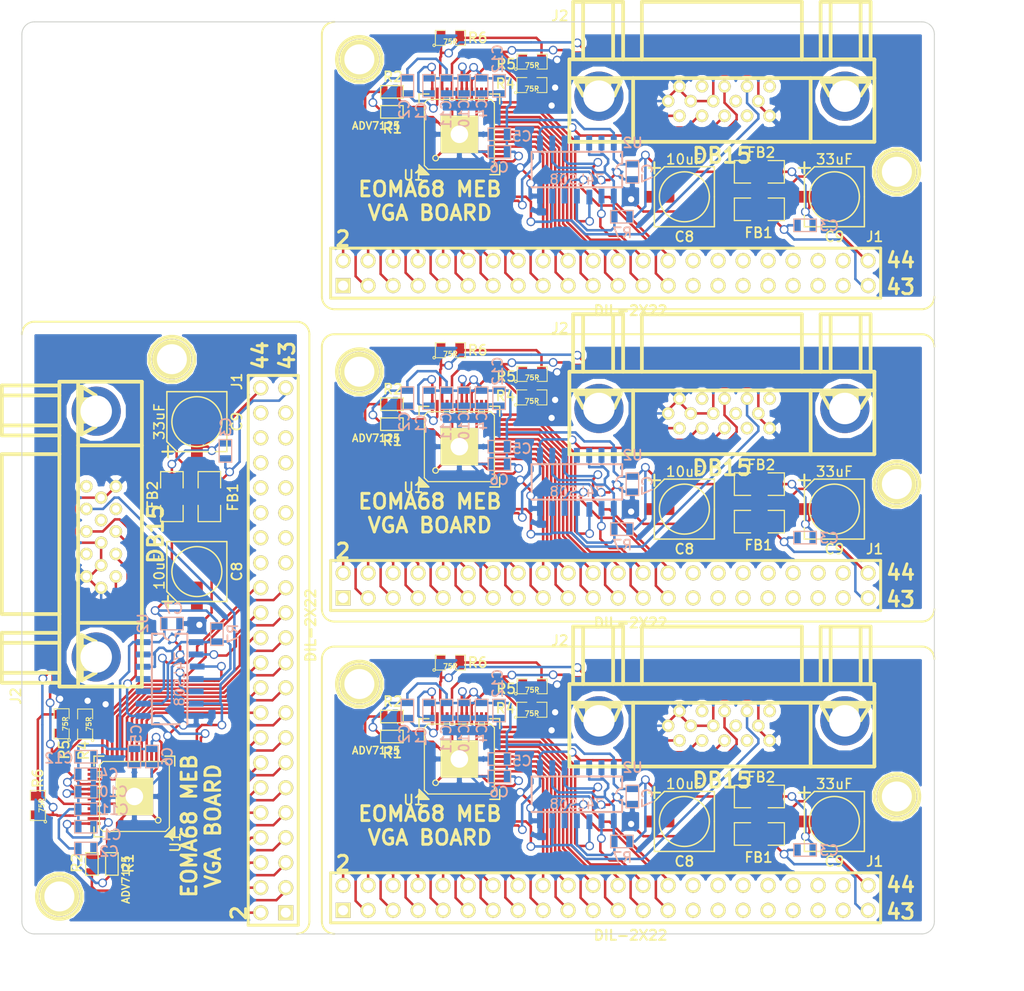
<source format=kicad_pcb>
(kicad_pcb (version 3) (host pcbnew "(2013-mar-13)-testing")
  (layers (15 F.Cu signal) (0 B.Cu signal) (18 B.Paste user) (19 F.Paste user) (20 B.SilkS user) (21 F.SilkS user) (22 B.Mask user hide) (23 F.Mask user hide) (28 Edge.Cuts user))
  (net 0 "")
  (net 1 +5V)
  (net 2 GND)
  (net 3 N-000001)
  (net 4 N-0000010)
  (net 5 N-0000011)
  (net 6 N-0000012)
  (net 7 N-0000013)
  (net 8 N-0000014)
  (net 9 N-0000015)
  (net 10 N-0000016)
  (net 11 N-0000017)
  (net 12 N-0000018)
  (net 13 N-0000019)
  (net 14 N-000002)
  (net 15 N-0000020)
  (net 16 N-0000021)
  (net 17 N-0000022)
  (net 18 N-0000023)
  (net 19 N-0000024)
  (net 20 N-0000025)
  (net 21 N-0000026)
  (net 22 N-0000027)
  (net 23 N-0000028)
  (net 24 N-0000029)
  (net 25 N-000003)
  (net 26 N-0000030)
  (net 27 N-0000031)
  (net 28 N-0000032)
  (net 29 N-0000033)
  (net 30 N-0000034)
  (net 31 N-0000035)
  (net 32 N-0000036)
  (net 33 N-0000037)
  (net 34 N-000004)
  (net 35 N-0000040)
  (net 36 N-0000041)
  (net 37 N-0000042)
  (net 38 N-0000043)
  (net 39 N-0000044)
  (net 40 N-0000045)
  (net 41 N-0000046)
  (net 42 N-0000047)
  (net 43 N-0000048)
  (net 44 N-0000049)
  (net 45 N-000005)
  (net 46 N-0000050)
  (net 47 N-0000051)
  (net 48 N-0000052)
  (net 49 N-0000053)
  (net 50 N-0000054)
  (net 51 N-0000055)
  (net 52 N-0000056)
  (net 53 N-0000057)
  (net 54 N-0000058)
  (net 55 N-0000059)
  (net 56 N-000006)
  (net 57 N-0000060)
  (net 58 N-0000061)
  (net 59 N-0000062)
  (net 60 N-000007)
  (net 61 N-000008)
  (net 62 N-000009)
  (module 1pin (layer F.Cu) (at 101.6 55.88 90)
    (fp_text reference "" (at 0 -3.048 90) (layer F.SilkS) (effects (font (size 1.016 1.016) (thickness 0.254))))
    (fp_text value P*** hide)
    (pad 1 thru_hole circle (at 0 0 90) (size 4.064 4.064) (drill 3.048) (layers *.Cu *.Mask F.SilkS))
  )
  (module 1pin (layer F.Cu) (at 90.17 110.49 90)
    (fp_text reference "" (at 0 -3.048 90) (layer F.SilkS) (effects (font (size 1.016 1.016) (thickness 0.254))))
    (fp_text value P*** hide)
    (pad 1 thru_hole circle (at 0 0 90) (size 4.064 4.064) (drill 3.048) (layers *.Cu *.Mask F.SilkS))
  )
  (module SOIC-14_Narrow (layer B.Cu) (at 101.3714 88.392 270)
    (fp_text reference U2 (at -5.6642 2.7178 270) (layer B.SilkS) (effects (font (size 1.016 1.016) (thickness 0.1778)) (justify mirror)))
    (fp_text value 74LS08 (at 0 -1.016 270) (layer B.SilkS) (effects (justify mirror)))
    (pad 1 smd rect (at -3.75 -2.7 270) (size 0.6 1.5) (layers B.Cu B.Paste B.Mask) (net 59 N-0000062))
    (pad 2 smd rect (at -2.5 -2.7 270) (size 0.6 1.5) (layers B.Cu B.Paste B.Mask) (net 5 N-0000011))
    (pad 3 smd rect (at -1.27 -2.794 270) (size 0.6 1.5) (layers B.Cu B.Paste B.Mask) (net 9 N-0000015))
    (pad 4 smd rect (at 0 -2.7 270) (size 0.6 1.5) (layers B.Cu B.Paste B.Mask) (net 59 N-0000062))
    (pad 5 smd rect (at 1.25 -2.7 270) (size 0.6 1.5) (layers B.Cu B.Paste B.Mask) (net 7 N-0000013))
    (pad 6 smd rect (at 2.5 -2.7 270) (size 0.6 1.5) (layers B.Cu B.Paste B.Mask) (net 38 N-0000043))
    (pad 7 smd rect (at 3.75 -2.7 270) (size 0.6 1.5) (layers B.Cu B.Paste B.Mask) (net 2 GND))
    (pad 8 smd rect (at 3.75 2.7 270) (size 0.6 1.5) (layers B.Cu B.Paste B.Mask) (net 15 N-0000020))
    (pad 9 smd rect (at 2.5 2.7 270) (size 0.6 1.5) (layers B.Cu B.Paste B.Mask) (net 59 N-0000062))
    (pad 10 smd rect (at 1.25 2.7 270) (size 0.6 1.5) (layers B.Cu B.Paste B.Mask) (net 8 N-0000014))
    (pad 11 smd rect (at 0 2.7 270) (size 0.6 1.5) (layers B.Cu B.Paste B.Mask) (net 58 N-0000061))
    (pad 12 smd rect (at -1.25 2.7 270) (size 0.6 1.5) (layers B.Cu B.Paste B.Mask) (net 59 N-0000062))
    (pad 13 smd rect (at -2.5 2.7 270) (size 0.6 1.5) (layers B.Cu B.Paste B.Mask) (net 59 N-0000062))
    (pad 14 smd rect (at -3.75 2.7 270) (size 0.6 1.5) (layers B.Cu B.Paste B.Mask) (net 1 +5V))
  )
  (module SM0603 (layer B.Cu) (at 92.8624 103.4034 180)
    (fp_text reference C1 (at -2.6416 -0.8128 180) (layer B.SilkS) (effects (font (size 1.016 1.016) (thickness 0.1778)) (justify mirror)))
    (fp_text value 0.1uF hide)
    (pad 1 smd rect (at -0.762 0 180) (size 0.635 1.143) (layers B.Cu B.Paste B.Mask) (net 11 N-0000017))
    (pad 2 smd rect (at 0.762 0 180) (size 0.635 1.143) (layers B.Cu B.Paste B.Mask) (net 1 +5V))
  )
  (module SM1206 (layer F.Cu) (at 101.6 69.85 90)
    (fp_text reference FB2 (at 0.1778 -1.9558 90) (layer F.SilkS) (effects (font (size 1.016 1.016) (thickness 0.1778))))
    (fp_text value "1206 ferrite bead" hide)
    (pad 1 smd rect (at -1.651 0 90) (size 1.524 2.032) (layers F.Cu F.Paste F.Mask) (net 1 +5V))
    (pad 2 smd rect (at 1.651 0 90) (size 1.524 2.032) (layers F.Cu F.Paste F.Mask) (net 57 N-0000060))
  )
  (module SM1206 (layer F.Cu) (at 105.41 69.85 90)
    (fp_text reference FB1 (at -0.0762 2.3876 90) (layer F.SilkS) (effects (font (size 1.016 1.016) (thickness 0.1778))))
    (fp_text value "1206 ferrite bead" hide)
    (pad 1 smd rect (at -1.651 0 90) (size 1.524 2.032) (layers F.Cu F.Paste F.Mask) (net 2 GND))
    (pad 2 smd rect (at 1.651 0 90) (size 1.524 2.032) (layers F.Cu F.Paste F.Mask) (net 55 N-0000059))
  )
  (module SM0603 (layer B.Cu) (at 92.8624 96.2914 180)
    (fp_text reference C12 (at 2.7432 -0.1524 180) (layer B.SilkS) (effects (font (size 1.016 1.016) (thickness 0.1778)) (justify mirror)))
    (fp_text value 0.01uF hide)
    (pad 1 smd rect (at -0.762 0 180) (size 0.635 1.143) (layers B.Cu B.Paste B.Mask) (net 2 GND))
    (pad 2 smd rect (at 0.762 0 180) (size 0.635 1.143) (layers B.Cu B.Paste B.Mask) (net 1 +5V))
  )
  (module SM0603 (layer B.Cu) (at 92.8624 101.6254 180)
    (fp_text reference C11 (at -2.8956 -0.0508 180) (layer B.SilkS) (effects (font (size 1.016 1.016) (thickness 0.1778)) (justify mirror)))
    (fp_text value 0.1uF hide)
    (pad 1 smd rect (at -0.762 0 180) (size 0.635 1.143) (layers B.Cu B.Paste B.Mask) (net 2 GND))
    (pad 2 smd rect (at 0.762 0 180) (size 0.635 1.143) (layers B.Cu B.Paste B.Mask) (net 1 +5V))
  )
  (module SM0603 (layer B.Cu) (at 92.8624 99.8474 180)
    (fp_text reference C10 (at -2.8194 0 180) (layer B.SilkS) (effects (font (size 1.016 1.016) (thickness 0.1778)) (justify mirror)))
    (fp_text value 0.01uF hide)
    (pad 1 smd rect (at -0.762 0 180) (size 0.635 1.143) (layers B.Cu B.Paste B.Mask) (net 2 GND))
    (pad 2 smd rect (at 0.762 0 180) (size 0.635 1.143) (layers B.Cu B.Paste B.Mask) (net 1 +5V))
  )
  (module SMD_ELECTROLYTIC_250r (layer F.Cu) (at 104.14 62.23 90)
    (fp_text reference C9 (at 0 4.064 90) (layer F.SilkS) (effects (font (size 1.016 1.016) (thickness 0.1778))))
    (fp_text value 33uF (at 0 -3.81 90) (layer F.SilkS) (effects (font (size 1.016 1.016) (thickness 0.15748))))
    (fp_text user + (at -3.048 -3.048 90) (layer F.SilkS) (effects (font (thickness 0.2032))))
    (pad 1 smd rect (at -2.54 0 90) (size 3.048 1.19888) (layers F.Cu F.Paste F.Mask) (net 57 N-0000060))
    (pad 2 smd rect (at 2.54 0 90) (size 3.048 1.19888) (layers F.Cu F.Paste F.Mask) (net 55 N-0000059))
  )
  (module SMD_ELECTROLYTIC_250r (layer F.Cu) (at 104.14 77.47 90)
    (fp_text reference C8 (at 0 4.064 90) (layer F.SilkS) (effects (font (size 1.016 1.016) (thickness 0.1778))))
    (fp_text value 10uF (at 0 -3.81 90) (layer F.SilkS) (effects (font (size 1.016 1.016) (thickness 0.15748))))
    (fp_text user + (at -3.048 -3.048 90) (layer F.SilkS) (effects (font (thickness 0.2032))))
    (pad 1 smd rect (at -2.54 0 90) (size 3.048 1.19888) (layers F.Cu F.Paste F.Mask) (net 1 +5V))
    (pad 2 smd rect (at 2.54 0 90) (size 3.048 1.19888) (layers F.Cu F.Paste F.Mask) (net 2 GND))
  )
  (module PIN_ARRAY_22X2 (layer F.Cu) (at 111.8997 82.931 90)
    (fp_text reference J1 (at 24.7904 -3.6957 90) (layer F.SilkS) (effects (font (size 1.016 1.016) (thickness 0.1778))))
    (fp_text value DIL-2X22 (at 0 3.81 90) (layer F.SilkS) (effects (font (size 1.016 1.016) (thickness 0.2032))))
    (pad 44 thru_hole circle (at 24.13 -1.27 90) (size 1.524 1.524) (drill 1.016) (layers *.Cu *.Mask F.SilkS) (net 57 N-0000060))
    (pad 43 thru_hole circle (at 24.13 1.27 90) (size 1.524 1.524) (drill 1.016) (layers *.Cu *.Mask F.SilkS) (net 55 N-0000059))
    (pad 41 thru_hole circle (at 21.59 1.27 90) (size 1.524 1.524) (drill 1.016) (layers *.Cu *.Mask F.SilkS) (net 39 N-0000044))
    (pad 42 thru_hole circle (at 21.59 -1.27 90) (size 1.524 1.524) (drill 1.016) (layers *.Cu *.Mask F.SilkS) (net 43 N-0000048))
    (pad 1 thru_hole rect (at -29.21 1.27 90) (size 1.524 1.524) (drill 1.016) (layers *.Cu *.Mask F.SilkS) (net 54 N-0000058))
    (pad 2 thru_hole circle (at -29.21 -1.27 90) (size 1.524 1.524) (drill 1.016) (layers *.Cu *.Mask F.SilkS) (net 3 N-000001))
    (pad 11 thru_hole circle (at -16.51 1.27 90) (size 1.524 1.524) (drill 1.016) (layers *.Cu *.Mask F.SilkS) (net 21 N-0000026))
    (pad 4 thru_hole circle (at -26.67 -1.27 90) (size 1.524 1.524) (drill 1.016) (layers *.Cu *.Mask F.SilkS) (net 4 N-0000010))
    (pad 13 thru_hole circle (at -13.97 1.27 90) (size 1.524 1.524) (drill 1.016) (layers *.Cu *.Mask F.SilkS) (net 20 N-0000025))
    (pad 6 thru_hole circle (at -24.13 -1.27 90) (size 1.524 1.524) (drill 1.016) (layers *.Cu *.Mask F.SilkS) (net 62 N-000009))
    (pad 15 thru_hole circle (at -11.43 1.27 90) (size 1.524 1.524) (drill 1.016) (layers *.Cu *.Mask F.SilkS) (net 19 N-0000024))
    (pad 8 thru_hole circle (at -21.59 -1.27 90) (size 1.524 1.524) (drill 1.016) (layers *.Cu *.Mask F.SilkS) (net 61 N-000008))
    (pad 17 thru_hole circle (at -8.89 1.27 90) (size 1.524 1.524) (drill 1.016) (layers *.Cu *.Mask F.SilkS) (net 18 N-0000023))
    (pad 10 thru_hole circle (at -19.05 -1.27 90) (size 1.524 1.524) (drill 1.016) (layers *.Cu *.Mask F.SilkS) (net 34 N-000004))
    (pad 19 thru_hole circle (at -6.35 1.27 90) (size 1.524 1.524) (drill 1.016) (layers *.Cu *.Mask F.SilkS) (net 24 N-0000029))
    (pad 12 thru_hole circle (at -16.51 -1.27 90) (size 1.524 1.524) (drill 1.016) (layers *.Cu *.Mask F.SilkS) (net 25 N-000003))
    (pad 21 thru_hole circle (at -3.81 1.27 90) (size 1.524 1.524) (drill 1.016) (layers *.Cu *.Mask F.SilkS) (net 27 N-0000031))
    (pad 14 thru_hole circle (at -13.97 -1.27 90) (size 1.524 1.524) (drill 1.016) (layers *.Cu *.Mask F.SilkS) (net 23 N-0000028))
    (pad 23 thru_hole circle (at -1.27 1.27 90) (size 1.524 1.524) (drill 1.016) (layers *.Cu *.Mask F.SilkS) (net 26 N-0000030))
    (pad 16 thru_hole circle (at -11.43 -1.27 90) (size 1.524 1.524) (drill 1.016) (layers *.Cu *.Mask F.SilkS) (net 22 N-0000027))
    (pad 25 thru_hole circle (at 1.27 1.27 90) (size 1.524 1.524) (drill 1.016) (layers *.Cu *.Mask F.SilkS) (net 13 N-0000019))
    (pad 18 thru_hole circle (at -8.89 -1.27 90) (size 1.524 1.524) (drill 1.016) (layers *.Cu *.Mask F.SilkS) (net 17 N-0000022))
    (pad 27 thru_hole circle (at 3.81 1.27 90) (size 1.524 1.524) (drill 1.016) (layers *.Cu *.Mask F.SilkS) (net 7 N-0000013))
    (pad 20 thru_hole circle (at -6.35 -1.27 90) (size 1.524 1.524) (drill 1.016) (layers *.Cu *.Mask F.SilkS) (net 16 N-0000021))
    (pad 29 thru_hole circle (at 6.35 1.27 90) (size 1.524 1.524) (drill 1.016) (layers *.Cu *.Mask F.SilkS) (net 50 N-0000054))
    (pad 22 thru_hole circle (at -3.81 -1.27 90) (size 1.524 1.524) (drill 1.016) (layers *.Cu *.Mask F.SilkS) (net 29 N-0000033))
    (pad 31 thru_hole circle (at 8.89 1.27 90) (size 1.524 1.524) (drill 1.016) (layers *.Cu *.Mask F.SilkS) (net 46 N-0000050))
    (pad 24 thru_hole circle (at -1.27 -1.27 90) (size 1.524 1.524) (drill 1.016) (layers *.Cu *.Mask F.SilkS) (net 28 N-0000032))
    (pad 26 thru_hole circle (at 1.27 -1.27 90) (size 1.524 1.524) (drill 1.016) (layers *.Cu *.Mask F.SilkS) (net 5 N-0000011))
    (pad 33 thru_hole circle (at 11.43 1.27 90) (size 1.524 1.524) (drill 1.016) (layers *.Cu *.Mask F.SilkS) (net 42 N-0000047))
    (pad 28 thru_hole circle (at 3.81 -1.27 90) (size 1.524 1.524) (drill 1.016) (layers *.Cu *.Mask F.SilkS) (net 8 N-0000014))
    (pad 32 thru_hole circle (at 8.89 -1.27 90) (size 1.524 1.524) (drill 1.016) (layers *.Cu *.Mask F.SilkS) (net 44 N-0000049))
    (pad 34 thru_hole circle (at 11.43 -1.27 90) (size 1.524 1.524) (drill 1.016) (layers *.Cu *.Mask F.SilkS) (net 41 N-0000046))
    (pad 36 thru_hole circle (at 13.97 -1.27 90) (size 1.524 1.524) (drill 1.016) (layers *.Cu *.Mask F.SilkS) (net 53 N-0000057))
    (pad 38 thru_hole circle (at 16.51 -1.27 90) (size 1.524 1.524) (drill 1.016) (layers *.Cu *.Mask F.SilkS) (net 51 N-0000055))
    (pad 35 thru_hole circle (at 13.97 1.27 90) (size 1.524 1.524) (drill 1.016) (layers *.Cu *.Mask F.SilkS) (net 40 N-0000045))
    (pad 37 thru_hole circle (at 16.51 1.27 90) (size 1.524 1.524) (drill 1.016) (layers *.Cu *.Mask F.SilkS) (net 52 N-0000056))
    (pad 3 thru_hole circle (at -26.67 1.27 90) (size 1.524 1.524) (drill 1.016) (layers *.Cu *.Mask F.SilkS) (net 60 N-000007))
    (pad 5 thru_hole circle (at -24.13 1.27 90) (size 1.524 1.524) (drill 1.016) (layers *.Cu *.Mask F.SilkS) (net 14 N-000002))
    (pad 7 thru_hole circle (at -21.59 1.27 90) (size 1.524 1.524) (drill 1.016) (layers *.Cu *.Mask F.SilkS) (net 56 N-000006))
    (pad 9 thru_hole circle (at -19.05 1.27 90) (size 1.524 1.524) (drill 1.016) (layers *.Cu *.Mask F.SilkS) (net 45 N-000005))
    (pad 39 thru_hole circle (at 19.05 1.27 90) (size 1.524 1.524) (drill 1.016) (layers *.Cu *.Mask F.SilkS) (net 49 N-0000053))
    (pad 40 thru_hole circle (at 19.05 -1.27 90) (size 1.524 1.524) (drill 1.016) (layers *.Cu *.Mask F.SilkS) (net 47 N-0000051))
    (pad 30 thru_hole circle (at 6.35 -1.27 90) (size 1.524 1.524) (drill 1.016) (layers *.Cu *.Mask F.SilkS) (net 48 N-0000052))
  )
  (module DB_15F-VGA (layer F.Cu) (at 91.44 73.66 270)
    (fp_text reference J2 (at 16.4592 5.6896 270) (layer F.SilkS) (effects (font (size 1.016 1.016) (thickness 0.1778))))
    (fp_text value DB15 (at 0 -8.509 270) (layer F.SilkS) (effects (font (thickness 0.3048))))
    (pad "" thru_hole circle (at 12.49426 -2.47142 270) (size 5.00126 5.00126) (drill 3.2004) (layers *.Cu))
    (pad 3 thru_hole circle (at -0.2667 -4.4704 270) (size 1.27 1.27) (drill 0.762) (layers *.Cu *.Mask F.SilkS) (net 32 N-0000036))
    (pad 2 thru_hole circle (at 2.0193 -4.4704 270) (size 1.27 1.27) (drill 0.762) (layers *.Cu *.Mask F.SilkS) (net 30 N-0000034))
    (pad 1 thru_hole circle (at 4.31038 -4.4704 270) (size 1.27 1.27) (drill 0.762) (layers *.Cu *.Mask F.SilkS) (net 31 N-0000035))
    (pad 4 thru_hole circle (at -2.56032 -4.4704 270) (size 1.27 1.27) (drill 0.762) (layers *.Cu *.Mask F.SilkS) (net 37 N-0000042))
    (pad 5 thru_hole circle (at -4.84886 -4.4704 270) (size 1.27 1.27) (drill 0.762) (layers *.Cu *.Mask F.SilkS) (net 2 GND))
    (pad 9 thru_hole circle (at -1.41478 -2.9718 270) (size 1.27 1.27) (drill 0.762) (layers *.Cu *.Mask F.SilkS) (net 36 N-0000041))
    (pad 8 thru_hole circle (at 0.87376 -2.9718 270) (size 1.27 1.27) (drill 0.762) (layers *.Cu *.Mask F.SilkS) (net 2 GND))
    (pad 7 thru_hole circle (at 3.16484 -2.9718 270) (size 1.27 1.27) (drill 0.762) (layers *.Cu *.Mask F.SilkS) (net 2 GND))
    (pad 6 thru_hole circle (at 5.45592 -2.9718 270) (size 1.27 1.27) (drill 0.762) (layers *.Cu *.Mask F.SilkS) (net 2 GND))
    (pad "" thru_hole circle (at -12.49426 -2.47142 270) (size 5.00126 5.00126) (drill 3.2004) (layers *.Cu))
    (pad 10 thru_hole circle (at -3.70586 -2.9718 270) (size 1.27 1.27) (drill 0.762) (layers *.Cu *.Mask F.SilkS) (net 2 GND))
    (pad 11 thru_hole circle (at 4.31038 -1.47066 270) (size 1.27 1.27) (drill 0.762) (layers *.Cu *.Mask F.SilkS) (net 2 GND))
    (pad 12 thru_hole circle (at 2.0193 -1.47066 270) (size 1.27 1.27) (drill 0.762) (layers *.Cu *.Mask F.SilkS) (net 33 N-0000037))
    (pad 13 thru_hole circle (at -0.26924 -1.4732 270) (size 1.27 1.27) (drill 0.762) (layers *.Cu *.Mask F.SilkS) (net 15 N-0000020))
    (pad 14 thru_hole circle (at -2.56032 -1.47066 270) (size 1.27 1.27) (drill 0.762) (layers *.Cu *.Mask F.SilkS) (net 38 N-0000043))
    (pad 15 thru_hole circle (at -4.84886 -1.47066 270) (size 1.27 1.27) (drill 0.762) (layers *.Cu *.Mask F.SilkS) (net 35 N-0000040))
  )
  (module SM0603 (layer B.Cu) (at 106.172 83.82 270)
    (fp_text reference R7 (at -0.0508 -1.6256 270) (layer B.SilkS) (effects (font (size 1.016 1.016) (thickness 0.1778)) (justify mirror)))
    (fp_text value 1K hide)
    (pad 1 smd rect (at -0.762 0 270) (size 0.635 1.143) (layers B.Cu B.Paste B.Mask) (net 1 +5V))
    (pad 2 smd rect (at 0.762 0 270) (size 0.635 1.143) (layers B.Cu B.Paste B.Mask) (net 59 N-0000062))
  )
  (module SM0805 (layer F.Cu) (at 87.9856 101.2444 90)
    (fp_text reference R6 (at 2.7686 0 90) (layer F.SilkS) (effects (font (size 1.016 1.016) (thickness 0.1778))))
    (fp_text value 75R (at 0 0.381 90) (layer F.SilkS) (effects (font (size 0.50038 0.50038) (thickness 0.10922))))
    (pad 1 smd rect (at -0.9525 0 90) (size 0.889 1.397) (layers F.Cu F.Paste F.Mask) (net 31 N-0000035))
    (pad 2 smd rect (at 0.9525 0 90) (size 0.889 1.397) (layers F.Cu F.Paste F.Mask) (net 2 GND))
  )
  (module SM0805 (layer F.Cu) (at 90.3986 92.9386 90)
    (fp_text reference R5 (at -2.6416 0.254 90) (layer F.SilkS) (effects (font (size 1.016 1.016) (thickness 0.1778))))
    (fp_text value 75R (at 0 0.381 90) (layer F.SilkS) (effects (font (size 0.50038 0.50038) (thickness 0.10922))))
    (pad 1 smd rect (at -0.9525 0 90) (size 0.889 1.397) (layers F.Cu F.Paste F.Mask) (net 30 N-0000034))
    (pad 2 smd rect (at 0.9525 0 90) (size 0.889 1.397) (layers F.Cu F.Paste F.Mask) (net 2 GND))
  )
  (module SM0805 (layer F.Cu) (at 92.7862 92.964 90)
    (fp_text reference R4 (at -2.6924 -0.1524 90) (layer F.SilkS) (effects (font (size 1.016 1.016) (thickness 0.1778))))
    (fp_text value 75R (at 0 0.381 90) (layer F.SilkS) (effects (font (size 0.50038 0.50038) (thickness 0.10922))))
    (pad 1 smd rect (at -0.9525 0 90) (size 0.889 1.397) (layers F.Cu F.Paste F.Mask) (net 32 N-0000036))
    (pad 2 smd rect (at 0.9525 0 90) (size 0.889 1.397) (layers F.Cu F.Paste F.Mask) (net 2 GND))
  )
  (module SM0603 (layer F.Cu) (at 93.472 107.188 270)
    (fp_text reference R2 (at -0.1016 1.524 270) (layer F.SilkS) (effects (font (size 1.016 1.016) (thickness 0.1778))))
    (fp_text value 530R hide)
    (pad 1 smd rect (at -0.762 0 270) (size 0.635 1.143) (layers F.Cu F.Paste F.Mask) (net 6 N-0000012))
    (pad 2 smd rect (at 0.762 0 270) (size 0.635 1.143) (layers F.Cu F.Paste F.Mask) (net 2 GND))
  )
  (module SM0603 (layer F.Cu) (at 95.504 107.188 90)
    (fp_text reference R1 (at 0.0508 1.6764 90) (layer F.SilkS) (effects (font (size 1.016 1.016) (thickness 0.1778))))
    (fp_text value 1K hide)
    (pad 1 smd rect (at -0.762 0 90) (size 0.635 1.143) (layers F.Cu F.Paste F.Mask) (net 1 +5V))
    (pad 2 smd rect (at 0.762 0 90) (size 0.635 1.143) (layers F.Cu F.Paste F.Mask) (net 12 N-0000018))
  )
  (module SM0603 (layer B.Cu) (at 101.6 82.7532 180)
    (fp_text reference C7 (at -0.1524 1.524 180) (layer B.SilkS) (effects (font (size 1.016 1.016) (thickness 0.1778)) (justify mirror)))
    (fp_text value 0.1uF hide)
    (pad 1 smd rect (at -0.762 0 180) (size 0.635 1.143) (layers B.Cu B.Paste B.Mask) (net 2 GND))
    (pad 2 smd rect (at 0.762 0 180) (size 0.635 1.143) (layers B.Cu B.Paste B.Mask) (net 1 +5V))
  )
  (module SM0603 (layer B.Cu) (at 99.568 96.266 90)
    (fp_text reference C6 (at -0.0254 1.5748 90) (layer B.SilkS) (effects (font (size 1.016 1.016) (thickness 0.1778)) (justify mirror)))
    (fp_text value 0.01uF hide)
    (pad 1 smd rect (at -0.762 0 90) (size 0.635 1.143) (layers B.Cu B.Paste B.Mask) (net 2 GND))
    (pad 2 smd rect (at 0.762 0 90) (size 0.635 1.143) (layers B.Cu B.Paste B.Mask) (net 1 +5V))
  )
  (module SM0603 (layer B.Cu) (at 97.79 96.266 90)
    (fp_text reference C5 (at 2.286 0.2032 90) (layer B.SilkS) (effects (font (size 1.016 1.016) (thickness 0.1778)) (justify mirror)))
    (fp_text value 0.1uF hide)
    (pad 1 smd rect (at -0.762 0 90) (size 0.635 1.143) (layers B.Cu B.Paste B.Mask) (net 2 GND))
    (pad 2 smd rect (at 0.762 0 90) (size 0.635 1.143) (layers B.Cu B.Paste B.Mask) (net 1 +5V))
  )
  (module SM0603 (layer B.Cu) (at 92.8624 98.0694 180)
    (fp_text reference C4 (at -2.3114 0.0254 180) (layer B.SilkS) (effects (font (size 1.016 1.016) (thickness 0.1778)) (justify mirror)))
    (fp_text value 0.1uF hide)
    (pad 1 smd rect (at -0.762 0 180) (size 0.635 1.143) (layers B.Cu B.Paste B.Mask) (net 2 GND))
    (pad 2 smd rect (at 0.762 0 180) (size 0.635 1.143) (layers B.Cu B.Paste B.Mask) (net 1 +5V))
  )
  (module SM0603 (layer B.Cu) (at 107.0356 65.2018 90)
    (fp_text reference C3 (at 2.4384 0.0508 90) (layer B.SilkS) (effects (font (size 1.016 1.016) (thickness 0.1778)) (justify mirror)))
    (fp_text value 0.1uF hide)
    (pad 1 smd rect (at -0.762 0 90) (size 0.635 1.143) (layers B.Cu B.Paste B.Mask) (net 55 N-0000059))
    (pad 2 smd rect (at 0.762 0 90) (size 0.635 1.143) (layers B.Cu B.Paste B.Mask) (net 57 N-0000060))
  )
  (module SM0603 (layer B.Cu) (at 92.8624 105.6132 180)
    (fp_text reference C2 (at -2.3622 -0.3048 180) (layer B.SilkS) (effects (font (size 1.016 1.016) (thickness 0.1778)) (justify mirror)))
    (fp_text value 0.1uF hide)
    (pad 1 smd rect (at -0.762 0 180) (size 0.635 1.143) (layers B.Cu B.Paste B.Mask) (net 10 N-0000016))
    (pad 2 smd rect (at 0.762 0 180) (size 0.635 1.143) (layers B.Cu B.Paste B.Mask) (net 1 +5V))
  )
  (module lqfp48 (layer F.Cu) (at 97.79 100.33 90)
    (fp_text reference U1 (at -4.6736 4.1656 90) (layer F.SilkS) (effects (font (size 1.016 1.016) (thickness 0.1778))))
    (fp_text value ADV7125 (at -8.4582 -0.8636 90) (layer F.SilkS) (effects (font (size 0.7493 0.7493) (thickness 0.14986))))
    (pad 4 smd rect (at -1.24968 4.09956 90) (size 0.29972 1.30048) (layers F.Cu F.Paste F.Mask) (net 21 N-0000026))
    (pad 5 smd rect (at -0.7493 4.09956 90) (size 0.29972 1.30048) (layers F.Cu F.Paste F.Mask) (net 25 N-000003))
    (pad 6 smd rect (at -0.24892 4.09956 90) (size 0.29972 1.30048) (layers F.Cu F.Paste F.Mask) (net 20 N-0000025))
    (pad 7 smd rect (at 0.24892 4.09956 90) (size 0.29972 1.30048) (layers F.Cu F.Paste F.Mask) (net 23 N-0000028))
    (pad 8 smd rect (at 0.7493 4.09956 90) (size 0.29972 1.30048) (layers F.Cu F.Paste F.Mask) (net 19 N-0000024))
    (pad 1 smd rect (at -2.75082 4.09956 90) (size 0.29972 1.30048) (layers F.Cu F.Paste F.Mask) (net 2 GND))
    (pad 2 smd rect (at -2.25044 4.09956 90) (size 0.29972 1.30048) (layers F.Cu F.Paste F.Mask) (net 2 GND))
    (pad 3 smd rect (at -1.75006 4.09956 90) (size 0.29972 1.30048) (layers F.Cu F.Paste F.Mask) (net 34 N-000004))
    (pad 13 smd rect (at 4.09956 2.75082 90) (size 1.30048 0.29972) (layers F.Cu F.Paste F.Mask) (net 1 +5V))
    (pad 14 smd rect (at 4.09956 2.25044 90) (size 1.30048 0.29972) (layers F.Cu F.Paste F.Mask) (net 2 GND))
    (pad 15 smd rect (at 4.09956 1.75006 90) (size 1.30048 0.29972) (layers F.Cu F.Paste F.Mask) (net 2 GND))
    (pad 16 smd rect (at 4.09956 1.24968 90) (size 1.30048 0.29972) (layers F.Cu F.Paste F.Mask) (net 17 N-0000022))
    (pad 17 smd rect (at 4.09956 0.7493 90) (size 1.30048 0.29972) (layers F.Cu F.Paste F.Mask) (net 24 N-0000029))
    (pad 18 smd rect (at 4.09956 0.24892 90) (size 1.30048 0.29972) (layers F.Cu F.Paste F.Mask) (net 16 N-0000021))
    (pad 19 smd rect (at 4.09956 -0.24892 90) (size 1.30048 0.29972) (layers F.Cu F.Paste F.Mask) (net 27 N-0000031))
    (pad 20 smd rect (at 4.09956 -0.7493 90) (size 1.30048 0.29972) (layers F.Cu F.Paste F.Mask) (net 29 N-0000033))
    (pad 25 smd rect (at 2.75082 -4.09956 90) (size 0.29972 1.30048) (layers F.Cu F.Paste F.Mask) (net 2 GND))
    (pad 26 smd rect (at 2.25044 -4.09956 90) (size 0.29972 1.30048) (layers F.Cu F.Paste F.Mask) (net 2 GND))
    (pad 27 smd rect (at 1.75006 -4.09956 90) (size 0.29972 1.30048) (layers F.Cu F.Paste F.Mask) (net 2 GND))
    (pad 28 smd rect (at 1.24968 -4.09956 90) (size 0.29972 1.30048) (layers F.Cu F.Paste F.Mask) (net 32 N-0000036))
    (pad 29 smd rect (at 0.7493 -4.09956 90) (size 0.29972 1.30048) (layers F.Cu F.Paste F.Mask) (net 1 +5V))
    (pad 30 smd rect (at 0.24892 -4.09956 90) (size 0.29972 1.30048) (layers F.Cu F.Paste F.Mask) (net 1 +5V))
    (pad 31 smd rect (at -0.24892 -4.09956 90) (size 0.29972 1.30048) (layers F.Cu F.Paste F.Mask) (net 2 GND))
    (pad 32 smd rect (at -0.7493 -4.09956 90) (size 0.29972 1.30048) (layers F.Cu F.Paste F.Mask) (net 30 N-0000034))
    (pad 37 smd rect (at -4.09956 -2.75082 90) (size 1.30048 0.29972) (layers F.Cu F.Paste F.Mask) (net 6 N-0000012))
    (pad 38 smd rect (at -4.09956 -2.25044 90) (size 1.30048 0.29972) (layers F.Cu F.Paste F.Mask) (net 12 N-0000018))
    (pad 39 smd rect (at -4.09956 -1.75006 90) (size 1.30048 0.29972) (layers F.Cu F.Paste F.Mask) (net 2 GND))
    (pad 40 smd rect (at -4.09956 -1.24968 90) (size 1.30048 0.29972) (layers F.Cu F.Paste F.Mask) (net 2 GND))
    (pad 41 smd rect (at -4.09956 -0.7493 90) (size 1.30048 0.29972) (layers F.Cu F.Paste F.Mask) (net 3 N-000001))
    (pad 42 smd rect (at -4.09956 -0.24892 90) (size 1.30048 0.29972) (layers F.Cu F.Paste F.Mask) (net 60 N-000007))
    (pad 43 smd rect (at -4.09956 0.24892 90) (size 1.30048 0.29972) (layers F.Cu F.Paste F.Mask) (net 4 N-0000010))
    (pad 44 smd rect (at -4.09956 0.7493 90) (size 1.30048 0.29972) (layers F.Cu F.Paste F.Mask) (net 14 N-000002))
    (pad 9 smd rect (at 1.24968 4.09956 90) (size 0.29972 1.30048) (layers F.Cu F.Paste F.Mask) (net 22 N-0000027))
    (pad 10 smd rect (at 1.75006 4.09956 90) (size 0.29972 1.30048) (layers F.Cu F.Paste F.Mask) (net 18 N-0000023))
    (pad 11 smd rect (at 2.25044 4.09956 90) (size 0.29972 1.30048) (layers F.Cu F.Paste F.Mask) (net 15 N-0000020))
    (pad 12 smd rect (at 2.75082 4.09956 90) (size 0.29972 1.30048) (layers F.Cu F.Paste F.Mask) (net 38 N-0000043))
    (pad 21 smd rect (at 4.09956 -1.24968 90) (size 1.30048 0.29972) (layers F.Cu F.Paste F.Mask) (net 26 N-0000030))
    (pad 22 smd rect (at 4.09956 -1.75006 90) (size 1.30048 0.29972) (layers F.Cu F.Paste F.Mask) (net 28 N-0000032))
    (pad 23 smd rect (at 4.09956 -2.25044 90) (size 1.30048 0.29972) (layers F.Cu F.Paste F.Mask) (net 13 N-0000019))
    (pad 24 smd rect (at 4.09956 -2.75082 90) (size 1.30048 0.29972) (layers F.Cu F.Paste F.Mask) (net 9 N-0000015))
    (pad 33 smd rect (at -1.24968 -4.09956 90) (size 0.29972 1.30048) (layers F.Cu F.Paste F.Mask) (net 2 GND))
    (pad 34 smd rect (at -1.75006 -4.09956 90) (size 0.29972 1.30048) (layers F.Cu F.Paste F.Mask) (net 31 N-0000035))
    (pad 35 smd rect (at -2.25044 -4.09956 90) (size 0.29972 1.30048) (layers F.Cu F.Paste F.Mask) (net 10 N-0000016))
    (pad 36 smd rect (at -2.75082 -4.09956 90) (size 0.29972 1.30048) (layers F.Cu F.Paste F.Mask) (net 11 N-0000017))
    (pad 45 smd rect (at -4.09956 1.24968 90) (size 1.30048 0.29972) (layers F.Cu F.Paste F.Mask) (net 62 N-000009))
    (pad 46 smd rect (at -4.09956 1.75006 90) (size 1.30048 0.29972) (layers F.Cu F.Paste F.Mask) (net 56 N-000006))
    (pad 47 smd rect (at -4.09956 2.25044 90) (size 1.30048 0.29972) (layers F.Cu F.Paste F.Mask) (net 61 N-000008))
    (pad 48 smd rect (at -4.09956 2.75082 90) (size 1.30048 0.29972) (layers F.Cu F.Paste F.Mask) (net 45 N-000005))
    (pad 49 thru_hole rect (at 0 0 90) (size 3.81 3.81) (drill 1.778) (layers *.Cu *.Mask F.SilkS) (net 2 GND))
  )
  (module lqfp48 (layer F.Cu) (at 130.81 33.02)
    (fp_text reference U1 (at -4.6736 4.1656) (layer F.SilkS) (effects (font (size 1.016 1.016) (thickness 0.1778))))
    (fp_text value ADV7125 (at -8.4582 -0.8636) (layer F.SilkS) (effects (font (size 0.7493 0.7493) (thickness 0.14986))))
    (pad 4 smd rect (at -1.24968 4.09956) (size 0.29972 1.30048) (layers F.Cu F.Paste F.Mask) (net 21 N-0000026))
    (pad 5 smd rect (at -0.7493 4.09956) (size 0.29972 1.30048) (layers F.Cu F.Paste F.Mask) (net 25 N-000003))
    (pad 6 smd rect (at -0.24892 4.09956) (size 0.29972 1.30048) (layers F.Cu F.Paste F.Mask) (net 20 N-0000025))
    (pad 7 smd rect (at 0.24892 4.09956) (size 0.29972 1.30048) (layers F.Cu F.Paste F.Mask) (net 23 N-0000028))
    (pad 8 smd rect (at 0.7493 4.09956) (size 0.29972 1.30048) (layers F.Cu F.Paste F.Mask) (net 19 N-0000024))
    (pad 1 smd rect (at -2.75082 4.09956) (size 0.29972 1.30048) (layers F.Cu F.Paste F.Mask) (net 2 GND))
    (pad 2 smd rect (at -2.25044 4.09956) (size 0.29972 1.30048) (layers F.Cu F.Paste F.Mask) (net 2 GND))
    (pad 3 smd rect (at -1.75006 4.09956) (size 0.29972 1.30048) (layers F.Cu F.Paste F.Mask) (net 34 N-000004))
    (pad 13 smd rect (at 4.09956 2.75082) (size 1.30048 0.29972) (layers F.Cu F.Paste F.Mask) (net 1 +5V))
    (pad 14 smd rect (at 4.09956 2.25044) (size 1.30048 0.29972) (layers F.Cu F.Paste F.Mask) (net 2 GND))
    (pad 15 smd rect (at 4.09956 1.75006) (size 1.30048 0.29972) (layers F.Cu F.Paste F.Mask) (net 2 GND))
    (pad 16 smd rect (at 4.09956 1.24968) (size 1.30048 0.29972) (layers F.Cu F.Paste F.Mask) (net 17 N-0000022))
    (pad 17 smd rect (at 4.09956 0.7493) (size 1.30048 0.29972) (layers F.Cu F.Paste F.Mask) (net 24 N-0000029))
    (pad 18 smd rect (at 4.09956 0.24892) (size 1.30048 0.29972) (layers F.Cu F.Paste F.Mask) (net 16 N-0000021))
    (pad 19 smd rect (at 4.09956 -0.24892) (size 1.30048 0.29972) (layers F.Cu F.Paste F.Mask) (net 27 N-0000031))
    (pad 20 smd rect (at 4.09956 -0.7493) (size 1.30048 0.29972) (layers F.Cu F.Paste F.Mask) (net 29 N-0000033))
    (pad 25 smd rect (at 2.75082 -4.09956) (size 0.29972 1.30048) (layers F.Cu F.Paste F.Mask) (net 2 GND))
    (pad 26 smd rect (at 2.25044 -4.09956) (size 0.29972 1.30048) (layers F.Cu F.Paste F.Mask) (net 2 GND))
    (pad 27 smd rect (at 1.75006 -4.09956) (size 0.29972 1.30048) (layers F.Cu F.Paste F.Mask) (net 2 GND))
    (pad 28 smd rect (at 1.24968 -4.09956) (size 0.29972 1.30048) (layers F.Cu F.Paste F.Mask) (net 32 N-0000036))
    (pad 29 smd rect (at 0.7493 -4.09956) (size 0.29972 1.30048) (layers F.Cu F.Paste F.Mask) (net 1 +5V))
    (pad 30 smd rect (at 0.24892 -4.09956) (size 0.29972 1.30048) (layers F.Cu F.Paste F.Mask) (net 1 +5V))
    (pad 31 smd rect (at -0.24892 -4.09956) (size 0.29972 1.30048) (layers F.Cu F.Paste F.Mask) (net 2 GND))
    (pad 32 smd rect (at -0.7493 -4.09956) (size 0.29972 1.30048) (layers F.Cu F.Paste F.Mask) (net 30 N-0000034))
    (pad 37 smd rect (at -4.09956 -2.75082) (size 1.30048 0.29972) (layers F.Cu F.Paste F.Mask) (net 6 N-0000012))
    (pad 38 smd rect (at -4.09956 -2.25044) (size 1.30048 0.29972) (layers F.Cu F.Paste F.Mask) (net 12 N-0000018))
    (pad 39 smd rect (at -4.09956 -1.75006) (size 1.30048 0.29972) (layers F.Cu F.Paste F.Mask) (net 2 GND))
    (pad 40 smd rect (at -4.09956 -1.24968) (size 1.30048 0.29972) (layers F.Cu F.Paste F.Mask) (net 2 GND))
    (pad 41 smd rect (at -4.09956 -0.7493) (size 1.30048 0.29972) (layers F.Cu F.Paste F.Mask) (net 3 N-000001))
    (pad 42 smd rect (at -4.09956 -0.24892) (size 1.30048 0.29972) (layers F.Cu F.Paste F.Mask) (net 60 N-000007))
    (pad 43 smd rect (at -4.09956 0.24892) (size 1.30048 0.29972) (layers F.Cu F.Paste F.Mask) (net 4 N-0000010))
    (pad 44 smd rect (at -4.09956 0.7493) (size 1.30048 0.29972) (layers F.Cu F.Paste F.Mask) (net 14 N-000002))
    (pad 9 smd rect (at 1.24968 4.09956) (size 0.29972 1.30048) (layers F.Cu F.Paste F.Mask) (net 22 N-0000027))
    (pad 10 smd rect (at 1.75006 4.09956) (size 0.29972 1.30048) (layers F.Cu F.Paste F.Mask) (net 18 N-0000023))
    (pad 11 smd rect (at 2.25044 4.09956) (size 0.29972 1.30048) (layers F.Cu F.Paste F.Mask) (net 15 N-0000020))
    (pad 12 smd rect (at 2.75082 4.09956) (size 0.29972 1.30048) (layers F.Cu F.Paste F.Mask) (net 38 N-0000043))
    (pad 21 smd rect (at 4.09956 -1.24968) (size 1.30048 0.29972) (layers F.Cu F.Paste F.Mask) (net 26 N-0000030))
    (pad 22 smd rect (at 4.09956 -1.75006) (size 1.30048 0.29972) (layers F.Cu F.Paste F.Mask) (net 28 N-0000032))
    (pad 23 smd rect (at 4.09956 -2.25044) (size 1.30048 0.29972) (layers F.Cu F.Paste F.Mask) (net 13 N-0000019))
    (pad 24 smd rect (at 4.09956 -2.75082) (size 1.30048 0.29972) (layers F.Cu F.Paste F.Mask) (net 9 N-0000015))
    (pad 33 smd rect (at -1.24968 -4.09956) (size 0.29972 1.30048) (layers F.Cu F.Paste F.Mask) (net 2 GND))
    (pad 34 smd rect (at -1.75006 -4.09956) (size 0.29972 1.30048) (layers F.Cu F.Paste F.Mask) (net 31 N-0000035))
    (pad 35 smd rect (at -2.25044 -4.09956) (size 0.29972 1.30048) (layers F.Cu F.Paste F.Mask) (net 10 N-0000016))
    (pad 36 smd rect (at -2.75082 -4.09956) (size 0.29972 1.30048) (layers F.Cu F.Paste F.Mask) (net 11 N-0000017))
    (pad 45 smd rect (at -4.09956 1.24968) (size 1.30048 0.29972) (layers F.Cu F.Paste F.Mask) (net 62 N-000009))
    (pad 46 smd rect (at -4.09956 1.75006) (size 1.30048 0.29972) (layers F.Cu F.Paste F.Mask) (net 56 N-000006))
    (pad 47 smd rect (at -4.09956 2.25044) (size 1.30048 0.29972) (layers F.Cu F.Paste F.Mask) (net 61 N-000008))
    (pad 48 smd rect (at -4.09956 2.75082) (size 1.30048 0.29972) (layers F.Cu F.Paste F.Mask) (net 45 N-000005))
    (pad 49 thru_hole rect (at 0 0) (size 3.81 3.81) (drill 1.778) (layers *.Cu *.Mask F.SilkS) (net 2 GND))
  )
  (module SM0603 (layer B.Cu) (at 125.5268 28.0924 90)
    (fp_text reference C2 (at -2.3622 -0.3048 90) (layer B.SilkS) (effects (font (size 1.016 1.016) (thickness 0.1778)) (justify mirror)))
    (fp_text value 0.1uF hide)
    (pad 1 smd rect (at -0.762 0 90) (size 0.635 1.143) (layers B.Cu B.Paste B.Mask) (net 10 N-0000016))
    (pad 2 smd rect (at 0.762 0 90) (size 0.635 1.143) (layers B.Cu B.Paste B.Mask) (net 1 +5V))
  )
  (module SM0603 (layer B.Cu) (at 165.9382 42.2656)
    (fp_text reference C3 (at 2.4384 0.0508) (layer B.SilkS) (effects (font (size 1.016 1.016) (thickness 0.1778)) (justify mirror)))
    (fp_text value 0.1uF hide)
    (pad 1 smd rect (at -0.762 0) (size 0.635 1.143) (layers B.Cu B.Paste B.Mask) (net 55 N-0000059))
    (pad 2 smd rect (at 0.762 0) (size 0.635 1.143) (layers B.Cu B.Paste B.Mask) (net 57 N-0000060))
  )
  (module SM0603 (layer B.Cu) (at 133.0706 28.0924 90)
    (fp_text reference C4 (at -2.3114 0.0254 90) (layer B.SilkS) (effects (font (size 1.016 1.016) (thickness 0.1778)) (justify mirror)))
    (fp_text value 0.1uF hide)
    (pad 1 smd rect (at -0.762 0 90) (size 0.635 1.143) (layers B.Cu B.Paste B.Mask) (net 2 GND))
    (pad 2 smd rect (at 0.762 0 90) (size 0.635 1.143) (layers B.Cu B.Paste B.Mask) (net 1 +5V))
  )
  (module SM0603 (layer B.Cu) (at 134.874 33.02)
    (fp_text reference C5 (at 2.286 0.2032) (layer B.SilkS) (effects (font (size 1.016 1.016) (thickness 0.1778)) (justify mirror)))
    (fp_text value 0.1uF hide)
    (pad 1 smd rect (at -0.762 0) (size 0.635 1.143) (layers B.Cu B.Paste B.Mask) (net 2 GND))
    (pad 2 smd rect (at 0.762 0) (size 0.635 1.143) (layers B.Cu B.Paste B.Mask) (net 1 +5V))
  )
  (module SM0603 (layer B.Cu) (at 134.874 34.798)
    (fp_text reference C6 (at -0.0254 1.5748) (layer B.SilkS) (effects (font (size 1.016 1.016) (thickness 0.1778)) (justify mirror)))
    (fp_text value 0.01uF hide)
    (pad 1 smd rect (at -0.762 0) (size 0.635 1.143) (layers B.Cu B.Paste B.Mask) (net 2 GND))
    (pad 2 smd rect (at 0.762 0) (size 0.635 1.143) (layers B.Cu B.Paste B.Mask) (net 1 +5V))
  )
  (module SM0603 (layer B.Cu) (at 148.3868 36.83 90)
    (fp_text reference C7 (at -0.1524 1.524 90) (layer B.SilkS) (effects (font (size 1.016 1.016) (thickness 0.1778)) (justify mirror)))
    (fp_text value 0.1uF hide)
    (pad 1 smd rect (at -0.762 0 90) (size 0.635 1.143) (layers B.Cu B.Paste B.Mask) (net 2 GND))
    (pad 2 smd rect (at 0.762 0 90) (size 0.635 1.143) (layers B.Cu B.Paste B.Mask) (net 1 +5V))
  )
  (module SM0603 (layer F.Cu) (at 123.952 30.734)
    (fp_text reference R1 (at 0.0508 1.6764) (layer F.SilkS) (effects (font (size 1.016 1.016) (thickness 0.1778))))
    (fp_text value 1K hide)
    (pad 1 smd rect (at -0.762 0) (size 0.635 1.143) (layers F.Cu F.Paste F.Mask) (net 1 +5V))
    (pad 2 smd rect (at 0.762 0) (size 0.635 1.143) (layers F.Cu F.Paste F.Mask) (net 12 N-0000018))
  )
  (module SM0603 (layer F.Cu) (at 123.952 28.702 180)
    (fp_text reference R2 (at -0.1016 1.524 180) (layer F.SilkS) (effects (font (size 1.016 1.016) (thickness 0.1778))))
    (fp_text value 530R hide)
    (pad 1 smd rect (at -0.762 0 180) (size 0.635 1.143) (layers F.Cu F.Paste F.Mask) (net 6 N-0000012))
    (pad 2 smd rect (at 0.762 0 180) (size 0.635 1.143) (layers F.Cu F.Paste F.Mask) (net 2 GND))
  )
  (module SM0805 (layer F.Cu) (at 138.176 28.0162)
    (fp_text reference R4 (at -2.6924 -0.1524) (layer F.SilkS) (effects (font (size 1.016 1.016) (thickness 0.1778))))
    (fp_text value 75R (at 0 0.381) (layer F.SilkS) (effects (font (size 0.50038 0.50038) (thickness 0.10922))))
    (pad 1 smd rect (at -0.9525 0) (size 0.889 1.397) (layers F.Cu F.Paste F.Mask) (net 32 N-0000036))
    (pad 2 smd rect (at 0.9525 0) (size 0.889 1.397) (layers F.Cu F.Paste F.Mask) (net 2 GND))
  )
  (module SM0805 (layer F.Cu) (at 138.2014 25.6286)
    (fp_text reference R5 (at -2.6416 0.254) (layer F.SilkS) (effects (font (size 1.016 1.016) (thickness 0.1778))))
    (fp_text value 75R (at 0 0.381) (layer F.SilkS) (effects (font (size 0.50038 0.50038) (thickness 0.10922))))
    (pad 1 smd rect (at -0.9525 0) (size 0.889 1.397) (layers F.Cu F.Paste F.Mask) (net 30 N-0000034))
    (pad 2 smd rect (at 0.9525 0) (size 0.889 1.397) (layers F.Cu F.Paste F.Mask) (net 2 GND))
  )
  (module SM0805 (layer F.Cu) (at 129.8956 23.2156)
    (fp_text reference R6 (at 2.7686 0) (layer F.SilkS) (effects (font (size 1.016 1.016) (thickness 0.1778))))
    (fp_text value 75R (at 0 0.381) (layer F.SilkS) (effects (font (size 0.50038 0.50038) (thickness 0.10922))))
    (pad 1 smd rect (at -0.9525 0) (size 0.889 1.397) (layers F.Cu F.Paste F.Mask) (net 31 N-0000035))
    (pad 2 smd rect (at 0.9525 0) (size 0.889 1.397) (layers F.Cu F.Paste F.Mask) (net 2 GND))
  )
  (module SM0603 (layer B.Cu) (at 147.32 41.402 180)
    (fp_text reference R7 (at -0.0508 -1.6256 180) (layer B.SilkS) (effects (font (size 1.016 1.016) (thickness 0.1778)) (justify mirror)))
    (fp_text value 1K hide)
    (pad 1 smd rect (at -0.762 0 180) (size 0.635 1.143) (layers B.Cu B.Paste B.Mask) (net 1 +5V))
    (pad 2 smd rect (at 0.762 0 180) (size 0.635 1.143) (layers B.Cu B.Paste B.Mask) (net 59 N-0000062))
  )
  (module DB_15F-VGA (layer F.Cu) (at 157.48 26.67 180)
    (fp_text reference J2 (at 16.4592 5.6896 180) (layer F.SilkS) (effects (font (size 1.016 1.016) (thickness 0.1778))))
    (fp_text value DB15 (at 0 -8.509 180) (layer F.SilkS) (effects (font (thickness 0.3048))))
    (pad "" thru_hole circle (at 12.49426 -2.47142 180) (size 5.00126 5.00126) (drill 3.2004) (layers *.Cu))
    (pad 3 thru_hole circle (at -0.2667 -4.4704 180) (size 1.27 1.27) (drill 0.762) (layers *.Cu *.Mask F.SilkS) (net 32 N-0000036))
    (pad 2 thru_hole circle (at 2.0193 -4.4704 180) (size 1.27 1.27) (drill 0.762) (layers *.Cu *.Mask F.SilkS) (net 30 N-0000034))
    (pad 1 thru_hole circle (at 4.31038 -4.4704 180) (size 1.27 1.27) (drill 0.762) (layers *.Cu *.Mask F.SilkS) (net 31 N-0000035))
    (pad 4 thru_hole circle (at -2.56032 -4.4704 180) (size 1.27 1.27) (drill 0.762) (layers *.Cu *.Mask F.SilkS) (net 37 N-0000042))
    (pad 5 thru_hole circle (at -4.84886 -4.4704 180) (size 1.27 1.27) (drill 0.762) (layers *.Cu *.Mask F.SilkS) (net 2 GND))
    (pad 9 thru_hole circle (at -1.41478 -2.9718 180) (size 1.27 1.27) (drill 0.762) (layers *.Cu *.Mask F.SilkS) (net 36 N-0000041))
    (pad 8 thru_hole circle (at 0.87376 -2.9718 180) (size 1.27 1.27) (drill 0.762) (layers *.Cu *.Mask F.SilkS) (net 2 GND))
    (pad 7 thru_hole circle (at 3.16484 -2.9718 180) (size 1.27 1.27) (drill 0.762) (layers *.Cu *.Mask F.SilkS) (net 2 GND))
    (pad 6 thru_hole circle (at 5.45592 -2.9718 180) (size 1.27 1.27) (drill 0.762) (layers *.Cu *.Mask F.SilkS) (net 2 GND))
    (pad "" thru_hole circle (at -12.49426 -2.47142 180) (size 5.00126 5.00126) (drill 3.2004) (layers *.Cu))
    (pad 10 thru_hole circle (at -3.70586 -2.9718 180) (size 1.27 1.27) (drill 0.762) (layers *.Cu *.Mask F.SilkS) (net 2 GND))
    (pad 11 thru_hole circle (at 4.31038 -1.47066 180) (size 1.27 1.27) (drill 0.762) (layers *.Cu *.Mask F.SilkS) (net 2 GND))
    (pad 12 thru_hole circle (at 2.0193 -1.47066 180) (size 1.27 1.27) (drill 0.762) (layers *.Cu *.Mask F.SilkS) (net 33 N-0000037))
    (pad 13 thru_hole circle (at -0.26924 -1.4732 180) (size 1.27 1.27) (drill 0.762) (layers *.Cu *.Mask F.SilkS) (net 15 N-0000020))
    (pad 14 thru_hole circle (at -2.56032 -1.47066 180) (size 1.27 1.27) (drill 0.762) (layers *.Cu *.Mask F.SilkS) (net 38 N-0000043))
    (pad 15 thru_hole circle (at -4.84886 -1.47066 180) (size 1.27 1.27) (drill 0.762) (layers *.Cu *.Mask F.SilkS) (net 35 N-0000040))
  )
  (module PIN_ARRAY_22X2 (layer F.Cu) (at 148.209 47.1297)
    (fp_text reference J1 (at 24.7904 -3.6957) (layer F.SilkS) (effects (font (size 1.016 1.016) (thickness 0.1778))))
    (fp_text value DIL-2X22 (at 0 3.81) (layer F.SilkS) (effects (font (size 1.016 1.016) (thickness 0.2032))))
    (pad 44 thru_hole circle (at 24.13 -1.27) (size 1.524 1.524) (drill 1.016) (layers *.Cu *.Mask F.SilkS) (net 57 N-0000060))
    (pad 43 thru_hole circle (at 24.13 1.27) (size 1.524 1.524) (drill 1.016) (layers *.Cu *.Mask F.SilkS) (net 55 N-0000059))
    (pad 41 thru_hole circle (at 21.59 1.27) (size 1.524 1.524) (drill 1.016) (layers *.Cu *.Mask F.SilkS) (net 39 N-0000044))
    (pad 42 thru_hole circle (at 21.59 -1.27) (size 1.524 1.524) (drill 1.016) (layers *.Cu *.Mask F.SilkS) (net 43 N-0000048))
    (pad 1 thru_hole rect (at -29.21 1.27) (size 1.524 1.524) (drill 1.016) (layers *.Cu *.Mask F.SilkS) (net 54 N-0000058))
    (pad 2 thru_hole circle (at -29.21 -1.27) (size 1.524 1.524) (drill 1.016) (layers *.Cu *.Mask F.SilkS) (net 3 N-000001))
    (pad 11 thru_hole circle (at -16.51 1.27) (size 1.524 1.524) (drill 1.016) (layers *.Cu *.Mask F.SilkS) (net 21 N-0000026))
    (pad 4 thru_hole circle (at -26.67 -1.27) (size 1.524 1.524) (drill 1.016) (layers *.Cu *.Mask F.SilkS) (net 4 N-0000010))
    (pad 13 thru_hole circle (at -13.97 1.27) (size 1.524 1.524) (drill 1.016) (layers *.Cu *.Mask F.SilkS) (net 20 N-0000025))
    (pad 6 thru_hole circle (at -24.13 -1.27) (size 1.524 1.524) (drill 1.016) (layers *.Cu *.Mask F.SilkS) (net 62 N-000009))
    (pad 15 thru_hole circle (at -11.43 1.27) (size 1.524 1.524) (drill 1.016) (layers *.Cu *.Mask F.SilkS) (net 19 N-0000024))
    (pad 8 thru_hole circle (at -21.59 -1.27) (size 1.524 1.524) (drill 1.016) (layers *.Cu *.Mask F.SilkS) (net 61 N-000008))
    (pad 17 thru_hole circle (at -8.89 1.27) (size 1.524 1.524) (drill 1.016) (layers *.Cu *.Mask F.SilkS) (net 18 N-0000023))
    (pad 10 thru_hole circle (at -19.05 -1.27) (size 1.524 1.524) (drill 1.016) (layers *.Cu *.Mask F.SilkS) (net 34 N-000004))
    (pad 19 thru_hole circle (at -6.35 1.27) (size 1.524 1.524) (drill 1.016) (layers *.Cu *.Mask F.SilkS) (net 24 N-0000029))
    (pad 12 thru_hole circle (at -16.51 -1.27) (size 1.524 1.524) (drill 1.016) (layers *.Cu *.Mask F.SilkS) (net 25 N-000003))
    (pad 21 thru_hole circle (at -3.81 1.27) (size 1.524 1.524) (drill 1.016) (layers *.Cu *.Mask F.SilkS) (net 27 N-0000031))
    (pad 14 thru_hole circle (at -13.97 -1.27) (size 1.524 1.524) (drill 1.016) (layers *.Cu *.Mask F.SilkS) (net 23 N-0000028))
    (pad 23 thru_hole circle (at -1.27 1.27) (size 1.524 1.524) (drill 1.016) (layers *.Cu *.Mask F.SilkS) (net 26 N-0000030))
    (pad 16 thru_hole circle (at -11.43 -1.27) (size 1.524 1.524) (drill 1.016) (layers *.Cu *.Mask F.SilkS) (net 22 N-0000027))
    (pad 25 thru_hole circle (at 1.27 1.27) (size 1.524 1.524) (drill 1.016) (layers *.Cu *.Mask F.SilkS) (net 13 N-0000019))
    (pad 18 thru_hole circle (at -8.89 -1.27) (size 1.524 1.524) (drill 1.016) (layers *.Cu *.Mask F.SilkS) (net 17 N-0000022))
    (pad 27 thru_hole circle (at 3.81 1.27) (size 1.524 1.524) (drill 1.016) (layers *.Cu *.Mask F.SilkS) (net 7 N-0000013))
    (pad 20 thru_hole circle (at -6.35 -1.27) (size 1.524 1.524) (drill 1.016) (layers *.Cu *.Mask F.SilkS) (net 16 N-0000021))
    (pad 29 thru_hole circle (at 6.35 1.27) (size 1.524 1.524) (drill 1.016) (layers *.Cu *.Mask F.SilkS) (net 50 N-0000054))
    (pad 22 thru_hole circle (at -3.81 -1.27) (size 1.524 1.524) (drill 1.016) (layers *.Cu *.Mask F.SilkS) (net 29 N-0000033))
    (pad 31 thru_hole circle (at 8.89 1.27) (size 1.524 1.524) (drill 1.016) (layers *.Cu *.Mask F.SilkS) (net 46 N-0000050))
    (pad 24 thru_hole circle (at -1.27 -1.27) (size 1.524 1.524) (drill 1.016) (layers *.Cu *.Mask F.SilkS) (net 28 N-0000032))
    (pad 26 thru_hole circle (at 1.27 -1.27) (size 1.524 1.524) (drill 1.016) (layers *.Cu *.Mask F.SilkS) (net 5 N-0000011))
    (pad 33 thru_hole circle (at 11.43 1.27) (size 1.524 1.524) (drill 1.016) (layers *.Cu *.Mask F.SilkS) (net 42 N-0000047))
    (pad 28 thru_hole circle (at 3.81 -1.27) (size 1.524 1.524) (drill 1.016) (layers *.Cu *.Mask F.SilkS) (net 8 N-0000014))
    (pad 32 thru_hole circle (at 8.89 -1.27) (size 1.524 1.524) (drill 1.016) (layers *.Cu *.Mask F.SilkS) (net 44 N-0000049))
    (pad 34 thru_hole circle (at 11.43 -1.27) (size 1.524 1.524) (drill 1.016) (layers *.Cu *.Mask F.SilkS) (net 41 N-0000046))
    (pad 36 thru_hole circle (at 13.97 -1.27) (size 1.524 1.524) (drill 1.016) (layers *.Cu *.Mask F.SilkS) (net 53 N-0000057))
    (pad 38 thru_hole circle (at 16.51 -1.27) (size 1.524 1.524) (drill 1.016) (layers *.Cu *.Mask F.SilkS) (net 51 N-0000055))
    (pad 35 thru_hole circle (at 13.97 1.27) (size 1.524 1.524) (drill 1.016) (layers *.Cu *.Mask F.SilkS) (net 40 N-0000045))
    (pad 37 thru_hole circle (at 16.51 1.27) (size 1.524 1.524) (drill 1.016) (layers *.Cu *.Mask F.SilkS) (net 52 N-0000056))
    (pad 3 thru_hole circle (at -26.67 1.27) (size 1.524 1.524) (drill 1.016) (layers *.Cu *.Mask F.SilkS) (net 60 N-000007))
    (pad 5 thru_hole circle (at -24.13 1.27) (size 1.524 1.524) (drill 1.016) (layers *.Cu *.Mask F.SilkS) (net 14 N-000002))
    (pad 7 thru_hole circle (at -21.59 1.27) (size 1.524 1.524) (drill 1.016) (layers *.Cu *.Mask F.SilkS) (net 56 N-000006))
    (pad 9 thru_hole circle (at -19.05 1.27) (size 1.524 1.524) (drill 1.016) (layers *.Cu *.Mask F.SilkS) (net 45 N-000005))
    (pad 39 thru_hole circle (at 19.05 1.27) (size 1.524 1.524) (drill 1.016) (layers *.Cu *.Mask F.SilkS) (net 49 N-0000053))
    (pad 40 thru_hole circle (at 19.05 -1.27) (size 1.524 1.524) (drill 1.016) (layers *.Cu *.Mask F.SilkS) (net 47 N-0000051))
    (pad 30 thru_hole circle (at 6.35 -1.27) (size 1.524 1.524) (drill 1.016) (layers *.Cu *.Mask F.SilkS) (net 48 N-0000052))
  )
  (module SMD_ELECTROLYTIC_250r (layer F.Cu) (at 153.67 39.37)
    (fp_text reference C8 (at 0 4.064) (layer F.SilkS) (effects (font (size 1.016 1.016) (thickness 0.1778))))
    (fp_text value 10uF (at 0 -3.81) (layer F.SilkS) (effects (font (size 1.016 1.016) (thickness 0.15748))))
    (fp_text user + (at -3.048 -3.048) (layer F.SilkS) (effects (font (thickness 0.2032))))
    (pad 1 smd rect (at -2.54 0) (size 3.048 1.19888) (layers F.Cu F.Paste F.Mask) (net 1 +5V))
    (pad 2 smd rect (at 2.54 0) (size 3.048 1.19888) (layers F.Cu F.Paste F.Mask) (net 2 GND))
  )
  (module SMD_ELECTROLYTIC_250r (layer F.Cu) (at 168.91 39.37)
    (fp_text reference C9 (at 0 4.064) (layer F.SilkS) (effects (font (size 1.016 1.016) (thickness 0.1778))))
    (fp_text value 33uF (at 0 -3.81) (layer F.SilkS) (effects (font (size 1.016 1.016) (thickness 0.15748))))
    (fp_text user + (at -3.048 -3.048) (layer F.SilkS) (effects (font (thickness 0.2032))))
    (pad 1 smd rect (at -2.54 0) (size 3.048 1.19888) (layers F.Cu F.Paste F.Mask) (net 57 N-0000060))
    (pad 2 smd rect (at 2.54 0) (size 3.048 1.19888) (layers F.Cu F.Paste F.Mask) (net 55 N-0000059))
  )
  (module SM0603 (layer B.Cu) (at 131.2926 28.0924 90)
    (fp_text reference C10 (at -2.8194 0 90) (layer B.SilkS) (effects (font (size 1.016 1.016) (thickness 0.1778)) (justify mirror)))
    (fp_text value 0.01uF hide)
    (pad 1 smd rect (at -0.762 0 90) (size 0.635 1.143) (layers B.Cu B.Paste B.Mask) (net 2 GND))
    (pad 2 smd rect (at 0.762 0 90) (size 0.635 1.143) (layers B.Cu B.Paste B.Mask) (net 1 +5V))
  )
  (module SM0603 (layer B.Cu) (at 129.5146 28.0924 90)
    (fp_text reference C11 (at -2.8956 -0.0508 90) (layer B.SilkS) (effects (font (size 1.016 1.016) (thickness 0.1778)) (justify mirror)))
    (fp_text value 0.1uF hide)
    (pad 1 smd rect (at -0.762 0 90) (size 0.635 1.143) (layers B.Cu B.Paste B.Mask) (net 2 GND))
    (pad 2 smd rect (at 0.762 0 90) (size 0.635 1.143) (layers B.Cu B.Paste B.Mask) (net 1 +5V))
  )
  (module SM0603 (layer B.Cu) (at 134.8486 28.0924 90)
    (fp_text reference C12 (at 2.7432 -0.1524 90) (layer B.SilkS) (effects (font (size 1.016 1.016) (thickness 0.1778)) (justify mirror)))
    (fp_text value 0.01uF hide)
    (pad 1 smd rect (at -0.762 0 90) (size 0.635 1.143) (layers B.Cu B.Paste B.Mask) (net 2 GND))
    (pad 2 smd rect (at 0.762 0 90) (size 0.635 1.143) (layers B.Cu B.Paste B.Mask) (net 1 +5V))
  )
  (module SM1206 (layer F.Cu) (at 161.29 40.64)
    (fp_text reference FB1 (at -0.0762 2.3876) (layer F.SilkS) (effects (font (size 1.016 1.016) (thickness 0.1778))))
    (fp_text value "1206 ferrite bead" hide)
    (pad 1 smd rect (at -1.651 0) (size 1.524 2.032) (layers F.Cu F.Paste F.Mask) (net 2 GND))
    (pad 2 smd rect (at 1.651 0) (size 1.524 2.032) (layers F.Cu F.Paste F.Mask) (net 55 N-0000059))
  )
  (module SM1206 (layer F.Cu) (at 161.29 36.83)
    (fp_text reference FB2 (at 0.1778 -1.9558) (layer F.SilkS) (effects (font (size 1.016 1.016) (thickness 0.1778))))
    (fp_text value "1206 ferrite bead" hide)
    (pad 1 smd rect (at -1.651 0) (size 1.524 2.032) (layers F.Cu F.Paste F.Mask) (net 1 +5V))
    (pad 2 smd rect (at 1.651 0) (size 1.524 2.032) (layers F.Cu F.Paste F.Mask) (net 57 N-0000060))
  )
  (module SM0603 (layer B.Cu) (at 127.7366 28.0924 90)
    (fp_text reference C1 (at -2.6416 -0.8128 90) (layer B.SilkS) (effects (font (size 1.016 1.016) (thickness 0.1778)) (justify mirror)))
    (fp_text value 0.1uF hide)
    (pad 1 smd rect (at -0.762 0 90) (size 0.635 1.143) (layers B.Cu B.Paste B.Mask) (net 11 N-0000017))
    (pad 2 smd rect (at 0.762 0 90) (size 0.635 1.143) (layers B.Cu B.Paste B.Mask) (net 1 +5V))
  )
  (module SOIC-14_Narrow (layer B.Cu) (at 142.748 36.6014 180)
    (fp_text reference U2 (at -5.6642 2.7178 180) (layer B.SilkS) (effects (font (size 1.016 1.016) (thickness 0.1778)) (justify mirror)))
    (fp_text value 74LS08 (at 0 -1.016 180) (layer B.SilkS) (effects (justify mirror)))
    (pad 1 smd rect (at -3.75 -2.7 180) (size 0.6 1.5) (layers B.Cu B.Paste B.Mask) (net 59 N-0000062))
    (pad 2 smd rect (at -2.5 -2.7 180) (size 0.6 1.5) (layers B.Cu B.Paste B.Mask) (net 5 N-0000011))
    (pad 3 smd rect (at -1.27 -2.794 180) (size 0.6 1.5) (layers B.Cu B.Paste B.Mask) (net 9 N-0000015))
    (pad 4 smd rect (at 0 -2.7 180) (size 0.6 1.5) (layers B.Cu B.Paste B.Mask) (net 59 N-0000062))
    (pad 5 smd rect (at 1.25 -2.7 180) (size 0.6 1.5) (layers B.Cu B.Paste B.Mask) (net 7 N-0000013))
    (pad 6 smd rect (at 2.5 -2.7 180) (size 0.6 1.5) (layers B.Cu B.Paste B.Mask) (net 38 N-0000043))
    (pad 7 smd rect (at 3.75 -2.7 180) (size 0.6 1.5) (layers B.Cu B.Paste B.Mask) (net 2 GND))
    (pad 8 smd rect (at 3.75 2.7 180) (size 0.6 1.5) (layers B.Cu B.Paste B.Mask) (net 15 N-0000020))
    (pad 9 smd rect (at 2.5 2.7 180) (size 0.6 1.5) (layers B.Cu B.Paste B.Mask) (net 59 N-0000062))
    (pad 10 smd rect (at 1.25 2.7 180) (size 0.6 1.5) (layers B.Cu B.Paste B.Mask) (net 8 N-0000014))
    (pad 11 smd rect (at 0 2.7 180) (size 0.6 1.5) (layers B.Cu B.Paste B.Mask) (net 58 N-0000061))
    (pad 12 smd rect (at -1.25 2.7 180) (size 0.6 1.5) (layers B.Cu B.Paste B.Mask) (net 59 N-0000062))
    (pad 13 smd rect (at -2.5 2.7 180) (size 0.6 1.5) (layers B.Cu B.Paste B.Mask) (net 59 N-0000062))
    (pad 14 smd rect (at -3.75 2.7 180) (size 0.6 1.5) (layers B.Cu B.Paste B.Mask) (net 1 +5V))
  )
  (module 1pin (layer F.Cu) (at 120.65 25.4)
    (fp_text reference "" (at 0 -3.048) (layer F.SilkS) (effects (font (size 1.016 1.016) (thickness 0.254))))
    (fp_text value P*** hide)
    (pad 1 thru_hole circle (at 0 0) (size 4.064 4.064) (drill 3.048) (layers *.Cu *.Mask F.SilkS))
  )
  (module 1pin (layer F.Cu) (at 175.26 36.83)
    (fp_text reference "" (at 0 -3.048) (layer F.SilkS) (effects (font (size 1.016 1.016) (thickness 0.254))))
    (fp_text value P*** hide)
    (pad 1 thru_hole circle (at 0 0) (size 4.064 4.064) (drill 3.048) (layers *.Cu *.Mask F.SilkS))
  )
  (module 1pin (layer F.Cu) (at 175.26 68.58)
    (fp_text reference "" (at 0 -3.048) (layer F.SilkS) (effects (font (size 1.016 1.016) (thickness 0.254))))
    (fp_text value P*** hide)
    (pad 1 thru_hole circle (at 0 0) (size 4.064 4.064) (drill 3.048) (layers *.Cu *.Mask F.SilkS))
  )
  (module 1pin (layer F.Cu) (at 120.65 57.15)
    (fp_text reference "" (at 0 -3.048) (layer F.SilkS) (effects (font (size 1.016 1.016) (thickness 0.254))))
    (fp_text value P*** hide)
    (pad 1 thru_hole circle (at 0 0) (size 4.064 4.064) (drill 3.048) (layers *.Cu *.Mask F.SilkS))
  )
  (module SOIC-14_Narrow (layer B.Cu) (at 142.748 68.3514 180)
    (fp_text reference U2 (at -5.6642 2.7178 180) (layer B.SilkS) (effects (font (size 1.016 1.016) (thickness 0.1778)) (justify mirror)))
    (fp_text value 74LS08 (at 0 -1.016 180) (layer B.SilkS) (effects (justify mirror)))
    (pad 1 smd rect (at -3.75 -2.7 180) (size 0.6 1.5) (layers B.Cu B.Paste B.Mask) (net 59 N-0000062))
    (pad 2 smd rect (at -2.5 -2.7 180) (size 0.6 1.5) (layers B.Cu B.Paste B.Mask) (net 5 N-0000011))
    (pad 3 smd rect (at -1.27 -2.794 180) (size 0.6 1.5) (layers B.Cu B.Paste B.Mask) (net 9 N-0000015))
    (pad 4 smd rect (at 0 -2.7 180) (size 0.6 1.5) (layers B.Cu B.Paste B.Mask) (net 59 N-0000062))
    (pad 5 smd rect (at 1.25 -2.7 180) (size 0.6 1.5) (layers B.Cu B.Paste B.Mask) (net 7 N-0000013))
    (pad 6 smd rect (at 2.5 -2.7 180) (size 0.6 1.5) (layers B.Cu B.Paste B.Mask) (net 38 N-0000043))
    (pad 7 smd rect (at 3.75 -2.7 180) (size 0.6 1.5) (layers B.Cu B.Paste B.Mask) (net 2 GND))
    (pad 8 smd rect (at 3.75 2.7 180) (size 0.6 1.5) (layers B.Cu B.Paste B.Mask) (net 15 N-0000020))
    (pad 9 smd rect (at 2.5 2.7 180) (size 0.6 1.5) (layers B.Cu B.Paste B.Mask) (net 59 N-0000062))
    (pad 10 smd rect (at 1.25 2.7 180) (size 0.6 1.5) (layers B.Cu B.Paste B.Mask) (net 8 N-0000014))
    (pad 11 smd rect (at 0 2.7 180) (size 0.6 1.5) (layers B.Cu B.Paste B.Mask) (net 58 N-0000061))
    (pad 12 smd rect (at -1.25 2.7 180) (size 0.6 1.5) (layers B.Cu B.Paste B.Mask) (net 59 N-0000062))
    (pad 13 smd rect (at -2.5 2.7 180) (size 0.6 1.5) (layers B.Cu B.Paste B.Mask) (net 59 N-0000062))
    (pad 14 smd rect (at -3.75 2.7 180) (size 0.6 1.5) (layers B.Cu B.Paste B.Mask) (net 1 +5V))
  )
  (module SM0603 (layer B.Cu) (at 127.7366 59.8424 90)
    (fp_text reference C1 (at -2.6416 -0.8128 90) (layer B.SilkS) (effects (font (size 1.016 1.016) (thickness 0.1778)) (justify mirror)))
    (fp_text value 0.1uF hide)
    (pad 1 smd rect (at -0.762 0 90) (size 0.635 1.143) (layers B.Cu B.Paste B.Mask) (net 11 N-0000017))
    (pad 2 smd rect (at 0.762 0 90) (size 0.635 1.143) (layers B.Cu B.Paste B.Mask) (net 1 +5V))
  )
  (module SM1206 (layer F.Cu) (at 161.29 68.58)
    (fp_text reference FB2 (at 0.1778 -1.9558) (layer F.SilkS) (effects (font (size 1.016 1.016) (thickness 0.1778))))
    (fp_text value "1206 ferrite bead" hide)
    (pad 1 smd rect (at -1.651 0) (size 1.524 2.032) (layers F.Cu F.Paste F.Mask) (net 1 +5V))
    (pad 2 smd rect (at 1.651 0) (size 1.524 2.032) (layers F.Cu F.Paste F.Mask) (net 57 N-0000060))
  )
  (module SM1206 (layer F.Cu) (at 161.29 72.39)
    (fp_text reference FB1 (at -0.0762 2.3876) (layer F.SilkS) (effects (font (size 1.016 1.016) (thickness 0.1778))))
    (fp_text value "1206 ferrite bead" hide)
    (pad 1 smd rect (at -1.651 0) (size 1.524 2.032) (layers F.Cu F.Paste F.Mask) (net 2 GND))
    (pad 2 smd rect (at 1.651 0) (size 1.524 2.032) (layers F.Cu F.Paste F.Mask) (net 55 N-0000059))
  )
  (module SM0603 (layer B.Cu) (at 134.8486 59.8424 90)
    (fp_text reference C12 (at 2.7432 -0.1524 90) (layer B.SilkS) (effects (font (size 1.016 1.016) (thickness 0.1778)) (justify mirror)))
    (fp_text value 0.01uF hide)
    (pad 1 smd rect (at -0.762 0 90) (size 0.635 1.143) (layers B.Cu B.Paste B.Mask) (net 2 GND))
    (pad 2 smd rect (at 0.762 0 90) (size 0.635 1.143) (layers B.Cu B.Paste B.Mask) (net 1 +5V))
  )
  (module SM0603 (layer B.Cu) (at 129.5146 59.8424 90)
    (fp_text reference C11 (at -2.8956 -0.0508 90) (layer B.SilkS) (effects (font (size 1.016 1.016) (thickness 0.1778)) (justify mirror)))
    (fp_text value 0.1uF hide)
    (pad 1 smd rect (at -0.762 0 90) (size 0.635 1.143) (layers B.Cu B.Paste B.Mask) (net 2 GND))
    (pad 2 smd rect (at 0.762 0 90) (size 0.635 1.143) (layers B.Cu B.Paste B.Mask) (net 1 +5V))
  )
  (module SM0603 (layer B.Cu) (at 131.2926 59.8424 90)
    (fp_text reference C10 (at -2.8194 0 90) (layer B.SilkS) (effects (font (size 1.016 1.016) (thickness 0.1778)) (justify mirror)))
    (fp_text value 0.01uF hide)
    (pad 1 smd rect (at -0.762 0 90) (size 0.635 1.143) (layers B.Cu B.Paste B.Mask) (net 2 GND))
    (pad 2 smd rect (at 0.762 0 90) (size 0.635 1.143) (layers B.Cu B.Paste B.Mask) (net 1 +5V))
  )
  (module SMD_ELECTROLYTIC_250r (layer F.Cu) (at 168.91 71.12)
    (fp_text reference C9 (at 0 4.064) (layer F.SilkS) (effects (font (size 1.016 1.016) (thickness 0.1778))))
    (fp_text value 33uF (at 0 -3.81) (layer F.SilkS) (effects (font (size 1.016 1.016) (thickness 0.15748))))
    (fp_text user + (at -3.048 -3.048) (layer F.SilkS) (effects (font (thickness 0.2032))))
    (pad 1 smd rect (at -2.54 0) (size 3.048 1.19888) (layers F.Cu F.Paste F.Mask) (net 57 N-0000060))
    (pad 2 smd rect (at 2.54 0) (size 3.048 1.19888) (layers F.Cu F.Paste F.Mask) (net 55 N-0000059))
  )
  (module SMD_ELECTROLYTIC_250r (layer F.Cu) (at 153.67 71.12)
    (fp_text reference C8 (at 0 4.064) (layer F.SilkS) (effects (font (size 1.016 1.016) (thickness 0.1778))))
    (fp_text value 10uF (at 0 -3.81) (layer F.SilkS) (effects (font (size 1.016 1.016) (thickness 0.15748))))
    (fp_text user + (at -3.048 -3.048) (layer F.SilkS) (effects (font (thickness 0.2032))))
    (pad 1 smd rect (at -2.54 0) (size 3.048 1.19888) (layers F.Cu F.Paste F.Mask) (net 1 +5V))
    (pad 2 smd rect (at 2.54 0) (size 3.048 1.19888) (layers F.Cu F.Paste F.Mask) (net 2 GND))
  )
  (module PIN_ARRAY_22X2 (layer F.Cu) (at 148.209 78.8797)
    (fp_text reference J1 (at 24.7904 -3.6957) (layer F.SilkS) (effects (font (size 1.016 1.016) (thickness 0.1778))))
    (fp_text value DIL-2X22 (at 0 3.81) (layer F.SilkS) (effects (font (size 1.016 1.016) (thickness 0.2032))))
    (pad 44 thru_hole circle (at 24.13 -1.27) (size 1.524 1.524) (drill 1.016) (layers *.Cu *.Mask F.SilkS) (net 57 N-0000060))
    (pad 43 thru_hole circle (at 24.13 1.27) (size 1.524 1.524) (drill 1.016) (layers *.Cu *.Mask F.SilkS) (net 55 N-0000059))
    (pad 41 thru_hole circle (at 21.59 1.27) (size 1.524 1.524) (drill 1.016) (layers *.Cu *.Mask F.SilkS) (net 39 N-0000044))
    (pad 42 thru_hole circle (at 21.59 -1.27) (size 1.524 1.524) (drill 1.016) (layers *.Cu *.Mask F.SilkS) (net 43 N-0000048))
    (pad 1 thru_hole rect (at -29.21 1.27) (size 1.524 1.524) (drill 1.016) (layers *.Cu *.Mask F.SilkS) (net 54 N-0000058))
    (pad 2 thru_hole circle (at -29.21 -1.27) (size 1.524 1.524) (drill 1.016) (layers *.Cu *.Mask F.SilkS) (net 3 N-000001))
    (pad 11 thru_hole circle (at -16.51 1.27) (size 1.524 1.524) (drill 1.016) (layers *.Cu *.Mask F.SilkS) (net 21 N-0000026))
    (pad 4 thru_hole circle (at -26.67 -1.27) (size 1.524 1.524) (drill 1.016) (layers *.Cu *.Mask F.SilkS) (net 4 N-0000010))
    (pad 13 thru_hole circle (at -13.97 1.27) (size 1.524 1.524) (drill 1.016) (layers *.Cu *.Mask F.SilkS) (net 20 N-0000025))
    (pad 6 thru_hole circle (at -24.13 -1.27) (size 1.524 1.524) (drill 1.016) (layers *.Cu *.Mask F.SilkS) (net 62 N-000009))
    (pad 15 thru_hole circle (at -11.43 1.27) (size 1.524 1.524) (drill 1.016) (layers *.Cu *.Mask F.SilkS) (net 19 N-0000024))
    (pad 8 thru_hole circle (at -21.59 -1.27) (size 1.524 1.524) (drill 1.016) (layers *.Cu *.Mask F.SilkS) (net 61 N-000008))
    (pad 17 thru_hole circle (at -8.89 1.27) (size 1.524 1.524) (drill 1.016) (layers *.Cu *.Mask F.SilkS) (net 18 N-0000023))
    (pad 10 thru_hole circle (at -19.05 -1.27) (size 1.524 1.524) (drill 1.016) (layers *.Cu *.Mask F.SilkS) (net 34 N-000004))
    (pad 19 thru_hole circle (at -6.35 1.27) (size 1.524 1.524) (drill 1.016) (layers *.Cu *.Mask F.SilkS) (net 24 N-0000029))
    (pad 12 thru_hole circle (at -16.51 -1.27) (size 1.524 1.524) (drill 1.016) (layers *.Cu *.Mask F.SilkS) (net 25 N-000003))
    (pad 21 thru_hole circle (at -3.81 1.27) (size 1.524 1.524) (drill 1.016) (layers *.Cu *.Mask F.SilkS) (net 27 N-0000031))
    (pad 14 thru_hole circle (at -13.97 -1.27) (size 1.524 1.524) (drill 1.016) (layers *.Cu *.Mask F.SilkS) (net 23 N-0000028))
    (pad 23 thru_hole circle (at -1.27 1.27) (size 1.524 1.524) (drill 1.016) (layers *.Cu *.Mask F.SilkS) (net 26 N-0000030))
    (pad 16 thru_hole circle (at -11.43 -1.27) (size 1.524 1.524) (drill 1.016) (layers *.Cu *.Mask F.SilkS) (net 22 N-0000027))
    (pad 25 thru_hole circle (at 1.27 1.27) (size 1.524 1.524) (drill 1.016) (layers *.Cu *.Mask F.SilkS) (net 13 N-0000019))
    (pad 18 thru_hole circle (at -8.89 -1.27) (size 1.524 1.524) (drill 1.016) (layers *.Cu *.Mask F.SilkS) (net 17 N-0000022))
    (pad 27 thru_hole circle (at 3.81 1.27) (size 1.524 1.524) (drill 1.016) (layers *.Cu *.Mask F.SilkS) (net 7 N-0000013))
    (pad 20 thru_hole circle (at -6.35 -1.27) (size 1.524 1.524) (drill 1.016) (layers *.Cu *.Mask F.SilkS) (net 16 N-0000021))
    (pad 29 thru_hole circle (at 6.35 1.27) (size 1.524 1.524) (drill 1.016) (layers *.Cu *.Mask F.SilkS) (net 50 N-0000054))
    (pad 22 thru_hole circle (at -3.81 -1.27) (size 1.524 1.524) (drill 1.016) (layers *.Cu *.Mask F.SilkS) (net 29 N-0000033))
    (pad 31 thru_hole circle (at 8.89 1.27) (size 1.524 1.524) (drill 1.016) (layers *.Cu *.Mask F.SilkS) (net 46 N-0000050))
    (pad 24 thru_hole circle (at -1.27 -1.27) (size 1.524 1.524) (drill 1.016) (layers *.Cu *.Mask F.SilkS) (net 28 N-0000032))
    (pad 26 thru_hole circle (at 1.27 -1.27) (size 1.524 1.524) (drill 1.016) (layers *.Cu *.Mask F.SilkS) (net 5 N-0000011))
    (pad 33 thru_hole circle (at 11.43 1.27) (size 1.524 1.524) (drill 1.016) (layers *.Cu *.Mask F.SilkS) (net 42 N-0000047))
    (pad 28 thru_hole circle (at 3.81 -1.27) (size 1.524 1.524) (drill 1.016) (layers *.Cu *.Mask F.SilkS) (net 8 N-0000014))
    (pad 32 thru_hole circle (at 8.89 -1.27) (size 1.524 1.524) (drill 1.016) (layers *.Cu *.Mask F.SilkS) (net 44 N-0000049))
    (pad 34 thru_hole circle (at 11.43 -1.27) (size 1.524 1.524) (drill 1.016) (layers *.Cu *.Mask F.SilkS) (net 41 N-0000046))
    (pad 36 thru_hole circle (at 13.97 -1.27) (size 1.524 1.524) (drill 1.016) (layers *.Cu *.Mask F.SilkS) (net 53 N-0000057))
    (pad 38 thru_hole circle (at 16.51 -1.27) (size 1.524 1.524) (drill 1.016) (layers *.Cu *.Mask F.SilkS) (net 51 N-0000055))
    (pad 35 thru_hole circle (at 13.97 1.27) (size 1.524 1.524) (drill 1.016) (layers *.Cu *.Mask F.SilkS) (net 40 N-0000045))
    (pad 37 thru_hole circle (at 16.51 1.27) (size 1.524 1.524) (drill 1.016) (layers *.Cu *.Mask F.SilkS) (net 52 N-0000056))
    (pad 3 thru_hole circle (at -26.67 1.27) (size 1.524 1.524) (drill 1.016) (layers *.Cu *.Mask F.SilkS) (net 60 N-000007))
    (pad 5 thru_hole circle (at -24.13 1.27) (size 1.524 1.524) (drill 1.016) (layers *.Cu *.Mask F.SilkS) (net 14 N-000002))
    (pad 7 thru_hole circle (at -21.59 1.27) (size 1.524 1.524) (drill 1.016) (layers *.Cu *.Mask F.SilkS) (net 56 N-000006))
    (pad 9 thru_hole circle (at -19.05 1.27) (size 1.524 1.524) (drill 1.016) (layers *.Cu *.Mask F.SilkS) (net 45 N-000005))
    (pad 39 thru_hole circle (at 19.05 1.27) (size 1.524 1.524) (drill 1.016) (layers *.Cu *.Mask F.SilkS) (net 49 N-0000053))
    (pad 40 thru_hole circle (at 19.05 -1.27) (size 1.524 1.524) (drill 1.016) (layers *.Cu *.Mask F.SilkS) (net 47 N-0000051))
    (pad 30 thru_hole circle (at 6.35 -1.27) (size 1.524 1.524) (drill 1.016) (layers *.Cu *.Mask F.SilkS) (net 48 N-0000052))
  )
  (module DB_15F-VGA (layer F.Cu) (at 157.48 58.42 180)
    (fp_text reference J2 (at 16.4592 5.6896 180) (layer F.SilkS) (effects (font (size 1.016 1.016) (thickness 0.1778))))
    (fp_text value DB15 (at 0 -8.509 180) (layer F.SilkS) (effects (font (thickness 0.3048))))
    (pad "" thru_hole circle (at 12.49426 -2.47142 180) (size 5.00126 5.00126) (drill 3.2004) (layers *.Cu))
    (pad 3 thru_hole circle (at -0.2667 -4.4704 180) (size 1.27 1.27) (drill 0.762) (layers *.Cu *.Mask F.SilkS) (net 32 N-0000036))
    (pad 2 thru_hole circle (at 2.0193 -4.4704 180) (size 1.27 1.27) (drill 0.762) (layers *.Cu *.Mask F.SilkS) (net 30 N-0000034))
    (pad 1 thru_hole circle (at 4.31038 -4.4704 180) (size 1.27 1.27) (drill 0.762) (layers *.Cu *.Mask F.SilkS) (net 31 N-0000035))
    (pad 4 thru_hole circle (at -2.56032 -4.4704 180) (size 1.27 1.27) (drill 0.762) (layers *.Cu *.Mask F.SilkS) (net 37 N-0000042))
    (pad 5 thru_hole circle (at -4.84886 -4.4704 180) (size 1.27 1.27) (drill 0.762) (layers *.Cu *.Mask F.SilkS) (net 2 GND))
    (pad 9 thru_hole circle (at -1.41478 -2.9718 180) (size 1.27 1.27) (drill 0.762) (layers *.Cu *.Mask F.SilkS) (net 36 N-0000041))
    (pad 8 thru_hole circle (at 0.87376 -2.9718 180) (size 1.27 1.27) (drill 0.762) (layers *.Cu *.Mask F.SilkS) (net 2 GND))
    (pad 7 thru_hole circle (at 3.16484 -2.9718 180) (size 1.27 1.27) (drill 0.762) (layers *.Cu *.Mask F.SilkS) (net 2 GND))
    (pad 6 thru_hole circle (at 5.45592 -2.9718 180) (size 1.27 1.27) (drill 0.762) (layers *.Cu *.Mask F.SilkS) (net 2 GND))
    (pad "" thru_hole circle (at -12.49426 -2.47142 180) (size 5.00126 5.00126) (drill 3.2004) (layers *.Cu))
    (pad 10 thru_hole circle (at -3.70586 -2.9718 180) (size 1.27 1.27) (drill 0.762) (layers *.Cu *.Mask F.SilkS) (net 2 GND))
    (pad 11 thru_hole circle (at 4.31038 -1.47066 180) (size 1.27 1.27) (drill 0.762) (layers *.Cu *.Mask F.SilkS) (net 2 GND))
    (pad 12 thru_hole circle (at 2.0193 -1.47066 180) (size 1.27 1.27) (drill 0.762) (layers *.Cu *.Mask F.SilkS) (net 33 N-0000037))
    (pad 13 thru_hole circle (at -0.26924 -1.4732 180) (size 1.27 1.27) (drill 0.762) (layers *.Cu *.Mask F.SilkS) (net 15 N-0000020))
    (pad 14 thru_hole circle (at -2.56032 -1.47066 180) (size 1.27 1.27) (drill 0.762) (layers *.Cu *.Mask F.SilkS) (net 38 N-0000043))
    (pad 15 thru_hole circle (at -4.84886 -1.47066 180) (size 1.27 1.27) (drill 0.762) (layers *.Cu *.Mask F.SilkS) (net 35 N-0000040))
  )
  (module SM0603 (layer B.Cu) (at 147.32 73.152 180)
    (fp_text reference R7 (at -0.0508 -1.6256 180) (layer B.SilkS) (effects (font (size 1.016 1.016) (thickness 0.1778)) (justify mirror)))
    (fp_text value 1K hide)
    (pad 1 smd rect (at -0.762 0 180) (size 0.635 1.143) (layers B.Cu B.Paste B.Mask) (net 1 +5V))
    (pad 2 smd rect (at 0.762 0 180) (size 0.635 1.143) (layers B.Cu B.Paste B.Mask) (net 59 N-0000062))
  )
  (module SM0805 (layer F.Cu) (at 129.8956 54.9656)
    (fp_text reference R6 (at 2.7686 0) (layer F.SilkS) (effects (font (size 1.016 1.016) (thickness 0.1778))))
    (fp_text value 75R (at 0 0.381) (layer F.SilkS) (effects (font (size 0.50038 0.50038) (thickness 0.10922))))
    (pad 1 smd rect (at -0.9525 0) (size 0.889 1.397) (layers F.Cu F.Paste F.Mask) (net 31 N-0000035))
    (pad 2 smd rect (at 0.9525 0) (size 0.889 1.397) (layers F.Cu F.Paste F.Mask) (net 2 GND))
  )
  (module SM0805 (layer F.Cu) (at 138.2014 57.3786)
    (fp_text reference R5 (at -2.6416 0.254) (layer F.SilkS) (effects (font (size 1.016 1.016) (thickness 0.1778))))
    (fp_text value 75R (at 0 0.381) (layer F.SilkS) (effects (font (size 0.50038 0.50038) (thickness 0.10922))))
    (pad 1 smd rect (at -0.9525 0) (size 0.889 1.397) (layers F.Cu F.Paste F.Mask) (net 30 N-0000034))
    (pad 2 smd rect (at 0.9525 0) (size 0.889 1.397) (layers F.Cu F.Paste F.Mask) (net 2 GND))
  )
  (module SM0805 (layer F.Cu) (at 138.176 59.7662)
    (fp_text reference R4 (at -2.6924 -0.1524) (layer F.SilkS) (effects (font (size 1.016 1.016) (thickness 0.1778))))
    (fp_text value 75R (at 0 0.381) (layer F.SilkS) (effects (font (size 0.50038 0.50038) (thickness 0.10922))))
    (pad 1 smd rect (at -0.9525 0) (size 0.889 1.397) (layers F.Cu F.Paste F.Mask) (net 32 N-0000036))
    (pad 2 smd rect (at 0.9525 0) (size 0.889 1.397) (layers F.Cu F.Paste F.Mask) (net 2 GND))
  )
  (module SM0603 (layer F.Cu) (at 123.952 60.452 180)
    (fp_text reference R2 (at -0.1016 1.524 180) (layer F.SilkS) (effects (font (size 1.016 1.016) (thickness 0.1778))))
    (fp_text value 530R hide)
    (pad 1 smd rect (at -0.762 0 180) (size 0.635 1.143) (layers F.Cu F.Paste F.Mask) (net 6 N-0000012))
    (pad 2 smd rect (at 0.762 0 180) (size 0.635 1.143) (layers F.Cu F.Paste F.Mask) (net 2 GND))
  )
  (module SM0603 (layer F.Cu) (at 123.952 62.484)
    (fp_text reference R1 (at 0.0508 1.6764) (layer F.SilkS) (effects (font (size 1.016 1.016) (thickness 0.1778))))
    (fp_text value 1K hide)
    (pad 1 smd rect (at -0.762 0) (size 0.635 1.143) (layers F.Cu F.Paste F.Mask) (net 1 +5V))
    (pad 2 smd rect (at 0.762 0) (size 0.635 1.143) (layers F.Cu F.Paste F.Mask) (net 12 N-0000018))
  )
  (module SM0603 (layer B.Cu) (at 148.3868 68.58 90)
    (fp_text reference C7 (at -0.1524 1.524 90) (layer B.SilkS) (effects (font (size 1.016 1.016) (thickness 0.1778)) (justify mirror)))
    (fp_text value 0.1uF hide)
    (pad 1 smd rect (at -0.762 0 90) (size 0.635 1.143) (layers B.Cu B.Paste B.Mask) (net 2 GND))
    (pad 2 smd rect (at 0.762 0 90) (size 0.635 1.143) (layers B.Cu B.Paste B.Mask) (net 1 +5V))
  )
  (module SM0603 (layer B.Cu) (at 134.874 66.548)
    (fp_text reference C6 (at -0.0254 1.5748) (layer B.SilkS) (effects (font (size 1.016 1.016) (thickness 0.1778)) (justify mirror)))
    (fp_text value 0.01uF hide)
    (pad 1 smd rect (at -0.762 0) (size 0.635 1.143) (layers B.Cu B.Paste B.Mask) (net 2 GND))
    (pad 2 smd rect (at 0.762 0) (size 0.635 1.143) (layers B.Cu B.Paste B.Mask) (net 1 +5V))
  )
  (module SM0603 (layer B.Cu) (at 134.874 64.77)
    (fp_text reference C5 (at 2.286 0.2032) (layer B.SilkS) (effects (font (size 1.016 1.016) (thickness 0.1778)) (justify mirror)))
    (fp_text value 0.1uF hide)
    (pad 1 smd rect (at -0.762 0) (size 0.635 1.143) (layers B.Cu B.Paste B.Mask) (net 2 GND))
    (pad 2 smd rect (at 0.762 0) (size 0.635 1.143) (layers B.Cu B.Paste B.Mask) (net 1 +5V))
  )
  (module SM0603 (layer B.Cu) (at 133.0706 59.8424 90)
    (fp_text reference C4 (at -2.3114 0.0254 90) (layer B.SilkS) (effects (font (size 1.016 1.016) (thickness 0.1778)) (justify mirror)))
    (fp_text value 0.1uF hide)
    (pad 1 smd rect (at -0.762 0 90) (size 0.635 1.143) (layers B.Cu B.Paste B.Mask) (net 2 GND))
    (pad 2 smd rect (at 0.762 0 90) (size 0.635 1.143) (layers B.Cu B.Paste B.Mask) (net 1 +5V))
  )
  (module SM0603 (layer B.Cu) (at 165.9382 74.0156)
    (fp_text reference C3 (at 2.4384 0.0508) (layer B.SilkS) (effects (font (size 1.016 1.016) (thickness 0.1778)) (justify mirror)))
    (fp_text value 0.1uF hide)
    (pad 1 smd rect (at -0.762 0) (size 0.635 1.143) (layers B.Cu B.Paste B.Mask) (net 55 N-0000059))
    (pad 2 smd rect (at 0.762 0) (size 0.635 1.143) (layers B.Cu B.Paste B.Mask) (net 57 N-0000060))
  )
  (module SM0603 (layer B.Cu) (at 125.5268 59.8424 90)
    (fp_text reference C2 (at -2.3622 -0.3048 90) (layer B.SilkS) (effects (font (size 1.016 1.016) (thickness 0.1778)) (justify mirror)))
    (fp_text value 0.1uF hide)
    (pad 1 smd rect (at -0.762 0 90) (size 0.635 1.143) (layers B.Cu B.Paste B.Mask) (net 10 N-0000016))
    (pad 2 smd rect (at 0.762 0 90) (size 0.635 1.143) (layers B.Cu B.Paste B.Mask) (net 1 +5V))
  )
  (module lqfp48 (layer F.Cu) (at 130.81 64.77)
    (fp_text reference U1 (at -4.6736 4.1656) (layer F.SilkS) (effects (font (size 1.016 1.016) (thickness 0.1778))))
    (fp_text value ADV7125 (at -8.4582 -0.8636) (layer F.SilkS) (effects (font (size 0.7493 0.7493) (thickness 0.14986))))
    (pad 4 smd rect (at -1.24968 4.09956) (size 0.29972 1.30048) (layers F.Cu F.Paste F.Mask) (net 21 N-0000026))
    (pad 5 smd rect (at -0.7493 4.09956) (size 0.29972 1.30048) (layers F.Cu F.Paste F.Mask) (net 25 N-000003))
    (pad 6 smd rect (at -0.24892 4.09956) (size 0.29972 1.30048) (layers F.Cu F.Paste F.Mask) (net 20 N-0000025))
    (pad 7 smd rect (at 0.24892 4.09956) (size 0.29972 1.30048) (layers F.Cu F.Paste F.Mask) (net 23 N-0000028))
    (pad 8 smd rect (at 0.7493 4.09956) (size 0.29972 1.30048) (layers F.Cu F.Paste F.Mask) (net 19 N-0000024))
    (pad 1 smd rect (at -2.75082 4.09956) (size 0.29972 1.30048) (layers F.Cu F.Paste F.Mask) (net 2 GND))
    (pad 2 smd rect (at -2.25044 4.09956) (size 0.29972 1.30048) (layers F.Cu F.Paste F.Mask) (net 2 GND))
    (pad 3 smd rect (at -1.75006 4.09956) (size 0.29972 1.30048) (layers F.Cu F.Paste F.Mask) (net 34 N-000004))
    (pad 13 smd rect (at 4.09956 2.75082) (size 1.30048 0.29972) (layers F.Cu F.Paste F.Mask) (net 1 +5V))
    (pad 14 smd rect (at 4.09956 2.25044) (size 1.30048 0.29972) (layers F.Cu F.Paste F.Mask) (net 2 GND))
    (pad 15 smd rect (at 4.09956 1.75006) (size 1.30048 0.29972) (layers F.Cu F.Paste F.Mask) (net 2 GND))
    (pad 16 smd rect (at 4.09956 1.24968) (size 1.30048 0.29972) (layers F.Cu F.Paste F.Mask) (net 17 N-0000022))
    (pad 17 smd rect (at 4.09956 0.7493) (size 1.30048 0.29972) (layers F.Cu F.Paste F.Mask) (net 24 N-0000029))
    (pad 18 smd rect (at 4.09956 0.24892) (size 1.30048 0.29972) (layers F.Cu F.Paste F.Mask) (net 16 N-0000021))
    (pad 19 smd rect (at 4.09956 -0.24892) (size 1.30048 0.29972) (layers F.Cu F.Paste F.Mask) (net 27 N-0000031))
    (pad 20 smd rect (at 4.09956 -0.7493) (size 1.30048 0.29972) (layers F.Cu F.Paste F.Mask) (net 29 N-0000033))
    (pad 25 smd rect (at 2.75082 -4.09956) (size 0.29972 1.30048) (layers F.Cu F.Paste F.Mask) (net 2 GND))
    (pad 26 smd rect (at 2.25044 -4.09956) (size 0.29972 1.30048) (layers F.Cu F.Paste F.Mask) (net 2 GND))
    (pad 27 smd rect (at 1.75006 -4.09956) (size 0.29972 1.30048) (layers F.Cu F.Paste F.Mask) (net 2 GND))
    (pad 28 smd rect (at 1.24968 -4.09956) (size 0.29972 1.30048) (layers F.Cu F.Paste F.Mask) (net 32 N-0000036))
    (pad 29 smd rect (at 0.7493 -4.09956) (size 0.29972 1.30048) (layers F.Cu F.Paste F.Mask) (net 1 +5V))
    (pad 30 smd rect (at 0.24892 -4.09956) (size 0.29972 1.30048) (layers F.Cu F.Paste F.Mask) (net 1 +5V))
    (pad 31 smd rect (at -0.24892 -4.09956) (size 0.29972 1.30048) (layers F.Cu F.Paste F.Mask) (net 2 GND))
    (pad 32 smd rect (at -0.7493 -4.09956) (size 0.29972 1.30048) (layers F.Cu F.Paste F.Mask) (net 30 N-0000034))
    (pad 37 smd rect (at -4.09956 -2.75082) (size 1.30048 0.29972) (layers F.Cu F.Paste F.Mask) (net 6 N-0000012))
    (pad 38 smd rect (at -4.09956 -2.25044) (size 1.30048 0.29972) (layers F.Cu F.Paste F.Mask) (net 12 N-0000018))
    (pad 39 smd rect (at -4.09956 -1.75006) (size 1.30048 0.29972) (layers F.Cu F.Paste F.Mask) (net 2 GND))
    (pad 40 smd rect (at -4.09956 -1.24968) (size 1.30048 0.29972) (layers F.Cu F.Paste F.Mask) (net 2 GND))
    (pad 41 smd rect (at -4.09956 -0.7493) (size 1.30048 0.29972) (layers F.Cu F.Paste F.Mask) (net 3 N-000001))
    (pad 42 smd rect (at -4.09956 -0.24892) (size 1.30048 0.29972) (layers F.Cu F.Paste F.Mask) (net 60 N-000007))
    (pad 43 smd rect (at -4.09956 0.24892) (size 1.30048 0.29972) (layers F.Cu F.Paste F.Mask) (net 4 N-0000010))
    (pad 44 smd rect (at -4.09956 0.7493) (size 1.30048 0.29972) (layers F.Cu F.Paste F.Mask) (net 14 N-000002))
    (pad 9 smd rect (at 1.24968 4.09956) (size 0.29972 1.30048) (layers F.Cu F.Paste F.Mask) (net 22 N-0000027))
    (pad 10 smd rect (at 1.75006 4.09956) (size 0.29972 1.30048) (layers F.Cu F.Paste F.Mask) (net 18 N-0000023))
    (pad 11 smd rect (at 2.25044 4.09956) (size 0.29972 1.30048) (layers F.Cu F.Paste F.Mask) (net 15 N-0000020))
    (pad 12 smd rect (at 2.75082 4.09956) (size 0.29972 1.30048) (layers F.Cu F.Paste F.Mask) (net 38 N-0000043))
    (pad 21 smd rect (at 4.09956 -1.24968) (size 1.30048 0.29972) (layers F.Cu F.Paste F.Mask) (net 26 N-0000030))
    (pad 22 smd rect (at 4.09956 -1.75006) (size 1.30048 0.29972) (layers F.Cu F.Paste F.Mask) (net 28 N-0000032))
    (pad 23 smd rect (at 4.09956 -2.25044) (size 1.30048 0.29972) (layers F.Cu F.Paste F.Mask) (net 13 N-0000019))
    (pad 24 smd rect (at 4.09956 -2.75082) (size 1.30048 0.29972) (layers F.Cu F.Paste F.Mask) (net 9 N-0000015))
    (pad 33 smd rect (at -1.24968 -4.09956) (size 0.29972 1.30048) (layers F.Cu F.Paste F.Mask) (net 2 GND))
    (pad 34 smd rect (at -1.75006 -4.09956) (size 0.29972 1.30048) (layers F.Cu F.Paste F.Mask) (net 31 N-0000035))
    (pad 35 smd rect (at -2.25044 -4.09956) (size 0.29972 1.30048) (layers F.Cu F.Paste F.Mask) (net 10 N-0000016))
    (pad 36 smd rect (at -2.75082 -4.09956) (size 0.29972 1.30048) (layers F.Cu F.Paste F.Mask) (net 11 N-0000017))
    (pad 45 smd rect (at -4.09956 1.24968) (size 1.30048 0.29972) (layers F.Cu F.Paste F.Mask) (net 62 N-000009))
    (pad 46 smd rect (at -4.09956 1.75006) (size 1.30048 0.29972) (layers F.Cu F.Paste F.Mask) (net 56 N-000006))
    (pad 47 smd rect (at -4.09956 2.25044) (size 1.30048 0.29972) (layers F.Cu F.Paste F.Mask) (net 61 N-000008))
    (pad 48 smd rect (at -4.09956 2.75082) (size 1.30048 0.29972) (layers F.Cu F.Paste F.Mask) (net 45 N-000005))
    (pad 49 thru_hole rect (at 0 0) (size 3.81 3.81) (drill 1.778) (layers *.Cu *.Mask F.SilkS) (net 2 GND))
  )
  (module lqfp48 (layer F.Cu) (at 130.81 96.52)
    (fp_text reference U1 (at -4.6736 4.1656) (layer F.SilkS) (effects (font (size 1.016 1.016) (thickness 0.1778))))
    (fp_text value ADV7125 (at -8.4582 -0.8636) (layer F.SilkS) (effects (font (size 0.7493 0.7493) (thickness 0.14986))))
    (pad 4 smd rect (at -1.24968 4.09956) (size 0.29972 1.30048) (layers F.Cu F.Paste F.Mask) (net 21 N-0000026))
    (pad 5 smd rect (at -0.7493 4.09956) (size 0.29972 1.30048) (layers F.Cu F.Paste F.Mask) (net 25 N-000003))
    (pad 6 smd rect (at -0.24892 4.09956) (size 0.29972 1.30048) (layers F.Cu F.Paste F.Mask) (net 20 N-0000025))
    (pad 7 smd rect (at 0.24892 4.09956) (size 0.29972 1.30048) (layers F.Cu F.Paste F.Mask) (net 23 N-0000028))
    (pad 8 smd rect (at 0.7493 4.09956) (size 0.29972 1.30048) (layers F.Cu F.Paste F.Mask) (net 19 N-0000024))
    (pad 1 smd rect (at -2.75082 4.09956) (size 0.29972 1.30048) (layers F.Cu F.Paste F.Mask) (net 2 GND))
    (pad 2 smd rect (at -2.25044 4.09956) (size 0.29972 1.30048) (layers F.Cu F.Paste F.Mask) (net 2 GND))
    (pad 3 smd rect (at -1.75006 4.09956) (size 0.29972 1.30048) (layers F.Cu F.Paste F.Mask) (net 34 N-000004))
    (pad 13 smd rect (at 4.09956 2.75082) (size 1.30048 0.29972) (layers F.Cu F.Paste F.Mask) (net 1 +5V))
    (pad 14 smd rect (at 4.09956 2.25044) (size 1.30048 0.29972) (layers F.Cu F.Paste F.Mask) (net 2 GND))
    (pad 15 smd rect (at 4.09956 1.75006) (size 1.30048 0.29972) (layers F.Cu F.Paste F.Mask) (net 2 GND))
    (pad 16 smd rect (at 4.09956 1.24968) (size 1.30048 0.29972) (layers F.Cu F.Paste F.Mask) (net 17 N-0000022))
    (pad 17 smd rect (at 4.09956 0.7493) (size 1.30048 0.29972) (layers F.Cu F.Paste F.Mask) (net 24 N-0000029))
    (pad 18 smd rect (at 4.09956 0.24892) (size 1.30048 0.29972) (layers F.Cu F.Paste F.Mask) (net 16 N-0000021))
    (pad 19 smd rect (at 4.09956 -0.24892) (size 1.30048 0.29972) (layers F.Cu F.Paste F.Mask) (net 27 N-0000031))
    (pad 20 smd rect (at 4.09956 -0.7493) (size 1.30048 0.29972) (layers F.Cu F.Paste F.Mask) (net 29 N-0000033))
    (pad 25 smd rect (at 2.75082 -4.09956) (size 0.29972 1.30048) (layers F.Cu F.Paste F.Mask) (net 2 GND))
    (pad 26 smd rect (at 2.25044 -4.09956) (size 0.29972 1.30048) (layers F.Cu F.Paste F.Mask) (net 2 GND))
    (pad 27 smd rect (at 1.75006 -4.09956) (size 0.29972 1.30048) (layers F.Cu F.Paste F.Mask) (net 2 GND))
    (pad 28 smd rect (at 1.24968 -4.09956) (size 0.29972 1.30048) (layers F.Cu F.Paste F.Mask) (net 32 N-0000036))
    (pad 29 smd rect (at 0.7493 -4.09956) (size 0.29972 1.30048) (layers F.Cu F.Paste F.Mask) (net 1 +5V))
    (pad 30 smd rect (at 0.24892 -4.09956) (size 0.29972 1.30048) (layers F.Cu F.Paste F.Mask) (net 1 +5V))
    (pad 31 smd rect (at -0.24892 -4.09956) (size 0.29972 1.30048) (layers F.Cu F.Paste F.Mask) (net 2 GND))
    (pad 32 smd rect (at -0.7493 -4.09956) (size 0.29972 1.30048) (layers F.Cu F.Paste F.Mask) (net 30 N-0000034))
    (pad 37 smd rect (at -4.09956 -2.75082) (size 1.30048 0.29972) (layers F.Cu F.Paste F.Mask) (net 6 N-0000012))
    (pad 38 smd rect (at -4.09956 -2.25044) (size 1.30048 0.29972) (layers F.Cu F.Paste F.Mask) (net 12 N-0000018))
    (pad 39 smd rect (at -4.09956 -1.75006) (size 1.30048 0.29972) (layers F.Cu F.Paste F.Mask) (net 2 GND))
    (pad 40 smd rect (at -4.09956 -1.24968) (size 1.30048 0.29972) (layers F.Cu F.Paste F.Mask) (net 2 GND))
    (pad 41 smd rect (at -4.09956 -0.7493) (size 1.30048 0.29972) (layers F.Cu F.Paste F.Mask) (net 3 N-000001))
    (pad 42 smd rect (at -4.09956 -0.24892) (size 1.30048 0.29972) (layers F.Cu F.Paste F.Mask) (net 60 N-000007))
    (pad 43 smd rect (at -4.09956 0.24892) (size 1.30048 0.29972) (layers F.Cu F.Paste F.Mask) (net 4 N-0000010))
    (pad 44 smd rect (at -4.09956 0.7493) (size 1.30048 0.29972) (layers F.Cu F.Paste F.Mask) (net 14 N-000002))
    (pad 9 smd rect (at 1.24968 4.09956) (size 0.29972 1.30048) (layers F.Cu F.Paste F.Mask) (net 22 N-0000027))
    (pad 10 smd rect (at 1.75006 4.09956) (size 0.29972 1.30048) (layers F.Cu F.Paste F.Mask) (net 18 N-0000023))
    (pad 11 smd rect (at 2.25044 4.09956) (size 0.29972 1.30048) (layers F.Cu F.Paste F.Mask) (net 15 N-0000020))
    (pad 12 smd rect (at 2.75082 4.09956) (size 0.29972 1.30048) (layers F.Cu F.Paste F.Mask) (net 38 N-0000043))
    (pad 21 smd rect (at 4.09956 -1.24968) (size 1.30048 0.29972) (layers F.Cu F.Paste F.Mask) (net 26 N-0000030))
    (pad 22 smd rect (at 4.09956 -1.75006) (size 1.30048 0.29972) (layers F.Cu F.Paste F.Mask) (net 28 N-0000032))
    (pad 23 smd rect (at 4.09956 -2.25044) (size 1.30048 0.29972) (layers F.Cu F.Paste F.Mask) (net 13 N-0000019))
    (pad 24 smd rect (at 4.09956 -2.75082) (size 1.30048 0.29972) (layers F.Cu F.Paste F.Mask) (net 9 N-0000015))
    (pad 33 smd rect (at -1.24968 -4.09956) (size 0.29972 1.30048) (layers F.Cu F.Paste F.Mask) (net 2 GND))
    (pad 34 smd rect (at -1.75006 -4.09956) (size 0.29972 1.30048) (layers F.Cu F.Paste F.Mask) (net 31 N-0000035))
    (pad 35 smd rect (at -2.25044 -4.09956) (size 0.29972 1.30048) (layers F.Cu F.Paste F.Mask) (net 10 N-0000016))
    (pad 36 smd rect (at -2.75082 -4.09956) (size 0.29972 1.30048) (layers F.Cu F.Paste F.Mask) (net 11 N-0000017))
    (pad 45 smd rect (at -4.09956 1.24968) (size 1.30048 0.29972) (layers F.Cu F.Paste F.Mask) (net 62 N-000009))
    (pad 46 smd rect (at -4.09956 1.75006) (size 1.30048 0.29972) (layers F.Cu F.Paste F.Mask) (net 56 N-000006))
    (pad 47 smd rect (at -4.09956 2.25044) (size 1.30048 0.29972) (layers F.Cu F.Paste F.Mask) (net 61 N-000008))
    (pad 48 smd rect (at -4.09956 2.75082) (size 1.30048 0.29972) (layers F.Cu F.Paste F.Mask) (net 45 N-000005))
    (pad 49 thru_hole rect (at 0 0) (size 3.81 3.81) (drill 1.778) (layers *.Cu *.Mask F.SilkS) (net 2 GND))
  )
  (module SM0603 (layer B.Cu) (at 125.5268 91.5924 90)
    (fp_text reference C2 (at -2.3622 -0.3048 90) (layer B.SilkS) (effects (font (size 1.016 1.016) (thickness 0.1778)) (justify mirror)))
    (fp_text value 0.1uF hide)
    (pad 1 smd rect (at -0.762 0 90) (size 0.635 1.143) (layers B.Cu B.Paste B.Mask) (net 10 N-0000016))
    (pad 2 smd rect (at 0.762 0 90) (size 0.635 1.143) (layers B.Cu B.Paste B.Mask) (net 1 +5V))
  )
  (module SM0603 (layer B.Cu) (at 165.9382 105.7656)
    (fp_text reference C3 (at 2.4384 0.0508) (layer B.SilkS) (effects (font (size 1.016 1.016) (thickness 0.1778)) (justify mirror)))
    (fp_text value 0.1uF hide)
    (pad 1 smd rect (at -0.762 0) (size 0.635 1.143) (layers B.Cu B.Paste B.Mask) (net 55 N-0000059))
    (pad 2 smd rect (at 0.762 0) (size 0.635 1.143) (layers B.Cu B.Paste B.Mask) (net 57 N-0000060))
  )
  (module SM0603 (layer B.Cu) (at 133.0706 91.5924 90)
    (fp_text reference C4 (at -2.3114 0.0254 90) (layer B.SilkS) (effects (font (size 1.016 1.016) (thickness 0.1778)) (justify mirror)))
    (fp_text value 0.1uF hide)
    (pad 1 smd rect (at -0.762 0 90) (size 0.635 1.143) (layers B.Cu B.Paste B.Mask) (net 2 GND))
    (pad 2 smd rect (at 0.762 0 90) (size 0.635 1.143) (layers B.Cu B.Paste B.Mask) (net 1 +5V))
  )
  (module SM0603 (layer B.Cu) (at 134.874 96.52)
    (fp_text reference C5 (at 2.286 0.2032) (layer B.SilkS) (effects (font (size 1.016 1.016) (thickness 0.1778)) (justify mirror)))
    (fp_text value 0.1uF hide)
    (pad 1 smd rect (at -0.762 0) (size 0.635 1.143) (layers B.Cu B.Paste B.Mask) (net 2 GND))
    (pad 2 smd rect (at 0.762 0) (size 0.635 1.143) (layers B.Cu B.Paste B.Mask) (net 1 +5V))
  )
  (module SM0603 (layer B.Cu) (at 134.874 98.298)
    (fp_text reference C6 (at -0.0254 1.5748) (layer B.SilkS) (effects (font (size 1.016 1.016) (thickness 0.1778)) (justify mirror)))
    (fp_text value 0.01uF hide)
    (pad 1 smd rect (at -0.762 0) (size 0.635 1.143) (layers B.Cu B.Paste B.Mask) (net 2 GND))
    (pad 2 smd rect (at 0.762 0) (size 0.635 1.143) (layers B.Cu B.Paste B.Mask) (net 1 +5V))
  )
  (module SM0603 (layer B.Cu) (at 148.3868 100.33 90)
    (fp_text reference C7 (at -0.1524 1.524 90) (layer B.SilkS) (effects (font (size 1.016 1.016) (thickness 0.1778)) (justify mirror)))
    (fp_text value 0.1uF hide)
    (pad 1 smd rect (at -0.762 0 90) (size 0.635 1.143) (layers B.Cu B.Paste B.Mask) (net 2 GND))
    (pad 2 smd rect (at 0.762 0 90) (size 0.635 1.143) (layers B.Cu B.Paste B.Mask) (net 1 +5V))
  )
  (module SM0603 (layer F.Cu) (at 123.952 94.234)
    (fp_text reference R1 (at 0.0508 1.6764) (layer F.SilkS) (effects (font (size 1.016 1.016) (thickness 0.1778))))
    (fp_text value 1K hide)
    (pad 1 smd rect (at -0.762 0) (size 0.635 1.143) (layers F.Cu F.Paste F.Mask) (net 1 +5V))
    (pad 2 smd rect (at 0.762 0) (size 0.635 1.143) (layers F.Cu F.Paste F.Mask) (net 12 N-0000018))
  )
  (module SM0603 (layer F.Cu) (at 123.952 92.202 180)
    (fp_text reference R2 (at -0.1016 1.524 180) (layer F.SilkS) (effects (font (size 1.016 1.016) (thickness 0.1778))))
    (fp_text value 530R hide)
    (pad 1 smd rect (at -0.762 0 180) (size 0.635 1.143) (layers F.Cu F.Paste F.Mask) (net 6 N-0000012))
    (pad 2 smd rect (at 0.762 0 180) (size 0.635 1.143) (layers F.Cu F.Paste F.Mask) (net 2 GND))
  )
  (module SM0805 (layer F.Cu) (at 138.176 91.5162)
    (fp_text reference R4 (at -2.6924 -0.1524) (layer F.SilkS) (effects (font (size 1.016 1.016) (thickness 0.1778))))
    (fp_text value 75R (at 0 0.381) (layer F.SilkS) (effects (font (size 0.50038 0.50038) (thickness 0.10922))))
    (pad 1 smd rect (at -0.9525 0) (size 0.889 1.397) (layers F.Cu F.Paste F.Mask) (net 32 N-0000036))
    (pad 2 smd rect (at 0.9525 0) (size 0.889 1.397) (layers F.Cu F.Paste F.Mask) (net 2 GND))
  )
  (module SM0805 (layer F.Cu) (at 138.2014 89.1286)
    (fp_text reference R5 (at -2.6416 0.254) (layer F.SilkS) (effects (font (size 1.016 1.016) (thickness 0.1778))))
    (fp_text value 75R (at 0 0.381) (layer F.SilkS) (effects (font (size 0.50038 0.50038) (thickness 0.10922))))
    (pad 1 smd rect (at -0.9525 0) (size 0.889 1.397) (layers F.Cu F.Paste F.Mask) (net 30 N-0000034))
    (pad 2 smd rect (at 0.9525 0) (size 0.889 1.397) (layers F.Cu F.Paste F.Mask) (net 2 GND))
  )
  (module SM0805 (layer F.Cu) (at 129.8956 86.7156)
    (fp_text reference R6 (at 2.7686 0) (layer F.SilkS) (effects (font (size 1.016 1.016) (thickness 0.1778))))
    (fp_text value 75R (at 0 0.381) (layer F.SilkS) (effects (font (size 0.50038 0.50038) (thickness 0.10922))))
    (pad 1 smd rect (at -0.9525 0) (size 0.889 1.397) (layers F.Cu F.Paste F.Mask) (net 31 N-0000035))
    (pad 2 smd rect (at 0.9525 0) (size 0.889 1.397) (layers F.Cu F.Paste F.Mask) (net 2 GND))
  )
  (module SM0603 (layer B.Cu) (at 147.32 104.902 180)
    (fp_text reference R7 (at -0.0508 -1.6256 180) (layer B.SilkS) (effects (font (size 1.016 1.016) (thickness 0.1778)) (justify mirror)))
    (fp_text value 1K hide)
    (pad 1 smd rect (at -0.762 0 180) (size 0.635 1.143) (layers B.Cu B.Paste B.Mask) (net 1 +5V))
    (pad 2 smd rect (at 0.762 0 180) (size 0.635 1.143) (layers B.Cu B.Paste B.Mask) (net 59 N-0000062))
  )
  (module DB_15F-VGA (layer F.Cu) (at 157.48 90.17 180)
    (fp_text reference J2 (at 16.4592 5.6896 180) (layer F.SilkS) (effects (font (size 1.016 1.016) (thickness 0.1778))))
    (fp_text value DB15 (at 0 -8.509 180) (layer F.SilkS) (effects (font (thickness 0.3048))))
    (pad "" thru_hole circle (at 12.49426 -2.47142 180) (size 5.00126 5.00126) (drill 3.2004) (layers *.Cu))
    (pad 3 thru_hole circle (at -0.2667 -4.4704 180) (size 1.27 1.27) (drill 0.762) (layers *.Cu *.Mask F.SilkS) (net 32 N-0000036))
    (pad 2 thru_hole circle (at 2.0193 -4.4704 180) (size 1.27 1.27) (drill 0.762) (layers *.Cu *.Mask F.SilkS) (net 30 N-0000034))
    (pad 1 thru_hole circle (at 4.31038 -4.4704 180) (size 1.27 1.27) (drill 0.762) (layers *.Cu *.Mask F.SilkS) (net 31 N-0000035))
    (pad 4 thru_hole circle (at -2.56032 -4.4704 180) (size 1.27 1.27) (drill 0.762) (layers *.Cu *.Mask F.SilkS) (net 37 N-0000042))
    (pad 5 thru_hole circle (at -4.84886 -4.4704 180) (size 1.27 1.27) (drill 0.762) (layers *.Cu *.Mask F.SilkS) (net 2 GND))
    (pad 9 thru_hole circle (at -1.41478 -2.9718 180) (size 1.27 1.27) (drill 0.762) (layers *.Cu *.Mask F.SilkS) (net 36 N-0000041))
    (pad 8 thru_hole circle (at 0.87376 -2.9718 180) (size 1.27 1.27) (drill 0.762) (layers *.Cu *.Mask F.SilkS) (net 2 GND))
    (pad 7 thru_hole circle (at 3.16484 -2.9718 180) (size 1.27 1.27) (drill 0.762) (layers *.Cu *.Mask F.SilkS) (net 2 GND))
    (pad 6 thru_hole circle (at 5.45592 -2.9718 180) (size 1.27 1.27) (drill 0.762) (layers *.Cu *.Mask F.SilkS) (net 2 GND))
    (pad "" thru_hole circle (at -12.49426 -2.47142 180) (size 5.00126 5.00126) (drill 3.2004) (layers *.Cu))
    (pad 10 thru_hole circle (at -3.70586 -2.9718 180) (size 1.27 1.27) (drill 0.762) (layers *.Cu *.Mask F.SilkS) (net 2 GND))
    (pad 11 thru_hole circle (at 4.31038 -1.47066 180) (size 1.27 1.27) (drill 0.762) (layers *.Cu *.Mask F.SilkS) (net 2 GND))
    (pad 12 thru_hole circle (at 2.0193 -1.47066 180) (size 1.27 1.27) (drill 0.762) (layers *.Cu *.Mask F.SilkS) (net 33 N-0000037))
    (pad 13 thru_hole circle (at -0.26924 -1.4732 180) (size 1.27 1.27) (drill 0.762) (layers *.Cu *.Mask F.SilkS) (net 15 N-0000020))
    (pad 14 thru_hole circle (at -2.56032 -1.47066 180) (size 1.27 1.27) (drill 0.762) (layers *.Cu *.Mask F.SilkS) (net 38 N-0000043))
    (pad 15 thru_hole circle (at -4.84886 -1.47066 180) (size 1.27 1.27) (drill 0.762) (layers *.Cu *.Mask F.SilkS) (net 35 N-0000040))
  )
  (module PIN_ARRAY_22X2 (layer F.Cu) (at 148.209 110.6297)
    (fp_text reference J1 (at 24.7904 -3.6957) (layer F.SilkS) (effects (font (size 1.016 1.016) (thickness 0.1778))))
    (fp_text value DIL-2X22 (at 0 3.81) (layer F.SilkS) (effects (font (size 1.016 1.016) (thickness 0.2032))))
    (pad 44 thru_hole circle (at 24.13 -1.27) (size 1.524 1.524) (drill 1.016) (layers *.Cu *.Mask F.SilkS) (net 57 N-0000060))
    (pad 43 thru_hole circle (at 24.13 1.27) (size 1.524 1.524) (drill 1.016) (layers *.Cu *.Mask F.SilkS) (net 55 N-0000059))
    (pad 41 thru_hole circle (at 21.59 1.27) (size 1.524 1.524) (drill 1.016) (layers *.Cu *.Mask F.SilkS) (net 39 N-0000044))
    (pad 42 thru_hole circle (at 21.59 -1.27) (size 1.524 1.524) (drill 1.016) (layers *.Cu *.Mask F.SilkS) (net 43 N-0000048))
    (pad 1 thru_hole rect (at -29.21 1.27) (size 1.524 1.524) (drill 1.016) (layers *.Cu *.Mask F.SilkS) (net 54 N-0000058))
    (pad 2 thru_hole circle (at -29.21 -1.27) (size 1.524 1.524) (drill 1.016) (layers *.Cu *.Mask F.SilkS) (net 3 N-000001))
    (pad 11 thru_hole circle (at -16.51 1.27) (size 1.524 1.524) (drill 1.016) (layers *.Cu *.Mask F.SilkS) (net 21 N-0000026))
    (pad 4 thru_hole circle (at -26.67 -1.27) (size 1.524 1.524) (drill 1.016) (layers *.Cu *.Mask F.SilkS) (net 4 N-0000010))
    (pad 13 thru_hole circle (at -13.97 1.27) (size 1.524 1.524) (drill 1.016) (layers *.Cu *.Mask F.SilkS) (net 20 N-0000025))
    (pad 6 thru_hole circle (at -24.13 -1.27) (size 1.524 1.524) (drill 1.016) (layers *.Cu *.Mask F.SilkS) (net 62 N-000009))
    (pad 15 thru_hole circle (at -11.43 1.27) (size 1.524 1.524) (drill 1.016) (layers *.Cu *.Mask F.SilkS) (net 19 N-0000024))
    (pad 8 thru_hole circle (at -21.59 -1.27) (size 1.524 1.524) (drill 1.016) (layers *.Cu *.Mask F.SilkS) (net 61 N-000008))
    (pad 17 thru_hole circle (at -8.89 1.27) (size 1.524 1.524) (drill 1.016) (layers *.Cu *.Mask F.SilkS) (net 18 N-0000023))
    (pad 10 thru_hole circle (at -19.05 -1.27) (size 1.524 1.524) (drill 1.016) (layers *.Cu *.Mask F.SilkS) (net 34 N-000004))
    (pad 19 thru_hole circle (at -6.35 1.27) (size 1.524 1.524) (drill 1.016) (layers *.Cu *.Mask F.SilkS) (net 24 N-0000029))
    (pad 12 thru_hole circle (at -16.51 -1.27) (size 1.524 1.524) (drill 1.016) (layers *.Cu *.Mask F.SilkS) (net 25 N-000003))
    (pad 21 thru_hole circle (at -3.81 1.27) (size 1.524 1.524) (drill 1.016) (layers *.Cu *.Mask F.SilkS) (net 27 N-0000031))
    (pad 14 thru_hole circle (at -13.97 -1.27) (size 1.524 1.524) (drill 1.016) (layers *.Cu *.Mask F.SilkS) (net 23 N-0000028))
    (pad 23 thru_hole circle (at -1.27 1.27) (size 1.524 1.524) (drill 1.016) (layers *.Cu *.Mask F.SilkS) (net 26 N-0000030))
    (pad 16 thru_hole circle (at -11.43 -1.27) (size 1.524 1.524) (drill 1.016) (layers *.Cu *.Mask F.SilkS) (net 22 N-0000027))
    (pad 25 thru_hole circle (at 1.27 1.27) (size 1.524 1.524) (drill 1.016) (layers *.Cu *.Mask F.SilkS) (net 13 N-0000019))
    (pad 18 thru_hole circle (at -8.89 -1.27) (size 1.524 1.524) (drill 1.016) (layers *.Cu *.Mask F.SilkS) (net 17 N-0000022))
    (pad 27 thru_hole circle (at 3.81 1.27) (size 1.524 1.524) (drill 1.016) (layers *.Cu *.Mask F.SilkS) (net 7 N-0000013))
    (pad 20 thru_hole circle (at -6.35 -1.27) (size 1.524 1.524) (drill 1.016) (layers *.Cu *.Mask F.SilkS) (net 16 N-0000021))
    (pad 29 thru_hole circle (at 6.35 1.27) (size 1.524 1.524) (drill 1.016) (layers *.Cu *.Mask F.SilkS) (net 50 N-0000054))
    (pad 22 thru_hole circle (at -3.81 -1.27) (size 1.524 1.524) (drill 1.016) (layers *.Cu *.Mask F.SilkS) (net 29 N-0000033))
    (pad 31 thru_hole circle (at 8.89 1.27) (size 1.524 1.524) (drill 1.016) (layers *.Cu *.Mask F.SilkS) (net 46 N-0000050))
    (pad 24 thru_hole circle (at -1.27 -1.27) (size 1.524 1.524) (drill 1.016) (layers *.Cu *.Mask F.SilkS) (net 28 N-0000032))
    (pad 26 thru_hole circle (at 1.27 -1.27) (size 1.524 1.524) (drill 1.016) (layers *.Cu *.Mask F.SilkS) (net 5 N-0000011))
    (pad 33 thru_hole circle (at 11.43 1.27) (size 1.524 1.524) (drill 1.016) (layers *.Cu *.Mask F.SilkS) (net 42 N-0000047))
    (pad 28 thru_hole circle (at 3.81 -1.27) (size 1.524 1.524) (drill 1.016) (layers *.Cu *.Mask F.SilkS) (net 8 N-0000014))
    (pad 32 thru_hole circle (at 8.89 -1.27) (size 1.524 1.524) (drill 1.016) (layers *.Cu *.Mask F.SilkS) (net 44 N-0000049))
    (pad 34 thru_hole circle (at 11.43 -1.27) (size 1.524 1.524) (drill 1.016) (layers *.Cu *.Mask F.SilkS) (net 41 N-0000046))
    (pad 36 thru_hole circle (at 13.97 -1.27) (size 1.524 1.524) (drill 1.016) (layers *.Cu *.Mask F.SilkS) (net 53 N-0000057))
    (pad 38 thru_hole circle (at 16.51 -1.27) (size 1.524 1.524) (drill 1.016) (layers *.Cu *.Mask F.SilkS) (net 51 N-0000055))
    (pad 35 thru_hole circle (at 13.97 1.27) (size 1.524 1.524) (drill 1.016) (layers *.Cu *.Mask F.SilkS) (net 40 N-0000045))
    (pad 37 thru_hole circle (at 16.51 1.27) (size 1.524 1.524) (drill 1.016) (layers *.Cu *.Mask F.SilkS) (net 52 N-0000056))
    (pad 3 thru_hole circle (at -26.67 1.27) (size 1.524 1.524) (drill 1.016) (layers *.Cu *.Mask F.SilkS) (net 60 N-000007))
    (pad 5 thru_hole circle (at -24.13 1.27) (size 1.524 1.524) (drill 1.016) (layers *.Cu *.Mask F.SilkS) (net 14 N-000002))
    (pad 7 thru_hole circle (at -21.59 1.27) (size 1.524 1.524) (drill 1.016) (layers *.Cu *.Mask F.SilkS) (net 56 N-000006))
    (pad 9 thru_hole circle (at -19.05 1.27) (size 1.524 1.524) (drill 1.016) (layers *.Cu *.Mask F.SilkS) (net 45 N-000005))
    (pad 39 thru_hole circle (at 19.05 1.27) (size 1.524 1.524) (drill 1.016) (layers *.Cu *.Mask F.SilkS) (net 49 N-0000053))
    (pad 40 thru_hole circle (at 19.05 -1.27) (size 1.524 1.524) (drill 1.016) (layers *.Cu *.Mask F.SilkS) (net 47 N-0000051))
    (pad 30 thru_hole circle (at 6.35 -1.27) (size 1.524 1.524) (drill 1.016) (layers *.Cu *.Mask F.SilkS) (net 48 N-0000052))
  )
  (module SMD_ELECTROLYTIC_250r (layer F.Cu) (at 153.67 102.87)
    (fp_text reference C8 (at 0 4.064) (layer F.SilkS) (effects (font (size 1.016 1.016) (thickness 0.1778))))
    (fp_text value 10uF (at 0 -3.81) (layer F.SilkS) (effects (font (size 1.016 1.016) (thickness 0.15748))))
    (fp_text user + (at -3.048 -3.048) (layer F.SilkS) (effects (font (thickness 0.2032))))
    (pad 1 smd rect (at -2.54 0) (size 3.048 1.19888) (layers F.Cu F.Paste F.Mask) (net 1 +5V))
    (pad 2 smd rect (at 2.54 0) (size 3.048 1.19888) (layers F.Cu F.Paste F.Mask) (net 2 GND))
  )
  (module SMD_ELECTROLYTIC_250r (layer F.Cu) (at 168.91 102.87)
    (fp_text reference C9 (at 0 4.064) (layer F.SilkS) (effects (font (size 1.016 1.016) (thickness 0.1778))))
    (fp_text value 33uF (at 0 -3.81) (layer F.SilkS) (effects (font (size 1.016 1.016) (thickness 0.15748))))
    (fp_text user + (at -3.048 -3.048) (layer F.SilkS) (effects (font (thickness 0.2032))))
    (pad 1 smd rect (at -2.54 0) (size 3.048 1.19888) (layers F.Cu F.Paste F.Mask) (net 57 N-0000060))
    (pad 2 smd rect (at 2.54 0) (size 3.048 1.19888) (layers F.Cu F.Paste F.Mask) (net 55 N-0000059))
  )
  (module SM0603 (layer B.Cu) (at 131.2926 91.5924 90)
    (fp_text reference C10 (at -2.8194 0 90) (layer B.SilkS) (effects (font (size 1.016 1.016) (thickness 0.1778)) (justify mirror)))
    (fp_text value 0.01uF hide)
    (pad 1 smd rect (at -0.762 0 90) (size 0.635 1.143) (layers B.Cu B.Paste B.Mask) (net 2 GND))
    (pad 2 smd rect (at 0.762 0 90) (size 0.635 1.143) (layers B.Cu B.Paste B.Mask) (net 1 +5V))
  )
  (module SM0603 (layer B.Cu) (at 129.5146 91.5924 90)
    (fp_text reference C11 (at -2.8956 -0.0508 90) (layer B.SilkS) (effects (font (size 1.016 1.016) (thickness 0.1778)) (justify mirror)))
    (fp_text value 0.1uF hide)
    (pad 1 smd rect (at -0.762 0 90) (size 0.635 1.143) (layers B.Cu B.Paste B.Mask) (net 2 GND))
    (pad 2 smd rect (at 0.762 0 90) (size 0.635 1.143) (layers B.Cu B.Paste B.Mask) (net 1 +5V))
  )
  (module SM0603 (layer B.Cu) (at 134.8486 91.5924 90)
    (fp_text reference C12 (at 2.7432 -0.1524 90) (layer B.SilkS) (effects (font (size 1.016 1.016) (thickness 0.1778)) (justify mirror)))
    (fp_text value 0.01uF hide)
    (pad 1 smd rect (at -0.762 0 90) (size 0.635 1.143) (layers B.Cu B.Paste B.Mask) (net 2 GND))
    (pad 2 smd rect (at 0.762 0 90) (size 0.635 1.143) (layers B.Cu B.Paste B.Mask) (net 1 +5V))
  )
  (module SM1206 (layer F.Cu) (at 161.29 104.14)
    (fp_text reference FB1 (at -0.0762 2.3876) (layer F.SilkS) (effects (font (size 1.016 1.016) (thickness 0.1778))))
    (fp_text value "1206 ferrite bead" hide)
    (pad 1 smd rect (at -1.651 0) (size 1.524 2.032) (layers F.Cu F.Paste F.Mask) (net 2 GND))
    (pad 2 smd rect (at 1.651 0) (size 1.524 2.032) (layers F.Cu F.Paste F.Mask) (net 55 N-0000059))
  )
  (module SM1206 (layer F.Cu) (at 161.29 100.33)
    (fp_text reference FB2 (at 0.1778 -1.9558) (layer F.SilkS) (effects (font (size 1.016 1.016) (thickness 0.1778))))
    (fp_text value "1206 ferrite bead" hide)
    (pad 1 smd rect (at -1.651 0) (size 1.524 2.032) (layers F.Cu F.Paste F.Mask) (net 1 +5V))
    (pad 2 smd rect (at 1.651 0) (size 1.524 2.032) (layers F.Cu F.Paste F.Mask) (net 57 N-0000060))
  )
  (module SM0603 (layer B.Cu) (at 127.7366 91.5924 90)
    (fp_text reference C1 (at -2.6416 -0.8128 90) (layer B.SilkS) (effects (font (size 1.016 1.016) (thickness 0.1778)) (justify mirror)))
    (fp_text value 0.1uF hide)
    (pad 1 smd rect (at -0.762 0 90) (size 0.635 1.143) (layers B.Cu B.Paste B.Mask) (net 11 N-0000017))
    (pad 2 smd rect (at 0.762 0 90) (size 0.635 1.143) (layers B.Cu B.Paste B.Mask) (net 1 +5V))
  )
  (module SOIC-14_Narrow (layer B.Cu) (at 142.748 100.1014 180)
    (fp_text reference U2 (at -5.6642 2.7178 180) (layer B.SilkS) (effects (font (size 1.016 1.016) (thickness 0.1778)) (justify mirror)))
    (fp_text value 74LS08 (at 0 -1.016 180) (layer B.SilkS) (effects (justify mirror)))
    (pad 1 smd rect (at -3.75 -2.7 180) (size 0.6 1.5) (layers B.Cu B.Paste B.Mask) (net 59 N-0000062))
    (pad 2 smd rect (at -2.5 -2.7 180) (size 0.6 1.5) (layers B.Cu B.Paste B.Mask) (net 5 N-0000011))
    (pad 3 smd rect (at -1.27 -2.794 180) (size 0.6 1.5) (layers B.Cu B.Paste B.Mask) (net 9 N-0000015))
    (pad 4 smd rect (at 0 -2.7 180) (size 0.6 1.5) (layers B.Cu B.Paste B.Mask) (net 59 N-0000062))
    (pad 5 smd rect (at 1.25 -2.7 180) (size 0.6 1.5) (layers B.Cu B.Paste B.Mask) (net 7 N-0000013))
    (pad 6 smd rect (at 2.5 -2.7 180) (size 0.6 1.5) (layers B.Cu B.Paste B.Mask) (net 38 N-0000043))
    (pad 7 smd rect (at 3.75 -2.7 180) (size 0.6 1.5) (layers B.Cu B.Paste B.Mask) (net 2 GND))
    (pad 8 smd rect (at 3.75 2.7 180) (size 0.6 1.5) (layers B.Cu B.Paste B.Mask) (net 15 N-0000020))
    (pad 9 smd rect (at 2.5 2.7 180) (size 0.6 1.5) (layers B.Cu B.Paste B.Mask) (net 59 N-0000062))
    (pad 10 smd rect (at 1.25 2.7 180) (size 0.6 1.5) (layers B.Cu B.Paste B.Mask) (net 8 N-0000014))
    (pad 11 smd rect (at 0 2.7 180) (size 0.6 1.5) (layers B.Cu B.Paste B.Mask) (net 58 N-0000061))
    (pad 12 smd rect (at -1.25 2.7 180) (size 0.6 1.5) (layers B.Cu B.Paste B.Mask) (net 59 N-0000062))
    (pad 13 smd rect (at -2.5 2.7 180) (size 0.6 1.5) (layers B.Cu B.Paste B.Mask) (net 59 N-0000062))
    (pad 14 smd rect (at -3.75 2.7 180) (size 0.6 1.5) (layers B.Cu B.Paste B.Mask) (net 1 +5V))
  )
  (module 1pin (layer F.Cu) (at 120.65 88.9)
    (fp_text reference "" (at 0 -3.048) (layer F.SilkS) (effects (font (size 1.016 1.016) (thickness 0.254))))
    (fp_text value P*** hide)
    (pad 1 thru_hole circle (at 0 0) (size 4.064 4.064) (drill 3.048) (layers *.Cu *.Mask F.SilkS))
  )
  (module 1pin (layer F.Cu) (at 175.26 100.33)
    (fp_text reference "" (at 0 -3.048) (layer F.SilkS) (effects (font (size 1.016 1.016) (thickness 0.254))))
    (fp_text value P*** hide)
    (pad 1 thru_hole circle (at 0 0) (size 4.064 4.064) (drill 3.048) (layers *.Cu *.Mask F.SilkS))
  )
  (gr_arc (start 177.8 54.61) (end 177.8 53.34) (angle 90) (layer F.SilkS) (width 0.2))
  (gr_arc (start 87.63 53.34) (end 86.36 53.34) (angle 90) (layer F.SilkS) (width 0.2))
  (gr_arc (start 114.3 113.03) (end 115.57 113.03) (angle 90) (layer F.SilkS) (width 0.2))
  (gr_arc (start 118.11 113.03) (end 118.11 114.3) (angle 90) (layer F.SilkS) (width 0.2))
  (gr_arc (start 177.8 86.36) (end 177.8 85.09) (angle 90) (layer F.SilkS) (width 0.2))
  (gr_arc (start 177.8 81.28) (end 179.07 81.28) (angle 90) (layer F.SilkS) (width 0.2))
  (gr_arc (start 118.11 86.36) (end 116.84 86.36) (angle 90) (layer F.SilkS) (width 0.2))
  (gr_arc (start 118.11 81.28) (end 118.11 82.55) (angle 90) (layer F.SilkS) (width 0.2))
  (gr_arc (start 118.11 54.61) (end 116.84 54.61) (angle 90) (layer F.SilkS) (width 0.2))
  (gr_arc (start 114.3 53.34) (end 114.3 52.07) (angle 90) (layer F.SilkS) (width 0.2))
  (gr_arc (start 118.11 49.53) (end 118.11 50.8) (angle 90) (layer F.SilkS) (width 0.2))
  (gr_arc (start 177.8 49.53) (end 179.07 49.53) (angle 90) (layer F.SilkS) (width 0.2))
  (gr_arc (start 118.11 22.86) (end 116.84 22.86) (angle 90) (layer F.SilkS) (width 0.2))
  (gr_line (start 118.11 53.34) (end 177.8 53.34) (angle 90) (layer F.SilkS) (width 0.2))
  (gr_line (start 116.84 81.28) (end 116.84 54.61) (angle 90) (layer F.SilkS) (width 0.2))
  (gr_line (start 177.8 82.55) (end 118.11 82.55) (angle 90) (layer F.SilkS) (width 0.2))
  (gr_line (start 118.11 85.09) (end 177.8 85.09) (angle 90) (layer F.SilkS) (width 0.2))
  (gr_line (start 116.84 113.03) (end 116.84 86.36) (angle 90) (layer F.SilkS) (width 0.2))
  (gr_line (start 115.57 53.34) (end 115.57 113.03) (angle 90) (layer F.SilkS) (width 0.2))
  (gr_line (start 114.3 52.07) (end 87.63 52.07) (angle 90) (layer F.SilkS) (width 0.2))
  (gr_line (start 116.84 49.53) (end 116.84 22.86) (angle 90) (layer F.SilkS) (width 0.2))
  (gr_line (start 177.8 50.8) (end 118.11 50.8) (angle 90) (layer F.SilkS) (width 0.2))
  (gr_line (start 86.36 22.86) (end 86.36 113.03) (angle 90) (layer Edge.Cuts) (width 0.1))
  (gr_line (start 87.63 21.59) (end 177.8 21.59) (angle 90) (layer Edge.Cuts) (width 0.1))
  (gr_line (start 179.07 113.03) (end 179.07 22.86) (angle 90) (layer Edge.Cuts) (width 0.1))
  (gr_line (start 87.63 114.3) (end 177.8 114.3) (angle 90) (layer Edge.Cuts) (width 0.1))
  (gr_arc (start 87.63 113.03) (end 87.63 114.3) (angle 90) (layer Edge.Cuts) (width 0.1))
  (gr_text 44 (at 110.5916 55.499 90) (layer F.SilkS) (effects (font (size 1.5 1.5) (thickness 0.3))))
  (gr_text 2 (at 108.4072 112.1664 90) (layer F.SilkS) (effects (font (size 1.5 1.5) (thickness 0.3))))
  (gr_text 43 (at 113.3094 55.499 90) (layer F.SilkS) (effects (font (size 1.5 1.5) (thickness 0.3))))
  (gr_text "EOMA68 MEB\nVGA BOARD" (at 104.5718 103.3272 90) (layer F.SilkS) (effects (font (size 1.5 1.5) (thickness 0.3))))
  (gr_text "EOMA68 MEB\nVGA BOARD" (at 127.8128 39.8018) (layer F.SilkS) (effects (font (size 1.5 1.5) (thickness 0.3))))
  (gr_text 43 (at 175.641 48.5394) (layer F.SilkS) (effects (font (size 1.5 1.5) (thickness 0.3))))
  (gr_text 2 (at 118.9736 43.6372) (layer F.SilkS) (effects (font (size 1.5 1.5) (thickness 0.3))))
  (gr_text 44 (at 175.641 45.8216) (layer F.SilkS) (effects (font (size 1.5 1.5) (thickness 0.3))))
  (gr_arc (start 177.8 22.86) (end 177.8 21.59) (angle 90) (layer Edge.Cuts) (width 0.1))
  (gr_arc (start 87.63 22.86) (end 86.36 22.86) (angle 90) (layer Edge.Cuts) (width 0.1))
  (gr_text 44 (at 175.641 77.5716) (layer F.SilkS) (effects (font (size 1.5 1.5) (thickness 0.3))))
  (gr_text 2 (at 118.9736 75.3872) (layer F.SilkS) (effects (font (size 1.5 1.5) (thickness 0.3))))
  (gr_text 43 (at 175.641 80.2894) (layer F.SilkS) (effects (font (size 1.5 1.5) (thickness 0.3))))
  (gr_text "EOMA68 MEB\nVGA BOARD" (at 127.8128 71.5518) (layer F.SilkS) (effects (font (size 1.5 1.5) (thickness 0.3))))
  (gr_text "EOMA68 MEB\nVGA BOARD" (at 127.8128 103.3018) (layer F.SilkS) (effects (font (size 1.5 1.5) (thickness 0.3))))
  (gr_text 43 (at 175.641 112.0394) (layer F.SilkS) (effects (font (size 1.5 1.5) (thickness 0.3))))
  (gr_text 2 (at 118.9736 107.1372) (layer F.SilkS) (effects (font (size 1.5 1.5) (thickness 0.3))))
  (gr_text 44 (at 175.641 109.3216) (layer F.SilkS) (effects (font (size 1.5 1.5) (thickness 0.3))))
  (gr_arc (start 177.8 113.03) (end 179.07 113.03) (angle 90) (layer Edge.Cuts) (width 0.1))
  (segment (start 101.6 77.47) (end 104.14 80.01) (width 0.254) (layer F.Cu) (net 1))
  (segment (start 101.6 71.501) (end 101.6 77.47) (width 0.254) (layer F.Cu) (net 1))
  (segment (start 101.3206 80.01) (end 99.8982 81.4324) (width 0.254) (layer F.Cu) (net 1))
  (via (at 99.8982 81.4324) (size 0.889) (layers F.Cu B.Cu) (net 1))
  (segment (start 99.8982 81.4324) (end 100.838 82.3722) (width 0.254) (layer B.Cu) (net 1))
  (segment (start 100.838 82.3722) (end 100.838 82.7532) (width 0.254) (layer B.Cu) (net 1))
  (segment (start 104.14 80.01) (end 101.3206 80.01) (width 0.254) (layer F.Cu) (net 1))
  (segment (start 100.3208 84.642) (end 98.6714 84.642) (width 0.254) (layer B.Cu) (net 1))
  (segment (start 100.838 84.1248) (end 100.3208 84.642) (width 0.254) (layer B.Cu) (net 1))
  (segment (start 100.838 82.7532) (end 100.838 84.1248) (width 0.254) (layer B.Cu) (net 1))
  (segment (start 106.172 82.4992) (end 105.1052 81.4324) (width 0.254) (layer B.Cu) (net 1))
  (segment (start 105.1052 81.4324) (end 99.8982 81.4324) (width 0.254) (layer B.Cu) (net 1))
  (segment (start 106.172 83.058) (end 106.172 82.4992) (width 0.254) (layer B.Cu) (net 1))
  (segment (start 92.1004 98.0694) (end 92.1004 96.2914) (width 0.254) (layer B.Cu) (net 1))
  (segment (start 90.98788 100.08108) (end 90.932 100.0252) (width 0.254) (layer F.Cu) (net 1))
  (via (at 90.932 100.0252) (size 0.889) (layers F.Cu B.Cu) (net 1))
  (segment (start 90.932 100.0252) (end 91.1098 99.8474) (width 0.254) (layer B.Cu) (net 1))
  (segment (start 91.1098 99.8474) (end 92.1004 99.8474) (width 0.254) (layer B.Cu) (net 1))
  (segment (start 93.69044 100.08108) (end 90.98788 100.08108) (width 0.254) (layer F.Cu) (net 1))
  (segment (start 92.1004 99.8474) (end 92.1004 101.6254) (width 0.254) (layer B.Cu) (net 1))
  (segment (start 91.7956 98.0694) (end 92.1004 98.0694) (width 0.254) (layer B.Cu) (net 1))
  (segment (start 90.9828 98.8822) (end 91.7956 98.0694) (width 0.254) (layer B.Cu) (net 1))
  (via (at 90.9828 98.8822) (size 0.889) (layers F.Cu B.Cu) (net 1))
  (segment (start 91.6813 99.5807) (end 90.9828 98.8822) (width 0.254) (layer F.Cu) (net 1))
  (segment (start 93.69044 99.5807) (end 91.6813 99.5807) (width 0.254) (layer F.Cu) (net 1))
  (segment (start 91.1606 105.6132) (end 90.1192 104.5718) (width 0.254) (layer B.Cu) (net 1))
  (segment (start 90.1192 104.5718) (end 90.1192 102.6922) (width 0.254) (layer B.Cu) (net 1))
  (segment (start 90.1192 102.6922) (end 91.186 101.6254) (width 0.254) (layer B.Cu) (net 1))
  (segment (start 91.186 101.6254) (end 92.1004 101.6254) (width 0.254) (layer B.Cu) (net 1))
  (segment (start 92.1004 105.6132) (end 91.1606 105.6132) (width 0.254) (layer B.Cu) (net 1))
  (segment (start 92.1004 101.6254) (end 92.1004 103.4034) (width 0.254) (layer B.Cu) (net 1))
  (segment (start 92.1004 99.8474) (end 92.1004 98.0694) (width 0.254) (layer B.Cu) (net 1))
  (segment (start 100.54082 94.85122) (end 99.9998 94.3102) (width 0.254) (layer F.Cu) (net 1))
  (via (at 99.9998 94.3102) (size 0.889) (layers F.Cu B.Cu) (net 1))
  (segment (start 99.9998 94.3102) (end 99.568 94.742) (width 0.254) (layer B.Cu) (net 1))
  (segment (start 99.568 94.742) (end 99.568 95.504) (width 0.254) (layer B.Cu) (net 1))
  (segment (start 100.54082 96.23044) (end 100.54082 94.85122) (width 0.254) (layer F.Cu) (net 1))
  (segment (start 99.568 95.504) (end 97.79 95.504) (width 0.254) (layer B.Cu) (net 1))
  (segment (start 92.1004 95.2246) (end 92.1004 96.2914) (width 0.254) (layer B.Cu) (net 1))
  (segment (start 92.1766 95.1484) (end 92.1004 95.2246) (width 0.254) (layer B.Cu) (net 1))
  (segment (start 94.742 95.1484) (end 92.1766 95.1484) (width 0.254) (layer B.Cu) (net 1))
  (segment (start 95.0976 95.504) (end 94.742 95.1484) (width 0.254) (layer B.Cu) (net 1))
  (segment (start 96.3422 95.504) (end 95.0976 95.504) (width 0.254) (layer B.Cu) (net 1))
  (segment (start 97.79 95.504) (end 96.3422 95.504) (width 0.254) (layer B.Cu) (net 1))
  (segment (start 93.853 109.1184) (end 94.5642 109.1184) (width 0.254) (layer B.Cu) (net 1))
  (segment (start 92.1004 107.3658) (end 93.853 109.1184) (width 0.254) (layer B.Cu) (net 1))
  (segment (start 92.1004 105.6132) (end 92.1004 107.3658) (width 0.254) (layer B.Cu) (net 1))
  (segment (start 95.504 108.1786) (end 94.5642 109.1184) (width 0.254) (layer F.Cu) (net 1))
  (via (at 94.5642 109.1184) (size 0.889) (layers F.Cu B.Cu) (net 1))
  (segment (start 95.504 107.95) (end 95.504 108.1786) (width 0.254) (layer F.Cu) (net 1))
  (segment (start 96.3422 91.3892) (end 96.3422 88.5444) (width 0.254) (layer B.Cu) (net 1))
  (segment (start 96.3422 88.5444) (end 97.2566 87.63) (width 0.254) (layer B.Cu) (net 1))
  (segment (start 97.2566 87.63) (end 97.2566 85.0392) (width 0.254) (layer B.Cu) (net 1))
  (segment (start 97.2566 85.0392) (end 97.6538 84.642) (width 0.254) (layer B.Cu) (net 1))
  (segment (start 97.6538 84.642) (end 98.6714 84.642) (width 0.254) (layer B.Cu) (net 1))
  (segment (start 96.3422 95.4786) (end 96.3422 95.504) (width 0.254) (layer B.Cu) (net 1))
  (segment (start 96.3422 95.504) (end 96.3422 95.4786) (width 0.254) (layer B.Cu) (net 1))
  (segment (start 96.3422 91.3892) (end 96.3422 95.504) (width 0.254) (layer B.Cu) (net 1))
  (segment (start 139.7508 31.5722) (end 135.636 31.5722) (width 0.254) (layer B.Cu) (net 1))
  (segment (start 135.636 31.5722) (end 135.6614 31.5722) (width 0.254) (layer B.Cu) (net 1))
  (segment (start 135.6614 31.5722) (end 135.636 31.5722) (width 0.254) (layer B.Cu) (net 1))
  (segment (start 146.498 32.8838) (end 146.498 33.9014) (width 0.254) (layer B.Cu) (net 1))
  (segment (start 146.1008 32.4866) (end 146.498 32.8838) (width 0.254) (layer B.Cu) (net 1))
  (segment (start 143.51 32.4866) (end 146.1008 32.4866) (width 0.254) (layer B.Cu) (net 1))
  (segment (start 142.5956 31.5722) (end 143.51 32.4866) (width 0.254) (layer B.Cu) (net 1))
  (segment (start 139.7508 31.5722) (end 142.5956 31.5722) (width 0.254) (layer B.Cu) (net 1))
  (segment (start 123.19 30.734) (end 122.9614 30.734) (width 0.254) (layer F.Cu) (net 1))
  (via (at 122.0216 29.7942) (size 0.889) (layers F.Cu B.Cu) (net 1))
  (segment (start 122.9614 30.734) (end 122.0216 29.7942) (width 0.254) (layer F.Cu) (net 1))
  (segment (start 125.5268 27.3304) (end 123.7742 27.3304) (width 0.254) (layer B.Cu) (net 1))
  (segment (start 123.7742 27.3304) (end 122.0216 29.083) (width 0.254) (layer B.Cu) (net 1))
  (segment (start 122.0216 29.083) (end 122.0216 29.7942) (width 0.254) (layer B.Cu) (net 1))
  (segment (start 135.636 33.02) (end 135.636 31.5722) (width 0.254) (layer B.Cu) (net 1))
  (segment (start 135.636 31.5722) (end 135.636 30.3276) (width 0.254) (layer B.Cu) (net 1))
  (segment (start 135.636 30.3276) (end 135.9916 29.972) (width 0.254) (layer B.Cu) (net 1))
  (segment (start 135.9916 29.972) (end 135.9916 27.4066) (width 0.254) (layer B.Cu) (net 1))
  (segment (start 135.9916 27.4066) (end 135.9154 27.3304) (width 0.254) (layer B.Cu) (net 1))
  (segment (start 135.9154 27.3304) (end 134.8486 27.3304) (width 0.254) (layer B.Cu) (net 1))
  (segment (start 135.636 34.798) (end 135.636 33.02) (width 0.254) (layer B.Cu) (net 1))
  (segment (start 134.90956 35.77082) (end 136.28878 35.77082) (width 0.254) (layer F.Cu) (net 1))
  (segment (start 136.398 34.798) (end 135.636 34.798) (width 0.254) (layer B.Cu) (net 1))
  (segment (start 136.8298 35.2298) (end 136.398 34.798) (width 0.254) (layer B.Cu) (net 1))
  (via (at 136.8298 35.2298) (size 0.889) (layers F.Cu B.Cu) (net 1))
  (segment (start 136.28878 35.77082) (end 136.8298 35.2298) (width 0.254) (layer F.Cu) (net 1))
  (segment (start 131.2926 27.3304) (end 133.0706 27.3304) (width 0.254) (layer B.Cu) (net 1))
  (segment (start 129.5146 27.3304) (end 127.7366 27.3304) (width 0.254) (layer B.Cu) (net 1))
  (segment (start 125.5268 27.3304) (end 125.5268 26.3906) (width 0.254) (layer B.Cu) (net 1))
  (segment (start 129.5146 26.416) (end 129.5146 27.3304) (width 0.254) (layer B.Cu) (net 1))
  (segment (start 128.4478 25.3492) (end 129.5146 26.416) (width 0.254) (layer B.Cu) (net 1))
  (segment (start 126.5682 25.3492) (end 128.4478 25.3492) (width 0.254) (layer B.Cu) (net 1))
  (segment (start 125.5268 26.3906) (end 126.5682 25.3492) (width 0.254) (layer B.Cu) (net 1))
  (segment (start 131.5593 28.92044) (end 131.5593 26.9113) (width 0.254) (layer F.Cu) (net 1))
  (segment (start 131.5593 26.9113) (end 132.2578 26.2128) (width 0.254) (layer F.Cu) (net 1))
  (via (at 132.2578 26.2128) (size 0.889) (layers F.Cu B.Cu) (net 1))
  (segment (start 132.2578 26.2128) (end 133.0706 27.0256) (width 0.254) (layer B.Cu) (net 1))
  (segment (start 133.0706 27.0256) (end 133.0706 27.3304) (width 0.254) (layer B.Cu) (net 1))
  (segment (start 131.2926 27.3304) (end 129.5146 27.3304) (width 0.254) (layer B.Cu) (net 1))
  (segment (start 131.05892 28.92044) (end 131.05892 26.21788) (width 0.254) (layer F.Cu) (net 1))
  (segment (start 131.2926 26.3398) (end 131.2926 27.3304) (width 0.254) (layer B.Cu) (net 1))
  (segment (start 131.1148 26.162) (end 131.2926 26.3398) (width 0.254) (layer B.Cu) (net 1))
  (via (at 131.1148 26.162) (size 0.889) (layers F.Cu B.Cu) (net 1))
  (segment (start 131.05892 26.21788) (end 131.1148 26.162) (width 0.254) (layer F.Cu) (net 1))
  (segment (start 133.0706 27.3304) (end 134.8486 27.3304) (width 0.254) (layer B.Cu) (net 1))
  (segment (start 148.082 41.402) (end 148.6408 41.402) (width 0.254) (layer B.Cu) (net 1))
  (segment (start 149.7076 40.3352) (end 149.7076 35.1282) (width 0.254) (layer B.Cu) (net 1))
  (segment (start 148.6408 41.402) (end 149.7076 40.3352) (width 0.254) (layer B.Cu) (net 1))
  (segment (start 148.3868 36.068) (end 147.0152 36.068) (width 0.254) (layer B.Cu) (net 1))
  (segment (start 147.0152 36.068) (end 146.498 35.5508) (width 0.254) (layer B.Cu) (net 1))
  (segment (start 146.498 35.5508) (end 146.498 33.9014) (width 0.254) (layer B.Cu) (net 1))
  (segment (start 151.13 39.37) (end 151.13 36.5506) (width 0.254) (layer F.Cu) (net 1))
  (segment (start 148.7678 36.068) (end 148.3868 36.068) (width 0.254) (layer B.Cu) (net 1))
  (segment (start 149.7076 35.1282) (end 148.7678 36.068) (width 0.254) (layer B.Cu) (net 1))
  (via (at 149.7076 35.1282) (size 0.889) (layers F.Cu B.Cu) (net 1))
  (segment (start 151.13 36.5506) (end 149.7076 35.1282) (width 0.254) (layer F.Cu) (net 1))
  (segment (start 159.639 36.83) (end 153.67 36.83) (width 0.254) (layer F.Cu) (net 1))
  (segment (start 153.67 36.83) (end 151.13 39.37) (width 0.254) (layer F.Cu) (net 1))
  (segment (start 153.67 68.58) (end 151.13 71.12) (width 0.254) (layer F.Cu) (net 1))
  (segment (start 159.639 68.58) (end 153.67 68.58) (width 0.254) (layer F.Cu) (net 1))
  (segment (start 151.13 68.3006) (end 149.7076 66.8782) (width 0.254) (layer F.Cu) (net 1))
  (via (at 149.7076 66.8782) (size 0.889) (layers F.Cu B.Cu) (net 1))
  (segment (start 149.7076 66.8782) (end 148.7678 67.818) (width 0.254) (layer B.Cu) (net 1))
  (segment (start 148.7678 67.818) (end 148.3868 67.818) (width 0.254) (layer B.Cu) (net 1))
  (segment (start 151.13 71.12) (end 151.13 68.3006) (width 0.254) (layer F.Cu) (net 1))
  (segment (start 146.498 67.3008) (end 146.498 65.6514) (width 0.254) (layer B.Cu) (net 1))
  (segment (start 147.0152 67.818) (end 146.498 67.3008) (width 0.254) (layer B.Cu) (net 1))
  (segment (start 148.3868 67.818) (end 147.0152 67.818) (width 0.254) (layer B.Cu) (net 1))
  (segment (start 148.6408 73.152) (end 149.7076 72.0852) (width 0.254) (layer B.Cu) (net 1))
  (segment (start 149.7076 72.0852) (end 149.7076 66.8782) (width 0.254) (layer B.Cu) (net 1))
  (segment (start 148.082 73.152) (end 148.6408 73.152) (width 0.254) (layer B.Cu) (net 1))
  (segment (start 133.0706 59.0804) (end 134.8486 59.0804) (width 0.254) (layer B.Cu) (net 1))
  (segment (start 131.05892 57.96788) (end 131.1148 57.912) (width 0.254) (layer F.Cu) (net 1))
  (via (at 131.1148 57.912) (size 0.889) (layers F.Cu B.Cu) (net 1))
  (segment (start 131.1148 57.912) (end 131.2926 58.0898) (width 0.254) (layer B.Cu) (net 1))
  (segment (start 131.2926 58.0898) (end 131.2926 59.0804) (width 0.254) (layer B.Cu) (net 1))
  (segment (start 131.05892 60.67044) (end 131.05892 57.96788) (width 0.254) (layer F.Cu) (net 1))
  (segment (start 131.2926 59.0804) (end 129.5146 59.0804) (width 0.254) (layer B.Cu) (net 1))
  (segment (start 133.0706 58.7756) (end 133.0706 59.0804) (width 0.254) (layer B.Cu) (net 1))
  (segment (start 132.2578 57.9628) (end 133.0706 58.7756) (width 0.254) (layer B.Cu) (net 1))
  (via (at 132.2578 57.9628) (size 0.889) (layers F.Cu B.Cu) (net 1))
  (segment (start 131.5593 58.6613) (end 132.2578 57.9628) (width 0.254) (layer F.Cu) (net 1))
  (segment (start 131.5593 60.67044) (end 131.5593 58.6613) (width 0.254) (layer F.Cu) (net 1))
  (segment (start 125.5268 58.1406) (end 126.5682 57.0992) (width 0.254) (layer B.Cu) (net 1))
  (segment (start 126.5682 57.0992) (end 128.4478 57.0992) (width 0.254) (layer B.Cu) (net 1))
  (segment (start 128.4478 57.0992) (end 129.5146 58.166) (width 0.254) (layer B.Cu) (net 1))
  (segment (start 129.5146 58.166) (end 129.5146 59.0804) (width 0.254) (layer B.Cu) (net 1))
  (segment (start 125.5268 59.0804) (end 125.5268 58.1406) (width 0.254) (layer B.Cu) (net 1))
  (segment (start 129.5146 59.0804) (end 127.7366 59.0804) (width 0.254) (layer B.Cu) (net 1))
  (segment (start 131.2926 59.0804) (end 133.0706 59.0804) (width 0.254) (layer B.Cu) (net 1))
  (segment (start 136.28878 67.52082) (end 136.8298 66.9798) (width 0.254) (layer F.Cu) (net 1))
  (via (at 136.8298 66.9798) (size 0.889) (layers F.Cu B.Cu) (net 1))
  (segment (start 136.8298 66.9798) (end 136.398 66.548) (width 0.254) (layer B.Cu) (net 1))
  (segment (start 136.398 66.548) (end 135.636 66.548) (width 0.254) (layer B.Cu) (net 1))
  (segment (start 134.90956 67.52082) (end 136.28878 67.52082) (width 0.254) (layer F.Cu) (net 1))
  (segment (start 135.636 66.548) (end 135.636 64.77) (width 0.254) (layer B.Cu) (net 1))
  (segment (start 135.9154 59.0804) (end 134.8486 59.0804) (width 0.254) (layer B.Cu) (net 1))
  (segment (start 135.9916 59.1566) (end 135.9154 59.0804) (width 0.254) (layer B.Cu) (net 1))
  (segment (start 135.9916 61.722) (end 135.9916 59.1566) (width 0.254) (layer B.Cu) (net 1))
  (segment (start 135.636 62.0776) (end 135.9916 61.722) (width 0.254) (layer B.Cu) (net 1))
  (segment (start 135.636 63.3222) (end 135.636 62.0776) (width 0.254) (layer B.Cu) (net 1))
  (segment (start 135.636 64.77) (end 135.636 63.3222) (width 0.254) (layer B.Cu) (net 1))
  (segment (start 122.0216 60.833) (end 122.0216 61.5442) (width 0.254) (layer B.Cu) (net 1))
  (segment (start 123.7742 59.0804) (end 122.0216 60.833) (width 0.254) (layer B.Cu) (net 1))
  (segment (start 125.5268 59.0804) (end 123.7742 59.0804) (width 0.254) (layer B.Cu) (net 1))
  (segment (start 122.9614 62.484) (end 122.0216 61.5442) (width 0.254) (layer F.Cu) (net 1))
  (via (at 122.0216 61.5442) (size 0.889) (layers F.Cu B.Cu) (net 1))
  (segment (start 123.19 62.484) (end 122.9614 62.484) (width 0.254) (layer F.Cu) (net 1))
  (segment (start 139.7508 63.3222) (end 142.5956 63.3222) (width 0.254) (layer B.Cu) (net 1))
  (segment (start 142.5956 63.3222) (end 143.51 64.2366) (width 0.254) (layer B.Cu) (net 1))
  (segment (start 143.51 64.2366) (end 146.1008 64.2366) (width 0.254) (layer B.Cu) (net 1))
  (segment (start 146.1008 64.2366) (end 146.498 64.6338) (width 0.254) (layer B.Cu) (net 1))
  (segment (start 146.498 64.6338) (end 146.498 65.6514) (width 0.254) (layer B.Cu) (net 1))
  (segment (start 135.6614 63.3222) (end 135.636 63.3222) (width 0.254) (layer B.Cu) (net 1))
  (segment (start 135.636 63.3222) (end 135.6614 63.3222) (width 0.254) (layer B.Cu) (net 1))
  (segment (start 139.7508 63.3222) (end 135.636 63.3222) (width 0.254) (layer B.Cu) (net 1))
  (segment (start 139.7508 95.0722) (end 135.636 95.0722) (width 0.254) (layer B.Cu) (net 1))
  (segment (start 135.636 95.0722) (end 135.6614 95.0722) (width 0.254) (layer B.Cu) (net 1))
  (segment (start 135.6614 95.0722) (end 135.636 95.0722) (width 0.254) (layer B.Cu) (net 1))
  (segment (start 146.498 96.3838) (end 146.498 97.4014) (width 0.254) (layer B.Cu) (net 1))
  (segment (start 146.1008 95.9866) (end 146.498 96.3838) (width 0.254) (layer B.Cu) (net 1))
  (segment (start 143.51 95.9866) (end 146.1008 95.9866) (width 0.254) (layer B.Cu) (net 1))
  (segment (start 142.5956 95.0722) (end 143.51 95.9866) (width 0.254) (layer B.Cu) (net 1))
  (segment (start 139.7508 95.0722) (end 142.5956 95.0722) (width 0.254) (layer B.Cu) (net 1))
  (segment (start 123.19 94.234) (end 122.9614 94.234) (width 0.254) (layer F.Cu) (net 1))
  (via (at 122.0216 93.2942) (size 0.889) (layers F.Cu B.Cu) (net 1))
  (segment (start 122.9614 94.234) (end 122.0216 93.2942) (width 0.254) (layer F.Cu) (net 1))
  (segment (start 125.5268 90.8304) (end 123.7742 90.8304) (width 0.254) (layer B.Cu) (net 1))
  (segment (start 123.7742 90.8304) (end 122.0216 92.583) (width 0.254) (layer B.Cu) (net 1))
  (segment (start 122.0216 92.583) (end 122.0216 93.2942) (width 0.254) (layer B.Cu) (net 1))
  (segment (start 135.636 96.52) (end 135.636 95.0722) (width 0.254) (layer B.Cu) (net 1))
  (segment (start 135.636 95.0722) (end 135.636 93.8276) (width 0.254) (layer B.Cu) (net 1))
  (segment (start 135.636 93.8276) (end 135.9916 93.472) (width 0.254) (layer B.Cu) (net 1))
  (segment (start 135.9916 93.472) (end 135.9916 90.9066) (width 0.254) (layer B.Cu) (net 1))
  (segment (start 135.9916 90.9066) (end 135.9154 90.8304) (width 0.254) (layer B.Cu) (net 1))
  (segment (start 135.9154 90.8304) (end 134.8486 90.8304) (width 0.254) (layer B.Cu) (net 1))
  (segment (start 135.636 98.298) (end 135.636 96.52) (width 0.254) (layer B.Cu) (net 1))
  (segment (start 134.90956 99.27082) (end 136.28878 99.27082) (width 0.254) (layer F.Cu) (net 1))
  (segment (start 136.398 98.298) (end 135.636 98.298) (width 0.254) (layer B.Cu) (net 1))
  (segment (start 136.8298 98.7298) (end 136.398 98.298) (width 0.254) (layer B.Cu) (net 1))
  (via (at 136.8298 98.7298) (size 0.889) (layers F.Cu B.Cu) (net 1))
  (segment (start 136.28878 99.27082) (end 136.8298 98.7298) (width 0.254) (layer F.Cu) (net 1))
  (segment (start 131.2926 90.8304) (end 133.0706 90.8304) (width 0.254) (layer B.Cu) (net 1))
  (segment (start 129.5146 90.8304) (end 127.7366 90.8304) (width 0.254) (layer B.Cu) (net 1))
  (segment (start 125.5268 90.8304) (end 125.5268 89.8906) (width 0.254) (layer B.Cu) (net 1))
  (segment (start 129.5146 89.916) (end 129.5146 90.8304) (width 0.254) (layer B.Cu) (net 1))
  (segment (start 128.4478 88.8492) (end 129.5146 89.916) (width 0.254) (layer B.Cu) (net 1))
  (segment (start 126.5682 88.8492) (end 128.4478 88.8492) (width 0.254) (layer B.Cu) (net 1))
  (segment (start 125.5268 89.8906) (end 126.5682 88.8492) (width 0.254) (layer B.Cu) (net 1))
  (segment (start 131.5593 92.42044) (end 131.5593 90.4113) (width 0.254) (layer F.Cu) (net 1))
  (segment (start 131.5593 90.4113) (end 132.2578 89.7128) (width 0.254) (layer F.Cu) (net 1))
  (via (at 132.2578 89.7128) (size 0.889) (layers F.Cu B.Cu) (net 1))
  (segment (start 132.2578 89.7128) (end 133.0706 90.5256) (width 0.254) (layer B.Cu) (net 1))
  (segment (start 133.0706 90.5256) (end 133.0706 90.8304) (width 0.254) (layer B.Cu) (net 1))
  (segment (start 131.2926 90.8304) (end 129.5146 90.8304) (width 0.254) (layer B.Cu) (net 1))
  (segment (start 131.05892 92.42044) (end 131.05892 89.71788) (width 0.254) (layer F.Cu) (net 1))
  (segment (start 131.2926 89.8398) (end 131.2926 90.8304) (width 0.254) (layer B.Cu) (net 1))
  (segment (start 131.1148 89.662) (end 131.2926 89.8398) (width 0.254) (layer B.Cu) (net 1))
  (via (at 131.1148 89.662) (size 0.889) (layers F.Cu B.Cu) (net 1))
  (segment (start 131.05892 89.71788) (end 131.1148 89.662) (width 0.254) (layer F.Cu) (net 1))
  (segment (start 133.0706 90.8304) (end 134.8486 90.8304) (width 0.254) (layer B.Cu) (net 1))
  (segment (start 148.082 104.902) (end 148.6408 104.902) (width 0.254) (layer B.Cu) (net 1))
  (segment (start 149.7076 103.8352) (end 149.7076 98.6282) (width 0.254) (layer B.Cu) (net 1))
  (segment (start 148.6408 104.902) (end 149.7076 103.8352) (width 0.254) (layer B.Cu) (net 1))
  (segment (start 148.3868 99.568) (end 147.0152 99.568) (width 0.254) (layer B.Cu) (net 1))
  (segment (start 147.0152 99.568) (end 146.498 99.0508) (width 0.254) (layer B.Cu) (net 1))
  (segment (start 146.498 99.0508) (end 146.498 97.4014) (width 0.254) (layer B.Cu) (net 1))
  (segment (start 151.13 102.87) (end 151.13 100.0506) (width 0.254) (layer F.Cu) (net 1))
  (segment (start 148.7678 99.568) (end 148.3868 99.568) (width 0.254) (layer B.Cu) (net 1))
  (segment (start 149.7076 98.6282) (end 148.7678 99.568) (width 0.254) (layer B.Cu) (net 1))
  (via (at 149.7076 98.6282) (size 0.889) (layers F.Cu B.Cu) (net 1))
  (segment (start 151.13 100.0506) (end 149.7076 98.6282) (width 0.254) (layer F.Cu) (net 1))
  (segment (start 159.639 100.33) (end 153.67 100.33) (width 0.254) (layer F.Cu) (net 1))
  (segment (start 153.67 100.33) (end 151.13 102.87) (width 0.254) (layer F.Cu) (net 1))
  (segment (start 94.0562 79.11592) (end 92.91066 77.97038) (width 0.254) (layer F.Cu) (net 2))
  (segment (start 94.4118 79.11592) (end 94.0562 79.11592) (width 0.254) (layer F.Cu) (net 2))
  (segment (start 93.26626 77.97038) (end 94.4118 76.82484) (width 0.254) (layer F.Cu) (net 2))
  (segment (start 92.91066 77.97038) (end 93.26626 77.97038) (width 0.254) (layer F.Cu) (net 2))
  (segment (start 94.4118 76.82484) (end 94.4118 74.53376) (width 0.254) (layer F.Cu) (net 2))
  (segment (start 91.95816 74.53376) (end 91.7194 74.295) (width 0.254) (layer F.Cu) (net 2))
  (segment (start 91.7194 74.295) (end 91.7194 70.2564) (width 0.254) (layer F.Cu) (net 2))
  (segment (start 91.7194 70.2564) (end 92.02166 69.95414) (width 0.254) (layer F.Cu) (net 2))
  (segment (start 92.02166 69.95414) (end 94.4118 69.95414) (width 0.254) (layer F.Cu) (net 2))
  (segment (start 94.4118 74.53376) (end 91.95816 74.53376) (width 0.254) (layer F.Cu) (net 2))
  (segment (start 94.7674 69.95414) (end 95.9104 68.81114) (width 0.254) (layer F.Cu) (net 2))
  (segment (start 94.4118 69.95414) (end 94.7674 69.95414) (width 0.254) (layer F.Cu) (net 2))
  (segment (start 105.41 73.66) (end 104.14 74.93) (width 0.254) (layer F.Cu) (net 2))
  (segment (start 105.41 71.501) (end 105.41 73.66) (width 0.254) (layer F.Cu) (net 2))
  (segment (start 93.6244 98.0694) (end 93.6244 96.2914) (width 0.254) (layer B.Cu) (net 2))
  (via (at 90.2462 90.3986) (size 0.889) (layers F.Cu B.Cu) (net 2))
  (segment (start 90.3986 90.551) (end 90.2462 90.3986) (width 0.254) (layer F.Cu) (net 2))
  (segment (start 93.6244 99.8474) (end 93.6244 101.6254) (width 0.254) (layer B.Cu) (net 2))
  (segment (start 88.5063 91.9861) (end 87.9856 92.5068) (width 0.254) (layer F.Cu) (net 2))
  (segment (start 87.9856 92.5068) (end 87.9856 100.2919) (width 0.254) (layer F.Cu) (net 2))
  (segment (start 90.3986 91.9861) (end 88.5063 91.9861) (width 0.254) (layer F.Cu) (net 2))
  (segment (start 92.7608 91.9861) (end 92.7862 92.0115) (width 0.254) (layer F.Cu) (net 2))
  (segment (start 90.3986 91.9861) (end 92.7608 91.9861) (width 0.254) (layer F.Cu) (net 2))
  (segment (start 94.107 100.33) (end 93.6244 99.8474) (width 0.254) (layer B.Cu) (net 2))
  (segment (start 97.79 100.33) (end 94.107 100.33) (width 0.254) (layer B.Cu) (net 2))
  (segment (start 97.79 97.028) (end 99.568 97.028) (width 0.254) (layer B.Cu) (net 2))
  (segment (start 99.54006 98.57994) (end 97.79 100.33) (width 0.254) (layer F.Cu) (net 2))
  (segment (start 99.54006 98.02114) (end 99.54006 98.57994) (width 0.254) (layer F.Cu) (net 2))
  (segment (start 99.54006 96.23044) (end 99.54006 98.02114) (width 0.254) (layer F.Cu) (net 2))
  (segment (start 100.04044 97.52076) (end 99.54006 98.02114) (width 0.254) (layer F.Cu) (net 2))
  (segment (start 100.04044 96.23044) (end 100.04044 97.52076) (width 0.254) (layer F.Cu) (net 2))
  (segment (start 99.568 98.552) (end 97.79 100.33) (width 0.254) (layer B.Cu) (net 2))
  (segment (start 99.568 97.028) (end 99.568 98.552) (width 0.254) (layer B.Cu) (net 2))
  (segment (start 96.03994 103.01986) (end 96.4946 102.5652) (width 0.254) (layer F.Cu) (net 2))
  (segment (start 96.4946 102.5652) (end 97.79 101.2698) (width 0.254) (layer F.Cu) (net 2))
  (segment (start 97.79 101.2698) (end 97.79 100.33) (width 0.254) (layer F.Cu) (net 2))
  (segment (start 96.03994 104.42956) (end 96.03994 103.01986) (width 0.254) (layer F.Cu) (net 2))
  (segment (start 96.54032 102.51948) (end 96.5454 102.52456) (width 0.254) (layer F.Cu) (net 2))
  (segment (start 96.5454 102.52456) (end 96.5454 102.5652) (width 0.254) (layer F.Cu) (net 2))
  (segment (start 96.5454 102.5652) (end 96.4946 102.5652) (width 0.254) (layer F.Cu) (net 2))
  (segment (start 96.54032 104.42956) (end 96.54032 102.51948) (width 0.254) (layer F.Cu) (net 2))
  (via (at 93.0402 90.6018) (size 0.889) (layers F.Cu B.Cu) (net 2))
  (segment (start 92.7862 90.8558) (end 93.0402 90.6018) (width 0.254) (layer F.Cu) (net 2))
  (segment (start 92.7862 92.0115) (end 92.7862 90.8558) (width 0.254) (layer F.Cu) (net 2))
  (segment (start 90.4494 90.6018) (end 90.2462 90.3986) (width 0.254) (layer B.Cu) (net 2))
  (segment (start 93.0402 90.6018) (end 90.4494 90.6018) (width 0.254) (layer B.Cu) (net 2))
  (segment (start 102.362 83.5914) (end 101.6508 84.3026) (width 0.254) (layer B.Cu) (net 2))
  (via (at 101.6508 84.3026) (size 0.889) (layers F.Cu B.Cu) (net 2))
  (segment (start 101.6508 84.3026) (end 102.4382 85.09) (width 0.254) (layer F.Cu) (net 2))
  (segment (start 102.4382 85.09) (end 102.4382 85.9282) (width 0.254) (layer F.Cu) (net 2))
  (via (at 102.4382 85.9282) (size 0.889) (layers F.Cu B.Cu) (net 2))
  (segment (start 102.362 82.7532) (end 102.362 83.5914) (width 0.254) (layer B.Cu) (net 2))
  (segment (start 104.0714 92.142) (end 101.8286 92.142) (width 0.254) (layer B.Cu) (net 2))
  (segment (start 100.04044 102.58044) (end 97.79 100.33) (width 0.254) (layer F.Cu) (net 2))
  (segment (start 101.88956 102.58044) (end 100.04044 102.58044) (width 0.254) (layer F.Cu) (net 2))
  (segment (start 100.54082 103.08082) (end 100.04044 102.58044) (width 0.254) (layer F.Cu) (net 2))
  (segment (start 101.88956 103.08082) (end 100.54082 103.08082) (width 0.254) (layer F.Cu) (net 2))
  (segment (start 101.8286 92.1512) (end 101.8286 92.142) (width 0.254) (layer B.Cu) (net 2))
  (segment (start 98.3742 100.33) (end 101.1682 97.536) (width 0.254) (layer B.Cu) (net 2))
  (segment (start 101.1682 97.536) (end 101.1682 94.1578) (width 0.254) (layer B.Cu) (net 2))
  (via (at 101.1682 94.1578) (size 0.889) (layers F.Cu B.Cu) (net 2))
  (segment (start 101.1682 94.1578) (end 102.235 93.091) (width 0.254) (layer F.Cu) (net 2))
  (segment (start 102.235 93.091) (end 102.7684 93.091) (width 0.254) (layer F.Cu) (net 2))
  (via (at 102.7684 93.091) (size 0.889) (layers F.Cu B.Cu) (net 2))
  (segment (start 102.7684 93.091) (end 101.8286 92.1512) (width 0.254) (layer B.Cu) (net 2))
  (segment (start 97.79 100.33) (end 98.3742 100.33) (width 0.254) (layer B.Cu) (net 2))
  (segment (start 104.4956 74.93) (end 105.6386 76.073) (width 0.254) (layer F.Cu) (net 2))
  (segment (start 105.6386 76.073) (end 105.6386 81.6356) (width 0.254) (layer F.Cu) (net 2))
  (segment (start 105.6386 81.6356) (end 104.394 82.8802) (width 0.254) (layer F.Cu) (net 2))
  (via (at 104.394 82.8802) (size 0.889) (layers F.Cu B.Cu) (net 2))
  (segment (start 104.394 82.8802) (end 104.267 82.7532) (width 0.254) (layer B.Cu) (net 2))
  (segment (start 104.267 82.7532) (end 102.362 82.7532) (width 0.254) (layer B.Cu) (net 2))
  (segment (start 104.14 74.93) (end 104.4956 74.93) (width 0.254) (layer F.Cu) (net 2))
  (segment (start 90.2462 83.28152) (end 91.28252 82.2452) (width 0.254) (layer B.Cu) (net 2))
  (segment (start 90.2462 90.3986) (end 90.2462 83.28152) (width 0.254) (layer B.Cu) (net 2))
  (segment (start 94.4118 81.9658) (end 94.1324 82.2452) (width 0.254) (layer B.Cu) (net 2))
  (segment (start 94.1324 82.2452) (end 91.28252 82.2452) (width 0.254) (layer B.Cu) (net 2))
  (segment (start 94.4118 79.11592) (end 94.4118 81.9658) (width 0.254) (layer B.Cu) (net 2))
  (segment (start 93.472 109.4994) (end 93.8784 109.9058) (width 0.254) (layer F.Cu) (net 2))
  (segment (start 93.8784 109.9058) (end 95.504 109.9058) (width 0.254) (layer F.Cu) (net 2))
  (segment (start 95.504 109.9058) (end 96.54032 108.86948) (width 0.254) (layer F.Cu) (net 2))
  (segment (start 96.54032 108.86948) (end 96.54032 104.42956) (width 0.254) (layer F.Cu) (net 2))
  (segment (start 93.472 107.95) (end 93.472 109.4994) (width 0.254) (layer F.Cu) (net 2))
  (segment (start 94.76232 101.57968) (end 95.1484 101.1936) (width 0.254) (layer F.Cu) (net 2))
  (segment (start 95.1484 101.0666) (end 95.1484 100.9142) (width 0.254) (layer F.Cu) (net 2))
  (segment (start 95.1484 101.1936) (end 95.1484 101.0666) (width 0.254) (layer F.Cu) (net 2))
  (segment (start 95.1484 100.9142) (end 94.81312 100.57892) (width 0.254) (layer F.Cu) (net 2))
  (segment (start 94.81312 100.57892) (end 93.69044 100.57892) (width 0.254) (layer F.Cu) (net 2))
  (segment (start 93.69044 101.57968) (end 94.76232 101.57968) (width 0.254) (layer F.Cu) (net 2))
  (segment (start 97.0534 101.0666) (end 97.79 100.33) (width 0.254) (layer F.Cu) (net 2))
  (segment (start 95.1484 101.0666) (end 97.0534 101.0666) (width 0.254) (layer F.Cu) (net 2))
  (segment (start 96.03994 98.57994) (end 97.79 100.33) (width 0.254) (layer F.Cu) (net 2))
  (segment (start 94.9706 98.57994) (end 96.03994 98.57994) (width 0.254) (layer F.Cu) (net 2))
  (segment (start 93.69044 98.57994) (end 94.9706 98.57994) (width 0.254) (layer F.Cu) (net 2))
  (segment (start 94.9706 98.0948) (end 94.95536 98.07956) (width 0.254) (layer F.Cu) (net 2))
  (segment (start 94.95536 98.07956) (end 93.69044 98.07956) (width 0.254) (layer F.Cu) (net 2))
  (segment (start 94.9706 98.57994) (end 94.9706 98.0948) (width 0.254) (layer F.Cu) (net 2))
  (segment (start 94.9706 97.79) (end 94.75978 97.57918) (width 0.254) (layer F.Cu) (net 2))
  (segment (start 94.75978 97.57918) (end 93.69044 97.57918) (width 0.254) (layer F.Cu) (net 2))
  (segment (start 94.9706 98.0948) (end 94.9706 97.79) (width 0.254) (layer F.Cu) (net 2))
  (segment (start 94.5134 90.6018) (end 94.869 90.9574) (width 0.254) (layer B.Cu) (net 2))
  (via (at 94.869 90.9574) (size 0.889) (layers F.Cu B.Cu) (net 2))
  (segment (start 94.869 90.9574) (end 94.5388 91.2876) (width 0.254) (layer F.Cu) (net 2))
  (segment (start 94.5388 91.2876) (end 94.5388 96.9264) (width 0.254) (layer F.Cu) (net 2))
  (segment (start 94.5388 96.9264) (end 94.9706 97.3582) (width 0.254) (layer F.Cu) (net 2))
  (segment (start 94.9706 97.3582) (end 94.9706 97.79) (width 0.254) (layer F.Cu) (net 2))
  (segment (start 93.0402 90.6018) (end 94.5134 90.6018) (width 0.254) (layer B.Cu) (net 2))
  (segment (start 102.4382 86.3346) (end 101.6 87.1728) (width 0.254) (layer B.Cu) (net 2))
  (segment (start 101.6 87.1728) (end 101.6 91.9226) (width 0.254) (layer B.Cu) (net 2))
  (segment (start 101.6 91.9226) (end 101.8286 92.1512) (width 0.254) (layer B.Cu) (net 2))
  (segment (start 102.4382 85.9282) (end 102.4382 86.3346) (width 0.254) (layer B.Cu) (net 2))
  (segment (start 93.6244 99.8474) (end 93.6244 98.0694) (width 0.254) (layer B.Cu) (net 2))
  (segment (start 131.2926 28.8544) (end 133.0706 28.8544) (width 0.254) (layer B.Cu) (net 2))
  (segment (start 145.2118 37.6682) (end 144.8054 37.6682) (width 0.254) (layer B.Cu) (net 2))
  (segment (start 139.2174 36.83) (end 138.9888 37.0586) (width 0.254) (layer B.Cu) (net 2))
  (segment (start 143.9672 36.83) (end 139.2174 36.83) (width 0.254) (layer B.Cu) (net 2))
  (segment (start 144.8054 37.6682) (end 143.9672 36.83) (width 0.254) (layer B.Cu) (net 2))
  (segment (start 140.5382 28.2702) (end 140.5382 29.7434) (width 0.254) (layer B.Cu) (net 2))
  (segment (start 133.7818 30.2006) (end 133.35 30.2006) (width 0.254) (layer F.Cu) (net 2))
  (segment (start 134.2136 29.7688) (end 133.7818 30.2006) (width 0.254) (layer F.Cu) (net 2))
  (segment (start 139.8524 29.7688) (end 134.2136 29.7688) (width 0.254) (layer F.Cu) (net 2))
  (segment (start 140.1826 30.099) (end 139.8524 29.7688) (width 0.254) (layer F.Cu) (net 2))
  (via (at 140.1826 30.099) (size 0.889) (layers F.Cu B.Cu) (net 2))
  (segment (start 140.5382 29.7434) (end 140.1826 30.099) (width 0.254) (layer B.Cu) (net 2))
  (segment (start 133.0452 30.2006) (end 133.35 30.2006) (width 0.254) (layer F.Cu) (net 2))
  (segment (start 133.56082 29.98978) (end 133.56082 28.92044) (width 0.254) (layer F.Cu) (net 2))
  (segment (start 133.35 30.2006) (end 133.56082 29.98978) (width 0.254) (layer F.Cu) (net 2))
  (segment (start 132.56006 30.2006) (end 133.0452 30.2006) (width 0.254) (layer F.Cu) (net 2))
  (segment (start 133.06044 30.18536) (end 133.06044 28.92044) (width 0.254) (layer F.Cu) (net 2))
  (segment (start 133.0452 30.2006) (end 133.06044 30.18536) (width 0.254) (layer F.Cu) (net 2))
  (segment (start 132.56006 28.92044) (end 132.56006 30.2006) (width 0.254) (layer F.Cu) (net 2))
  (segment (start 132.56006 30.2006) (end 132.56006 31.26994) (width 0.254) (layer F.Cu) (net 2))
  (segment (start 132.56006 31.26994) (end 130.81 33.02) (width 0.254) (layer F.Cu) (net 2))
  (segment (start 130.0734 30.3784) (end 130.0734 32.2834) (width 0.254) (layer F.Cu) (net 2))
  (segment (start 130.0734 32.2834) (end 130.81 33.02) (width 0.254) (layer F.Cu) (net 2))
  (segment (start 129.56032 28.92044) (end 129.56032 29.99232) (width 0.254) (layer F.Cu) (net 2))
  (segment (start 130.56108 30.04312) (end 130.56108 28.92044) (width 0.254) (layer F.Cu) (net 2))
  (segment (start 130.2258 30.3784) (end 130.56108 30.04312) (width 0.254) (layer F.Cu) (net 2))
  (segment (start 129.9464 30.3784) (end 130.0734 30.3784) (width 0.254) (layer F.Cu) (net 2))
  (segment (start 130.0734 30.3784) (end 130.2258 30.3784) (width 0.254) (layer F.Cu) (net 2))
  (segment (start 129.56032 29.99232) (end 129.9464 30.3784) (width 0.254) (layer F.Cu) (net 2))
  (segment (start 123.19 28.702) (end 121.6406 28.702) (width 0.254) (layer F.Cu) (net 2))
  (segment (start 122.27052 31.77032) (end 126.71044 31.77032) (width 0.254) (layer F.Cu) (net 2))
  (segment (start 121.2342 30.734) (end 122.27052 31.77032) (width 0.254) (layer F.Cu) (net 2))
  (segment (start 121.2342 29.1084) (end 121.2342 30.734) (width 0.254) (layer F.Cu) (net 2))
  (segment (start 121.6406 28.702) (end 121.2342 29.1084) (width 0.254) (layer F.Cu) (net 2))
  (segment (start 152.02408 29.6418) (end 149.1742 29.6418) (width 0.254) (layer B.Cu) (net 2))
  (segment (start 148.8948 29.3624) (end 148.8948 26.51252) (width 0.254) (layer B.Cu) (net 2))
  (segment (start 149.1742 29.6418) (end 148.8948 29.3624) (width 0.254) (layer B.Cu) (net 2))
  (segment (start 140.7414 25.4762) (end 147.85848 25.4762) (width 0.254) (layer B.Cu) (net 2))
  (segment (start 147.85848 25.4762) (end 148.8948 26.51252) (width 0.254) (layer B.Cu) (net 2))
  (segment (start 156.21 39.37) (end 156.21 39.7256) (width 0.254) (layer F.Cu) (net 2))
  (segment (start 148.3868 39.497) (end 148.3868 37.592) (width 0.254) (layer B.Cu) (net 2))
  (segment (start 148.2598 39.624) (end 148.3868 39.497) (width 0.254) (layer B.Cu) (net 2))
  (via (at 148.2598 39.624) (size 0.889) (layers F.Cu B.Cu) (net 2))
  (segment (start 149.5044 40.8686) (end 148.2598 39.624) (width 0.254) (layer F.Cu) (net 2))
  (segment (start 155.067 40.8686) (end 149.5044 40.8686) (width 0.254) (layer F.Cu) (net 2))
  (segment (start 156.21 39.7256) (end 155.067 40.8686) (width 0.254) (layer F.Cu) (net 2))
  (segment (start 130.81 33.02) (end 130.81 33.6042) (width 0.254) (layer B.Cu) (net 2))
  (segment (start 138.049 37.9984) (end 138.9888 37.0586) (width 0.254) (layer B.Cu) (net 2))
  (via (at 138.049 37.9984) (size 0.889) (layers F.Cu B.Cu) (net 2))
  (segment (start 138.049 37.465) (end 138.049 37.9984) (width 0.254) (layer F.Cu) (net 2))
  (segment (start 136.9822 36.3982) (end 138.049 37.465) (width 0.254) (layer F.Cu) (net 2))
  (via (at 136.9822 36.3982) (size 0.889) (layers F.Cu B.Cu) (net 2))
  (segment (start 133.604 36.3982) (end 136.9822 36.3982) (width 0.254) (layer B.Cu) (net 2))
  (segment (start 130.81 33.6042) (end 133.604 36.3982) (width 0.254) (layer B.Cu) (net 2))
  (segment (start 138.9888 37.0586) (end 138.998 37.0586) (width 0.254) (layer B.Cu) (net 2))
  (segment (start 128.05918 37.11956) (end 128.05918 35.77082) (width 0.254) (layer F.Cu) (net 2))
  (segment (start 128.05918 35.77082) (end 128.55956 35.27044) (width 0.254) (layer F.Cu) (net 2))
  (segment (start 128.55956 37.11956) (end 128.55956 35.27044) (width 0.254) (layer F.Cu) (net 2))
  (segment (start 128.55956 35.27044) (end 130.81 33.02) (width 0.254) (layer F.Cu) (net 2))
  (segment (start 138.998 39.3014) (end 138.998 37.0586) (width 0.254) (layer B.Cu) (net 2))
  (segment (start 148.3868 37.592) (end 147.5486 37.592) (width 0.254) (layer B.Cu) (net 2))
  (via (at 145.2118 37.6682) (size 0.889) (layers F.Cu B.Cu) (net 2))
  (segment (start 146.05 37.6682) (end 145.2118 37.6682) (width 0.254) (layer F.Cu) (net 2))
  (segment (start 146.8374 36.8808) (end 146.05 37.6682) (width 0.254) (layer F.Cu) (net 2))
  (via (at 146.8374 36.8808) (size 0.889) (layers F.Cu B.Cu) (net 2))
  (segment (start 147.5486 37.592) (end 146.8374 36.8808) (width 0.254) (layer B.Cu) (net 2))
  (segment (start 140.5382 28.2702) (end 140.5382 25.6794) (width 0.254) (layer B.Cu) (net 2))
  (segment (start 140.5382 25.6794) (end 140.7414 25.4762) (width 0.254) (layer B.Cu) (net 2))
  (segment (start 139.1285 28.0162) (end 140.2842 28.0162) (width 0.254) (layer F.Cu) (net 2))
  (segment (start 140.2842 28.0162) (end 140.5382 28.2702) (width 0.254) (layer F.Cu) (net 2))
  (via (at 140.5382 28.2702) (size 0.889) (layers F.Cu B.Cu) (net 2))
  (segment (start 126.71044 31.77032) (end 128.62052 31.77032) (width 0.254) (layer F.Cu) (net 2))
  (segment (start 128.5748 31.7754) (end 128.5748 31.7246) (width 0.254) (layer F.Cu) (net 2))
  (segment (start 128.61544 31.7754) (end 128.5748 31.7754) (width 0.254) (layer F.Cu) (net 2))
  (segment (start 128.62052 31.77032) (end 128.61544 31.7754) (width 0.254) (layer F.Cu) (net 2))
  (segment (start 126.71044 31.26994) (end 128.12014 31.26994) (width 0.254) (layer F.Cu) (net 2))
  (segment (start 129.8702 33.02) (end 130.81 33.02) (width 0.254) (layer F.Cu) (net 2))
  (segment (start 128.5748 31.7246) (end 129.8702 33.02) (width 0.254) (layer F.Cu) (net 2))
  (segment (start 128.12014 31.26994) (end 128.5748 31.7246) (width 0.254) (layer F.Cu) (net 2))
  (segment (start 134.112 34.798) (end 132.588 34.798) (width 0.254) (layer B.Cu) (net 2))
  (segment (start 132.588 34.798) (end 130.81 33.02) (width 0.254) (layer B.Cu) (net 2))
  (segment (start 134.90956 35.27044) (end 133.61924 35.27044) (width 0.254) (layer F.Cu) (net 2))
  (segment (start 133.61924 35.27044) (end 133.11886 34.77006) (width 0.254) (layer F.Cu) (net 2))
  (segment (start 134.90956 34.77006) (end 133.11886 34.77006) (width 0.254) (layer F.Cu) (net 2))
  (segment (start 133.11886 34.77006) (end 132.56006 34.77006) (width 0.254) (layer F.Cu) (net 2))
  (segment (start 132.56006 34.77006) (end 130.81 33.02) (width 0.254) (layer F.Cu) (net 2))
  (segment (start 134.112 33.02) (end 134.112 34.798) (width 0.254) (layer B.Cu) (net 2))
  (segment (start 130.81 33.02) (end 130.81 29.337) (width 0.254) (layer B.Cu) (net 2))
  (segment (start 130.81 29.337) (end 131.2926 28.8544) (width 0.254) (layer B.Cu) (net 2))
  (segment (start 139.1539 25.6286) (end 139.1539 27.9908) (width 0.254) (layer F.Cu) (net 2))
  (segment (start 139.1539 27.9908) (end 139.1285 28.0162) (width 0.254) (layer F.Cu) (net 2))
  (segment (start 139.1539 25.6286) (end 139.1539 23.7363) (width 0.254) (layer F.Cu) (net 2))
  (segment (start 138.6332 23.2156) (end 130.8481 23.2156) (width 0.254) (layer F.Cu) (net 2))
  (segment (start 139.1539 23.7363) (end 138.6332 23.2156) (width 0.254) (layer F.Cu) (net 2))
  (segment (start 131.2926 28.8544) (end 129.5146 28.8544) (width 0.254) (layer B.Cu) (net 2))
  (segment (start 140.589 25.6286) (end 140.7414 25.4762) (width 0.254) (layer F.Cu) (net 2))
  (via (at 140.7414 25.4762) (size 0.889) (layers F.Cu B.Cu) (net 2))
  (segment (start 133.0706 28.8544) (end 134.8486 28.8544) (width 0.254) (layer B.Cu) (net 2))
  (segment (start 159.639 40.64) (end 157.48 40.64) (width 0.254) (layer F.Cu) (net 2))
  (segment (start 157.48 40.64) (end 156.21 39.37) (width 0.254) (layer F.Cu) (net 2))
  (segment (start 161.18586 29.6418) (end 161.18586 29.9974) (width 0.254) (layer F.Cu) (net 2))
  (segment (start 161.18586 29.9974) (end 162.32886 31.1404) (width 0.254) (layer F.Cu) (net 2))
  (segment (start 156.60624 29.6418) (end 156.60624 27.18816) (width 0.254) (layer F.Cu) (net 2))
  (segment (start 161.18586 27.25166) (end 161.18586 29.6418) (width 0.254) (layer F.Cu) (net 2))
  (segment (start 160.8836 26.9494) (end 161.18586 27.25166) (width 0.254) (layer F.Cu) (net 2))
  (segment (start 156.845 26.9494) (end 160.8836 26.9494) (width 0.254) (layer F.Cu) (net 2))
  (segment (start 156.60624 27.18816) (end 156.845 26.9494) (width 0.254) (layer F.Cu) (net 2))
  (segment (start 154.31516 29.6418) (end 156.60624 29.6418) (width 0.254) (layer F.Cu) (net 2))
  (segment (start 153.16962 28.14066) (end 153.16962 28.49626) (width 0.254) (layer F.Cu) (net 2))
  (segment (start 153.16962 28.49626) (end 154.31516 29.6418) (width 0.254) (layer F.Cu) (net 2))
  (segment (start 152.02408 29.6418) (end 152.02408 29.2862) (width 0.254) (layer F.Cu) (net 2))
  (segment (start 152.02408 29.2862) (end 153.16962 28.14066) (width 0.254) (layer F.Cu) (net 2))
  (segment (start 152.02408 61.0362) (end 153.16962 59.89066) (width 0.254) (layer F.Cu) (net 2))
  (segment (start 152.02408 61.3918) (end 152.02408 61.0362) (width 0.254) (layer F.Cu) (net 2))
  (segment (start 153.16962 60.24626) (end 154.31516 61.3918) (width 0.254) (layer F.Cu) (net 2))
  (segment (start 153.16962 59.89066) (end 153.16962 60.24626) (width 0.254) (layer F.Cu) (net 2))
  (segment (start 154.31516 61.3918) (end 156.60624 61.3918) (width 0.254) (layer F.Cu) (net 2))
  (segment (start 156.60624 58.93816) (end 156.845 58.6994) (width 0.254) (layer F.Cu) (net 2))
  (segment (start 156.845 58.6994) (end 160.8836 58.6994) (width 0.254) (layer F.Cu) (net 2))
  (segment (start 160.8836 58.6994) (end 161.18586 59.00166) (width 0.254) (layer F.Cu) (net 2))
  (segment (start 161.18586 59.00166) (end 161.18586 61.3918) (width 0.254) (layer F.Cu) (net 2))
  (segment (start 156.60624 61.3918) (end 156.60624 58.93816) (width 0.254) (layer F.Cu) (net 2))
  (segment (start 161.18586 61.7474) (end 162.32886 62.8904) (width 0.254) (layer F.Cu) (net 2))
  (segment (start 161.18586 61.3918) (end 161.18586 61.7474) (width 0.254) (layer F.Cu) (net 2))
  (segment (start 157.48 72.39) (end 156.21 71.12) (width 0.254) (layer F.Cu) (net 2))
  (segment (start 159.639 72.39) (end 157.48 72.39) (width 0.254) (layer F.Cu) (net 2))
  (segment (start 133.0706 60.6044) (end 134.8486 60.6044) (width 0.254) (layer B.Cu) (net 2))
  (via (at 140.7414 57.2262) (size 0.889) (layers F.Cu B.Cu) (net 2))
  (segment (start 140.589 57.3786) (end 140.7414 57.2262) (width 0.254) (layer F.Cu) (net 2))
  (segment (start 131.2926 60.6044) (end 129.5146 60.6044) (width 0.254) (layer B.Cu) (net 2))
  (segment (start 139.1539 55.4863) (end 138.6332 54.9656) (width 0.254) (layer F.Cu) (net 2))
  (segment (start 138.6332 54.9656) (end 130.8481 54.9656) (width 0.254) (layer F.Cu) (net 2))
  (segment (start 139.1539 57.3786) (end 139.1539 55.4863) (width 0.254) (layer F.Cu) (net 2))
  (segment (start 139.1539 59.7408) (end 139.1285 59.7662) (width 0.254) (layer F.Cu) (net 2))
  (segment (start 139.1539 57.3786) (end 139.1539 59.7408) (width 0.254) (layer F.Cu) (net 2))
  (segment (start 130.81 61.087) (end 131.2926 60.6044) (width 0.254) (layer B.Cu) (net 2))
  (segment (start 130.81 64.77) (end 130.81 61.087) (width 0.254) (layer B.Cu) (net 2))
  (segment (start 134.112 64.77) (end 134.112 66.548) (width 0.254) (layer B.Cu) (net 2))
  (segment (start 132.56006 66.52006) (end 130.81 64.77) (width 0.254) (layer F.Cu) (net 2))
  (segment (start 133.11886 66.52006) (end 132.56006 66.52006) (width 0.254) (layer F.Cu) (net 2))
  (segment (start 134.90956 66.52006) (end 133.11886 66.52006) (width 0.254) (layer F.Cu) (net 2))
  (segment (start 133.61924 67.02044) (end 133.11886 66.52006) (width 0.254) (layer F.Cu) (net 2))
  (segment (start 134.90956 67.02044) (end 133.61924 67.02044) (width 0.254) (layer F.Cu) (net 2))
  (segment (start 132.588 66.548) (end 130.81 64.77) (width 0.254) (layer B.Cu) (net 2))
  (segment (start 134.112 66.548) (end 132.588 66.548) (width 0.254) (layer B.Cu) (net 2))
  (segment (start 128.12014 63.01994) (end 128.5748 63.4746) (width 0.254) (layer F.Cu) (net 2))
  (segment (start 128.5748 63.4746) (end 129.8702 64.77) (width 0.254) (layer F.Cu) (net 2))
  (segment (start 129.8702 64.77) (end 130.81 64.77) (width 0.254) (layer F.Cu) (net 2))
  (segment (start 126.71044 63.01994) (end 128.12014 63.01994) (width 0.254) (layer F.Cu) (net 2))
  (segment (start 128.62052 63.52032) (end 128.61544 63.5254) (width 0.254) (layer F.Cu) (net 2))
  (segment (start 128.61544 63.5254) (end 128.5748 63.5254) (width 0.254) (layer F.Cu) (net 2))
  (segment (start 128.5748 63.5254) (end 128.5748 63.4746) (width 0.254) (layer F.Cu) (net 2))
  (segment (start 126.71044 63.52032) (end 128.62052 63.52032) (width 0.254) (layer F.Cu) (net 2))
  (via (at 140.5382 60.0202) (size 0.889) (layers F.Cu B.Cu) (net 2))
  (segment (start 140.2842 59.7662) (end 140.5382 60.0202) (width 0.254) (layer F.Cu) (net 2))
  (segment (start 139.1285 59.7662) (end 140.2842 59.7662) (width 0.254) (layer F.Cu) (net 2))
  (segment (start 140.5382 57.4294) (end 140.7414 57.2262) (width 0.254) (layer B.Cu) (net 2))
  (segment (start 140.5382 60.0202) (end 140.5382 57.4294) (width 0.254) (layer B.Cu) (net 2))
  (segment (start 147.5486 69.342) (end 146.8374 68.6308) (width 0.254) (layer B.Cu) (net 2))
  (via (at 146.8374 68.6308) (size 0.889) (layers F.Cu B.Cu) (net 2))
  (segment (start 146.8374 68.6308) (end 146.05 69.4182) (width 0.254) (layer F.Cu) (net 2))
  (segment (start 146.05 69.4182) (end 145.2118 69.4182) (width 0.254) (layer F.Cu) (net 2))
  (via (at 145.2118 69.4182) (size 0.889) (layers F.Cu B.Cu) (net 2))
  (segment (start 148.3868 69.342) (end 147.5486 69.342) (width 0.254) (layer B.Cu) (net 2))
  (segment (start 138.998 71.0514) (end 138.998 68.8086) (width 0.254) (layer B.Cu) (net 2))
  (segment (start 128.55956 67.02044) (end 130.81 64.77) (width 0.254) (layer F.Cu) (net 2))
  (segment (start 128.55956 68.86956) (end 128.55956 67.02044) (width 0.254) (layer F.Cu) (net 2))
  (segment (start 128.05918 67.52082) (end 128.55956 67.02044) (width 0.254) (layer F.Cu) (net 2))
  (segment (start 128.05918 68.86956) (end 128.05918 67.52082) (width 0.254) (layer F.Cu) (net 2))
  (segment (start 138.9888 68.8086) (end 138.998 68.8086) (width 0.254) (layer B.Cu) (net 2))
  (segment (start 130.81 65.3542) (end 133.604 68.1482) (width 0.254) (layer B.Cu) (net 2))
  (segment (start 133.604 68.1482) (end 136.9822 68.1482) (width 0.254) (layer B.Cu) (net 2))
  (via (at 136.9822 68.1482) (size 0.889) (layers F.Cu B.Cu) (net 2))
  (segment (start 136.9822 68.1482) (end 138.049 69.215) (width 0.254) (layer F.Cu) (net 2))
  (segment (start 138.049 69.215) (end 138.049 69.7484) (width 0.254) (layer F.Cu) (net 2))
  (via (at 138.049 69.7484) (size 0.889) (layers F.Cu B.Cu) (net 2))
  (segment (start 138.049 69.7484) (end 138.9888 68.8086) (width 0.254) (layer B.Cu) (net 2))
  (segment (start 130.81 64.77) (end 130.81 65.3542) (width 0.254) (layer B.Cu) (net 2))
  (segment (start 156.21 71.4756) (end 155.067 72.6186) (width 0.254) (layer F.Cu) (net 2))
  (segment (start 155.067 72.6186) (end 149.5044 72.6186) (width 0.254) (layer F.Cu) (net 2))
  (segment (start 149.5044 72.6186) (end 148.2598 71.374) (width 0.254) (layer F.Cu) (net 2))
  (via (at 148.2598 71.374) (size 0.889) (layers F.Cu B.Cu) (net 2))
  (segment (start 148.2598 71.374) (end 148.3868 71.247) (width 0.254) (layer B.Cu) (net 2))
  (segment (start 148.3868 71.247) (end 148.3868 69.342) (width 0.254) (layer B.Cu) (net 2))
  (segment (start 156.21 71.12) (end 156.21 71.4756) (width 0.254) (layer F.Cu) (net 2))
  (segment (start 147.85848 57.2262) (end 148.8948 58.26252) (width 0.254) (layer B.Cu) (net 2))
  (segment (start 140.7414 57.2262) (end 147.85848 57.2262) (width 0.254) (layer B.Cu) (net 2))
  (segment (start 149.1742 61.3918) (end 148.8948 61.1124) (width 0.254) (layer B.Cu) (net 2))
  (segment (start 148.8948 61.1124) (end 148.8948 58.26252) (width 0.254) (layer B.Cu) (net 2))
  (segment (start 152.02408 61.3918) (end 149.1742 61.3918) (width 0.254) (layer B.Cu) (net 2))
  (segment (start 121.6406 60.452) (end 121.2342 60.8584) (width 0.254) (layer F.Cu) (net 2))
  (segment (start 121.2342 60.8584) (end 121.2342 62.484) (width 0.254) (layer F.Cu) (net 2))
  (segment (start 121.2342 62.484) (end 122.27052 63.52032) (width 0.254) (layer F.Cu) (net 2))
  (segment (start 122.27052 63.52032) (end 126.71044 63.52032) (width 0.254) (layer F.Cu) (net 2))
  (segment (start 123.19 60.452) (end 121.6406 60.452) (width 0.254) (layer F.Cu) (net 2))
  (segment (start 129.56032 61.74232) (end 129.9464 62.1284) (width 0.254) (layer F.Cu) (net 2))
  (segment (start 130.0734 62.1284) (end 130.2258 62.1284) (width 0.254) (layer F.Cu) (net 2))
  (segment (start 129.9464 62.1284) (end 130.0734 62.1284) (width 0.254) (layer F.Cu) (net 2))
  (segment (start 130.2258 62.1284) (end 130.56108 61.79312) (width 0.254) (layer F.Cu) (net 2))
  (segment (start 130.56108 61.79312) (end 130.56108 60.67044) (width 0.254) (layer F.Cu) (net 2))
  (segment (start 129.56032 60.67044) (end 129.56032 61.74232) (width 0.254) (layer F.Cu) (net 2))
  (segment (start 130.0734 64.0334) (end 130.81 64.77) (width 0.254) (layer F.Cu) (net 2))
  (segment (start 130.0734 62.1284) (end 130.0734 64.0334) (width 0.254) (layer F.Cu) (net 2))
  (segment (start 132.56006 63.01994) (end 130.81 64.77) (width 0.254) (layer F.Cu) (net 2))
  (segment (start 132.56006 61.9506) (end 132.56006 63.01994) (width 0.254) (layer F.Cu) (net 2))
  (segment (start 132.56006 60.67044) (end 132.56006 61.9506) (width 0.254) (layer F.Cu) (net 2))
  (segment (start 133.0452 61.9506) (end 133.06044 61.93536) (width 0.254) (layer F.Cu) (net 2))
  (segment (start 133.06044 61.93536) (end 133.06044 60.67044) (width 0.254) (layer F.Cu) (net 2))
  (segment (start 132.56006 61.9506) (end 133.0452 61.9506) (width 0.254) (layer F.Cu) (net 2))
  (segment (start 133.35 61.9506) (end 133.56082 61.73978) (width 0.254) (layer F.Cu) (net 2))
  (segment (start 133.56082 61.73978) (end 133.56082 60.67044) (width 0.254) (layer F.Cu) (net 2))
  (segment (start 133.0452 61.9506) (end 133.35 61.9506) (width 0.254) (layer F.Cu) (net 2))
  (segment (start 140.5382 61.4934) (end 140.1826 61.849) (width 0.254) (layer B.Cu) (net 2))
  (via (at 140.1826 61.849) (size 0.889) (layers F.Cu B.Cu) (net 2))
  (segment (start 140.1826 61.849) (end 139.8524 61.5188) (width 0.254) (layer F.Cu) (net 2))
  (segment (start 139.8524 61.5188) (end 134.2136 61.5188) (width 0.254) (layer F.Cu) (net 2))
  (segment (start 134.2136 61.5188) (end 133.7818 61.9506) (width 0.254) (layer F.Cu) (net 2))
  (segment (start 133.7818 61.9506) (end 133.35 61.9506) (width 0.254) (layer F.Cu) (net 2))
  (segment (start 140.5382 60.0202) (end 140.5382 61.4934) (width 0.254) (layer B.Cu) (net 2))
  (segment (start 144.8054 69.4182) (end 143.9672 68.58) (width 0.254) (layer B.Cu) (net 2))
  (segment (start 143.9672 68.58) (end 139.2174 68.58) (width 0.254) (layer B.Cu) (net 2))
  (segment (start 139.2174 68.58) (end 138.9888 68.8086) (width 0.254) (layer B.Cu) (net 2))
  (segment (start 145.2118 69.4182) (end 144.8054 69.4182) (width 0.254) (layer B.Cu) (net 2))
  (segment (start 131.2926 60.6044) (end 133.0706 60.6044) (width 0.254) (layer B.Cu) (net 2))
  (segment (start 131.2926 92.3544) (end 133.0706 92.3544) (width 0.254) (layer B.Cu) (net 2))
  (segment (start 145.2118 101.1682) (end 144.8054 101.1682) (width 0.254) (layer B.Cu) (net 2))
  (segment (start 139.2174 100.33) (end 138.9888 100.5586) (width 0.254) (layer B.Cu) (net 2))
  (segment (start 143.9672 100.33) (end 139.2174 100.33) (width 0.254) (layer B.Cu) (net 2))
  (segment (start 144.8054 101.1682) (end 143.9672 100.33) (width 0.254) (layer B.Cu) (net 2))
  (segment (start 140.5382 91.7702) (end 140.5382 93.2434) (width 0.254) (layer B.Cu) (net 2))
  (segment (start 133.7818 93.7006) (end 133.35 93.7006) (width 0.254) (layer F.Cu) (net 2))
  (segment (start 134.2136 93.2688) (end 133.7818 93.7006) (width 0.254) (layer F.Cu) (net 2))
  (segment (start 139.8524 93.2688) (end 134.2136 93.2688) (width 0.254) (layer F.Cu) (net 2))
  (segment (start 140.1826 93.599) (end 139.8524 93.2688) (width 0.254) (layer F.Cu) (net 2))
  (via (at 140.1826 93.599) (size 0.889) (layers F.Cu B.Cu) (net 2))
  (segment (start 140.5382 93.2434) (end 140.1826 93.599) (width 0.254) (layer B.Cu) (net 2))
  (segment (start 133.0452 93.7006) (end 133.35 93.7006) (width 0.254) (layer F.Cu) (net 2))
  (segment (start 133.56082 93.48978) (end 133.56082 92.42044) (width 0.254) (layer F.Cu) (net 2))
  (segment (start 133.35 93.7006) (end 133.56082 93.48978) (width 0.254) (layer F.Cu) (net 2))
  (segment (start 132.56006 93.7006) (end 133.0452 93.7006) (width 0.254) (layer F.Cu) (net 2))
  (segment (start 133.06044 93.68536) (end 133.06044 92.42044) (width 0.254) (layer F.Cu) (net 2))
  (segment (start 133.0452 93.7006) (end 133.06044 93.68536) (width 0.254) (layer F.Cu) (net 2))
  (segment (start 132.56006 92.42044) (end 132.56006 93.7006) (width 0.254) (layer F.Cu) (net 2))
  (segment (start 132.56006 93.7006) (end 132.56006 94.76994) (width 0.254) (layer F.Cu) (net 2))
  (segment (start 132.56006 94.76994) (end 130.81 96.52) (width 0.254) (layer F.Cu) (net 2))
  (segment (start 130.0734 93.8784) (end 130.0734 95.7834) (width 0.254) (layer F.Cu) (net 2))
  (segment (start 130.0734 95.7834) (end 130.81 96.52) (width 0.254) (layer F.Cu) (net 2))
  (segment (start 129.56032 92.42044) (end 129.56032 93.49232) (width 0.254) (layer F.Cu) (net 2))
  (segment (start 130.56108 93.54312) (end 130.56108 92.42044) (width 0.254) (layer F.Cu) (net 2))
  (segment (start 130.2258 93.8784) (end 130.56108 93.54312) (width 0.254) (layer F.Cu) (net 2))
  (segment (start 129.9464 93.8784) (end 130.0734 93.8784) (width 0.254) (layer F.Cu) (net 2))
  (segment (start 130.0734 93.8784) (end 130.2258 93.8784) (width 0.254) (layer F.Cu) (net 2))
  (segment (start 129.56032 93.49232) (end 129.9464 93.8784) (width 0.254) (layer F.Cu) (net 2))
  (segment (start 123.19 92.202) (end 121.6406 92.202) (width 0.254) (layer F.Cu) (net 2))
  (segment (start 122.27052 95.27032) (end 126.71044 95.27032) (width 0.254) (layer F.Cu) (net 2))
  (segment (start 121.2342 94.234) (end 122.27052 95.27032) (width 0.254) (layer F.Cu) (net 2))
  (segment (start 121.2342 92.6084) (end 121.2342 94.234) (width 0.254) (layer F.Cu) (net 2))
  (segment (start 121.6406 92.202) (end 121.2342 92.6084) (width 0.254) (layer F.Cu) (net 2))
  (segment (start 152.02408 93.1418) (end 149.1742 93.1418) (width 0.254) (layer B.Cu) (net 2))
  (segment (start 148.8948 92.8624) (end 148.8948 90.01252) (width 0.254) (layer B.Cu) (net 2))
  (segment (start 149.1742 93.1418) (end 148.8948 92.8624) (width 0.254) (layer B.Cu) (net 2))
  (segment (start 140.7414 88.9762) (end 147.85848 88.9762) (width 0.254) (layer B.Cu) (net 2))
  (segment (start 147.85848 88.9762) (end 148.8948 90.01252) (width 0.254) (layer B.Cu) (net 2))
  (segment (start 156.21 102.87) (end 156.21 103.2256) (width 0.254) (layer F.Cu) (net 2))
  (segment (start 148.3868 102.997) (end 148.3868 101.092) (width 0.254) (layer B.Cu) (net 2))
  (segment (start 148.2598 103.124) (end 148.3868 102.997) (width 0.254) (layer B.Cu) (net 2))
  (via (at 148.2598 103.124) (size 0.889) (layers F.Cu B.Cu) (net 2))
  (segment (start 149.5044 104.3686) (end 148.2598 103.124) (width 0.254) (layer F.Cu) (net 2))
  (segment (start 155.067 104.3686) (end 149.5044 104.3686) (width 0.254) (layer F.Cu) (net 2))
  (segment (start 156.21 103.2256) (end 155.067 104.3686) (width 0.254) (layer F.Cu) (net 2))
  (segment (start 130.81 96.52) (end 130.81 97.1042) (width 0.254) (layer B.Cu) (net 2))
  (segment (start 138.049 101.4984) (end 138.9888 100.5586) (width 0.254) (layer B.Cu) (net 2))
  (via (at 138.049 101.4984) (size 0.889) (layers F.Cu B.Cu) (net 2))
  (segment (start 138.049 100.965) (end 138.049 101.4984) (width 0.254) (layer F.Cu) (net 2))
  (segment (start 136.9822 99.8982) (end 138.049 100.965) (width 0.254) (layer F.Cu) (net 2))
  (via (at 136.9822 99.8982) (size 0.889) (layers F.Cu B.Cu) (net 2))
  (segment (start 133.604 99.8982) (end 136.9822 99.8982) (width 0.254) (layer B.Cu) (net 2))
  (segment (start 130.81 97.1042) (end 133.604 99.8982) (width 0.254) (layer B.Cu) (net 2))
  (segment (start 138.9888 100.5586) (end 138.998 100.5586) (width 0.254) (layer B.Cu) (net 2))
  (segment (start 128.05918 100.61956) (end 128.05918 99.27082) (width 0.254) (layer F.Cu) (net 2))
  (segment (start 128.05918 99.27082) (end 128.55956 98.77044) (width 0.254) (layer F.Cu) (net 2))
  (segment (start 128.55956 100.61956) (end 128.55956 98.77044) (width 0.254) (layer F.Cu) (net 2))
  (segment (start 128.55956 98.77044) (end 130.81 96.52) (width 0.254) (layer F.Cu) (net 2))
  (segment (start 138.998 102.8014) (end 138.998 100.5586) (width 0.254) (layer B.Cu) (net 2))
  (segment (start 148.3868 101.092) (end 147.5486 101.092) (width 0.254) (layer B.Cu) (net 2))
  (via (at 145.2118 101.1682) (size 0.889) (layers F.Cu B.Cu) (net 2))
  (segment (start 146.05 101.1682) (end 145.2118 101.1682) (width 0.254) (layer F.Cu) (net 2))
  (segment (start 146.8374 100.3808) (end 146.05 101.1682) (width 0.254) (layer F.Cu) (net 2))
  (via (at 146.8374 100.3808) (size 0.889) (layers F.Cu B.Cu) (net 2))
  (segment (start 147.5486 101.092) (end 146.8374 100.3808) (width 0.254) (layer B.Cu) (net 2))
  (segment (start 140.5382 91.7702) (end 140.5382 89.1794) (width 0.254) (layer B.Cu) (net 2))
  (segment (start 140.5382 89.1794) (end 140.7414 88.9762) (width 0.254) (layer B.Cu) (net 2))
  (segment (start 139.1285 91.5162) (end 140.2842 91.5162) (width 0.254) (layer F.Cu) (net 2))
  (segment (start 140.2842 91.5162) (end 140.5382 91.7702) (width 0.254) (layer F.Cu) (net 2))
  (via (at 140.5382 91.7702) (size 0.889) (layers F.Cu B.Cu) (net 2))
  (segment (start 126.71044 95.27032) (end 128.62052 95.27032) (width 0.254) (layer F.Cu) (net 2))
  (segment (start 128.5748 95.2754) (end 128.5748 95.2246) (width 0.254) (layer F.Cu) (net 2))
  (segment (start 128.61544 95.2754) (end 128.5748 95.2754) (width 0.254) (layer F.Cu) (net 2))
  (segment (start 128.62052 95.27032) (end 128.61544 95.2754) (width 0.254) (layer F.Cu) (net 2))
  (segment (start 126.71044 94.76994) (end 128.12014 94.76994) (width 0.254) (layer F.Cu) (net 2))
  (segment (start 129.8702 96.52) (end 130.81 96.52) (width 0.254) (layer F.Cu) (net 2))
  (segment (start 128.5748 95.2246) (end 129.8702 96.52) (width 0.254) (layer F.Cu) (net 2))
  (segment (start 128.12014 94.76994) (end 128.5748 95.2246) (width 0.254) (layer F.Cu) (net 2))
  (segment (start 134.112 98.298) (end 132.588 98.298) (width 0.254) (layer B.Cu) (net 2))
  (segment (start 132.588 98.298) (end 130.81 96.52) (width 0.254) (layer B.Cu) (net 2))
  (segment (start 134.90956 98.77044) (end 133.61924 98.77044) (width 0.254) (layer F.Cu) (net 2))
  (segment (start 133.61924 98.77044) (end 133.11886 98.27006) (width 0.254) (layer F.Cu) (net 2))
  (segment (start 134.90956 98.27006) (end 133.11886 98.27006) (width 0.254) (layer F.Cu) (net 2))
  (segment (start 133.11886 98.27006) (end 132.56006 98.27006) (width 0.254) (layer F.Cu) (net 2))
  (segment (start 132.56006 98.27006) (end 130.81 96.52) (width 0.254) (layer F.Cu) (net 2))
  (segment (start 134.112 96.52) (end 134.112 98.298) (width 0.254) (layer B.Cu) (net 2))
  (segment (start 130.81 96.52) (end 130.81 92.837) (width 0.254) (layer B.Cu) (net 2))
  (segment (start 130.81 92.837) (end 131.2926 92.3544) (width 0.254) (layer B.Cu) (net 2))
  (segment (start 139.1539 89.1286) (end 139.1539 91.4908) (width 0.254) (layer F.Cu) (net 2))
  (segment (start 139.1539 91.4908) (end 139.1285 91.5162) (width 0.254) (layer F.Cu) (net 2))
  (segment (start 139.1539 89.1286) (end 139.1539 87.2363) (width 0.254) (layer F.Cu) (net 2))
  (segment (start 138.6332 86.7156) (end 130.8481 86.7156) (width 0.254) (layer F.Cu) (net 2))
  (segment (start 139.1539 87.2363) (end 138.6332 86.7156) (width 0.254) (layer F.Cu) (net 2))
  (segment (start 131.2926 92.3544) (end 129.5146 92.3544) (width 0.254) (layer B.Cu) (net 2))
  (segment (start 140.589 89.1286) (end 140.7414 88.9762) (width 0.254) (layer F.Cu) (net 2))
  (via (at 140.7414 88.9762) (size 0.889) (layers F.Cu B.Cu) (net 2))
  (segment (start 133.0706 92.3544) (end 134.8486 92.3544) (width 0.254) (layer B.Cu) (net 2))
  (segment (start 159.639 104.14) (end 157.48 104.14) (width 0.254) (layer F.Cu) (net 2))
  (segment (start 157.48 104.14) (end 156.21 102.87) (width 0.254) (layer F.Cu) (net 2))
  (segment (start 161.18586 93.1418) (end 161.18586 93.4974) (width 0.254) (layer F.Cu) (net 2))
  (segment (start 161.18586 93.4974) (end 162.32886 94.6404) (width 0.254) (layer F.Cu) (net 2))
  (segment (start 156.60624 93.1418) (end 156.60624 90.68816) (width 0.254) (layer F.Cu) (net 2))
  (segment (start 161.18586 90.75166) (end 161.18586 93.1418) (width 0.254) (layer F.Cu) (net 2))
  (segment (start 160.8836 90.4494) (end 161.18586 90.75166) (width 0.254) (layer F.Cu) (net 2))
  (segment (start 156.845 90.4494) (end 160.8836 90.4494) (width 0.254) (layer F.Cu) (net 2))
  (segment (start 156.60624 90.68816) (end 156.845 90.4494) (width 0.254) (layer F.Cu) (net 2))
  (segment (start 154.31516 93.1418) (end 156.60624 93.1418) (width 0.254) (layer F.Cu) (net 2))
  (segment (start 153.16962 91.64066) (end 153.16962 91.99626) (width 0.254) (layer F.Cu) (net 2))
  (segment (start 153.16962 91.99626) (end 154.31516 93.1418) (width 0.254) (layer F.Cu) (net 2))
  (segment (start 152.02408 93.1418) (end 152.02408 92.7862) (width 0.254) (layer F.Cu) (net 2))
  (segment (start 152.02408 92.7862) (end 153.16962 91.64066) (width 0.254) (layer F.Cu) (net 2))
  (segment (start 98.425 112.141) (end 97.0407 110.7567) (width 0.254) (layer F.Cu) (net 3))
  (segment (start 97.0407 110.7567) (end 97.0407 104.42956) (width 0.254) (layer F.Cu) (net 3))
  (segment (start 110.6297 112.141) (end 98.425 112.141) (width 0.254) (layer F.Cu) (net 3))
  (segment (start 118.999 45.8597) (end 118.999 33.655) (width 0.254) (layer F.Cu) (net 3))
  (segment (start 120.3833 32.2707) (end 126.71044 32.2707) (width 0.254) (layer F.Cu) (net 3))
  (segment (start 118.999 33.655) (end 120.3833 32.2707) (width 0.254) (layer F.Cu) (net 3))
  (segment (start 118.999 65.405) (end 120.3833 64.0207) (width 0.254) (layer F.Cu) (net 3))
  (segment (start 120.3833 64.0207) (end 126.71044 64.0207) (width 0.254) (layer F.Cu) (net 3))
  (segment (start 118.999 77.6097) (end 118.999 65.405) (width 0.254) (layer F.Cu) (net 3))
  (segment (start 118.999 109.3597) (end 118.999 97.155) (width 0.254) (layer F.Cu) (net 3))
  (segment (start 120.3833 95.7707) (end 126.71044 95.7707) (width 0.254) (layer F.Cu) (net 3))
  (segment (start 118.999 97.155) (end 120.3833 95.7707) (width 0.254) (layer F.Cu) (net 3))
  (segment (start 109.458058 109.601) (end 107.730862 111.328196) (width 0.254) (layer F.Cu) (net 4))
  (segment (start 107.730862 111.328196) (end 98.761676 111.328196) (width 0.254) (layer F.Cu) (net 4))
  (segment (start 98.761676 111.328196) (end 98.03892 110.60544) (width 0.254) (layer F.Cu) (net 4))
  (segment (start 98.03892 110.60544) (end 98.03892 104.42956) (width 0.254) (layer F.Cu) (net 4))
  (segment (start 110.6297 109.601) (end 109.458058 109.601) (width 0.254) (layer F.Cu) (net 4))
  (segment (start 121.539 45.8597) (end 121.539 44.688058) (width 0.254) (layer F.Cu) (net 4))
  (segment (start 120.53456 33.26892) (end 126.71044 33.26892) (width 0.254) (layer F.Cu) (net 4))
  (segment (start 119.811804 33.991676) (end 120.53456 33.26892) (width 0.254) (layer F.Cu) (net 4))
  (segment (start 119.811804 42.960862) (end 119.811804 33.991676) (width 0.254) (layer F.Cu) (net 4))
  (segment (start 121.539 44.688058) (end 119.811804 42.960862) (width 0.254) (layer F.Cu) (net 4))
  (segment (start 121.539 76.438058) (end 119.811804 74.710862) (width 0.254) (layer F.Cu) (net 4))
  (segment (start 119.811804 74.710862) (end 119.811804 65.741676) (width 0.254) (layer F.Cu) (net 4))
  (segment (start 119.811804 65.741676) (end 120.53456 65.01892) (width 0.254) (layer F.Cu) (net 4))
  (segment (start 120.53456 65.01892) (end 126.71044 65.01892) (width 0.254) (layer F.Cu) (net 4))
  (segment (start 121.539 77.6097) (end 121.539 76.438058) (width 0.254) (layer F.Cu) (net 4))
  (segment (start 121.539 109.3597) (end 121.539 108.188058) (width 0.254) (layer F.Cu) (net 4))
  (segment (start 120.53456 96.76892) (end 126.71044 96.76892) (width 0.254) (layer F.Cu) (net 4))
  (segment (start 119.811804 97.491676) (end 120.53456 96.76892) (width 0.254) (layer F.Cu) (net 4))
  (segment (start 119.811804 106.460862) (end 119.811804 97.491676) (width 0.254) (layer F.Cu) (net 4))
  (segment (start 121.539 108.188058) (end 119.811804 106.460862) (width 0.254) (layer F.Cu) (net 4))
  (segment (start 105.8564 85.892) (end 105.8672 85.9028) (width 0.254) (layer B.Cu) (net 5))
  (via (at 105.8672 85.9028) (size 0.889) (layers F.Cu B.Cu) (net 5))
  (segment (start 105.8672 85.9028) (end 105.9688 86.0044) (width 0.254) (layer F.Cu) (net 5))
  (segment (start 105.9688 86.0044) (end 107.162594 86.0044) (width 0.254) (layer F.Cu) (net 5))
  (segment (start 107.162594 86.0044) (end 108.102394 85.0646) (width 0.254) (layer F.Cu) (net 5))
  (segment (start 108.102394 85.0646) (end 108.102394 83.931066) (width 0.254) (layer F.Cu) (net 5))
  (segment (start 108.102394 83.931066) (end 110.37246 81.661) (width 0.254) (layer F.Cu) (net 5))
  (segment (start 110.37246 81.661) (end 110.6297 81.661) (width 0.254) (layer F.Cu) (net 5))
  (segment (start 104.0714 85.892) (end 105.8564 85.892) (width 0.254) (layer B.Cu) (net 5))
  (segment (start 145.248 39.3014) (end 145.248 41.0864) (width 0.254) (layer B.Cu) (net 5))
  (segment (start 149.479 45.60246) (end 149.479 45.8597) (width 0.254) (layer F.Cu) (net 5))
  (segment (start 147.208934 43.332394) (end 149.479 45.60246) (width 0.254) (layer F.Cu) (net 5))
  (segment (start 146.0754 43.332394) (end 147.208934 43.332394) (width 0.254) (layer F.Cu) (net 5))
  (segment (start 145.1356 42.392594) (end 146.0754 43.332394) (width 0.254) (layer F.Cu) (net 5))
  (segment (start 145.1356 41.1988) (end 145.1356 42.392594) (width 0.254) (layer F.Cu) (net 5))
  (segment (start 145.2372 41.0972) (end 145.1356 41.1988) (width 0.254) (layer F.Cu) (net 5))
  (via (at 145.2372 41.0972) (size 0.889) (layers F.Cu B.Cu) (net 5))
  (segment (start 145.248 41.0864) (end 145.2372 41.0972) (width 0.254) (layer B.Cu) (net 5))
  (segment (start 145.248 72.8364) (end 145.2372 72.8472) (width 0.254) (layer B.Cu) (net 5))
  (via (at 145.2372 72.8472) (size 0.889) (layers F.Cu B.Cu) (net 5))
  (segment (start 145.2372 72.8472) (end 145.1356 72.9488) (width 0.254) (layer F.Cu) (net 5))
  (segment (start 145.1356 72.9488) (end 145.1356 74.142594) (width 0.254) (layer F.Cu) (net 5))
  (segment (start 145.1356 74.142594) (end 146.0754 75.082394) (width 0.254) (layer F.Cu) (net 5))
  (segment (start 146.0754 75.082394) (end 147.208934 75.082394) (width 0.254) (layer F.Cu) (net 5))
  (segment (start 147.208934 75.082394) (end 149.479 77.35246) (width 0.254) (layer F.Cu) (net 5))
  (segment (start 149.479 77.35246) (end 149.479 77.6097) (width 0.254) (layer F.Cu) (net 5))
  (segment (start 145.248 71.0514) (end 145.248 72.8364) (width 0.254) (layer B.Cu) (net 5))
  (segment (start 145.248 102.8014) (end 145.248 104.5864) (width 0.254) (layer B.Cu) (net 5))
  (segment (start 149.479 109.10246) (end 149.479 109.3597) (width 0.254) (layer F.Cu) (net 5))
  (segment (start 147.208934 106.832394) (end 149.479 109.10246) (width 0.254) (layer F.Cu) (net 5))
  (segment (start 146.0754 106.832394) (end 147.208934 106.832394) (width 0.254) (layer F.Cu) (net 5))
  (segment (start 145.1356 105.892594) (end 146.0754 106.832394) (width 0.254) (layer F.Cu) (net 5))
  (segment (start 145.1356 104.6988) (end 145.1356 105.892594) (width 0.254) (layer F.Cu) (net 5))
  (segment (start 145.2372 104.5972) (end 145.1356 104.6988) (width 0.254) (layer F.Cu) (net 5))
  (via (at 145.2372 104.5972) (size 0.889) (layers F.Cu B.Cu) (net 5))
  (segment (start 145.248 104.5864) (end 145.2372 104.5972) (width 0.254) (layer B.Cu) (net 5))
  (segment (start 95.03918 105.26522) (end 94.4626 105.8418) (width 0.254) (layer F.Cu) (net 6))
  (segment (start 94.4626 105.8418) (end 94.4626 106.3498) (width 0.254) (layer F.Cu) (net 6))
  (segment (start 94.4626 106.3498) (end 94.3864 106.426) (width 0.254) (layer F.Cu) (net 6))
  (segment (start 94.3864 106.426) (end 93.472 106.426) (width 0.254) (layer F.Cu) (net 6))
  (segment (start 95.03918 104.42956) (end 95.03918 105.26522) (width 0.254) (layer F.Cu) (net 6))
  (segment (start 126.71044 30.26918) (end 125.87478 30.26918) (width 0.254) (layer F.Cu) (net 6))
  (segment (start 124.714 29.6164) (end 124.714 28.702) (width 0.254) (layer F.Cu) (net 6))
  (segment (start 124.7902 29.6926) (end 124.714 29.6164) (width 0.254) (layer F.Cu) (net 6))
  (segment (start 125.2982 29.6926) (end 124.7902 29.6926) (width 0.254) (layer F.Cu) (net 6))
  (segment (start 125.87478 30.26918) (end 125.2982 29.6926) (width 0.254) (layer F.Cu) (net 6))
  (segment (start 125.87478 62.01918) (end 125.2982 61.4426) (width 0.254) (layer F.Cu) (net 6))
  (segment (start 125.2982 61.4426) (end 124.7902 61.4426) (width 0.254) (layer F.Cu) (net 6))
  (segment (start 124.7902 61.4426) (end 124.714 61.3664) (width 0.254) (layer F.Cu) (net 6))
  (segment (start 124.714 61.3664) (end 124.714 60.452) (width 0.254) (layer F.Cu) (net 6))
  (segment (start 126.71044 62.01918) (end 125.87478 62.01918) (width 0.254) (layer F.Cu) (net 6))
  (segment (start 126.71044 93.76918) (end 125.87478 93.76918) (width 0.254) (layer F.Cu) (net 6))
  (segment (start 124.714 93.1164) (end 124.714 92.202) (width 0.254) (layer F.Cu) (net 6))
  (segment (start 124.7902 93.1926) (end 124.714 93.1164) (width 0.254) (layer F.Cu) (net 6))
  (segment (start 125.2982 93.1926) (end 124.7902 93.1926) (width 0.254) (layer F.Cu) (net 6))
  (segment (start 125.87478 93.76918) (end 125.2982 93.1926) (width 0.254) (layer F.Cu) (net 6))
  (segment (start 102.9516 89.642) (end 102.4128 89.1032) (width 0.254) (layer B.Cu) (net 7))
  (segment (start 102.4128 89.1032) (end 102.4128 87.7316) (width 0.254) (layer B.Cu) (net 7))
  (via (at 102.4128 87.7316) (size 0.889) (layers F.Cu B.Cu) (net 7))
  (segment (start 102.4128 87.7316) (end 102.6668 87.9856) (width 0.254) (layer F.Cu) (net 7))
  (segment (start 102.6668 87.9856) (end 103.2002 87.9856) (width 0.254) (layer F.Cu) (net 7))
  (segment (start 103.2002 87.9856) (end 105.029 86.1568) (width 0.254) (layer F.Cu) (net 7))
  (segment (start 105.029 86.1568) (end 105.029 84.7852) (width 0.254) (layer F.Cu) (net 7))
  (segment (start 105.029 84.7852) (end 109.4486 80.3656) (width 0.254) (layer F.Cu) (net 7))
  (segment (start 109.4486 80.3656) (end 111.9251 80.3656) (width 0.254) (layer F.Cu) (net 7))
  (segment (start 111.9251 80.3656) (end 113.1697 79.121) (width 0.254) (layer F.Cu) (net 7))
  (segment (start 104.0714 89.642) (end 102.9516 89.642) (width 0.254) (layer B.Cu) (net 7))
  (segment (start 141.498 39.3014) (end 141.498 38.1816) (width 0.254) (layer B.Cu) (net 7))
  (segment (start 150.7744 47.1551) (end 152.019 48.3997) (width 0.254) (layer F.Cu) (net 7))
  (segment (start 150.7744 44.6786) (end 150.7744 47.1551) (width 0.254) (layer F.Cu) (net 7))
  (segment (start 146.3548 40.259) (end 150.7744 44.6786) (width 0.254) (layer F.Cu) (net 7))
  (segment (start 144.9832 40.259) (end 146.3548 40.259) (width 0.254) (layer F.Cu) (net 7))
  (segment (start 143.1544 38.4302) (end 144.9832 40.259) (width 0.254) (layer F.Cu) (net 7))
  (segment (start 143.1544 37.8968) (end 143.1544 38.4302) (width 0.254) (layer F.Cu) (net 7))
  (segment (start 143.4084 37.6428) (end 143.1544 37.8968) (width 0.254) (layer F.Cu) (net 7))
  (via (at 143.4084 37.6428) (size 0.889) (layers F.Cu B.Cu) (net 7))
  (segment (start 142.0368 37.6428) (end 143.4084 37.6428) (width 0.254) (layer B.Cu) (net 7))
  (segment (start 141.498 38.1816) (end 142.0368 37.6428) (width 0.254) (layer B.Cu) (net 7))
  (segment (start 141.498 69.9316) (end 142.0368 69.3928) (width 0.254) (layer B.Cu) (net 7))
  (segment (start 142.0368 69.3928) (end 143.4084 69.3928) (width 0.254) (layer B.Cu) (net 7))
  (via (at 143.4084 69.3928) (size 0.889) (layers F.Cu B.Cu) (net 7))
  (segment (start 143.4084 69.3928) (end 143.1544 69.6468) (width 0.254) (layer F.Cu) (net 7))
  (segment (start 143.1544 69.6468) (end 143.1544 70.1802) (width 0.254) (layer F.Cu) (net 7))
  (segment (start 143.1544 70.1802) (end 144.9832 72.009) (width 0.254) (layer F.Cu) (net 7))
  (segment (start 144.9832 72.009) (end 146.3548 72.009) (width 0.254) (layer F.Cu) (net 7))
  (segment (start 146.3548 72.009) (end 150.7744 76.4286) (width 0.254) (layer F.Cu) (net 7))
  (segment (start 150.7744 76.4286) (end 150.7744 78.9051) (width 0.254) (layer F.Cu) (net 7))
  (segment (start 150.7744 78.9051) (end 152.019 80.1497) (width 0.254) (layer F.Cu) (net 7))
  (segment (start 141.498 71.0514) (end 141.498 69.9316) (width 0.254) (layer B.Cu) (net 7))
  (segment (start 141.498 102.8014) (end 141.498 101.6816) (width 0.254) (layer B.Cu) (net 7))
  (segment (start 150.7744 110.6551) (end 152.019 111.8997) (width 0.254) (layer F.Cu) (net 7))
  (segment (start 150.7744 108.1786) (end 150.7744 110.6551) (width 0.254) (layer F.Cu) (net 7))
  (segment (start 146.3548 103.759) (end 150.7744 108.1786) (width 0.254) (layer F.Cu) (net 7))
  (segment (start 144.9832 103.759) (end 146.3548 103.759) (width 0.254) (layer F.Cu) (net 7))
  (segment (start 143.1544 101.9302) (end 144.9832 103.759) (width 0.254) (layer F.Cu) (net 7))
  (segment (start 143.1544 101.3968) (end 143.1544 101.9302) (width 0.254) (layer F.Cu) (net 7))
  (segment (start 143.4084 101.1428) (end 143.1544 101.3968) (width 0.254) (layer F.Cu) (net 7))
  (via (at 143.4084 101.1428) (size 0.889) (layers F.Cu B.Cu) (net 7))
  (segment (start 142.0368 101.1428) (end 143.4084 101.1428) (width 0.254) (layer B.Cu) (net 7))
  (segment (start 141.498 101.6816) (end 142.0368 101.1428) (width 0.254) (layer B.Cu) (net 7))
  (segment (start 110.11846 79.121) (end 104.1654 85.07406) (width 0.254) (layer F.Cu) (net 8))
  (segment (start 104.1654 85.07406) (end 104.1654 85.7758) (width 0.254) (layer F.Cu) (net 8))
  (segment (start 104.1654 85.7758) (end 103.2002 86.741) (width 0.254) (layer F.Cu) (net 8))
  (segment (start 103.2002 86.741) (end 102.4382 86.741) (width 0.254) (layer F.Cu) (net 8))
  (segment (start 110.6297 79.121) (end 110.11846 79.121) (width 0.254) (layer F.Cu) (net 8))
  (segment (start 101.1174 86.741) (end 100.6348 86.2584) (width 0.254) (layer F.Cu) (net 8))
  (via (at 100.6348 86.2584) (size 0.889) (layers F.Cu B.Cu) (net 8))
  (segment (start 100.6348 86.2584) (end 100.787196 86.410796) (width 0.254) (layer B.Cu) (net 8))
  (segment (start 100.787196 86.410796) (end 100.787196 89.255604) (width 0.254) (layer B.Cu) (net 8))
  (segment (start 100.787196 89.255604) (end 100.4008 89.642) (width 0.254) (layer B.Cu) (net 8))
  (segment (start 100.4008 89.642) (end 98.6714 89.642) (width 0.254) (layer B.Cu) (net 8))
  (segment (start 102.4382 86.741) (end 101.1174 86.741) (width 0.254) (layer F.Cu) (net 8))
  (segment (start 144.399 37.6682) (end 144.399 36.3474) (width 0.254) (layer F.Cu) (net 8))
  (segment (start 141.498 35.6308) (end 141.498 33.9014) (width 0.254) (layer B.Cu) (net 8))
  (segment (start 141.884396 36.017196) (end 141.498 35.6308) (width 0.254) (layer B.Cu) (net 8))
  (segment (start 144.729204 36.017196) (end 141.884396 36.017196) (width 0.254) (layer B.Cu) (net 8))
  (segment (start 144.8816 35.8648) (end 144.729204 36.017196) (width 0.254) (layer B.Cu) (net 8))
  (via (at 144.8816 35.8648) (size 0.889) (layers F.Cu B.Cu) (net 8))
  (segment (start 144.399 36.3474) (end 144.8816 35.8648) (width 0.254) (layer F.Cu) (net 8))
  (segment (start 152.019 45.8597) (end 152.019 45.34846) (width 0.254) (layer F.Cu) (net 8))
  (segment (start 144.399 38.4302) (end 144.399 37.6682) (width 0.254) (layer F.Cu) (net 8))
  (segment (start 145.3642 39.3954) (end 144.399 38.4302) (width 0.254) (layer F.Cu) (net 8))
  (segment (start 146.06594 39.3954) (end 145.3642 39.3954) (width 0.254) (layer F.Cu) (net 8))
  (segment (start 152.019 45.34846) (end 146.06594 39.3954) (width 0.254) (layer F.Cu) (net 8))
  (segment (start 152.019 77.09846) (end 146.06594 71.1454) (width 0.254) (layer F.Cu) (net 8))
  (segment (start 146.06594 71.1454) (end 145.3642 71.1454) (width 0.254) (layer F.Cu) (net 8))
  (segment (start 145.3642 71.1454) (end 144.399 70.1802) (width 0.254) (layer F.Cu) (net 8))
  (segment (start 144.399 70.1802) (end 144.399 69.4182) (width 0.254) (layer F.Cu) (net 8))
  (segment (start 152.019 77.6097) (end 152.019 77.09846) (width 0.254) (layer F.Cu) (net 8))
  (segment (start 144.399 68.0974) (end 144.8816 67.6148) (width 0.254) (layer F.Cu) (net 8))
  (via (at 144.8816 67.6148) (size 0.889) (layers F.Cu B.Cu) (net 8))
  (segment (start 144.8816 67.6148) (end 144.729204 67.767196) (width 0.254) (layer B.Cu) (net 8))
  (segment (start 144.729204 67.767196) (end 141.884396 67.767196) (width 0.254) (layer B.Cu) (net 8))
  (segment (start 141.884396 67.767196) (end 141.498 67.3808) (width 0.254) (layer B.Cu) (net 8))
  (segment (start 141.498 67.3808) (end 141.498 65.6514) (width 0.254) (layer B.Cu) (net 8))
  (segment (start 144.399 69.4182) (end 144.399 68.0974) (width 0.254) (layer F.Cu) (net 8))
  (segment (start 144.399 101.1682) (end 144.399 99.8474) (width 0.254) (layer F.Cu) (net 8))
  (segment (start 141.498 99.1308) (end 141.498 97.4014) (width 0.254) (layer B.Cu) (net 8))
  (segment (start 141.884396 99.517196) (end 141.498 99.1308) (width 0.254) (layer B.Cu) (net 8))
  (segment (start 144.729204 99.517196) (end 141.884396 99.517196) (width 0.254) (layer B.Cu) (net 8))
  (segment (start 144.8816 99.3648) (end 144.729204 99.517196) (width 0.254) (layer B.Cu) (net 8))
  (via (at 144.8816 99.3648) (size 0.889) (layers F.Cu B.Cu) (net 8))
  (segment (start 144.399 99.8474) (end 144.8816 99.3648) (width 0.254) (layer F.Cu) (net 8))
  (segment (start 152.019 109.3597) (end 152.019 108.84846) (width 0.254) (layer F.Cu) (net 8))
  (segment (start 144.399 101.9302) (end 144.399 101.1682) (width 0.254) (layer F.Cu) (net 8))
  (segment (start 145.3642 102.8954) (end 144.399 101.9302) (width 0.254) (layer F.Cu) (net 8))
  (segment (start 146.06594 102.8954) (end 145.3642 102.8954) (width 0.254) (layer F.Cu) (net 8))
  (segment (start 152.019 108.84846) (end 146.06594 102.8954) (width 0.254) (layer F.Cu) (net 8))
  (segment (start 106.371716 88.569784) (end 106.6292 88.3123) (width 0.254) (layer F.Cu) (net 9))
  (segment (start 106.6292 88.3123) (end 106.6292 87.0966) (width 0.254) (layer F.Cu) (net 9))
  (via (at 106.6292 87.0966) (size 0.889) (layers F.Cu B.Cu) (net 9))
  (segment (start 106.6292 87.0966) (end 106.6038 87.122) (width 0.254) (layer B.Cu) (net 9))
  (segment (start 106.6038 87.122) (end 104.1654 87.122) (width 0.254) (layer B.Cu) (net 9))
  (segment (start 95.03918 96.23044) (end 95.03918 92.0313) (width 0.254) (layer F.Cu) (net 9))
  (segment (start 98.500696 88.569784) (end 105.918 88.569784) (width 0.254) (layer F.Cu) (net 9))
  (segment (start 95.03918 92.0313) (end 98.500696 88.569784) (width 0.254) (layer F.Cu) (net 9))
  (segment (start 105.918 88.569784) (end 106.371716 88.569784) (width 0.254) (layer F.Cu) (net 9))
  (segment (start 142.570216 41.148) (end 142.570216 41.601716) (width 0.254) (layer F.Cu) (net 9))
  (segment (start 139.1087 30.26918) (end 142.570216 33.730696) (width 0.254) (layer F.Cu) (net 9))
  (segment (start 142.570216 33.730696) (end 142.570216 41.148) (width 0.254) (layer F.Cu) (net 9))
  (segment (start 134.90956 30.26918) (end 139.1087 30.26918) (width 0.254) (layer F.Cu) (net 9))
  (segment (start 144.018 41.8338) (end 144.018 39.3954) (width 0.254) (layer B.Cu) (net 9))
  (segment (start 144.0434 41.8592) (end 144.018 41.8338) (width 0.254) (layer B.Cu) (net 9))
  (via (at 144.0434 41.8592) (size 0.889) (layers F.Cu B.Cu) (net 9))
  (segment (start 142.8277 41.8592) (end 144.0434 41.8592) (width 0.254) (layer F.Cu) (net 9))
  (segment (start 142.570216 41.601716) (end 142.8277 41.8592) (width 0.254) (layer F.Cu) (net 9))
  (segment (start 142.570216 73.351716) (end 142.8277 73.6092) (width 0.254) (layer F.Cu) (net 9))
  (segment (start 142.8277 73.6092) (end 144.0434 73.6092) (width 0.254) (layer F.Cu) (net 9))
  (via (at 144.0434 73.6092) (size 0.889) (layers F.Cu B.Cu) (net 9))
  (segment (start 144.0434 73.6092) (end 144.018 73.5838) (width 0.254) (layer B.Cu) (net 9))
  (segment (start 144.018 73.5838) (end 144.018 71.1454) (width 0.254) (layer B.Cu) (net 9))
  (segment (start 134.90956 62.01918) (end 139.1087 62.01918) (width 0.254) (layer F.Cu) (net 9))
  (segment (start 142.570216 65.480696) (end 142.570216 72.898) (width 0.254) (layer F.Cu) (net 9))
  (segment (start 139.1087 62.01918) (end 142.570216 65.480696) (width 0.254) (layer F.Cu) (net 9))
  (segment (start 142.570216 72.898) (end 142.570216 73.351716) (width 0.254) (layer F.Cu) (net 9))
  (segment (start 142.570216 104.648) (end 142.570216 105.101716) (width 0.254) (layer F.Cu) (net 9))
  (segment (start 139.1087 93.76918) (end 142.570216 97.230696) (width 0.254) (layer F.Cu) (net 9))
  (segment (start 142.570216 97.230696) (end 142.570216 104.648) (width 0.254) (layer F.Cu) (net 9))
  (segment (start 134.90956 93.76918) (end 139.1087 93.76918) (width 0.254) (layer F.Cu) (net 9))
  (segment (start 144.018 105.3338) (end 144.018 102.8954) (width 0.254) (layer B.Cu) (net 9))
  (segment (start 144.0434 105.3592) (end 144.018 105.3338) (width 0.254) (layer B.Cu) (net 9))
  (via (at 144.0434 105.3592) (size 0.889) (layers F.Cu B.Cu) (net 9))
  (segment (start 142.8277 105.3592) (end 144.0434 105.3592) (width 0.254) (layer F.Cu) (net 9))
  (segment (start 142.570216 105.101716) (end 142.8277 105.3592) (width 0.254) (layer F.Cu) (net 9))
  (segment (start 94.75724 102.58044) (end 95.1484 102.9716) (width 0.254) (layer F.Cu) (net 10))
  (via (at 95.1484 102.9716) (size 0.889) (layers F.Cu B.Cu) (net 10))
  (segment (start 95.1484 102.9716) (end 94.4118 103.7082) (width 0.254) (layer B.Cu) (net 10))
  (segment (start 94.4118 103.7082) (end 94.4118 104.8766) (width 0.254) (layer B.Cu) (net 10))
  (segment (start 94.4118 104.8766) (end 93.6752 105.6132) (width 0.254) (layer B.Cu) (net 10))
  (segment (start 93.6752 105.6132) (end 93.6244 105.6132) (width 0.254) (layer B.Cu) (net 10))
  (segment (start 93.69044 102.58044) (end 94.75724 102.58044) (width 0.254) (layer F.Cu) (net 10))
  (segment (start 128.55956 28.92044) (end 128.55956 29.98724) (width 0.254) (layer F.Cu) (net 10))
  (segment (start 125.5268 28.9052) (end 125.5268 28.8544) (width 0.254) (layer B.Cu) (net 10))
  (segment (start 126.2634 29.6418) (end 125.5268 28.9052) (width 0.254) (layer B.Cu) (net 10))
  (segment (start 127.4318 29.6418) (end 126.2634 29.6418) (width 0.254) (layer B.Cu) (net 10))
  (segment (start 128.1684 30.3784) (end 127.4318 29.6418) (width 0.254) (layer B.Cu) (net 10))
  (via (at 128.1684 30.3784) (size 0.889) (layers F.Cu B.Cu) (net 10))
  (segment (start 128.55956 29.98724) (end 128.1684 30.3784) (width 0.254) (layer F.Cu) (net 10))
  (segment (start 128.55956 61.73724) (end 128.1684 62.1284) (width 0.254) (layer F.Cu) (net 10))
  (via (at 128.1684 62.1284) (size 0.889) (layers F.Cu B.Cu) (net 10))
  (segment (start 128.1684 62.1284) (end 127.4318 61.3918) (width 0.254) (layer B.Cu) (net 10))
  (segment (start 127.4318 61.3918) (end 126.2634 61.3918) (width 0.254) (layer B.Cu) (net 10))
  (segment (start 126.2634 61.3918) (end 125.5268 60.6552) (width 0.254) (layer B.Cu) (net 10))
  (segment (start 125.5268 60.6552) (end 125.5268 60.6044) (width 0.254) (layer B.Cu) (net 10))
  (segment (start 128.55956 60.67044) (end 128.55956 61.73724) (width 0.254) (layer F.Cu) (net 10))
  (segment (start 128.55956 92.42044) (end 128.55956 93.48724) (width 0.254) (layer F.Cu) (net 10))
  (segment (start 125.5268 92.4052) (end 125.5268 92.3544) (width 0.254) (layer B.Cu) (net 10))
  (segment (start 126.2634 93.1418) (end 125.5268 92.4052) (width 0.254) (layer B.Cu) (net 10))
  (segment (start 127.4318 93.1418) (end 126.2634 93.1418) (width 0.254) (layer B.Cu) (net 10))
  (segment (start 128.1684 93.8784) (end 127.4318 93.1418) (width 0.254) (layer B.Cu) (net 10))
  (via (at 128.1684 93.8784) (size 0.889) (layers F.Cu B.Cu) (net 10))
  (segment (start 128.55956 93.48724) (end 128.1684 93.8784) (width 0.254) (layer F.Cu) (net 10))
  (segment (start 93.6244 104.2924) (end 93.4212 104.4956) (width 0.254) (layer B.Cu) (net 11))
  (segment (start 93.4212 104.4956) (end 91.5416 104.4956) (width 0.254) (layer B.Cu) (net 11))
  (segment (start 91.5416 104.4956) (end 90.9574 103.9114) (width 0.254) (layer B.Cu) (net 11))
  (segment (start 90.9574 103.9114) (end 90.9574 103.1494) (width 0.254) (layer B.Cu) (net 11))
  (via (at 90.9574 103.1494) (size 0.889) (layers F.Cu B.Cu) (net 11))
  (segment (start 90.9574 103.1494) (end 91.02598 103.08082) (width 0.254) (layer F.Cu) (net 11))
  (segment (start 91.02598 103.08082) (end 93.69044 103.08082) (width 0.254) (layer F.Cu) (net 11))
  (segment (start 93.6244 103.4034) (end 93.6244 104.2924) (width 0.254) (layer B.Cu) (net 11))
  (segment (start 127.7366 28.8544) (end 126.8476 28.8544) (width 0.254) (layer B.Cu) (net 11))
  (segment (start 128.05918 26.25598) (end 128.05918 28.92044) (width 0.254) (layer F.Cu) (net 11))
  (segment (start 127.9906 26.1874) (end 128.05918 26.25598) (width 0.254) (layer F.Cu) (net 11))
  (via (at 127.9906 26.1874) (size 0.889) (layers F.Cu B.Cu) (net 11))
  (segment (start 127.2286 26.1874) (end 127.9906 26.1874) (width 0.254) (layer B.Cu) (net 11))
  (segment (start 126.6444 26.7716) (end 127.2286 26.1874) (width 0.254) (layer B.Cu) (net 11))
  (segment (start 126.6444 28.6512) (end 126.6444 26.7716) (width 0.254) (layer B.Cu) (net 11))
  (segment (start 126.8476 28.8544) (end 126.6444 28.6512) (width 0.254) (layer B.Cu) (net 11))
  (segment (start 126.8476 60.6044) (end 126.6444 60.4012) (width 0.254) (layer B.Cu) (net 11))
  (segment (start 126.6444 60.4012) (end 126.6444 58.5216) (width 0.254) (layer B.Cu) (net 11))
  (segment (start 126.6444 58.5216) (end 127.2286 57.9374) (width 0.254) (layer B.Cu) (net 11))
  (segment (start 127.2286 57.9374) (end 127.9906 57.9374) (width 0.254) (layer B.Cu) (net 11))
  (via (at 127.9906 57.9374) (size 0.889) (layers F.Cu B.Cu) (net 11))
  (segment (start 127.9906 57.9374) (end 128.05918 58.00598) (width 0.254) (layer F.Cu) (net 11))
  (segment (start 128.05918 58.00598) (end 128.05918 60.67044) (width 0.254) (layer F.Cu) (net 11))
  (segment (start 127.7366 60.6044) (end 126.8476 60.6044) (width 0.254) (layer B.Cu) (net 11))
  (segment (start 127.7366 92.3544) (end 126.8476 92.3544) (width 0.254) (layer B.Cu) (net 11))
  (segment (start 128.05918 89.75598) (end 128.05918 92.42044) (width 0.254) (layer F.Cu) (net 11))
  (segment (start 127.9906 89.6874) (end 128.05918 89.75598) (width 0.254) (layer F.Cu) (net 11))
  (via (at 127.9906 89.6874) (size 0.889) (layers F.Cu B.Cu) (net 11))
  (segment (start 127.2286 89.6874) (end 127.9906 89.6874) (width 0.254) (layer B.Cu) (net 11))
  (segment (start 126.6444 90.2716) (end 127.2286 89.6874) (width 0.254) (layer B.Cu) (net 11))
  (segment (start 126.6444 92.1512) (end 126.6444 90.2716) (width 0.254) (layer B.Cu) (net 11))
  (segment (start 126.8476 92.3544) (end 126.6444 92.1512) (width 0.254) (layer B.Cu) (net 11))
  (segment (start 95.53956 106.39044) (end 95.504 106.426) (width 0.254) (layer F.Cu) (net 12))
  (segment (start 95.53956 104.42956) (end 95.53956 106.39044) (width 0.254) (layer F.Cu) (net 12))
  (segment (start 126.71044 30.76956) (end 124.74956 30.76956) (width 0.254) (layer F.Cu) (net 12))
  (segment (start 124.74956 30.76956) (end 124.714 30.734) (width 0.254) (layer F.Cu) (net 12))
  (segment (start 124.74956 62.51956) (end 124.714 62.484) (width 0.254) (layer F.Cu) (net 12))
  (segment (start 126.71044 62.51956) (end 124.74956 62.51956) (width 0.254) (layer F.Cu) (net 12))
  (segment (start 126.71044 94.26956) (end 124.74956 94.26956) (width 0.254) (layer F.Cu) (net 12))
  (segment (start 124.74956 94.26956) (end 124.714 94.234) (width 0.254) (layer F.Cu) (net 12))
  (segment (start 95.53956 92.10566) (end 98.669034 88.976186) (width 0.254) (layer F.Cu) (net 13))
  (segment (start 98.669034 88.976186) (end 106.540054 88.976186) (width 0.254) (layer F.Cu) (net 13))
  (segment (start 106.540054 88.976186) (end 108.508796 87.007444) (width 0.254) (layer F.Cu) (net 13))
  (segment (start 108.508796 87.007444) (end 108.508796 84.099404) (width 0.254) (layer F.Cu) (net 13))
  (segment (start 108.508796 84.099404) (end 109.6772 82.931) (width 0.254) (layer F.Cu) (net 13))
  (segment (start 109.6772 82.931) (end 111.8997 82.931) (width 0.254) (layer F.Cu) (net 13))
  (segment (start 111.8997 82.931) (end 113.1697 81.661) (width 0.254) (layer F.Cu) (net 13))
  (segment (start 95.53956 96.23044) (end 95.53956 92.10566) (width 0.254) (layer F.Cu) (net 13))
  (segment (start 134.90956 30.76956) (end 139.03434 30.76956) (width 0.254) (layer F.Cu) (net 13))
  (segment (start 148.209 47.1297) (end 149.479 48.3997) (width 0.254) (layer F.Cu) (net 13))
  (segment (start 148.209 44.9072) (end 148.209 47.1297) (width 0.254) (layer F.Cu) (net 13))
  (segment (start 147.040596 43.738796) (end 148.209 44.9072) (width 0.254) (layer F.Cu) (net 13))
  (segment (start 144.132556 43.738796) (end 147.040596 43.738796) (width 0.254) (layer F.Cu) (net 13))
  (segment (start 142.163814 41.770054) (end 144.132556 43.738796) (width 0.254) (layer F.Cu) (net 13))
  (segment (start 142.163814 33.899034) (end 142.163814 41.770054) (width 0.254) (layer F.Cu) (net 13))
  (segment (start 139.03434 30.76956) (end 142.163814 33.899034) (width 0.254) (layer F.Cu) (net 13))
  (segment (start 139.03434 62.51956) (end 142.163814 65.649034) (width 0.254) (layer F.Cu) (net 13))
  (segment (start 142.163814 65.649034) (end 142.163814 73.520054) (width 0.254) (layer F.Cu) (net 13))
  (segment (start 142.163814 73.520054) (end 144.132556 75.488796) (width 0.254) (layer F.Cu) (net 13))
  (segment (start 144.132556 75.488796) (end 147.040596 75.488796) (width 0.254) (layer F.Cu) (net 13))
  (segment (start 147.040596 75.488796) (end 148.209 76.6572) (width 0.254) (layer F.Cu) (net 13))
  (segment (start 148.209 76.6572) (end 148.209 78.8797) (width 0.254) (layer F.Cu) (net 13))
  (segment (start 148.209 78.8797) (end 149.479 80.1497) (width 0.254) (layer F.Cu) (net 13))
  (segment (start 134.90956 62.51956) (end 139.03434 62.51956) (width 0.254) (layer F.Cu) (net 13))
  (segment (start 134.90956 94.26956) (end 139.03434 94.26956) (width 0.254) (layer F.Cu) (net 13))
  (segment (start 148.209 110.6297) (end 149.479 111.8997) (width 0.254) (layer F.Cu) (net 13))
  (segment (start 148.209 108.4072) (end 148.209 110.6297) (width 0.254) (layer F.Cu) (net 13))
  (segment (start 147.040596 107.238796) (end 148.209 108.4072) (width 0.254) (layer F.Cu) (net 13))
  (segment (start 144.132556 107.238796) (end 147.040596 107.238796) (width 0.254) (layer F.Cu) (net 13))
  (segment (start 142.163814 105.270054) (end 144.132556 107.238796) (width 0.254) (layer F.Cu) (net 13))
  (segment (start 142.163814 97.399034) (end 142.163814 105.270054) (width 0.254) (layer F.Cu) (net 13))
  (segment (start 139.03434 94.26956) (end 142.163814 97.399034) (width 0.254) (layer F.Cu) (net 13))
  (segment (start 113.1697 107.1499) (end 111.9886 108.331) (width 0.254) (layer F.Cu) (net 14))
  (segment (start 111.9886 108.331) (end 109.5502 108.331) (width 0.254) (layer F.Cu) (net 14))
  (segment (start 109.5502 108.331) (end 108.835759 109.045441) (width 0.254) (layer F.Cu) (net 14))
  (segment (start 108.835759 109.045441) (end 108.835759 109.648559) (width 0.254) (layer F.Cu) (net 14))
  (segment (start 108.835759 109.648559) (end 107.562524 110.921794) (width 0.254) (layer F.Cu) (net 14))
  (segment (start 107.562524 110.921794) (end 99.313994 110.921794) (width 0.254) (layer F.Cu) (net 14))
  (segment (start 99.313994 110.921794) (end 98.5393 110.1471) (width 0.254) (layer F.Cu) (net 14))
  (segment (start 98.5393 110.1471) (end 98.5393 104.42956) (width 0.254) (layer F.Cu) (net 14))
  (segment (start 113.1697 107.061) (end 113.1697 107.1499) (width 0.254) (layer F.Cu) (net 14))
  (segment (start 124.079 48.3997) (end 123.9901 48.3997) (width 0.254) (layer F.Cu) (net 14))
  (segment (start 120.9929 33.7693) (end 126.71044 33.7693) (width 0.254) (layer F.Cu) (net 14))
  (segment (start 120.218206 34.543994) (end 120.9929 33.7693) (width 0.254) (layer F.Cu) (net 14))
  (segment (start 120.218206 42.792524) (end 120.218206 34.543994) (width 0.254) (layer F.Cu) (net 14))
  (segment (start 121.491441 44.065759) (end 120.218206 42.792524) (width 0.254) (layer F.Cu) (net 14))
  (segment (start 122.094559 44.065759) (end 121.491441 44.065759) (width 0.254) (layer F.Cu) (net 14))
  (segment (start 122.809 44.7802) (end 122.094559 44.065759) (width 0.254) (layer F.Cu) (net 14))
  (segment (start 122.809 47.2186) (end 122.809 44.7802) (width 0.254) (layer F.Cu) (net 14))
  (segment (start 123.9901 48.3997) (end 122.809 47.2186) (width 0.254) (layer F.Cu) (net 14))
  (segment (start 123.9901 80.1497) (end 122.809 78.9686) (width 0.254) (layer F.Cu) (net 14))
  (segment (start 122.809 78.9686) (end 122.809 76.5302) (width 0.254) (layer F.Cu) (net 14))
  (segment (start 122.809 76.5302) (end 122.094559 75.815759) (width 0.254) (layer F.Cu) (net 14))
  (segment (start 122.094559 75.815759) (end 121.491441 75.815759) (width 0.254) (layer F.Cu) (net 14))
  (segment (start 121.491441 75.815759) (end 120.218206 74.542524) (width 0.254) (layer F.Cu) (net 14))
  (segment (start 120.218206 74.542524) (end 120.218206 66.293994) (width 0.254) (layer F.Cu) (net 14))
  (segment (start 120.218206 66.293994) (end 120.9929 65.5193) (width 0.254) (layer F.Cu) (net 14))
  (segment (start 120.9929 65.5193) (end 126.71044 65.5193) (width 0.254) (layer F.Cu) (net 14))
  (segment (start 124.079 80.1497) (end 123.9901 80.1497) (width 0.254) (layer F.Cu) (net 14))
  (segment (start 124.079 111.8997) (end 123.9901 111.8997) (width 0.254) (layer F.Cu) (net 14))
  (segment (start 120.9929 97.2693) (end 126.71044 97.2693) (width 0.254) (layer F.Cu) (net 14))
  (segment (start 120.218206 98.043994) (end 120.9929 97.2693) (width 0.254) (layer F.Cu) (net 14))
  (segment (start 120.218206 106.292524) (end 120.218206 98.043994) (width 0.254) (layer F.Cu) (net 14))
  (segment (start 121.491441 107.565759) (end 120.218206 106.292524) (width 0.254) (layer F.Cu) (net 14))
  (segment (start 122.094559 107.565759) (end 121.491441 107.565759) (width 0.254) (layer F.Cu) (net 14))
  (segment (start 122.809 108.2802) (end 122.094559 107.565759) (width 0.254) (layer F.Cu) (net 14))
  (segment (start 122.809 110.7186) (end 122.809 108.2802) (width 0.254) (layer F.Cu) (net 14))
  (segment (start 123.9901 111.8997) (end 122.809 110.7186) (width 0.254) (layer F.Cu) (net 14))
  (segment (start 100.5748 92.142) (end 102.3874 93.9546) (width 0.254) (layer B.Cu) (net 15))
  (segment (start 102.3874 93.9546) (end 104.9528 93.9546) (width 0.254) (layer B.Cu) (net 15))
  (segment (start 98.6714 92.142) (end 100.5748 92.142) (width 0.254) (layer B.Cu) (net 15))
  (segment (start 94.57944 73.39076) (end 95.8088 72.1614) (width 0.254) (layer F.Cu) (net 15))
  (segment (start 95.8088 72.1614) (end 96.2914 72.1614) (width 0.254) (layer F.Cu) (net 15))
  (segment (start 96.2914 72.1614) (end 97.917004 73.787004) (width 0.254) (layer F.Cu) (net 15))
  (segment (start 97.917004 73.787004) (end 97.917004 86.7664) (width 0.254) (layer F.Cu) (net 15))
  (segment (start 97.0534 91.7956) (end 97.3998 92.142) (width 0.254) (layer B.Cu) (net 15))
  (segment (start 97.3998 92.142) (end 98.6714 92.142) (width 0.254) (layer B.Cu) (net 15))
  (segment (start 92.9132 73.39076) (end 94.57944 73.39076) (width 0.254) (layer F.Cu) (net 15))
  (segment (start 97.917004 88.061796) (end 97.1042 88.8746) (width 0.254) (layer F.Cu) (net 15))
  (via (at 97.1042 88.8746) (size 0.889) (layers F.Cu B.Cu) (net 15))
  (segment (start 97.1042 88.8746) (end 97.0534 88.9254) (width 0.254) (layer B.Cu) (net 15))
  (segment (start 97.0534 88.9254) (end 97.0534 91.7956) (width 0.254) (layer B.Cu) (net 15))
  (segment (start 97.917004 86.7664) (end 97.917004 88.061796) (width 0.254) (layer F.Cu) (net 15))
  (segment (start 104.40924 98.07956) (end 104.546402 97.942398) (width 0.254) (layer F.Cu) (net 15))
  (segment (start 104.546402 97.942398) (end 104.546402 94.360998) (width 0.254) (layer F.Cu) (net 15))
  (segment (start 104.546402 94.360998) (end 104.9782 93.9292) (width 0.254) (layer F.Cu) (net 15))
  (via (at 104.9782 93.9292) (size 0.889) (layers F.Cu B.Cu) (net 15))
  (segment (start 104.9782 93.9292) (end 104.9528 93.9546) (width 0.254) (layer B.Cu) (net 15))
  (segment (start 101.88956 98.07956) (end 104.40924 98.07956) (width 0.254) (layer F.Cu) (net 15))
  (segment (start 133.06044 37.11956) (end 133.06044 39.63924) (width 0.254) (layer F.Cu) (net 15))
  (segment (start 137.2108 40.2082) (end 137.1854 40.1828) (width 0.254) (layer B.Cu) (net 15))
  (via (at 137.2108 40.2082) (size 0.889) (layers F.Cu B.Cu) (net 15))
  (segment (start 136.779002 39.776402) (end 137.2108 40.2082) (width 0.254) (layer F.Cu) (net 15))
  (segment (start 133.197602 39.776402) (end 136.779002 39.776402) (width 0.254) (layer F.Cu) (net 15))
  (segment (start 133.06044 39.63924) (end 133.197602 39.776402) (width 0.254) (layer F.Cu) (net 15))
  (segment (start 144.3736 33.147004) (end 143.078204 33.147004) (width 0.254) (layer F.Cu) (net 15))
  (segment (start 142.2146 32.2834) (end 139.3444 32.2834) (width 0.254) (layer B.Cu) (net 15))
  (segment (start 142.2654 32.3342) (end 142.2146 32.2834) (width 0.254) (layer B.Cu) (net 15))
  (via (at 142.2654 32.3342) (size 0.889) (layers F.Cu B.Cu) (net 15))
  (segment (start 143.078204 33.147004) (end 142.2654 32.3342) (width 0.254) (layer F.Cu) (net 15))
  (segment (start 157.74924 28.1432) (end 157.74924 29.80944) (width 0.254) (layer F.Cu) (net 15))
  (segment (start 138.998 32.6298) (end 138.998 33.9014) (width 0.254) (layer B.Cu) (net 15))
  (segment (start 139.3444 32.2834) (end 138.998 32.6298) (width 0.254) (layer B.Cu) (net 15))
  (segment (start 157.352996 33.147004) (end 144.3736 33.147004) (width 0.254) (layer F.Cu) (net 15))
  (segment (start 158.9786 31.5214) (end 157.352996 33.147004) (width 0.254) (layer F.Cu) (net 15))
  (segment (start 158.9786 31.0388) (end 158.9786 31.5214) (width 0.254) (layer F.Cu) (net 15))
  (segment (start 157.74924 29.80944) (end 158.9786 31.0388) (width 0.254) (layer F.Cu) (net 15))
  (segment (start 138.998 33.9014) (end 138.998 35.8048) (width 0.254) (layer B.Cu) (net 15))
  (segment (start 137.1854 37.6174) (end 137.1854 40.1828) (width 0.254) (layer B.Cu) (net 15))
  (segment (start 138.998 35.8048) (end 137.1854 37.6174) (width 0.254) (layer B.Cu) (net 15))
  (segment (start 138.998 67.5548) (end 137.1854 69.3674) (width 0.254) (layer B.Cu) (net 15))
  (segment (start 137.1854 69.3674) (end 137.1854 71.9328) (width 0.254) (layer B.Cu) (net 15))
  (segment (start 138.998 65.6514) (end 138.998 67.5548) (width 0.254) (layer B.Cu) (net 15))
  (segment (start 157.74924 61.55944) (end 158.9786 62.7888) (width 0.254) (layer F.Cu) (net 15))
  (segment (start 158.9786 62.7888) (end 158.9786 63.2714) (width 0.254) (layer F.Cu) (net 15))
  (segment (start 158.9786 63.2714) (end 157.352996 64.897004) (width 0.254) (layer F.Cu) (net 15))
  (segment (start 157.352996 64.897004) (end 144.3736 64.897004) (width 0.254) (layer F.Cu) (net 15))
  (segment (start 139.3444 64.0334) (end 138.998 64.3798) (width 0.254) (layer B.Cu) (net 15))
  (segment (start 138.998 64.3798) (end 138.998 65.6514) (width 0.254) (layer B.Cu) (net 15))
  (segment (start 157.74924 59.8932) (end 157.74924 61.55944) (width 0.254) (layer F.Cu) (net 15))
  (segment (start 143.078204 64.897004) (end 142.2654 64.0842) (width 0.254) (layer F.Cu) (net 15))
  (via (at 142.2654 64.0842) (size 0.889) (layers F.Cu B.Cu) (net 15))
  (segment (start 142.2654 64.0842) (end 142.2146 64.0334) (width 0.254) (layer B.Cu) (net 15))
  (segment (start 142.2146 64.0334) (end 139.3444 64.0334) (width 0.254) (layer B.Cu) (net 15))
  (segment (start 144.3736 64.897004) (end 143.078204 64.897004) (width 0.254) (layer F.Cu) (net 15))
  (segment (start 133.06044 71.38924) (end 133.197602 71.526402) (width 0.254) (layer F.Cu) (net 15))
  (segment (start 133.197602 71.526402) (end 136.779002 71.526402) (width 0.254) (layer F.Cu) (net 15))
  (segment (start 136.779002 71.526402) (end 137.2108 71.9582) (width 0.254) (layer F.Cu) (net 15))
  (via (at 137.2108 71.9582) (size 0.889) (layers F.Cu B.Cu) (net 15))
  (segment (start 137.2108 71.9582) (end 137.1854 71.9328) (width 0.254) (layer B.Cu) (net 15))
  (segment (start 133.06044 68.86956) (end 133.06044 71.38924) (width 0.254) (layer F.Cu) (net 15))
  (segment (start 133.06044 100.61956) (end 133.06044 103.13924) (width 0.254) (layer F.Cu) (net 15))
  (segment (start 137.2108 103.7082) (end 137.1854 103.6828) (width 0.254) (layer B.Cu) (net 15))
  (via (at 137.2108 103.7082) (size 0.889) (layers F.Cu B.Cu) (net 15))
  (segment (start 136.779002 103.276402) (end 137.2108 103.7082) (width 0.254) (layer F.Cu) (net 15))
  (segment (start 133.197602 103.276402) (end 136.779002 103.276402) (width 0.254) (layer F.Cu) (net 15))
  (segment (start 133.06044 103.13924) (end 133.197602 103.276402) (width 0.254) (layer F.Cu) (net 15))
  (segment (start 144.3736 96.647004) (end 143.078204 96.647004) (width 0.254) (layer F.Cu) (net 15))
  (segment (start 142.2146 95.7834) (end 139.3444 95.7834) (width 0.254) (layer B.Cu) (net 15))
  (segment (start 142.2654 95.8342) (end 142.2146 95.7834) (width 0.254) (layer B.Cu) (net 15))
  (via (at 142.2654 95.8342) (size 0.889) (layers F.Cu B.Cu) (net 15))
  (segment (start 143.078204 96.647004) (end 142.2654 95.8342) (width 0.254) (layer F.Cu) (net 15))
  (segment (start 157.74924 91.6432) (end 157.74924 93.30944) (width 0.254) (layer F.Cu) (net 15))
  (segment (start 138.998 96.1298) (end 138.998 97.4014) (width 0.254) (layer B.Cu) (net 15))
  (segment (start 139.3444 95.7834) (end 138.998 96.1298) (width 0.254) (layer B.Cu) (net 15))
  (segment (start 157.352996 96.647004) (end 144.3736 96.647004) (width 0.254) (layer F.Cu) (net 15))
  (segment (start 158.9786 95.0214) (end 157.352996 96.647004) (width 0.254) (layer F.Cu) (net 15))
  (segment (start 158.9786 94.5388) (end 158.9786 95.0214) (width 0.254) (layer F.Cu) (net 15))
  (segment (start 157.74924 93.30944) (end 158.9786 94.5388) (width 0.254) (layer F.Cu) (net 15))
  (segment (start 138.998 97.4014) (end 138.998 99.3048) (width 0.254) (layer B.Cu) (net 15))
  (segment (start 137.1854 101.1174) (end 137.1854 103.6828) (width 0.254) (layer B.Cu) (net 15))
  (segment (start 138.998 99.3048) (end 137.1854 101.1174) (width 0.254) (layer B.Cu) (net 15))
  (segment (start 98.03892 92.48) (end 99.510724 91.008196) (width 0.254) (layer F.Cu) (net 16))
  (segment (start 99.510724 91.008196) (end 108.797662 91.008196) (width 0.254) (layer F.Cu) (net 16))
  (segment (start 108.797662 91.008196) (end 110.524858 89.281) (width 0.254) (layer F.Cu) (net 16))
  (segment (start 110.524858 89.281) (end 110.6297 89.281) (width 0.254) (layer F.Cu) (net 16))
  (segment (start 98.03892 96.23044) (end 98.03892 92.48) (width 0.254) (layer F.Cu) (net 16))
  (segment (start 134.90956 33.26892) (end 138.66 33.26892) (width 0.254) (layer F.Cu) (net 16))
  (segment (start 141.859 45.754858) (end 141.859 45.8597) (width 0.254) (layer F.Cu) (net 16))
  (segment (start 140.131804 44.027662) (end 141.859 45.754858) (width 0.254) (layer F.Cu) (net 16))
  (segment (start 140.131804 34.740724) (end 140.131804 44.027662) (width 0.254) (layer F.Cu) (net 16))
  (segment (start 138.66 33.26892) (end 140.131804 34.740724) (width 0.254) (layer F.Cu) (net 16))
  (segment (start 138.66 65.01892) (end 140.131804 66.490724) (width 0.254) (layer F.Cu) (net 16))
  (segment (start 140.131804 66.490724) (end 140.131804 75.777662) (width 0.254) (layer F.Cu) (net 16))
  (segment (start 140.131804 75.777662) (end 141.859 77.504858) (width 0.254) (layer F.Cu) (net 16))
  (segment (start 141.859 77.504858) (end 141.859 77.6097) (width 0.254) (layer F.Cu) (net 16))
  (segment (start 134.90956 65.01892) (end 138.66 65.01892) (width 0.254) (layer F.Cu) (net 16))
  (segment (start 134.90956 96.76892) (end 138.66 96.76892) (width 0.254) (layer F.Cu) (net 16))
  (segment (start 141.859 109.254858) (end 141.859 109.3597) (width 0.254) (layer F.Cu) (net 16))
  (segment (start 140.131804 107.527662) (end 141.859 109.254858) (width 0.254) (layer F.Cu) (net 16))
  (segment (start 140.131804 98.240724) (end 140.131804 107.527662) (width 0.254) (layer F.Cu) (net 16))
  (segment (start 138.66 96.76892) (end 140.131804 98.240724) (width 0.254) (layer F.Cu) (net 16))
  (segment (start 99.03968 92.62872) (end 99.8474 91.821) (width 0.254) (layer F.Cu) (net 17))
  (segment (start 99.8474 91.821) (end 110.6297 91.821) (width 0.254) (layer F.Cu) (net 17))
  (segment (start 99.03968 96.23044) (end 99.03968 92.62872) (width 0.254) (layer F.Cu) (net 17))
  (segment (start 134.90956 34.26968) (end 138.51128 34.26968) (width 0.254) (layer F.Cu) (net 17))
  (segment (start 139.319 35.0774) (end 139.319 45.8597) (width 0.254) (layer F.Cu) (net 17))
  (segment (start 138.51128 34.26968) (end 139.319 35.0774) (width 0.254) (layer F.Cu) (net 17))
  (segment (start 138.51128 66.01968) (end 139.319 66.8274) (width 0.254) (layer F.Cu) (net 17))
  (segment (start 139.319 66.8274) (end 139.319 77.6097) (width 0.254) (layer F.Cu) (net 17))
  (segment (start 134.90956 66.01968) (end 138.51128 66.01968) (width 0.254) (layer F.Cu) (net 17))
  (segment (start 134.90956 97.76968) (end 138.51128 97.76968) (width 0.254) (layer F.Cu) (net 17))
  (segment (start 139.319 98.5774) (end 139.319 109.3597) (width 0.254) (layer F.Cu) (net 17))
  (segment (start 138.51128 97.76968) (end 139.319 98.5774) (width 0.254) (layer F.Cu) (net 17))
  (segment (start 107.2995 98.57994) (end 108.407196 97.472244) (width 0.254) (layer F.Cu) (net 18))
  (segment (start 108.407196 97.472244) (end 108.407196 94.564204) (width 0.254) (layer F.Cu) (net 18))
  (segment (start 108.407196 94.564204) (end 109.8804 93.091) (width 0.254) (layer F.Cu) (net 18))
  (segment (start 109.8804 93.091) (end 111.8997 93.091) (width 0.254) (layer F.Cu) (net 18))
  (segment (start 111.8997 93.091) (end 113.1697 91.821) (width 0.254) (layer F.Cu) (net 18))
  (segment (start 101.88956 98.57994) (end 107.2995 98.57994) (width 0.254) (layer F.Cu) (net 18))
  (segment (start 132.56006 37.11956) (end 132.56006 42.5295) (width 0.254) (layer F.Cu) (net 18))
  (segment (start 138.049 47.1297) (end 139.319 48.3997) (width 0.254) (layer F.Cu) (net 18))
  (segment (start 138.049 45.1104) (end 138.049 47.1297) (width 0.254) (layer F.Cu) (net 18))
  (segment (start 136.575796 43.637196) (end 138.049 45.1104) (width 0.254) (layer F.Cu) (net 18))
  (segment (start 133.667756 43.637196) (end 136.575796 43.637196) (width 0.254) (layer F.Cu) (net 18))
  (segment (start 132.56006 42.5295) (end 133.667756 43.637196) (width 0.254) (layer F.Cu) (net 18))
  (segment (start 132.56006 74.2795) (end 133.667756 75.387196) (width 0.254) (layer F.Cu) (net 18))
  (segment (start 133.667756 75.387196) (end 136.575796 75.387196) (width 0.254) (layer F.Cu) (net 18))
  (segment (start 136.575796 75.387196) (end 138.049 76.8604) (width 0.254) (layer F.Cu) (net 18))
  (segment (start 138.049 76.8604) (end 138.049 78.8797) (width 0.254) (layer F.Cu) (net 18))
  (segment (start 138.049 78.8797) (end 139.319 80.1497) (width 0.254) (layer F.Cu) (net 18))
  (segment (start 132.56006 68.86956) (end 132.56006 74.2795) (width 0.254) (layer F.Cu) (net 18))
  (segment (start 132.56006 100.61956) (end 132.56006 106.0295) (width 0.254) (layer F.Cu) (net 18))
  (segment (start 138.049 110.6297) (end 139.319 111.8997) (width 0.254) (layer F.Cu) (net 18))
  (segment (start 138.049 108.6104) (end 138.049 110.6297) (width 0.254) (layer F.Cu) (net 18))
  (segment (start 136.575796 107.137196) (end 138.049 108.6104) (width 0.254) (layer F.Cu) (net 18))
  (segment (start 133.667756 107.137196) (end 136.575796 107.137196) (width 0.254) (layer F.Cu) (net 18))
  (segment (start 132.56006 106.0295) (end 133.667756 107.137196) (width 0.254) (layer F.Cu) (net 18))
  (segment (start 108.03242 99.5807) (end 108.457996 99.155124) (width 0.254) (layer F.Cu) (net 19))
  (segment (start 108.457996 99.155124) (end 108.457996 98.570924) (width 0.254) (layer F.Cu) (net 19))
  (segment (start 108.457996 98.570924) (end 109.22 97.80892) (width 0.254) (layer F.Cu) (net 19))
  (segment (start 109.22 97.80892) (end 109.22 96.1136) (width 0.254) (layer F.Cu) (net 19))
  (segment (start 109.22 96.1136) (end 109.6772 95.6564) (width 0.254) (layer F.Cu) (net 19))
  (segment (start 109.6772 95.6564) (end 111.8743 95.6564) (width 0.254) (layer F.Cu) (net 19))
  (segment (start 111.8743 95.6564) (end 113.1697 94.361) (width 0.254) (layer F.Cu) (net 19))
  (segment (start 101.88956 99.5807) (end 108.03242 99.5807) (width 0.254) (layer F.Cu) (net 19))
  (segment (start 131.5593 37.11956) (end 131.5593 43.26242) (width 0.254) (layer F.Cu) (net 19))
  (segment (start 135.4836 47.1043) (end 136.779 48.3997) (width 0.254) (layer F.Cu) (net 19))
  (segment (start 135.4836 44.9072) (end 135.4836 47.1043) (width 0.254) (layer F.Cu) (net 19))
  (segment (start 135.0264 44.45) (end 135.4836 44.9072) (width 0.254) (layer F.Cu) (net 19))
  (segment (start 133.33108 44.45) (end 135.0264 44.45) (width 0.254) (layer F.Cu) (net 19))
  (segment (start 132.569076 43.687996) (end 133.33108 44.45) (width 0.254) (layer F.Cu) (net 19))
  (segment (start 131.984876 43.687996) (end 132.569076 43.687996) (width 0.254) (layer F.Cu) (net 19))
  (segment (start 131.5593 43.26242) (end 131.984876 43.687996) (width 0.254) (layer F.Cu) (net 19))
  (segment (start 131.5593 75.01242) (end 131.984876 75.437996) (width 0.254) (layer F.Cu) (net 19))
  (segment (start 131.984876 75.437996) (end 132.569076 75.437996) (width 0.254) (layer F.Cu) (net 19))
  (segment (start 132.569076 75.437996) (end 133.33108 76.2) (width 0.254) (layer F.Cu) (net 19))
  (segment (start 133.33108 76.2) (end 135.0264 76.2) (width 0.254) (layer F.Cu) (net 19))
  (segment (start 135.0264 76.2) (end 135.4836 76.6572) (width 0.254) (layer F.Cu) (net 19))
  (segment (start 135.4836 76.6572) (end 135.4836 78.8543) (width 0.254) (layer F.Cu) (net 19))
  (segment (start 135.4836 78.8543) (end 136.779 80.1497) (width 0.254) (layer F.Cu) (net 19))
  (segment (start 131.5593 68.86956) (end 131.5593 75.01242) (width 0.254) (layer F.Cu) (net 19))
  (segment (start 131.5593 100.61956) (end 131.5593 106.76242) (width 0.254) (layer F.Cu) (net 19))
  (segment (start 135.4836 110.6043) (end 136.779 111.8997) (width 0.254) (layer F.Cu) (net 19))
  (segment (start 135.4836 108.4072) (end 135.4836 110.6043) (width 0.254) (layer F.Cu) (net 19))
  (segment (start 135.0264 107.95) (end 135.4836 108.4072) (width 0.254) (layer F.Cu) (net 19))
  (segment (start 133.33108 107.95) (end 135.0264 107.95) (width 0.254) (layer F.Cu) (net 19))
  (segment (start 132.569076 107.187996) (end 133.33108 107.95) (width 0.254) (layer F.Cu) (net 19))
  (segment (start 131.984876 107.187996) (end 132.569076 107.187996) (width 0.254) (layer F.Cu) (net 19))
  (segment (start 131.5593 106.76242) (end 131.984876 107.187996) (width 0.254) (layer F.Cu) (net 19))
  (segment (start 108.18368 100.57892) (end 109.2708 99.4918) (width 0.254) (layer F.Cu) (net 20))
  (segment (start 109.2708 99.4918) (end 109.2708 98.9076) (width 0.254) (layer F.Cu) (net 20))
  (segment (start 109.2708 98.9076) (end 110.0074 98.171) (width 0.254) (layer F.Cu) (net 20))
  (segment (start 110.0074 98.171) (end 111.8997 98.171) (width 0.254) (layer F.Cu) (net 20))
  (segment (start 111.8997 98.171) (end 113.1697 96.901) (width 0.254) (layer F.Cu) (net 20))
  (segment (start 101.88956 100.57892) (end 108.18368 100.57892) (width 0.254) (layer F.Cu) (net 20))
  (segment (start 130.56108 37.11956) (end 130.56108 43.41368) (width 0.254) (layer F.Cu) (net 20))
  (segment (start 132.969 47.1297) (end 134.239 48.3997) (width 0.254) (layer F.Cu) (net 20))
  (segment (start 132.969 45.2374) (end 132.969 47.1297) (width 0.254) (layer F.Cu) (net 20))
  (segment (start 132.2324 44.5008) (end 132.969 45.2374) (width 0.254) (layer F.Cu) (net 20))
  (segment (start 131.6482 44.5008) (end 132.2324 44.5008) (width 0.254) (layer F.Cu) (net 20))
  (segment (start 130.56108 43.41368) (end 131.6482 44.5008) (width 0.254) (layer F.Cu) (net 20))
  (segment (start 130.56108 75.16368) (end 131.6482 76.2508) (width 0.254) (layer F.Cu) (net 20))
  (segment (start 131.6482 76.2508) (end 132.2324 76.2508) (width 0.254) (layer F.Cu) (net 20))
  (segment (start 132.2324 76.2508) (end 132.969 76.9874) (width 0.254) (layer F.Cu) (net 20))
  (segment (start 132.969 76.9874) (end 132.969 78.8797) (width 0.254) (layer F.Cu) (net 20))
  (segment (start 132.969 78.8797) (end 134.239 80.1497) (width 0.254) (layer F.Cu) (net 20))
  (segment (start 130.56108 68.86956) (end 130.56108 75.16368) (width 0.254) (layer F.Cu) (net 20))
  (segment (start 130.56108 100.61956) (end 130.56108 106.91368) (width 0.254) (layer F.Cu) (net 20))
  (segment (start 132.969 110.6297) (end 134.239 111.8997) (width 0.254) (layer F.Cu) (net 20))
  (segment (start 132.969 108.7374) (end 132.969 110.6297) (width 0.254) (layer F.Cu) (net 20))
  (segment (start 132.2324 108.0008) (end 132.969 108.7374) (width 0.254) (layer F.Cu) (net 20))
  (segment (start 131.6482 108.0008) (end 132.2324 108.0008) (width 0.254) (layer F.Cu) (net 20))
  (segment (start 130.56108 106.91368) (end 131.6482 108.0008) (width 0.254) (layer F.Cu) (net 20))
  (segment (start 108.78312 101.57968) (end 109.6518 100.711) (width 0.254) (layer F.Cu) (net 21))
  (segment (start 109.6518 100.711) (end 111.8997 100.711) (width 0.254) (layer F.Cu) (net 21))
  (segment (start 111.8997 100.711) (end 113.1697 99.441) (width 0.254) (layer F.Cu) (net 21))
  (segment (start 101.88956 101.57968) (end 108.78312 101.57968) (width 0.254) (layer F.Cu) (net 21))
  (segment (start 129.56032 37.11956) (end 129.56032 44.01312) (width 0.254) (layer F.Cu) (net 21))
  (segment (start 130.429 47.1297) (end 131.699 48.3997) (width 0.254) (layer F.Cu) (net 21))
  (segment (start 130.429 44.8818) (end 130.429 47.1297) (width 0.254) (layer F.Cu) (net 21))
  (segment (start 129.56032 44.01312) (end 130.429 44.8818) (width 0.254) (layer F.Cu) (net 21))
  (segment (start 129.56032 75.76312) (end 130.429 76.6318) (width 0.254) (layer F.Cu) (net 21))
  (segment (start 130.429 76.6318) (end 130.429 78.8797) (width 0.254) (layer F.Cu) (net 21))
  (segment (start 130.429 78.8797) (end 131.699 80.1497) (width 0.254) (layer F.Cu) (net 21))
  (segment (start 129.56032 68.86956) (end 129.56032 75.76312) (width 0.254) (layer F.Cu) (net 21))
  (segment (start 129.56032 100.61956) (end 129.56032 107.51312) (width 0.254) (layer F.Cu) (net 21))
  (segment (start 130.429 110.6297) (end 131.699 111.8997) (width 0.254) (layer F.Cu) (net 21))
  (segment (start 130.429 108.3818) (end 130.429 110.6297) (width 0.254) (layer F.Cu) (net 21))
  (segment (start 129.56032 107.51312) (end 130.429 108.3818) (width 0.254) (layer F.Cu) (net 21))
  (segment (start 107.777274 99.08032) (end 108.051594 98.806) (width 0.254) (layer F.Cu) (net 22))
  (segment (start 108.051594 98.806) (end 108.051594 98.402586) (width 0.254) (layer F.Cu) (net 22))
  (segment (start 108.051594 98.402586) (end 108.813598 97.640582) (width 0.254) (layer F.Cu) (net 22))
  (segment (start 108.813598 97.640582) (end 108.813598 95.945262) (width 0.254) (layer F.Cu) (net 22))
  (segment (start 108.813598 95.945262) (end 110.39786 94.361) (width 0.254) (layer F.Cu) (net 22))
  (segment (start 110.39786 94.361) (end 110.6297 94.361) (width 0.254) (layer F.Cu) (net 22))
  (segment (start 101.88956 99.08032) (end 107.777274 99.08032) (width 0.254) (layer F.Cu) (net 22))
  (segment (start 132.05968 37.11956) (end 132.05968 43.007274) (width 0.254) (layer F.Cu) (net 22))
  (segment (start 136.779 45.62786) (end 136.779 45.8597) (width 0.254) (layer F.Cu) (net 22))
  (segment (start 135.194738 44.043598) (end 136.779 45.62786) (width 0.254) (layer F.Cu) (net 22))
  (segment (start 133.499418 44.043598) (end 135.194738 44.043598) (width 0.254) (layer F.Cu) (net 22))
  (segment (start 132.737414 43.281594) (end 133.499418 44.043598) (width 0.254) (layer F.Cu) (net 22))
  (segment (start 132.334 43.281594) (end 132.737414 43.281594) (width 0.254) (layer F.Cu) (net 22))
  (segment (start 132.05968 43.007274) (end 132.334 43.281594) (width 0.254) (layer F.Cu) (net 22))
  (segment (start 132.05968 74.757274) (end 132.334 75.031594) (width 0.254) (layer F.Cu) (net 22))
  (segment (start 132.334 75.031594) (end 132.737414 75.031594) (width 0.254) (layer F.Cu) (net 22))
  (segment (start 132.737414 75.031594) (end 133.499418 75.793598) (width 0.254) (layer F.Cu) (net 22))
  (segment (start 133.499418 75.793598) (end 135.194738 75.793598) (width 0.254) (layer F.Cu) (net 22))
  (segment (start 135.194738 75.793598) (end 136.779 77.37786) (width 0.254) (layer F.Cu) (net 22))
  (segment (start 136.779 77.37786) (end 136.779 77.6097) (width 0.254) (layer F.Cu) (net 22))
  (segment (start 132.05968 68.86956) (end 132.05968 74.757274) (width 0.254) (layer F.Cu) (net 22))
  (segment (start 132.05968 100.61956) (end 132.05968 106.507274) (width 0.254) (layer F.Cu) (net 22))
  (segment (start 136.779 109.12786) (end 136.779 109.3597) (width 0.254) (layer F.Cu) (net 22))
  (segment (start 135.194738 107.543598) (end 136.779 109.12786) (width 0.254) (layer F.Cu) (net 22))
  (segment (start 133.499418 107.543598) (end 135.194738 107.543598) (width 0.254) (layer F.Cu) (net 22))
  (segment (start 132.737414 106.781594) (end 133.499418 107.543598) (width 0.254) (layer F.Cu) (net 22))
  (segment (start 132.334 106.781594) (end 132.737414 106.781594) (width 0.254) (layer F.Cu) (net 22))
  (segment (start 132.05968 106.507274) (end 132.334 106.781594) (width 0.254) (layer F.Cu) (net 22))
  (segment (start 108.10678 100.08108) (end 108.864398 99.323462) (width 0.254) (layer F.Cu) (net 23))
  (segment (start 108.864398 99.323462) (end 108.864398 98.739262) (width 0.254) (layer F.Cu) (net 23))
  (segment (start 108.864398 98.739262) (end 110.6297 96.97396) (width 0.254) (layer F.Cu) (net 23))
  (segment (start 110.6297 96.97396) (end 110.6297 96.901) (width 0.254) (layer F.Cu) (net 23))
  (segment (start 101.88956 100.08108) (end 108.10678 100.08108) (width 0.254) (layer F.Cu) (net 23))
  (segment (start 131.05892 37.11956) (end 131.05892 43.33678) (width 0.254) (layer F.Cu) (net 23))
  (segment (start 134.16604 45.8597) (end 134.239 45.8597) (width 0.254) (layer F.Cu) (net 23))
  (segment (start 132.400738 44.094398) (end 134.16604 45.8597) (width 0.254) (layer F.Cu) (net 23))
  (segment (start 131.816538 44.094398) (end 132.400738 44.094398) (width 0.254) (layer F.Cu) (net 23))
  (segment (start 131.05892 43.33678) (end 131.816538 44.094398) (width 0.254) (layer F.Cu) (net 23))
  (segment (start 131.05892 75.08678) (end 131.816538 75.844398) (width 0.254) (layer F.Cu) (net 23))
  (segment (start 131.816538 75.844398) (end 132.400738 75.844398) (width 0.254) (layer F.Cu) (net 23))
  (segment (start 132.400738 75.844398) (end 134.16604 77.6097) (width 0.254) (layer F.Cu) (net 23))
  (segment (start 134.16604 77.6097) (end 134.239 77.6097) (width 0.254) (layer F.Cu) (net 23))
  (segment (start 131.05892 68.86956) (end 131.05892 75.08678) (width 0.254) (layer F.Cu) (net 23))
  (segment (start 131.05892 100.61956) (end 131.05892 106.83678) (width 0.254) (layer F.Cu) (net 23))
  (segment (start 134.16604 109.3597) (end 134.239 109.3597) (width 0.254) (layer F.Cu) (net 23))
  (segment (start 132.400738 107.594398) (end 134.16604 109.3597) (width 0.254) (layer F.Cu) (net 23))
  (segment (start 131.816538 107.594398) (end 132.400738 107.594398) (width 0.254) (layer F.Cu) (net 23))
  (segment (start 131.05892 106.83678) (end 131.816538 107.594398) (width 0.254) (layer F.Cu) (net 23))
  (segment (start 113.0808 89.281) (end 111.8108 90.551) (width 0.254) (layer F.Cu) (net 24))
  (segment (start 111.8108 90.551) (end 109.829598 90.551) (width 0.254) (layer F.Cu) (net 24))
  (segment (start 109.829598 90.551) (end 108.966 91.414598) (width 0.254) (layer F.Cu) (net 24))
  (segment (start 108.966 91.414598) (end 99.679062 91.414598) (width 0.254) (layer F.Cu) (net 24))
  (segment (start 99.679062 91.414598) (end 98.5393 92.55436) (width 0.254) (layer F.Cu) (net 24))
  (segment (start 98.5393 92.55436) (end 98.5393 96.23044) (width 0.254) (layer F.Cu) (net 24))
  (segment (start 113.1697 89.281) (end 113.0808 89.281) (width 0.254) (layer F.Cu) (net 24))
  (segment (start 141.859 48.3997) (end 141.859 48.3108) (width 0.254) (layer F.Cu) (net 24))
  (segment (start 138.58564 33.7693) (end 134.90956 33.7693) (width 0.254) (layer F.Cu) (net 24))
  (segment (start 139.725402 34.909062) (end 138.58564 33.7693) (width 0.254) (layer F.Cu) (net 24))
  (segment (start 139.725402 44.196) (end 139.725402 34.909062) (width 0.254) (layer F.Cu) (net 24))
  (segment (start 140.589 45.059598) (end 139.725402 44.196) (width 0.254) (layer F.Cu) (net 24))
  (segment (start 140.589 47.0408) (end 140.589 45.059598) (width 0.254) (layer F.Cu) (net 24))
  (segment (start 141.859 48.3108) (end 140.589 47.0408) (width 0.254) (layer F.Cu) (net 24))
  (segment (start 141.859 80.0608) (end 140.589 78.7908) (width 0.254) (layer F.Cu) (net 24))
  (segment (start 140.589 78.7908) (end 140.589 76.809598) (width 0.254) (layer F.Cu) (net 24))
  (segment (start 140.589 76.809598) (end 139.725402 75.946) (width 0.254) (layer F.Cu) (net 24))
  (segment (start 139.725402 75.946) (end 139.725402 66.659062) (width 0.254) (layer F.Cu) (net 24))
  (segment (start 139.725402 66.659062) (end 138.58564 65.5193) (width 0.254) (layer F.Cu) (net 24))
  (segment (start 138.58564 65.5193) (end 134.90956 65.5193) (width 0.254) (layer F.Cu) (net 24))
  (segment (start 141.859 80.1497) (end 141.859 80.0608) (width 0.254) (layer F.Cu) (net 24))
  (segment (start 141.859 111.8997) (end 141.859 111.8108) (width 0.254) (layer F.Cu) (net 24))
  (segment (start 138.58564 97.2693) (end 134.90956 97.2693) (width 0.254) (layer F.Cu) (net 24))
  (segment (start 139.725402 98.409062) (end 138.58564 97.2693) (width 0.254) (layer F.Cu) (net 24))
  (segment (start 139.725402 107.696) (end 139.725402 98.409062) (width 0.254) (layer F.Cu) (net 24))
  (segment (start 140.589 108.559598) (end 139.725402 107.696) (width 0.254) (layer F.Cu) (net 24))
  (segment (start 140.589 110.5408) (end 140.589 108.559598) (width 0.254) (layer F.Cu) (net 24))
  (segment (start 141.859 111.8108) (end 140.589 110.5408) (width 0.254) (layer F.Cu) (net 24))
  (segment (start 108.70876 101.0793) (end 110.34706 99.441) (width 0.254) (layer F.Cu) (net 25))
  (segment (start 110.34706 99.441) (end 110.6297 99.441) (width 0.254) (layer F.Cu) (net 25))
  (segment (start 101.88956 101.0793) (end 108.70876 101.0793) (width 0.254) (layer F.Cu) (net 25))
  (segment (start 130.0607 37.11956) (end 130.0607 43.93876) (width 0.254) (layer F.Cu) (net 25))
  (segment (start 131.699 45.57706) (end 131.699 45.8597) (width 0.254) (layer F.Cu) (net 25))
  (segment (start 130.0607 43.93876) (end 131.699 45.57706) (width 0.254) (layer F.Cu) (net 25))
  (segment (start 130.0607 75.68876) (end 131.699 77.32706) (width 0.254) (layer F.Cu) (net 25))
  (segment (start 131.699 77.32706) (end 131.699 77.6097) (width 0.254) (layer F.Cu) (net 25))
  (segment (start 130.0607 68.86956) (end 130.0607 75.68876) (width 0.254) (layer F.Cu) (net 25))
  (segment (start 130.0607 100.61956) (end 130.0607 107.43876) (width 0.254) (layer F.Cu) (net 25))
  (segment (start 131.699 109.07706) (end 131.699 109.3597) (width 0.254) (layer F.Cu) (net 25))
  (segment (start 130.0607 107.43876) (end 131.699 109.07706) (width 0.254) (layer F.Cu) (net 25))
  (segment (start 96.54032 92.25438) (end 99.00571 89.78899) (width 0.254) (layer F.Cu) (net 26))
  (segment (start 99.00571 89.78899) (end 106.87673 89.78899) (width 0.254) (layer F.Cu) (net 26))
  (segment (start 106.87673 89.78899) (end 109.3216 87.34412) (width 0.254) (layer F.Cu) (net 26))
  (segment (start 109.3216 87.34412) (end 109.3216 85.979) (width 0.254) (layer F.Cu) (net 26))
  (segment (start 109.3216 85.979) (end 109.7788 85.5218) (width 0.254) (layer F.Cu) (net 26))
  (segment (start 109.7788 85.5218) (end 111.8489 85.5218) (width 0.254) (layer F.Cu) (net 26))
  (segment (start 111.8489 85.5218) (end 113.1697 84.201) (width 0.254) (layer F.Cu) (net 26))
  (segment (start 96.54032 96.23044) (end 96.54032 92.25438) (width 0.254) (layer F.Cu) (net 26))
  (segment (start 134.90956 31.77032) (end 138.88562 31.77032) (width 0.254) (layer F.Cu) (net 26))
  (segment (start 145.6182 47.0789) (end 146.939 48.3997) (width 0.254) (layer F.Cu) (net 26))
  (segment (start 145.6182 45.0088) (end 145.6182 47.0789) (width 0.254) (layer F.Cu) (net 26))
  (segment (start 145.161 44.5516) (end 145.6182 45.0088) (width 0.254) (layer F.Cu) (net 26))
  (segment (start 143.79588 44.5516) (end 145.161 44.5516) (width 0.254) (layer F.Cu) (net 26))
  (segment (start 141.35101 42.10673) (end 143.79588 44.5516) (width 0.254) (layer F.Cu) (net 26))
  (segment (start 141.35101 34.23571) (end 141.35101 42.10673) (width 0.254) (layer F.Cu) (net 26))
  (segment (start 138.88562 31.77032) (end 141.35101 34.23571) (width 0.254) (layer F.Cu) (net 26))
  (segment (start 138.88562 63.52032) (end 141.35101 65.98571) (width 0.254) (layer F.Cu) (net 26))
  (segment (start 141.35101 65.98571) (end 141.35101 73.85673) (width 0.254) (layer F.Cu) (net 26))
  (segment (start 141.35101 73.85673) (end 143.79588 76.3016) (width 0.254) (layer F.Cu) (net 26))
  (segment (start 143.79588 76.3016) (end 145.161 76.3016) (width 0.254) (layer F.Cu) (net 26))
  (segment (start 145.161 76.3016) (end 145.6182 76.7588) (width 0.254) (layer F.Cu) (net 26))
  (segment (start 145.6182 76.7588) (end 145.6182 78.8289) (width 0.254) (layer F.Cu) (net 26))
  (segment (start 145.6182 78.8289) (end 146.939 80.1497) (width 0.254) (layer F.Cu) (net 26))
  (segment (start 134.90956 63.52032) (end 138.88562 63.52032) (width 0.254) (layer F.Cu) (net 26))
  (segment (start 134.90956 95.27032) (end 138.88562 95.27032) (width 0.254) (layer F.Cu) (net 26))
  (segment (start 145.6182 110.5789) (end 146.939 111.8997) (width 0.254) (layer F.Cu) (net 26))
  (segment (start 145.6182 108.5088) (end 145.6182 110.5789) (width 0.254) (layer F.Cu) (net 26))
  (segment (start 145.161 108.0516) (end 145.6182 108.5088) (width 0.254) (layer F.Cu) (net 26))
  (segment (start 143.79588 108.0516) (end 145.161 108.0516) (width 0.254) (layer F.Cu) (net 26))
  (segment (start 141.35101 105.60673) (end 143.79588 108.0516) (width 0.254) (layer F.Cu) (net 26))
  (segment (start 141.35101 97.73571) (end 141.35101 105.60673) (width 0.254) (layer F.Cu) (net 26))
  (segment (start 138.88562 95.27032) (end 141.35101 97.73571) (width 0.254) (layer F.Cu) (net 26))
  (segment (start 97.54108 92.4031) (end 99.342386 90.601794) (width 0.254) (layer F.Cu) (net 27))
  (segment (start 99.342386 90.601794) (end 108.629324 90.601794) (width 0.254) (layer F.Cu) (net 27))
  (segment (start 108.629324 90.601794) (end 109.2708 89.960318) (width 0.254) (layer F.Cu) (net 27))
  (segment (start 109.2708 89.960318) (end 109.2708 88.5444) (width 0.254) (layer F.Cu) (net 27))
  (segment (start 109.2708 88.5444) (end 109.8042 88.011) (width 0.254) (layer F.Cu) (net 27))
  (segment (start 109.8042 88.011) (end 111.8997 88.011) (width 0.254) (layer F.Cu) (net 27))
  (segment (start 111.8997 88.011) (end 113.1697 86.741) (width 0.254) (layer F.Cu) (net 27))
  (segment (start 97.54108 96.23044) (end 97.54108 92.4031) (width 0.254) (layer F.Cu) (net 27))
  (segment (start 134.90956 32.77108) (end 138.7369 32.77108) (width 0.254) (layer F.Cu) (net 27))
  (segment (start 143.129 47.1297) (end 144.399 48.3997) (width 0.254) (layer F.Cu) (net 27))
  (segment (start 143.129 45.0342) (end 143.129 47.1297) (width 0.254) (layer F.Cu) (net 27))
  (segment (start 142.5956 44.5008) (end 143.129 45.0342) (width 0.254) (layer F.Cu) (net 27))
  (segment (start 141.179682 44.5008) (end 142.5956 44.5008) (width 0.254) (layer F.Cu) (net 27))
  (segment (start 140.538206 43.859324) (end 141.179682 44.5008) (width 0.254) (layer F.Cu) (net 27))
  (segment (start 140.538206 34.572386) (end 140.538206 43.859324) (width 0.254) (layer F.Cu) (net 27))
  (segment (start 138.7369 32.77108) (end 140.538206 34.572386) (width 0.254) (layer F.Cu) (net 27))
  (segment (start 138.7369 64.52108) (end 140.538206 66.322386) (width 0.254) (layer F.Cu) (net 27))
  (segment (start 140.538206 66.322386) (end 140.538206 75.609324) (width 0.254) (layer F.Cu) (net 27))
  (segment (start 140.538206 75.609324) (end 141.179682 76.2508) (width 0.254) (layer F.Cu) (net 27))
  (segment (start 141.179682 76.2508) (end 142.5956 76.2508) (width 0.254) (layer F.Cu) (net 27))
  (segment (start 142.5956 76.2508) (end 143.129 76.7842) (width 0.254) (layer F.Cu) (net 27))
  (segment (start 143.129 76.7842) (end 143.129 78.8797) (width 0.254) (layer F.Cu) (net 27))
  (segment (start 143.129 78.8797) (end 144.399 80.1497) (width 0.254) (layer F.Cu) (net 27))
  (segment (start 134.90956 64.52108) (end 138.7369 64.52108) (width 0.254) (layer F.Cu) (net 27))
  (segment (start 134.90956 96.27108) (end 138.7369 96.27108) (width 0.254) (layer F.Cu) (net 27))
  (segment (start 143.129 110.6297) (end 144.399 111.8997) (width 0.254) (layer F.Cu) (net 27))
  (segment (start 143.129 108.5342) (end 143.129 110.6297) (width 0.254) (layer F.Cu) (net 27))
  (segment (start 142.5956 108.0008) (end 143.129 108.5342) (width 0.254) (layer F.Cu) (net 27))
  (segment (start 141.179682 108.0008) (end 142.5956 108.0008) (width 0.254) (layer F.Cu) (net 27))
  (segment (start 140.538206 107.359324) (end 141.179682 108.0008) (width 0.254) (layer F.Cu) (net 27))
  (segment (start 140.538206 98.072386) (end 140.538206 107.359324) (width 0.254) (layer F.Cu) (net 27))
  (segment (start 138.7369 96.27108) (end 140.538206 98.072386) (width 0.254) (layer F.Cu) (net 27))
  (segment (start 96.03994 92.18002) (end 98.837372 89.382588) (width 0.254) (layer F.Cu) (net 28))
  (segment (start 98.837372 89.382588) (end 106.708392 89.382588) (width 0.254) (layer F.Cu) (net 28))
  (segment (start 106.708392 89.382588) (end 108.915198 87.175782) (width 0.254) (layer F.Cu) (net 28))
  (segment (start 108.915198 87.175782) (end 108.915198 85.166202) (width 0.254) (layer F.Cu) (net 28))
  (segment (start 108.915198 85.166202) (end 109.8804 84.201) (width 0.254) (layer F.Cu) (net 28))
  (segment (start 109.8804 84.201) (end 110.6297 84.201) (width 0.254) (layer F.Cu) (net 28))
  (segment (start 96.03994 96.23044) (end 96.03994 92.18002) (width 0.254) (layer F.Cu) (net 28))
  (segment (start 134.90956 31.26994) (end 138.95998 31.26994) (width 0.254) (layer F.Cu) (net 28))
  (segment (start 146.939 45.1104) (end 146.939 45.8597) (width 0.254) (layer F.Cu) (net 28))
  (segment (start 145.973798 44.145198) (end 146.939 45.1104) (width 0.254) (layer F.Cu) (net 28))
  (segment (start 143.964218 44.145198) (end 145.973798 44.145198) (width 0.254) (layer F.Cu) (net 28))
  (segment (start 141.757412 41.938392) (end 143.964218 44.145198) (width 0.254) (layer F.Cu) (net 28))
  (segment (start 141.757412 34.067372) (end 141.757412 41.938392) (width 0.254) (layer F.Cu) (net 28))
  (segment (start 138.95998 31.26994) (end 141.757412 34.067372) (width 0.254) (layer F.Cu) (net 28))
  (segment (start 138.95998 63.01994) (end 141.757412 65.817372) (width 0.254) (layer F.Cu) (net 28))
  (segment (start 141.757412 65.817372) (end 141.757412 73.688392) (width 0.254) (layer F.Cu) (net 28))
  (segment (start 141.757412 73.688392) (end 143.964218 75.895198) (width 0.254) (layer F.Cu) (net 28))
  (segment (start 143.964218 75.895198) (end 145.973798 75.895198) (width 0.254) (layer F.Cu) (net 28))
  (segment (start 145.973798 75.895198) (end 146.939 76.8604) (width 0.254) (layer F.Cu) (net 28))
  (segment (start 146.939 76.8604) (end 146.939 77.6097) (width 0.254) (layer F.Cu) (net 28))
  (segment (start 134.90956 63.01994) (end 138.95998 63.01994) (width 0.254) (layer F.Cu) (net 28))
  (segment (start 134.90956 94.76994) (end 138.95998 94.76994) (width 0.254) (layer F.Cu) (net 28))
  (segment (start 146.939 108.6104) (end 146.939 109.3597) (width 0.254) (layer F.Cu) (net 28))
  (segment (start 145.973798 107.645198) (end 146.939 108.6104) (width 0.254) (layer F.Cu) (net 28))
  (segment (start 143.964218 107.645198) (end 145.973798 107.645198) (width 0.254) (layer F.Cu) (net 28))
  (segment (start 141.757412 105.438392) (end 143.964218 107.645198) (width 0.254) (layer F.Cu) (net 28))
  (segment (start 141.757412 97.567372) (end 141.757412 105.438392) (width 0.254) (layer F.Cu) (net 28))
  (segment (start 138.95998 94.76994) (end 141.757412 97.567372) (width 0.254) (layer F.Cu) (net 28))
  (segment (start 97.0407 92.32874) (end 99.174048 90.195392) (width 0.254) (layer F.Cu) (net 29))
  (segment (start 99.174048 90.195392) (end 107.045068 90.195392) (width 0.254) (layer F.Cu) (net 29))
  (segment (start 107.045068 90.195392) (end 110.49946 86.741) (width 0.254) (layer F.Cu) (net 29))
  (segment (start 110.49946 86.741) (end 110.6297 86.741) (width 0.254) (layer F.Cu) (net 29))
  (segment (start 97.0407 96.23044) (end 97.0407 92.32874) (width 0.254) (layer F.Cu) (net 29))
  (segment (start 134.90956 32.2707) (end 138.81126 32.2707) (width 0.254) (layer F.Cu) (net 29))
  (segment (start 144.399 45.72946) (end 144.399 45.8597) (width 0.254) (layer F.Cu) (net 29))
  (segment (start 140.944608 42.275068) (end 144.399 45.72946) (width 0.254) (layer F.Cu) (net 29))
  (segment (start 140.944608 34.404048) (end 140.944608 42.275068) (width 0.254) (layer F.Cu) (net 29))
  (segment (start 138.81126 32.2707) (end 140.944608 34.404048) (width 0.254) (layer F.Cu) (net 29))
  (segment (start 138.81126 64.0207) (end 140.944608 66.154048) (width 0.254) (layer F.Cu) (net 29))
  (segment (start 140.944608 66.154048) (end 140.944608 74.025068) (width 0.254) (layer F.Cu) (net 29))
  (segment (start 140.944608 74.025068) (end 144.399 77.47946) (width 0.254) (layer F.Cu) (net 29))
  (segment (start 144.399 77.47946) (end 144.399 77.6097) (width 0.254) (layer F.Cu) (net 29))
  (segment (start 134.90956 64.0207) (end 138.81126 64.0207) (width 0.254) (layer F.Cu) (net 29))
  (segment (start 134.90956 95.7707) (end 138.81126 95.7707) (width 0.254) (layer F.Cu) (net 29))
  (segment (start 144.399 109.22946) (end 144.399 109.3597) (width 0.254) (layer F.Cu) (net 29))
  (segment (start 140.944608 105.775068) (end 144.399 109.22946) (width 0.254) (layer F.Cu) (net 29))
  (segment (start 140.944608 97.904048) (end 140.944608 105.775068) (width 0.254) (layer F.Cu) (net 29))
  (segment (start 138.81126 95.7707) (end 140.944608 97.904048) (width 0.254) (layer F.Cu) (net 29))
  (segment (start 90.6399 101.0793) (end 89.408 99.8474) (width 0.254) (layer F.Cu) (net 30))
  (segment (start 89.408 99.8474) (end 89.408 95.9866) (width 0.254) (layer F.Cu) (net 30))
  (segment (start 89.408 95.9866) (end 90.3986 94.996) (width 0.254) (layer F.Cu) (net 30))
  (segment (start 90.3986 94.996) (end 90.3986 93.8911) (width 0.254) (layer F.Cu) (net 30))
  (segment (start 93.69044 101.0793) (end 90.6399 101.0793) (width 0.254) (layer F.Cu) (net 30))
  (segment (start 89.484202 88.950798) (end 89.2302 89.2048) (width 0.254) (layer F.Cu) (net 30))
  (segment (start 89.2302 89.2048) (end 89.2302 90.805) (width 0.254) (layer F.Cu) (net 30))
  (via (at 89.2302 90.805) (size 0.889) (layers F.Cu B.Cu) (net 30))
  (segment (start 89.2302 90.805) (end 89.2556 90.8304) (width 0.254) (layer B.Cu) (net 30))
  (segment (start 89.2556 90.8304) (end 89.2556 94.996) (width 0.254) (layer B.Cu) (net 30))
  (via (at 89.2556 94.996) (size 0.889) (layers F.Cu B.Cu) (net 30))
  (segment (start 89.2556 94.996) (end 89.408 95.1484) (width 0.254) (layer F.Cu) (net 30))
  (segment (start 89.408 95.1484) (end 89.408 95.9866) (width 0.254) (layer F.Cu) (net 30))
  (segment (start 95.9104 75.9968) (end 97.1042 77.1906) (width 0.254) (layer F.Cu) (net 30))
  (segment (start 97.1042 77.1906) (end 97.1042 80.12754) (width 0.254) (layer F.Cu) (net 30))
  (segment (start 97.1042 80.12754) (end 95.011938 82.219802) (width 0.254) (layer F.Cu) (net 30))
  (segment (start 95.011938 82.219802) (end 91.328938 82.219802) (width 0.254) (layer F.Cu) (net 30))
  (segment (start 91.328938 82.219802) (end 89.484202 84.064538) (width 0.254) (layer F.Cu) (net 30))
  (segment (start 89.484202 84.064538) (end 89.484202 88.087202) (width 0.254) (layer F.Cu) (net 30))
  (segment (start 95.9104 75.6793) (end 95.9104 75.9968) (width 0.254) (layer F.Cu) (net 30))
  (segment (start 89.484202 88.087202) (end 89.484202 88.950798) (width 0.254) (layer F.Cu) (net 30))
  (segment (start 143.052798 24.714202) (end 142.189202 24.714202) (width 0.254) (layer F.Cu) (net 30))
  (segment (start 155.4607 31.1404) (end 155.1432 31.1404) (width 0.254) (layer F.Cu) (net 30))
  (segment (start 147.075462 24.714202) (end 143.052798 24.714202) (width 0.254) (layer F.Cu) (net 30))
  (segment (start 148.920198 26.558938) (end 147.075462 24.714202) (width 0.254) (layer F.Cu) (net 30))
  (segment (start 148.920198 30.241938) (end 148.920198 26.558938) (width 0.254) (layer F.Cu) (net 30))
  (segment (start 151.01246 32.3342) (end 148.920198 30.241938) (width 0.254) (layer F.Cu) (net 30))
  (segment (start 153.9494 32.3342) (end 151.01246 32.3342) (width 0.254) (layer F.Cu) (net 30))
  (segment (start 155.1432 31.1404) (end 153.9494 32.3342) (width 0.254) (layer F.Cu) (net 30))
  (segment (start 135.9916 24.638) (end 135.1534 24.638) (width 0.254) (layer F.Cu) (net 30))
  (segment (start 136.144 24.4856) (end 135.9916 24.638) (width 0.254) (layer F.Cu) (net 30))
  (via (at 136.144 24.4856) (size 0.889) (layers F.Cu B.Cu) (net 30))
  (segment (start 140.3096 24.4856) (end 136.144 24.4856) (width 0.254) (layer B.Cu) (net 30))
  (segment (start 140.335 24.4602) (end 140.3096 24.4856) (width 0.254) (layer B.Cu) (net 30))
  (via (at 140.335 24.4602) (size 0.889) (layers F.Cu B.Cu) (net 30))
  (segment (start 141.9352 24.4602) (end 140.335 24.4602) (width 0.254) (layer F.Cu) (net 30))
  (segment (start 142.189202 24.714202) (end 141.9352 24.4602) (width 0.254) (layer F.Cu) (net 30))
  (segment (start 130.0607 28.92044) (end 130.0607 25.8699) (width 0.254) (layer F.Cu) (net 30))
  (segment (start 136.144 25.6286) (end 137.2489 25.6286) (width 0.254) (layer F.Cu) (net 30))
  (segment (start 135.1534 24.638) (end 136.144 25.6286) (width 0.254) (layer F.Cu) (net 30))
  (segment (start 131.2926 24.638) (end 135.1534 24.638) (width 0.254) (layer F.Cu) (net 30))
  (segment (start 130.0607 25.8699) (end 131.2926 24.638) (width 0.254) (layer F.Cu) (net 30))
  (segment (start 130.0607 57.6199) (end 131.2926 56.388) (width 0.254) (layer F.Cu) (net 30))
  (segment (start 131.2926 56.388) (end 135.1534 56.388) (width 0.254) (layer F.Cu) (net 30))
  (segment (start 135.1534 56.388) (end 136.144 57.3786) (width 0.254) (layer F.Cu) (net 30))
  (segment (start 136.144 57.3786) (end 137.2489 57.3786) (width 0.254) (layer F.Cu) (net 30))
  (segment (start 130.0607 60.67044) (end 130.0607 57.6199) (width 0.254) (layer F.Cu) (net 30))
  (segment (start 142.189202 56.464202) (end 141.9352 56.2102) (width 0.254) (layer F.Cu) (net 30))
  (segment (start 141.9352 56.2102) (end 140.335 56.2102) (width 0.254) (layer F.Cu) (net 30))
  (via (at 140.335 56.2102) (size 0.889) (layers F.Cu B.Cu) (net 30))
  (segment (start 140.335 56.2102) (end 140.3096 56.2356) (width 0.254) (layer B.Cu) (net 30))
  (segment (start 140.3096 56.2356) (end 136.144 56.2356) (width 0.254) (layer B.Cu) (net 30))
  (via (at 136.144 56.2356) (size 0.889) (layers F.Cu B.Cu) (net 30))
  (segment (start 136.144 56.2356) (end 135.9916 56.388) (width 0.254) (layer F.Cu) (net 30))
  (segment (start 135.9916 56.388) (end 135.1534 56.388) (width 0.254) (layer F.Cu) (net 30))
  (segment (start 155.1432 62.8904) (end 153.9494 64.0842) (width 0.254) (layer F.Cu) (net 30))
  (segment (start 153.9494 64.0842) (end 151.01246 64.0842) (width 0.254) (layer F.Cu) (net 30))
  (segment (start 151.01246 64.0842) (end 148.920198 61.991938) (width 0.254) (layer F.Cu) (net 30))
  (segment (start 148.920198 61.991938) (end 148.920198 58.308938) (width 0.254) (layer F.Cu) (net 30))
  (segment (start 148.920198 58.308938) (end 147.075462 56.464202) (width 0.254) (layer F.Cu) (net 30))
  (segment (start 147.075462 56.464202) (end 143.052798 56.464202) (width 0.254) (layer F.Cu) (net 30))
  (segment (start 155.4607 62.8904) (end 155.1432 62.8904) (width 0.254) (layer F.Cu) (net 30))
  (segment (start 143.052798 56.464202) (end 142.189202 56.464202) (width 0.254) (layer F.Cu) (net 30))
  (segment (start 143.052798 88.214202) (end 142.189202 88.214202) (width 0.254) (layer F.Cu) (net 30))
  (segment (start 155.4607 94.6404) (end 155.1432 94.6404) (width 0.254) (layer F.Cu) (net 30))
  (segment (start 147.075462 88.214202) (end 143.052798 88.214202) (width 0.254) (layer F.Cu) (net 30))
  (segment (start 148.920198 90.058938) (end 147.075462 88.214202) (width 0.254) (layer F.Cu) (net 30))
  (segment (start 148.920198 93.741938) (end 148.920198 90.058938) (width 0.254) (layer F.Cu) (net 30))
  (segment (start 151.01246 95.8342) (end 148.920198 93.741938) (width 0.254) (layer F.Cu) (net 30))
  (segment (start 153.9494 95.8342) (end 151.01246 95.8342) (width 0.254) (layer F.Cu) (net 30))
  (segment (start 155.1432 94.6404) (end 153.9494 95.8342) (width 0.254) (layer F.Cu) (net 30))
  (segment (start 135.9916 88.138) (end 135.1534 88.138) (width 0.254) (layer F.Cu) (net 30))
  (segment (start 136.144 87.9856) (end 135.9916 88.138) (width 0.254) (layer F.Cu) (net 30))
  (via (at 136.144 87.9856) (size 0.889) (layers F.Cu B.Cu) (net 30))
  (segment (start 140.3096 87.9856) (end 136.144 87.9856) (width 0.254) (layer B.Cu) (net 30))
  (segment (start 140.335 87.9602) (end 140.3096 87.9856) (width 0.254) (layer B.Cu) (net 30))
  (via (at 140.335 87.9602) (size 0.889) (layers F.Cu B.Cu) (net 30))
  (segment (start 141.9352 87.9602) (end 140.335 87.9602) (width 0.254) (layer F.Cu) (net 30))
  (segment (start 142.189202 88.214202) (end 141.9352 87.9602) (width 0.254) (layer F.Cu) (net 30))
  (segment (start 130.0607 92.42044) (end 130.0607 89.3699) (width 0.254) (layer F.Cu) (net 30))
  (segment (start 136.144 89.1286) (end 137.2489 89.1286) (width 0.254) (layer F.Cu) (net 30))
  (segment (start 135.1534 88.138) (end 136.144 89.1286) (width 0.254) (layer F.Cu) (net 30))
  (segment (start 131.2926 88.138) (end 135.1534 88.138) (width 0.254) (layer F.Cu) (net 30))
  (segment (start 130.0607 89.3699) (end 131.2926 88.138) (width 0.254) (layer F.Cu) (net 30))
  (segment (start 89.8906 102.1969) (end 89.9668 102.2731) (width 0.254) (layer F.Cu) (net 31))
  (segment (start 92.02674 102.08006) (end 93.69044 102.08006) (width 0.254) (layer F.Cu) (net 31))
  (segment (start 91.8337 102.2731) (end 91.2368 102.2731) (width 0.254) (layer F.Cu) (net 31))
  (segment (start 91.2368 102.2731) (end 89.9668 102.2731) (width 0.254) (layer F.Cu) (net 31))
  (segment (start 92.02674 102.08006) (end 91.8337 102.2731) (width 0.254) (layer F.Cu) (net 31))
  (segment (start 89.5096 102.1969) (end 89.8906 102.1969) (width 0.254) (layer F.Cu) (net 31))
  (segment (start 87.9856 102.1969) (end 89.5096 102.1969) (width 0.254) (layer F.Cu) (net 31))
  (segment (start 88.4428 100.33) (end 89.535 101.4222) (width 0.254) (layer B.Cu) (net 31))
  (via (at 89.535 101.4222) (size 0.889) (layers F.Cu B.Cu) (net 31))
  (segment (start 89.535 101.4222) (end 89.5096 101.4476) (width 0.254) (layer F.Cu) (net 31))
  (segment (start 89.5096 101.4476) (end 89.5096 102.1969) (width 0.254) (layer F.Cu) (net 31))
  (segment (start 89.0778 87.2998) (end 89.0778 83.8962) (width 0.254) (layer F.Cu) (net 31))
  (segment (start 94.0308 81.8134) (end 94.8436 81.8134) (width 0.254) (layer F.Cu) (net 31))
  (segment (start 94.8436 81.8134) (end 95.9104 80.7466) (width 0.254) (layer F.Cu) (net 31))
  (segment (start 95.9104 77.97038) (end 95.9104 80.7466) (width 0.254) (layer F.Cu) (net 31))
  (segment (start 89.0778 83.8962) (end 91.1606 81.8134) (width 0.254) (layer F.Cu) (net 31))
  (segment (start 91.1606 81.8134) (end 94.0308 81.8134) (width 0.254) (layer F.Cu) (net 31))
  (segment (start 89.0778 87.503) (end 89.0778 87.2998) (width 0.254) (layer F.Cu) (net 31))
  (segment (start 88.4428 93.0402) (end 88.4428 100.33) (width 0.254) (layer B.Cu) (net 31))
  (segment (start 88.4428 88.392) (end 88.4936 88.3412) (width 0.254) (layer B.Cu) (net 31))
  (via (at 88.4936 88.3412) (size 0.889) (layers F.Cu B.Cu) (net 31))
  (segment (start 88.4936 88.3412) (end 89.0778 87.757) (width 0.254) (layer F.Cu) (net 31))
  (segment (start 89.0778 87.757) (end 89.0778 87.503) (width 0.254) (layer F.Cu) (net 31))
  (segment (start 88.4428 93.0402) (end 88.4428 88.392) (width 0.254) (layer B.Cu) (net 31))
  (segment (start 138.0998 23.6728) (end 142.748 23.6728) (width 0.254) (layer B.Cu) (net 31))
  (segment (start 143.383 24.3078) (end 143.637 24.3078) (width 0.254) (layer F.Cu) (net 31))
  (segment (start 142.7988 23.7236) (end 143.383 24.3078) (width 0.254) (layer F.Cu) (net 31))
  (via (at 142.7988 23.7236) (size 0.889) (layers F.Cu B.Cu) (net 31))
  (segment (start 142.748 23.6728) (end 142.7988 23.7236) (width 0.254) (layer B.Cu) (net 31))
  (segment (start 138.0998 23.6728) (end 130.81 23.6728) (width 0.254) (layer B.Cu) (net 31))
  (segment (start 143.637 24.3078) (end 143.8402 24.3078) (width 0.254) (layer F.Cu) (net 31))
  (segment (start 149.3266 26.3906) (end 149.3266 29.2608) (width 0.254) (layer F.Cu) (net 31))
  (segment (start 147.2438 24.3078) (end 149.3266 26.3906) (width 0.254) (layer F.Cu) (net 31))
  (segment (start 153.16962 31.1404) (end 150.3934 31.1404) (width 0.254) (layer F.Cu) (net 31))
  (segment (start 149.3266 30.0736) (end 150.3934 31.1404) (width 0.254) (layer F.Cu) (net 31))
  (segment (start 149.3266 29.2608) (end 149.3266 30.0736) (width 0.254) (layer F.Cu) (net 31))
  (segment (start 143.8402 24.3078) (end 147.2438 24.3078) (width 0.254) (layer F.Cu) (net 31))
  (segment (start 129.6924 24.7396) (end 128.9431 24.7396) (width 0.254) (layer F.Cu) (net 31))
  (segment (start 129.7178 24.765) (end 129.6924 24.7396) (width 0.254) (layer F.Cu) (net 31))
  (via (at 129.7178 24.765) (size 0.889) (layers F.Cu B.Cu) (net 31))
  (segment (start 130.81 23.6728) (end 129.7178 24.765) (width 0.254) (layer B.Cu) (net 31))
  (segment (start 128.9431 23.2156) (end 128.9431 24.7396) (width 0.254) (layer F.Cu) (net 31))
  (segment (start 128.9431 24.7396) (end 128.9431 25.1206) (width 0.254) (layer F.Cu) (net 31))
  (segment (start 129.05994 27.25674) (end 128.8669 27.0637) (width 0.254) (layer F.Cu) (net 31))
  (segment (start 128.8669 26.4668) (end 128.8669 25.1968) (width 0.254) (layer F.Cu) (net 31))
  (segment (start 128.8669 27.0637) (end 128.8669 26.4668) (width 0.254) (layer F.Cu) (net 31))
  (segment (start 129.05994 27.25674) (end 129.05994 28.92044) (width 0.254) (layer F.Cu) (net 31))
  (segment (start 128.9431 25.1206) (end 128.8669 25.1968) (width 0.254) (layer F.Cu) (net 31))
  (segment (start 128.9431 56.8706) (end 128.8669 56.9468) (width 0.254) (layer F.Cu) (net 31))
  (segment (start 129.05994 59.00674) (end 129.05994 60.67044) (width 0.254) (layer F.Cu) (net 31))
  (segment (start 128.8669 58.8137) (end 128.8669 58.2168) (width 0.254) (layer F.Cu) (net 31))
  (segment (start 128.8669 58.2168) (end 128.8669 56.9468) (width 0.254) (layer F.Cu) (net 31))
  (segment (start 129.05994 59.00674) (end 128.8669 58.8137) (width 0.254) (layer F.Cu) (net 31))
  (segment (start 128.9431 56.4896) (end 128.9431 56.8706) (width 0.254) (layer F.Cu) (net 31))
  (segment (start 128.9431 54.9656) (end 128.9431 56.4896) (width 0.254) (layer F.Cu) (net 31))
  (segment (start 130.81 55.4228) (end 129.7178 56.515) (width 0.254) (layer B.Cu) (net 31))
  (via (at 129.7178 56.515) (size 0.889) (layers F.Cu B.Cu) (net 31))
  (segment (start 129.7178 56.515) (end 129.6924 56.4896) (width 0.254) (layer F.Cu) (net 31))
  (segment (start 129.6924 56.4896) (end 128.9431 56.4896) (width 0.254) (layer F.Cu) (net 31))
  (segment (start 143.8402 56.0578) (end 147.2438 56.0578) (width 0.254) (layer F.Cu) (net 31))
  (segment (start 149.3266 61.0108) (end 149.3266 61.8236) (width 0.254) (layer F.Cu) (net 31))
  (segment (start 149.3266 61.8236) (end 150.3934 62.8904) (width 0.254) (layer F.Cu) (net 31))
  (segment (start 153.16962 62.8904) (end 150.3934 62.8904) (width 0.254) (layer F.Cu) (net 31))
  (segment (start 147.2438 56.0578) (end 149.3266 58.1406) (width 0.254) (layer F.Cu) (net 31))
  (segment (start 149.3266 58.1406) (end 149.3266 61.0108) (width 0.254) (layer F.Cu) (net 31))
  (segment (start 143.637 56.0578) (end 143.8402 56.0578) (width 0.254) (layer F.Cu) (net 31))
  (segment (start 138.0998 55.4228) (end 130.81 55.4228) (width 0.254) (layer B.Cu) (net 31))
  (segment (start 142.748 55.4228) (end 142.7988 55.4736) (width 0.254) (layer B.Cu) (net 31))
  (via (at 142.7988 55.4736) (size 0.889) (layers F.Cu B.Cu) (net 31))
  (segment (start 142.7988 55.4736) (end 143.383 56.0578) (width 0.254) (layer F.Cu) (net 31))
  (segment (start 143.383 56.0578) (end 143.637 56.0578) (width 0.254) (layer F.Cu) (net 31))
  (segment (start 138.0998 55.4228) (end 142.748 55.4228) (width 0.254) (layer B.Cu) (net 31))
  (segment (start 138.0998 87.1728) (end 142.748 87.1728) (width 0.254) (layer B.Cu) (net 31))
  (segment (start 143.383 87.8078) (end 143.637 87.8078) (width 0.254) (layer F.Cu) (net 31))
  (segment (start 142.7988 87.2236) (end 143.383 87.8078) (width 0.254) (layer F.Cu) (net 31))
  (via (at 142.7988 87.2236) (size 0.889) (layers F.Cu B.Cu) (net 31))
  (segment (start 142.748 87.1728) (end 142.7988 87.2236) (width 0.254) (layer B.Cu) (net 31))
  (segment (start 138.0998 87.1728) (end 130.81 87.1728) (width 0.254) (layer B.Cu) (net 31))
  (segment (start 143.637 87.8078) (end 143.8402 87.8078) (width 0.254) (layer F.Cu) (net 31))
  (segment (start 149.3266 89.8906) (end 149.3266 92.7608) (width 0.254) (layer F.Cu) (net 31))
  (segment (start 147.2438 87.8078) (end 149.3266 89.8906) (width 0.254) (layer F.Cu) (net 31))
  (segment (start 153.16962 94.6404) (end 150.3934 94.6404) (width 0.254) (layer F.Cu) (net 31))
  (segment (start 149.3266 93.5736) (end 150.3934 94.6404) (width 0.254) (layer F.Cu) (net 31))
  (segment (start 149.3266 92.7608) (end 149.3266 93.5736) (width 0.254) (layer F.Cu) (net 31))
  (segment (start 143.8402 87.8078) (end 147.2438 87.8078) (width 0.254) (layer F.Cu) (net 31))
  (segment (start 129.6924 88.2396) (end 128.9431 88.2396) (width 0.254) (layer F.Cu) (net 31))
  (segment (start 129.7178 88.265) (end 129.6924 88.2396) (width 0.254) (layer F.Cu) (net 31))
  (via (at 129.7178 88.265) (size 0.889) (layers F.Cu B.Cu) (net 31))
  (segment (start 130.81 87.1728) (end 129.7178 88.265) (width 0.254) (layer B.Cu) (net 31))
  (segment (start 128.9431 86.7156) (end 128.9431 88.2396) (width 0.254) (layer F.Cu) (net 31))
  (segment (start 128.9431 88.2396) (end 128.9431 88.6206) (width 0.254) (layer F.Cu) (net 31))
  (segment (start 129.05994 90.75674) (end 128.8669 90.5637) (width 0.254) (layer F.Cu) (net 31))
  (segment (start 128.8669 89.9668) (end 128.8669 88.6968) (width 0.254) (layer F.Cu) (net 31))
  (segment (start 128.8669 90.5637) (end 128.8669 89.9668) (width 0.254) (layer F.Cu) (net 31))
  (segment (start 129.05994 90.75674) (end 129.05994 92.42044) (width 0.254) (layer F.Cu) (net 31))
  (segment (start 128.9431 88.6206) (end 128.8669 88.6968) (width 0.254) (layer F.Cu) (net 31))
  (segment (start 93.0529 93.9165) (end 94.0308 92.9386) (width 0.254) (layer F.Cu) (net 32))
  (segment (start 94.0308 92.9386) (end 94.0308 90.1954) (width 0.254) (layer F.Cu) (net 32))
  (segment (start 94.0308 90.1954) (end 93.472 89.6366) (width 0.254) (layer F.Cu) (net 32))
  (segment (start 93.472 89.6366) (end 90.678 89.6366) (width 0.254) (layer F.Cu) (net 32))
  (segment (start 90.678 89.6366) (end 89.890604 88.849204) (width 0.254) (layer F.Cu) (net 32))
  (segment (start 89.890604 88.849204) (end 89.890604 87.918864) (width 0.254) (layer F.Cu) (net 32))
  (segment (start 97.510602 74.993502) (end 95.9104 73.3933) (width 0.254) (layer F.Cu) (net 32))
  (segment (start 97.510602 80.295878) (end 97.510602 74.993502) (width 0.254) (layer F.Cu) (net 32))
  (segment (start 95.180276 82.626204) (end 97.510602 80.295878) (width 0.254) (layer F.Cu) (net 32))
  (segment (start 91.497276 82.626204) (end 95.180276 82.626204) (width 0.254) (layer F.Cu) (net 32))
  (segment (start 89.890604 84.232876) (end 91.497276 82.626204) (width 0.254) (layer F.Cu) (net 32))
  (segment (start 89.890604 87.918864) (end 89.890604 84.232876) (width 0.254) (layer F.Cu) (net 32))
  (segment (start 92.7862 93.9165) (end 93.0529 93.9165) (width 0.254) (layer F.Cu) (net 32))
  (segment (start 92.32392 99.08032) (end 90.9066 97.663) (width 0.254) (layer F.Cu) (net 32))
  (segment (start 90.9066 97.663) (end 90.9066 95.9358) (width 0.254) (layer F.Cu) (net 32))
  (segment (start 90.9066 95.9358) (end 92.7862 94.0562) (width 0.254) (layer F.Cu) (net 32))
  (segment (start 92.7862 94.0562) (end 92.7862 93.9165) (width 0.254) (layer F.Cu) (net 32))
  (segment (start 93.69044 99.08032) (end 92.32392 99.08032) (width 0.254) (layer F.Cu) (net 32))
  (segment (start 132.05968 28.92044) (end 132.05968 27.55392) (width 0.254) (layer F.Cu) (net 32))
  (segment (start 137.0838 28.0162) (end 137.2235 28.0162) (width 0.254) (layer F.Cu) (net 32))
  (segment (start 135.2042 26.1366) (end 137.0838 28.0162) (width 0.254) (layer F.Cu) (net 32))
  (segment (start 133.477 26.1366) (end 135.2042 26.1366) (width 0.254) (layer F.Cu) (net 32))
  (segment (start 132.05968 27.55392) (end 133.477 26.1366) (width 0.254) (layer F.Cu) (net 32))
  (segment (start 137.2235 28.0162) (end 137.2235 28.2829) (width 0.254) (layer F.Cu) (net 32))
  (segment (start 143.221136 25.120604) (end 146.907124 25.120604) (width 0.254) (layer F.Cu) (net 32))
  (segment (start 146.907124 25.120604) (end 148.513796 26.727276) (width 0.254) (layer F.Cu) (net 32))
  (segment (start 148.513796 26.727276) (end 148.513796 30.410276) (width 0.254) (layer F.Cu) (net 32))
  (segment (start 148.513796 30.410276) (end 150.844122 32.740602) (width 0.254) (layer F.Cu) (net 32))
  (segment (start 150.844122 32.740602) (end 156.146498 32.740602) (width 0.254) (layer F.Cu) (net 32))
  (segment (start 156.146498 32.740602) (end 157.7467 31.1404) (width 0.254) (layer F.Cu) (net 32))
  (segment (start 142.290796 25.120604) (end 143.221136 25.120604) (width 0.254) (layer F.Cu) (net 32))
  (segment (start 141.5034 25.908) (end 142.290796 25.120604) (width 0.254) (layer F.Cu) (net 32))
  (segment (start 141.5034 28.702) (end 141.5034 25.908) (width 0.254) (layer F.Cu) (net 32))
  (segment (start 140.9446 29.2608) (end 141.5034 28.702) (width 0.254) (layer F.Cu) (net 32))
  (segment (start 138.2014 29.2608) (end 140.9446 29.2608) (width 0.254) (layer F.Cu) (net 32))
  (segment (start 137.2235 28.2829) (end 138.2014 29.2608) (width 0.254) (layer F.Cu) (net 32))
  (segment (start 137.2235 60.0329) (end 138.2014 61.0108) (width 0.254) (layer F.Cu) (net 32))
  (segment (start 138.2014 61.0108) (end 140.9446 61.0108) (width 0.254) (layer F.Cu) (net 32))
  (segment (start 140.9446 61.0108) (end 141.5034 60.452) (width 0.254) (layer F.Cu) (net 32))
  (segment (start 141.5034 60.452) (end 141.5034 57.658) (width 0.254) (layer F.Cu) (net 32))
  (segment (start 141.5034 57.658) (end 142.290796 56.870604) (width 0.254) (layer F.Cu) (net 32))
  (segment (start 142.290796 56.870604) (end 143.221136 56.870604) (width 0.254) (layer F.Cu) (net 32))
  (segment (start 156.146498 64.490602) (end 157.7467 62.8904) (width 0.254) (layer F.Cu) (net 32))
  (segment (start 150.844122 64.490602) (end 156.146498 64.490602) (width 0.254) (layer F.Cu) (net 32))
  (segment (start 148.513796 62.160276) (end 150.844122 64.490602) (width 0.254) (layer F.Cu) (net 32))
  (segment (start 148.513796 58.477276) (end 148.513796 62.160276) (width 0.254) (layer F.Cu) (net 32))
  (segment (start 146.907124 56.870604) (end 148.513796 58.477276) (width 0.254) (layer F.Cu) (net 32))
  (segment (start 143.221136 56.870604) (end 146.907124 56.870604) (width 0.254) (layer F.Cu) (net 32))
  (segment (start 137.2235 59.7662) (end 137.2235 60.0329) (width 0.254) (layer F.Cu) (net 32))
  (segment (start 132.05968 59.30392) (end 133.477 57.8866) (width 0.254) (layer F.Cu) (net 32))
  (segment (start 133.477 57.8866) (end 135.2042 57.8866) (width 0.254) (layer F.Cu) (net 32))
  (segment (start 135.2042 57.8866) (end 137.0838 59.7662) (width 0.254) (layer F.Cu) (net 32))
  (segment (start 137.0838 59.7662) (end 137.2235 59.7662) (width 0.254) (layer F.Cu) (net 32))
  (segment (start 132.05968 60.67044) (end 132.05968 59.30392) (width 0.254) (layer F.Cu) (net 32))
  (segment (start 132.05968 92.42044) (end 132.05968 91.05392) (width 0.254) (layer F.Cu) (net 32))
  (segment (start 137.0838 91.5162) (end 137.2235 91.5162) (width 0.254) (layer F.Cu) (net 32))
  (segment (start 135.2042 89.6366) (end 137.0838 91.5162) (width 0.254) (layer F.Cu) (net 32))
  (segment (start 133.477 89.6366) (end 135.2042 89.6366) (width 0.254) (layer F.Cu) (net 32))
  (segment (start 132.05968 91.05392) (end 133.477 89.6366) (width 0.254) (layer F.Cu) (net 32))
  (segment (start 137.2235 91.5162) (end 137.2235 91.7829) (width 0.254) (layer F.Cu) (net 32))
  (segment (start 143.221136 88.620604) (end 146.907124 88.620604) (width 0.254) (layer F.Cu) (net 32))
  (segment (start 146.907124 88.620604) (end 148.513796 90.227276) (width 0.254) (layer F.Cu) (net 32))
  (segment (start 148.513796 90.227276) (end 148.513796 93.910276) (width 0.254) (layer F.Cu) (net 32))
  (segment (start 148.513796 93.910276) (end 150.844122 96.240602) (width 0.254) (layer F.Cu) (net 32))
  (segment (start 150.844122 96.240602) (end 156.146498 96.240602) (width 0.254) (layer F.Cu) (net 32))
  (segment (start 156.146498 96.240602) (end 157.7467 94.6404) (width 0.254) (layer F.Cu) (net 32))
  (segment (start 142.290796 88.620604) (end 143.221136 88.620604) (width 0.254) (layer F.Cu) (net 32))
  (segment (start 141.5034 89.408) (end 142.290796 88.620604) (width 0.254) (layer F.Cu) (net 32))
  (segment (start 141.5034 92.202) (end 141.5034 89.408) (width 0.254) (layer F.Cu) (net 32))
  (segment (start 140.9446 92.7608) (end 141.5034 92.202) (width 0.254) (layer F.Cu) (net 32))
  (segment (start 138.2014 92.7608) (end 140.9446 92.7608) (width 0.254) (layer F.Cu) (net 32))
  (segment (start 137.2235 91.7829) (end 138.2014 92.7608) (width 0.254) (layer F.Cu) (net 32))
  (segment (start 108.9406 101.981) (end 108.84154 102.08006) (width 0.254) (layer F.Cu) (net 34))
  (segment (start 108.84154 102.08006) (end 101.88956 102.08006) (width 0.254) (layer F.Cu) (net 34))
  (segment (start 110.6297 101.981) (end 108.9406 101.981) (width 0.254) (layer F.Cu) (net 34))
  (segment (start 129.159 45.8597) (end 129.159 44.1706) (width 0.254) (layer F.Cu) (net 34))
  (segment (start 129.05994 44.07154) (end 129.05994 37.11956) (width 0.254) (layer F.Cu) (net 34))
  (segment (start 129.159 44.1706) (end 129.05994 44.07154) (width 0.254) (layer F.Cu) (net 34))
  (segment (start 129.159 75.9206) (end 129.05994 75.82154) (width 0.254) (layer F.Cu) (net 34))
  (segment (start 129.05994 75.82154) (end 129.05994 68.86956) (width 0.254) (layer F.Cu) (net 34))
  (segment (start 129.159 77.6097) (end 129.159 75.9206) (width 0.254) (layer F.Cu) (net 34))
  (segment (start 129.159 109.3597) (end 129.159 107.6706) (width 0.254) (layer F.Cu) (net 34))
  (segment (start 129.05994 107.57154) (end 129.05994 100.61956) (width 0.254) (layer F.Cu) (net 34))
  (segment (start 129.159 107.6706) (end 129.05994 107.57154) (width 0.254) (layer F.Cu) (net 34))
  (segment (start 106.5422 90.892) (end 106.68 91.0298) (width 0.254) (layer B.Cu) (net 38))
  (segment (start 106.68 91.0298) (end 106.68 93.0656) (width 0.254) (layer B.Cu) (net 38))
  (via (at 106.68 93.0656) (size 0.889) (layers F.Cu B.Cu) (net 38))
  (segment (start 104.14 97.57918) (end 101.88956 97.57918) (width 0.254) (layer F.Cu) (net 38))
  (segment (start 104.0714 90.892) (end 106.5422 90.892) (width 0.254) (layer B.Cu) (net 38))
  (segment (start 106.5422 88.92674) (end 107.950002 87.518938) (width 0.254) (layer B.Cu) (net 38))
  (segment (start 107.950002 87.518938) (end 107.950002 81.711802) (width 0.254) (layer B.Cu) (net 38))
  (segment (start 107.950002 81.711802) (end 96.1898 69.9516) (width 0.254) (layer B.Cu) (net 38))
  (segment (start 96.1898 69.9516) (end 95.758 69.9516) (width 0.254) (layer B.Cu) (net 38))
  (segment (start 95.758 69.9516) (end 94.60992 71.09968) (width 0.254) (layer B.Cu) (net 38))
  (segment (start 94.60992 71.09968) (end 92.91066 71.09968) (width 0.254) (layer B.Cu) (net 38))
  (segment (start 106.5422 90.892) (end 106.5422 88.92674) (width 0.254) (layer B.Cu) (net 38))
  (segment (start 104.14 93.5736) (end 104.648 93.0656) (width 0.254) (layer F.Cu) (net 38))
  (segment (start 104.648 93.0656) (end 106.68 93.0656) (width 0.254) (layer F.Cu) (net 38))
  (segment (start 104.14 97.57918) (end 104.14 93.5736) (width 0.254) (layer F.Cu) (net 38))
  (segment (start 133.56082 39.37) (end 137.5664 39.37) (width 0.254) (layer F.Cu) (net 38))
  (segment (start 138.0744 39.878) (end 138.0744 41.91) (width 0.254) (layer F.Cu) (net 38))
  (segment (start 137.5664 39.37) (end 138.0744 39.878) (width 0.254) (layer F.Cu) (net 38))
  (segment (start 140.248 41.7722) (end 142.21326 41.7722) (width 0.254) (layer B.Cu) (net 38))
  (segment (start 160.04032 29.83992) (end 160.04032 28.14066) (width 0.254) (layer B.Cu) (net 38))
  (segment (start 161.1884 30.988) (end 160.04032 29.83992) (width 0.254) (layer B.Cu) (net 38))
  (segment (start 161.1884 31.4198) (end 161.1884 30.988) (width 0.254) (layer B.Cu) (net 38))
  (segment (start 149.428198 43.180002) (end 161.1884 31.4198) (width 0.254) (layer B.Cu) (net 38))
  (segment (start 143.621062 43.180002) (end 149.428198 43.180002) (width 0.254) (layer B.Cu) (net 38))
  (segment (start 142.21326 41.7722) (end 143.621062 43.180002) (width 0.254) (layer B.Cu) (net 38))
  (segment (start 140.248 39.3014) (end 140.248 41.7722) (width 0.254) (layer B.Cu) (net 38))
  (segment (start 133.56082 39.37) (end 133.56082 37.11956) (width 0.254) (layer F.Cu) (net 38))
  (via (at 138.0744 41.91) (size 0.889) (layers F.Cu B.Cu) (net 38))
  (segment (start 140.1102 41.91) (end 138.0744 41.91) (width 0.254) (layer B.Cu) (net 38))
  (segment (start 140.248 41.7722) (end 140.1102 41.91) (width 0.254) (layer B.Cu) (net 38))
  (segment (start 140.248 73.5222) (end 140.1102 73.66) (width 0.254) (layer B.Cu) (net 38))
  (segment (start 140.1102 73.66) (end 138.0744 73.66) (width 0.254) (layer B.Cu) (net 38))
  (via (at 138.0744 73.66) (size 0.889) (layers F.Cu B.Cu) (net 38))
  (segment (start 133.56082 71.12) (end 133.56082 68.86956) (width 0.254) (layer F.Cu) (net 38))
  (segment (start 140.248 71.0514) (end 140.248 73.5222) (width 0.254) (layer B.Cu) (net 38))
  (segment (start 142.21326 73.5222) (end 143.621062 74.930002) (width 0.254) (layer B.Cu) (net 38))
  (segment (start 143.621062 74.930002) (end 149.428198 74.930002) (width 0.254) (layer B.Cu) (net 38))
  (segment (start 149.428198 74.930002) (end 161.1884 63.1698) (width 0.254) (layer B.Cu) (net 38))
  (segment (start 161.1884 63.1698) (end 161.1884 62.738) (width 0.254) (layer B.Cu) (net 38))
  (segment (start 161.1884 62.738) (end 160.04032 61.58992) (width 0.254) (layer B.Cu) (net 38))
  (segment (start 160.04032 61.58992) (end 160.04032 59.89066) (width 0.254) (layer B.Cu) (net 38))
  (segment (start 140.248 73.5222) (end 142.21326 73.5222) (width 0.254) (layer B.Cu) (net 38))
  (segment (start 137.5664 71.12) (end 138.0744 71.628) (width 0.254) (layer F.Cu) (net 38))
  (segment (start 138.0744 71.628) (end 138.0744 73.66) (width 0.254) (layer F.Cu) (net 38))
  (segment (start 133.56082 71.12) (end 137.5664 71.12) (width 0.254) (layer F.Cu) (net 38))
  (segment (start 133.56082 102.87) (end 137.5664 102.87) (width 0.254) (layer F.Cu) (net 38))
  (segment (start 138.0744 103.378) (end 138.0744 105.41) (width 0.254) (layer F.Cu) (net 38))
  (segment (start 137.5664 102.87) (end 138.0744 103.378) (width 0.254) (layer F.Cu) (net 38))
  (segment (start 140.248 105.2722) (end 142.21326 105.2722) (width 0.254) (layer B.Cu) (net 38))
  (segment (start 160.04032 93.33992) (end 160.04032 91.64066) (width 0.254) (layer B.Cu) (net 38))
  (segment (start 161.1884 94.488) (end 160.04032 93.33992) (width 0.254) (layer B.Cu) (net 38))
  (segment (start 161.1884 94.9198) (end 161.1884 94.488) (width 0.254) (layer B.Cu) (net 38))
  (segment (start 149.428198 106.680002) (end 161.1884 94.9198) (width 0.254) (layer B.Cu) (net 38))
  (segment (start 143.621062 106.680002) (end 149.428198 106.680002) (width 0.254) (layer B.Cu) (net 38))
  (segment (start 142.21326 105.2722) (end 143.621062 106.680002) (width 0.254) (layer B.Cu) (net 38))
  (segment (start 140.248 102.8014) (end 140.248 105.2722) (width 0.254) (layer B.Cu) (net 38))
  (segment (start 133.56082 102.87) (end 133.56082 100.61956) (width 0.254) (layer F.Cu) (net 38))
  (via (at 138.0744 105.41) (size 0.889) (layers F.Cu B.Cu) (net 38))
  (segment (start 140.1102 105.41) (end 138.0744 105.41) (width 0.254) (layer B.Cu) (net 38))
  (segment (start 140.248 105.2722) (end 140.1102 105.41) (width 0.254) (layer B.Cu) (net 38))
  (segment (start 113.1697 101.9937) (end 111.9124 103.251) (width 0.254) (layer F.Cu) (net 45))
  (segment (start 111.9124 103.251) (end 109.8296 103.251) (width 0.254) (layer F.Cu) (net 45))
  (segment (start 109.8296 103.251) (end 108.75483 104.32577) (width 0.254) (layer F.Cu) (net 45))
  (segment (start 108.75483 104.32577) (end 108.75483 104.84323) (width 0.254) (layer F.Cu) (net 45))
  (segment (start 108.75483 104.84323) (end 107.210151 106.387909) (width 0.254) (layer F.Cu) (net 45))
  (segment (start 107.210151 106.387909) (end 107.210151 108.975207) (width 0.254) (layer F.Cu) (net 45))
  (segment (start 107.210151 108.975207) (end 106.889172 109.296186) (width 0.254) (layer F.Cu) (net 45))
  (segment (start 106.889172 109.296186) (end 100.837986 109.296186) (width 0.254) (layer F.Cu) (net 45))
  (segment (start 100.837986 109.296186) (end 100.54082 108.99902) (width 0.254) (layer F.Cu) (net 45))
  (segment (start 100.54082 108.99902) (end 100.54082 104.42956) (width 0.254) (layer F.Cu) (net 45))
  (segment (start 113.1697 101.981) (end 113.1697 101.9937) (width 0.254) (layer F.Cu) (net 45))
  (segment (start 129.159 48.3997) (end 129.1463 48.3997) (width 0.254) (layer F.Cu) (net 45))
  (segment (start 122.14098 35.77082) (end 126.71044 35.77082) (width 0.254) (layer F.Cu) (net 45))
  (segment (start 121.843814 36.067986) (end 122.14098 35.77082) (width 0.254) (layer F.Cu) (net 45))
  (segment (start 121.843814 42.119172) (end 121.843814 36.067986) (width 0.254) (layer F.Cu) (net 45))
  (segment (start 122.164793 42.440151) (end 121.843814 42.119172) (width 0.254) (layer F.Cu) (net 45))
  (segment (start 124.752091 42.440151) (end 122.164793 42.440151) (width 0.254) (layer F.Cu) (net 45))
  (segment (start 126.29677 43.98483) (end 124.752091 42.440151) (width 0.254) (layer F.Cu) (net 45))
  (segment (start 126.81423 43.98483) (end 126.29677 43.98483) (width 0.254) (layer F.Cu) (net 45))
  (segment (start 127.889 45.0596) (end 126.81423 43.98483) (width 0.254) (layer F.Cu) (net 45))
  (segment (start 127.889 47.1424) (end 127.889 45.0596) (width 0.254) (layer F.Cu) (net 45))
  (segment (start 129.1463 48.3997) (end 127.889 47.1424) (width 0.254) (layer F.Cu) (net 45))
  (segment (start 129.1463 80.1497) (end 127.889 78.8924) (width 0.254) (layer F.Cu) (net 45))
  (segment (start 127.889 78.8924) (end 127.889 76.8096) (width 0.254) (layer F.Cu) (net 45))
  (segment (start 127.889 76.8096) (end 126.81423 75.73483) (width 0.254) (layer F.Cu) (net 45))
  (segment (start 126.81423 75.73483) (end 126.29677 75.73483) (width 0.254) (layer F.Cu) (net 45))
  (segment (start 126.29677 75.73483) (end 124.752091 74.190151) (width 0.254) (layer F.Cu) (net 45))
  (segment (start 124.752091 74.190151) (end 122.164793 74.190151) (width 0.254) (layer F.Cu) (net 45))
  (segment (start 122.164793 74.190151) (end 121.843814 73.869172) (width 0.254) (layer F.Cu) (net 45))
  (segment (start 121.843814 73.869172) (end 121.843814 67.817986) (width 0.254) (layer F.Cu) (net 45))
  (segment (start 121.843814 67.817986) (end 122.14098 67.52082) (width 0.254) (layer F.Cu) (net 45))
  (segment (start 122.14098 67.52082) (end 126.71044 67.52082) (width 0.254) (layer F.Cu) (net 45))
  (segment (start 129.159 80.1497) (end 129.1463 80.1497) (width 0.254) (layer F.Cu) (net 45))
  (segment (start 129.159 111.8997) (end 129.1463 111.8997) (width 0.254) (layer F.Cu) (net 45))
  (segment (start 122.14098 99.27082) (end 126.71044 99.27082) (width 0.254) (layer F.Cu) (net 45))
  (segment (start 121.843814 99.567986) (end 122.14098 99.27082) (width 0.254) (layer F.Cu) (net 45))
  (segment (start 121.843814 105.619172) (end 121.843814 99.567986) (width 0.254) (layer F.Cu) (net 45))
  (segment (start 122.164793 105.940151) (end 121.843814 105.619172) (width 0.254) (layer F.Cu) (net 45))
  (segment (start 124.752091 105.940151) (end 122.164793 105.940151) (width 0.254) (layer F.Cu) (net 45))
  (segment (start 126.29677 107.48483) (end 124.752091 105.940151) (width 0.254) (layer F.Cu) (net 45))
  (segment (start 126.81423 107.48483) (end 126.29677 107.48483) (width 0.254) (layer F.Cu) (net 45))
  (segment (start 127.889 108.5596) (end 126.81423 107.48483) (width 0.254) (layer F.Cu) (net 45))
  (segment (start 127.889 110.6424) (end 127.889 108.5596) (width 0.254) (layer F.Cu) (net 45))
  (segment (start 129.1463 111.8997) (end 127.889 110.6424) (width 0.254) (layer F.Cu) (net 45))
  (segment (start 105.2576 68.199) (end 104.0638 67.0052) (width 0.254) (layer F.Cu) (net 55))
  (segment (start 104.0638 67.0052) (end 103.251 67.0052) (width 0.254) (layer F.Cu) (net 55))
  (segment (start 103.251 67.0052) (end 102.0826 65.8368) (width 0.254) (layer F.Cu) (net 55))
  (segment (start 102.0826 65.8368) (end 102.0826 61.7474) (width 0.254) (layer F.Cu) (net 55))
  (segment (start 102.0826 61.7474) (end 104.14 59.69) (width 0.254) (layer F.Cu) (net 55))
  (segment (start 105.41 68.199) (end 105.2576 68.199) (width 0.254) (layer F.Cu) (net 55))
  (segment (start 107.4674 67.3354) (end 106.6038 68.199) (width 0.254) (layer F.Cu) (net 55))
  (via (at 107.4674 67.3354) (size 0.889) (layers F.Cu B.Cu) (net 55))
  (segment (start 106.6038 68.199) (end 105.41 68.199) (width 0.254) (layer F.Cu) (net 55))
  (segment (start 107.0356 66.9036) (end 107.4674 67.3354) (width 0.254) (layer B.Cu) (net 55))
  (segment (start 107.0356 65.9638) (end 107.0356 66.9036) (width 0.254) (layer B.Cu) (net 55))
  (segment (start 113.1697 59.4233) (end 112.4966 60.0964) (width 0.254) (layer B.Cu) (net 55))
  (segment (start 112.4966 60.0964) (end 109.855 60.0964) (width 0.254) (layer B.Cu) (net 55))
  (segment (start 109.855 60.0964) (end 108.4834 61.468) (width 0.254) (layer B.Cu) (net 55))
  (segment (start 108.4834 61.468) (end 108.4834 66.3194) (width 0.254) (layer B.Cu) (net 55))
  (segment (start 108.4834 66.3194) (end 107.4674 67.3354) (width 0.254) (layer B.Cu) (net 55))
  (segment (start 113.1697 58.801) (end 113.1697 59.4233) (width 0.254) (layer B.Cu) (net 55))
  (segment (start 172.339 48.3997) (end 171.7167 48.3997) (width 0.254) (layer B.Cu) (net 55))
  (segment (start 164.8206 43.7134) (end 163.8046 42.6974) (width 0.254) (layer B.Cu) (net 55))
  (segment (start 169.672 43.7134) (end 164.8206 43.7134) (width 0.254) (layer B.Cu) (net 55))
  (segment (start 171.0436 45.085) (end 169.672 43.7134) (width 0.254) (layer B.Cu) (net 55))
  (segment (start 171.0436 47.7266) (end 171.0436 45.085) (width 0.254) (layer B.Cu) (net 55))
  (segment (start 171.7167 48.3997) (end 171.0436 47.7266) (width 0.254) (layer B.Cu) (net 55))
  (segment (start 165.1762 42.2656) (end 164.2364 42.2656) (width 0.254) (layer B.Cu) (net 55))
  (segment (start 164.2364 42.2656) (end 163.8046 42.6974) (width 0.254) (layer B.Cu) (net 55))
  (segment (start 162.941 41.8338) (end 162.941 40.64) (width 0.254) (layer F.Cu) (net 55))
  (via (at 163.8046 42.6974) (size 0.889) (layers F.Cu B.Cu) (net 55))
  (segment (start 163.8046 42.6974) (end 162.941 41.8338) (width 0.254) (layer F.Cu) (net 55))
  (segment (start 162.941 40.64) (end 162.941 40.4876) (width 0.254) (layer F.Cu) (net 55))
  (segment (start 169.3926 37.3126) (end 171.45 39.37) (width 0.254) (layer F.Cu) (net 55))
  (segment (start 165.3032 37.3126) (end 169.3926 37.3126) (width 0.254) (layer F.Cu) (net 55))
  (segment (start 164.1348 38.481) (end 165.3032 37.3126) (width 0.254) (layer F.Cu) (net 55))
  (segment (start 164.1348 39.2938) (end 164.1348 38.481) (width 0.254) (layer F.Cu) (net 55))
  (segment (start 162.941 40.4876) (end 164.1348 39.2938) (width 0.254) (layer F.Cu) (net 55))
  (segment (start 162.941 72.2376) (end 164.1348 71.0438) (width 0.254) (layer F.Cu) (net 55))
  (segment (start 164.1348 71.0438) (end 164.1348 70.231) (width 0.254) (layer F.Cu) (net 55))
  (segment (start 164.1348 70.231) (end 165.3032 69.0626) (width 0.254) (layer F.Cu) (net 55))
  (segment (start 165.3032 69.0626) (end 169.3926 69.0626) (width 0.254) (layer F.Cu) (net 55))
  (segment (start 169.3926 69.0626) (end 171.45 71.12) (width 0.254) (layer F.Cu) (net 55))
  (segment (start 162.941 72.39) (end 162.941 72.2376) (width 0.254) (layer F.Cu) (net 55))
  (segment (start 163.8046 74.4474) (end 162.941 73.5838) (width 0.254) (layer F.Cu) (net 55))
  (via (at 163.8046 74.4474) (size 0.889) (layers F.Cu B.Cu) (net 55))
  (segment (start 162.941 73.5838) (end 162.941 72.39) (width 0.254) (layer F.Cu) (net 55))
  (segment (start 164.2364 74.0156) (end 163.8046 74.4474) (width 0.254) (layer B.Cu) (net 55))
  (segment (start 165.1762 74.0156) (end 164.2364 74.0156) (width 0.254) (layer B.Cu) (net 55))
  (segment (start 171.7167 80.1497) (end 171.0436 79.4766) (width 0.254) (layer B.Cu) (net 55))
  (segment (start 171.0436 79.4766) (end 171.0436 76.835) (width 0.254) (layer B.Cu) (net 55))
  (segment (start 171.0436 76.835) (end 169.672 75.4634) (width 0.254) (layer B.Cu) (net 55))
  (segment (start 169.672 75.4634) (end 164.8206 75.4634) (width 0.254) (layer B.Cu) (net 55))
  (segment (start 164.8206 75.4634) (end 163.8046 74.4474) (width 0.254) (layer B.Cu) (net 55))
  (segment (start 172.339 80.1497) (end 171.7167 80.1497) (width 0.254) (layer B.Cu) (net 55))
  (segment (start 172.339 111.8997) (end 171.7167 111.8997) (width 0.254) (layer B.Cu) (net 55))
  (segment (start 164.8206 107.2134) (end 163.8046 106.1974) (width 0.254) (layer B.Cu) (net 55))
  (segment (start 169.672 107.2134) (end 164.8206 107.2134) (width 0.254) (layer B.Cu) (net 55))
  (segment (start 171.0436 108.585) (end 169.672 107.2134) (width 0.254) (layer B.Cu) (net 55))
  (segment (start 171.0436 111.2266) (end 171.0436 108.585) (width 0.254) (layer B.Cu) (net 55))
  (segment (start 171.7167 111.8997) (end 171.0436 111.2266) (width 0.254) (layer B.Cu) (net 55))
  (segment (start 165.1762 105.7656) (end 164.2364 105.7656) (width 0.254) (layer B.Cu) (net 55))
  (segment (start 164.2364 105.7656) (end 163.8046 106.1974) (width 0.254) (layer B.Cu) (net 55))
  (segment (start 162.941 105.3338) (end 162.941 104.14) (width 0.254) (layer F.Cu) (net 55))
  (via (at 163.8046 106.1974) (size 0.889) (layers F.Cu B.Cu) (net 55))
  (segment (start 163.8046 106.1974) (end 162.941 105.3338) (width 0.254) (layer F.Cu) (net 55))
  (segment (start 162.941 104.14) (end 162.941 103.9876) (width 0.254) (layer F.Cu) (net 55))
  (segment (start 169.3926 100.8126) (end 171.45 102.87) (width 0.254) (layer F.Cu) (net 55))
  (segment (start 165.3032 100.8126) (end 169.3926 100.8126) (width 0.254) (layer F.Cu) (net 55))
  (segment (start 164.1348 101.981) (end 165.3032 100.8126) (width 0.254) (layer F.Cu) (net 55))
  (segment (start 164.1348 102.7938) (end 164.1348 101.981) (width 0.254) (layer F.Cu) (net 55))
  (segment (start 162.941 103.9876) (end 164.1348 102.7938) (width 0.254) (layer F.Cu) (net 55))
  (segment (start 113.1316 104.521) (end 111.8616 105.791) (width 0.254) (layer F.Cu) (net 56))
  (segment (start 111.8616 105.791) (end 109.6264 105.791) (width 0.254) (layer F.Cu) (net 56))
  (segment (start 109.6264 105.791) (end 108.022955 107.394445) (width 0.254) (layer F.Cu) (net 56))
  (segment (start 108.022955 107.394445) (end 108.022955 109.311883) (width 0.254) (layer F.Cu) (net 56))
  (segment (start 108.022955 109.311883) (end 107.225848 110.10899) (width 0.254) (layer F.Cu) (net 56))
  (segment (start 107.225848 110.10899) (end 100.02519 110.10899) (width 0.254) (layer F.Cu) (net 56))
  (segment (start 100.02519 110.10899) (end 99.54006 109.62386) (width 0.254) (layer F.Cu) (net 56))
  (segment (start 99.54006 109.62386) (end 99.54006 104.42956) (width 0.254) (layer F.Cu) (net 56))
  (segment (start 113.1697 104.521) (end 113.1316 104.521) (width 0.254) (layer F.Cu) (net 56))
  (segment (start 126.619 48.3997) (end 126.619 48.3616) (width 0.254) (layer F.Cu) (net 56))
  (segment (start 121.51614 34.77006) (end 126.71044 34.77006) (width 0.254) (layer F.Cu) (net 56))
  (segment (start 121.03101 35.25519) (end 121.51614 34.77006) (width 0.254) (layer F.Cu) (net 56))
  (segment (start 121.03101 42.455848) (end 121.03101 35.25519) (width 0.254) (layer F.Cu) (net 56))
  (segment (start 121.828117 43.252955) (end 121.03101 42.455848) (width 0.254) (layer F.Cu) (net 56))
  (segment (start 123.745555 43.252955) (end 121.828117 43.252955) (width 0.254) (layer F.Cu) (net 56))
  (segment (start 125.349 44.8564) (end 123.745555 43.252955) (width 0.254) (layer F.Cu) (net 56))
  (segment (start 125.349 47.0916) (end 125.349 44.8564) (width 0.254) (layer F.Cu) (net 56))
  (segment (start 126.619 48.3616) (end 125.349 47.0916) (width 0.254) (layer F.Cu) (net 56))
  (segment (start 126.619 80.1116) (end 125.349 78.8416) (width 0.254) (layer F.Cu) (net 56))
  (segment (start 125.349 78.8416) (end 125.349 76.6064) (width 0.254) (layer F.Cu) (net 56))
  (segment (start 125.349 76.6064) (end 123.745555 75.002955) (width 0.254) (layer F.Cu) (net 56))
  (segment (start 123.745555 75.002955) (end 121.828117 75.002955) (width 0.254) (layer F.Cu) (net 56))
  (segment (start 121.828117 75.002955) (end 121.03101 74.205848) (width 0.254) (layer F.Cu) (net 56))
  (segment (start 121.03101 74.205848) (end 121.03101 67.00519) (width 0.254) (layer F.Cu) (net 56))
  (segment (start 121.03101 67.00519) (end 121.51614 66.52006) (width 0.254) (layer F.Cu) (net 56))
  (segment (start 121.51614 66.52006) (end 126.71044 66.52006) (width 0.254) (layer F.Cu) (net 56))
  (segment (start 126.619 80.1497) (end 126.619 80.1116) (width 0.254) (layer F.Cu) (net 56))
  (segment (start 126.619 111.8997) (end 126.619 111.8616) (width 0.254) (layer F.Cu) (net 56))
  (segment (start 121.51614 98.27006) (end 126.71044 98.27006) (width 0.254) (layer F.Cu) (net 56))
  (segment (start 121.03101 98.75519) (end 121.51614 98.27006) (width 0.254) (layer F.Cu) (net 56))
  (segment (start 121.03101 105.955848) (end 121.03101 98.75519) (width 0.254) (layer F.Cu) (net 56))
  (segment (start 121.828117 106.752955) (end 121.03101 105.955848) (width 0.254) (layer F.Cu) (net 56))
  (segment (start 123.745555 106.752955) (end 121.828117 106.752955) (width 0.254) (layer F.Cu) (net 56))
  (segment (start 125.349 108.3564) (end 123.745555 106.752955) (width 0.254) (layer F.Cu) (net 56))
  (segment (start 125.349 110.5916) (end 125.349 108.3564) (width 0.254) (layer F.Cu) (net 56))
  (segment (start 126.619 111.8616) (end 125.349 110.5916) (width 0.254) (layer F.Cu) (net 56))
  (segment (start 104.8258 64.77) (end 110.6297 58.9661) (width 0.254) (layer F.Cu) (net 57))
  (segment (start 110.6297 58.9661) (end 110.6297 58.801) (width 0.254) (layer F.Cu) (net 57))
  (segment (start 104.14 64.77) (end 104.8258 64.77) (width 0.254) (layer F.Cu) (net 57))
  (segment (start 105.2576 64.77) (end 105.664 65.1764) (width 0.254) (layer F.Cu) (net 57))
  (via (at 105.664 65.1764) (size 0.889) (layers F.Cu B.Cu) (net 57))
  (segment (start 105.664 65.1764) (end 106.4006 64.4398) (width 0.254) (layer B.Cu) (net 57))
  (segment (start 106.4006 64.4398) (end 107.0356 64.4398) (width 0.254) (layer B.Cu) (net 57))
  (segment (start 104.14 64.77) (end 105.2576 64.77) (width 0.254) (layer F.Cu) (net 57))
  (segment (start 102.9716 65.1764) (end 101.6 66.548) (width 0.254) (layer B.Cu) (net 57))
  (via (at 101.6 66.548) (size 0.889) (layers F.Cu B.Cu) (net 57))
  (segment (start 101.6 66.548) (end 101.6 68.199) (width 0.254) (layer F.Cu) (net 57))
  (segment (start 105.664 65.1764) (end 102.9716 65.1764) (width 0.254) (layer B.Cu) (net 57))
  (segment (start 165.9636 40.894) (end 165.9636 38.2016) (width 0.254) (layer B.Cu) (net 57))
  (segment (start 164.592 36.83) (end 162.941 36.83) (width 0.254) (layer F.Cu) (net 57))
  (via (at 164.592 36.83) (size 0.889) (layers F.Cu B.Cu) (net 57))
  (segment (start 165.9636 38.2016) (end 164.592 36.83) (width 0.254) (layer B.Cu) (net 57))
  (segment (start 166.37 39.37) (end 166.37 40.4876) (width 0.254) (layer F.Cu) (net 57))
  (segment (start 166.7002 41.6306) (end 166.7002 42.2656) (width 0.254) (layer B.Cu) (net 57))
  (segment (start 165.9636 40.894) (end 166.7002 41.6306) (width 0.254) (layer B.Cu) (net 57))
  (via (at 165.9636 40.894) (size 0.889) (layers F.Cu B.Cu) (net 57))
  (segment (start 166.37 40.4876) (end 165.9636 40.894) (width 0.254) (layer F.Cu) (net 57))
  (segment (start 166.37 39.37) (end 166.37 40.0558) (width 0.254) (layer F.Cu) (net 57))
  (segment (start 172.1739 45.8597) (end 172.339 45.8597) (width 0.254) (layer F.Cu) (net 57))
  (segment (start 166.37 40.0558) (end 172.1739 45.8597) (width 0.254) (layer F.Cu) (net 57))
  (segment (start 166.37 71.8058) (end 172.1739 77.6097) (width 0.254) (layer F.Cu) (net 57))
  (segment (start 172.1739 77.6097) (end 172.339 77.6097) (width 0.254) (layer F.Cu) (net 57))
  (segment (start 166.37 71.12) (end 166.37 71.8058) (width 0.254) (layer F.Cu) (net 57))
  (segment (start 166.37 72.2376) (end 165.9636 72.644) (width 0.254) (layer F.Cu) (net 57))
  (via (at 165.9636 72.644) (size 0.889) (layers F.Cu B.Cu) (net 57))
  (segment (start 165.9636 72.644) (end 166.7002 73.3806) (width 0.254) (layer B.Cu) (net 57))
  (segment (start 166.7002 73.3806) (end 166.7002 74.0156) (width 0.254) (layer B.Cu) (net 57))
  (segment (start 166.37 71.12) (end 166.37 72.2376) (width 0.254) (layer F.Cu) (net 57))
  (segment (start 165.9636 69.9516) (end 164.592 68.58) (width 0.254) (layer B.Cu) (net 57))
  (via (at 164.592 68.58) (size 0.889) (layers F.Cu B.Cu) (net 57))
  (segment (start 164.592 68.58) (end 162.941 68.58) (width 0.254) (layer F.Cu) (net 57))
  (segment (start 165.9636 72.644) (end 165.9636 69.9516) (width 0.254) (layer B.Cu) (net 57))
  (segment (start 165.9636 104.394) (end 165.9636 101.7016) (width 0.254) (layer B.Cu) (net 57))
  (segment (start 164.592 100.33) (end 162.941 100.33) (width 0.254) (layer F.Cu) (net 57))
  (via (at 164.592 100.33) (size 0.889) (layers F.Cu B.Cu) (net 57))
  (segment (start 165.9636 101.7016) (end 164.592 100.33) (width 0.254) (layer B.Cu) (net 57))
  (segment (start 166.37 102.87) (end 166.37 103.9876) (width 0.254) (layer F.Cu) (net 57))
  (segment (start 166.7002 105.1306) (end 166.7002 105.7656) (width 0.254) (layer B.Cu) (net 57))
  (segment (start 165.9636 104.394) (end 166.7002 105.1306) (width 0.254) (layer B.Cu) (net 57))
  (via (at 165.9636 104.394) (size 0.889) (layers F.Cu B.Cu) (net 57))
  (segment (start 166.37 103.9876) (end 165.9636 104.394) (width 0.254) (layer F.Cu) (net 57))
  (segment (start 166.37 102.87) (end 166.37 103.5558) (width 0.254) (layer F.Cu) (net 57))
  (segment (start 172.1739 109.3597) (end 172.339 109.3597) (width 0.254) (layer F.Cu) (net 57))
  (segment (start 166.37 103.5558) (end 172.1739 109.3597) (width 0.254) (layer F.Cu) (net 57))
  (segment (start 106.112 84.642) (end 106.172 84.582) (width 0.254) (layer B.Cu) (net 59))
  (segment (start 104.0714 84.642) (end 106.112 84.642) (width 0.254) (layer B.Cu) (net 59))
  (segment (start 102.556 84.642) (end 101.6508 85.5472) (width 0.254) (layer B.Cu) (net 59))
  (segment (start 104.0714 84.642) (end 102.556 84.642) (width 0.254) (layer B.Cu) (net 59))
  (segment (start 106.5022 88.392) (end 107.5436 87.3506) (width 0.254) (layer B.Cu) (net 59))
  (segment (start 107.5436 87.3506) (end 107.5436 84.9122) (width 0.254) (layer B.Cu) (net 59))
  (segment (start 107.5436 84.9122) (end 107.2134 84.582) (width 0.254) (layer B.Cu) (net 59))
  (segment (start 107.2134 84.582) (end 106.172 84.582) (width 0.254) (layer B.Cu) (net 59))
  (segment (start 104.0714 88.392) (end 106.5022 88.392) (width 0.254) (layer B.Cu) (net 59))
  (segment (start 100.5986 90.892) (end 101.193598 90.297002) (width 0.254) (layer B.Cu) (net 59))
  (segment (start 101.193598 88.4174) (end 101.193598 86.9188) (width 0.254) (layer B.Cu) (net 59))
  (segment (start 101.193598 90.297002) (end 101.193598 88.4174) (width 0.254) (layer B.Cu) (net 59))
  (segment (start 98.6714 90.892) (end 100.5986 90.892) (width 0.254) (layer B.Cu) (net 59))
  (segment (start 101.193598 86.893402) (end 101.6508 86.4362) (width 0.254) (layer B.Cu) (net 59))
  (segment (start 101.6508 86.4362) (end 101.6508 85.5472) (width 0.254) (layer B.Cu) (net 59))
  (segment (start 101.193598 86.9188) (end 101.193598 86.893402) (width 0.254) (layer B.Cu) (net 59))
  (segment (start 99.655 85.892) (end 98.6714 85.892) (width 0.254) (layer B.Cu) (net 59))
  (segment (start 99.8728 85.6742) (end 99.655 85.892) (width 0.254) (layer B.Cu) (net 59))
  (segment (start 100.33 85.217) (end 99.8728 85.6742) (width 0.254) (layer B.Cu) (net 59))
  (segment (start 100.7364 85.217) (end 100.33 85.217) (width 0.254) (layer B.Cu) (net 59))
  (segment (start 101.0666 85.5472) (end 100.7364 85.217) (width 0.254) (layer B.Cu) (net 59))
  (segment (start 101.6508 85.5472) (end 101.0666 85.5472) (width 0.254) (layer B.Cu) (net 59))
  (segment (start 99.8782 87.142) (end 99.8728 87.1366) (width 0.254) (layer B.Cu) (net 59))
  (segment (start 99.8728 87.1366) (end 99.8728 85.6742) (width 0.254) (layer B.Cu) (net 59))
  (segment (start 98.6714 87.142) (end 99.8782 87.142) (width 0.254) (layer B.Cu) (net 59))
  (segment (start 143.998 33.9014) (end 143.998 35.1082) (width 0.254) (layer B.Cu) (net 59))
  (segment (start 144.0034 35.1028) (end 145.4658 35.1028) (width 0.254) (layer B.Cu) (net 59))
  (segment (start 143.998 35.1082) (end 144.0034 35.1028) (width 0.254) (layer B.Cu) (net 59))
  (segment (start 145.5928 36.8808) (end 145.5928 36.2966) (width 0.254) (layer B.Cu) (net 59))
  (segment (start 145.5928 36.2966) (end 145.923 35.9664) (width 0.254) (layer B.Cu) (net 59))
  (segment (start 145.923 35.9664) (end 145.923 35.56) (width 0.254) (layer B.Cu) (net 59))
  (segment (start 145.923 35.56) (end 145.4658 35.1028) (width 0.254) (layer B.Cu) (net 59))
  (segment (start 145.4658 35.1028) (end 145.248 34.885) (width 0.254) (layer B.Cu) (net 59))
  (segment (start 145.248 34.885) (end 145.248 33.9014) (width 0.254) (layer B.Cu) (net 59))
  (segment (start 144.2212 36.423598) (end 144.246598 36.423598) (width 0.254) (layer B.Cu) (net 59))
  (segment (start 144.7038 36.8808) (end 145.5928 36.8808) (width 0.254) (layer B.Cu) (net 59))
  (segment (start 144.246598 36.423598) (end 144.7038 36.8808) (width 0.254) (layer B.Cu) (net 59))
  (segment (start 140.248 33.9014) (end 140.248 35.8286) (width 0.254) (layer B.Cu) (net 59))
  (segment (start 140.842998 36.423598) (end 142.7226 36.423598) (width 0.254) (layer B.Cu) (net 59))
  (segment (start 142.7226 36.423598) (end 144.2212 36.423598) (width 0.254) (layer B.Cu) (net 59))
  (segment (start 140.248 35.8286) (end 140.842998 36.423598) (width 0.254) (layer B.Cu) (net 59))
  (segment (start 142.748 39.3014) (end 142.748 41.7322) (width 0.254) (layer B.Cu) (net 59))
  (segment (start 146.558 42.4434) (end 146.558 41.402) (width 0.254) (layer B.Cu) (net 59))
  (segment (start 146.2278 42.7736) (end 146.558 42.4434) (width 0.254) (layer B.Cu) (net 59))
  (segment (start 143.7894 42.7736) (end 146.2278 42.7736) (width 0.254) (layer B.Cu) (net 59))
  (segment (start 142.748 41.7322) (end 143.7894 42.7736) (width 0.254) (layer B.Cu) (net 59))
  (segment (start 146.498 39.3014) (end 146.498 37.786) (width 0.254) (layer B.Cu) (net 59))
  (segment (start 146.498 37.786) (end 145.5928 36.8808) (width 0.254) (layer B.Cu) (net 59))
  (segment (start 146.498 39.3014) (end 146.498 41.342) (width 0.254) (layer B.Cu) (net 59))
  (segment (start 146.498 41.342) (end 146.558 41.402) (width 0.254) (layer B.Cu) (net 59))
  (segment (start 146.498 73.092) (end 146.558 73.152) (width 0.254) (layer B.Cu) (net 59))
  (segment (start 146.498 71.0514) (end 146.498 73.092) (width 0.254) (layer B.Cu) (net 59))
  (segment (start 146.498 69.536) (end 145.5928 68.6308) (width 0.254) (layer B.Cu) (net 59))
  (segment (start 146.498 71.0514) (end 146.498 69.536) (width 0.254) (layer B.Cu) (net 59))
  (segment (start 142.748 73.4822) (end 143.7894 74.5236) (width 0.254) (layer B.Cu) (net 59))
  (segment (start 143.7894 74.5236) (end 146.2278 74.5236) (width 0.254) (layer B.Cu) (net 59))
  (segment (start 146.2278 74.5236) (end 146.558 74.1934) (width 0.254) (layer B.Cu) (net 59))
  (segment (start 146.558 74.1934) (end 146.558 73.152) (width 0.254) (layer B.Cu) (net 59))
  (segment (start 142.748 71.0514) (end 142.748 73.4822) (width 0.254) (layer B.Cu) (net 59))
  (segment (start 140.248 67.5786) (end 140.842998 68.173598) (width 0.254) (layer B.Cu) (net 59))
  (segment (start 142.7226 68.173598) (end 144.2212 68.173598) (width 0.254) (layer B.Cu) (net 59))
  (segment (start 140.842998 68.173598) (end 142.7226 68.173598) (width 0.254) (layer B.Cu) (net 59))
  (segment (start 140.248 65.6514) (end 140.248 67.5786) (width 0.254) (layer B.Cu) (net 59))
  (segment (start 144.246598 68.173598) (end 144.7038 68.6308) (width 0.254) (layer B.Cu) (net 59))
  (segment (start 144.7038 68.6308) (end 145.5928 68.6308) (width 0.254) (layer B.Cu) (net 59))
  (segment (start 144.2212 68.173598) (end 144.246598 68.173598) (width 0.254) (layer B.Cu) (net 59))
  (segment (start 145.248 66.635) (end 145.248 65.6514) (width 0.254) (layer B.Cu) (net 59))
  (segment (start 145.4658 66.8528) (end 145.248 66.635) (width 0.254) (layer B.Cu) (net 59))
  (segment (start 145.923 67.31) (end 145.4658 66.8528) (width 0.254) (layer B.Cu) (net 59))
  (segment (start 145.923 67.7164) (end 145.923 67.31) (width 0.254) (layer B.Cu) (net 59))
  (segment (start 145.5928 68.0466) (end 145.923 67.7164) (width 0.254) (layer B.Cu) (net 59))
  (segment (start 145.5928 68.6308) (end 145.5928 68.0466) (width 0.254) (layer B.Cu) (net 59))
  (segment (start 143.998 66.8582) (end 144.0034 66.8528) (width 0.254) (layer B.Cu) (net 59))
  (segment (start 144.0034 66.8528) (end 145.4658 66.8528) (width 0.254) (layer B.Cu) (net 59))
  (segment (start 143.998 65.6514) (end 143.998 66.8582) (width 0.254) (layer B.Cu) (net 59))
  (segment (start 143.998 97.4014) (end 143.998 98.6082) (width 0.254) (layer B.Cu) (net 59))
  (segment (start 144.0034 98.6028) (end 145.4658 98.6028) (width 0.254) (layer B.Cu) (net 59))
  (segment (start 143.998 98.6082) (end 144.0034 98.6028) (width 0.254) (layer B.Cu) (net 59))
  (segment (start 145.5928 100.3808) (end 145.5928 99.7966) (width 0.254) (layer B.Cu) (net 59))
  (segment (start 145.5928 99.7966) (end 145.923 99.4664) (width 0.254) (layer B.Cu) (net 59))
  (segment (start 145.923 99.4664) (end 145.923 99.06) (width 0.254) (layer B.Cu) (net 59))
  (segment (start 145.923 99.06) (end 145.4658 98.6028) (width 0.254) (layer B.Cu) (net 59))
  (segment (start 145.4658 98.6028) (end 145.248 98.385) (width 0.254) (layer B.Cu) (net 59))
  (segment (start 145.248 98.385) (end 145.248 97.4014) (width 0.254) (layer B.Cu) (net 59))
  (segment (start 144.2212 99.923598) (end 144.246598 99.923598) (width 0.254) (layer B.Cu) (net 59))
  (segment (start 144.7038 100.3808) (end 145.5928 100.3808) (width 0.254) (layer B.Cu) (net 59))
  (segment (start 144.246598 99.923598) (end 144.7038 100.3808) (width 0.254) (layer B.Cu) (net 59))
  (segment (start 140.248 97.4014) (end 140.248 99.3286) (width 0.254) (layer B.Cu) (net 59))
  (segment (start 140.842998 99.923598) (end 142.7226 99.923598) (width 0.254) (layer B.Cu) (net 59))
  (segment (start 142.7226 99.923598) (end 144.2212 99.923598) (width 0.254) (layer B.Cu) (net 59))
  (segment (start 140.248 99.3286) (end 140.842998 99.923598) (width 0.254) (layer B.Cu) (net 59))
  (segment (start 142.748 102.8014) (end 142.748 105.2322) (width 0.254) (layer B.Cu) (net 59))
  (segment (start 146.558 105.9434) (end 146.558 104.902) (width 0.254) (layer B.Cu) (net 59))
  (segment (start 146.2278 106.2736) (end 146.558 105.9434) (width 0.254) (layer B.Cu) (net 59))
  (segment (start 143.7894 106.2736) (end 146.2278 106.2736) (width 0.254) (layer B.Cu) (net 59))
  (segment (start 142.748 105.2322) (end 143.7894 106.2736) (width 0.254) (layer B.Cu) (net 59))
  (segment (start 146.498 102.8014) (end 146.498 101.286) (width 0.254) (layer B.Cu) (net 59))
  (segment (start 146.498 101.286) (end 145.5928 100.3808) (width 0.254) (layer B.Cu) (net 59))
  (segment (start 146.498 102.8014) (end 146.498 104.842) (width 0.254) (layer B.Cu) (net 59))
  (segment (start 146.498 104.842) (end 146.558 104.902) (width 0.254) (layer B.Cu) (net 59))
  (segment (start 113.1697 109.9185) (end 112.2172 110.871) (width 0.254) (layer F.Cu) (net 60))
  (segment (start 112.2172 110.871) (end 108.762798 110.871) (width 0.254) (layer F.Cu) (net 60))
  (segment (start 108.762798 110.871) (end 107.8992 111.734598) (width 0.254) (layer F.Cu) (net 60))
  (segment (start 107.8992 111.734598) (end 98.593338 111.734598) (width 0.254) (layer F.Cu) (net 60))
  (segment (start 98.593338 111.734598) (end 97.54108 110.68234) (width 0.254) (layer F.Cu) (net 60))
  (segment (start 97.54108 110.68234) (end 97.54108 104.42956) (width 0.254) (layer F.Cu) (net 60))
  (segment (start 113.1697 109.601) (end 113.1697 109.9185) (width 0.254) (layer F.Cu) (net 60))
  (segment (start 121.539 48.3997) (end 121.2215 48.3997) (width 0.254) (layer F.Cu) (net 60))
  (segment (start 120.45766 32.77108) (end 126.71044 32.77108) (width 0.254) (layer F.Cu) (net 60))
  (segment (start 119.405402 33.823338) (end 120.45766 32.77108) (width 0.254) (layer F.Cu) (net 60))
  (segment (start 119.405402 43.1292) (end 119.405402 33.823338) (width 0.254) (layer F.Cu) (net 60))
  (segment (start 120.269 43.992798) (end 119.405402 43.1292) (width 0.254) (layer F.Cu) (net 60))
  (segment (start 120.269 47.4472) (end 120.269 43.992798) (width 0.254) (layer F.Cu) (net 60))
  (segment (start 121.2215 48.3997) (end 120.269 47.4472) (width 0.254) (layer F.Cu) (net 60))
  (segment (start 121.2215 80.1497) (end 120.269 79.1972) (width 0.254) (layer F.Cu) (net 60))
  (segment (start 120.269 79.1972) (end 120.269 75.742798) (width 0.254) (layer F.Cu) (net 60))
  (segment (start 120.269 75.742798) (end 119.405402 74.8792) (width 0.254) (layer F.Cu) (net 60))
  (segment (start 119.405402 74.8792) (end 119.405402 65.573338) (width 0.254) (layer F.Cu) (net 60))
  (segment (start 119.405402 65.573338) (end 120.45766 64.52108) (width 0.254) (layer F.Cu) (net 60))
  (segment (start 120.45766 64.52108) (end 126.71044 64.52108) (width 0.254) (layer F.Cu) (net 60))
  (segment (start 121.539 80.1497) (end 121.2215 80.1497) (width 0.254) (layer F.Cu) (net 60))
  (segment (start 121.539 111.8997) (end 121.2215 111.8997) (width 0.254) (layer F.Cu) (net 60))
  (segment (start 120.45766 96.27108) (end 126.71044 96.27108) (width 0.254) (layer F.Cu) (net 60))
  (segment (start 119.405402 97.323338) (end 120.45766 96.27108) (width 0.254) (layer F.Cu) (net 60))
  (segment (start 119.405402 106.6292) (end 119.405402 97.323338) (width 0.254) (layer F.Cu) (net 60))
  (segment (start 120.269 107.492798) (end 119.405402 106.6292) (width 0.254) (layer F.Cu) (net 60))
  (segment (start 120.269 110.9472) (end 120.269 107.492798) (width 0.254) (layer F.Cu) (net 60))
  (segment (start 121.2215 111.8997) (end 120.269 110.9472) (width 0.254) (layer F.Cu) (net 60))
  (segment (start 109.6518 104.521) (end 107.616553 106.556247) (width 0.254) (layer F.Cu) (net 61))
  (segment (start 107.616553 106.556247) (end 107.616553 109.143545) (width 0.254) (layer F.Cu) (net 61))
  (segment (start 107.616553 109.143545) (end 107.05751 109.702588) (width 0.254) (layer F.Cu) (net 61))
  (segment (start 107.05751 109.702588) (end 100.40365 109.702588) (width 0.254) (layer F.Cu) (net 61))
  (segment (start 100.40365 109.702588) (end 100.04044 109.339378) (width 0.254) (layer F.Cu) (net 61))
  (segment (start 100.04044 109.339378) (end 100.04044 104.42956) (width 0.254) (layer F.Cu) (net 61))
  (segment (start 110.6297 104.521) (end 109.6518 104.521) (width 0.254) (layer F.Cu) (net 61))
  (segment (start 126.619 45.8597) (end 126.619 44.8818) (width 0.254) (layer F.Cu) (net 61))
  (segment (start 121.800622 35.27044) (end 126.71044 35.27044) (width 0.254) (layer F.Cu) (net 61))
  (segment (start 121.437412 35.63365) (end 121.800622 35.27044) (width 0.254) (layer F.Cu) (net 61))
  (segment (start 121.437412 42.28751) (end 121.437412 35.63365) (width 0.254) (layer F.Cu) (net 61))
  (segment (start 121.996455 42.846553) (end 121.437412 42.28751) (width 0.254) (layer F.Cu) (net 61))
  (segment (start 124.583753 42.846553) (end 121.996455 42.846553) (width 0.254) (layer F.Cu) (net 61))
  (segment (start 126.619 44.8818) (end 124.583753 42.846553) (width 0.254) (layer F.Cu) (net 61))
  (segment (start 126.619 76.6318) (end 124.583753 74.596553) (width 0.254) (layer F.Cu) (net 61))
  (segment (start 124.583753 74.596553) (end 121.996455 74.596553) (width 0.254) (layer F.Cu) (net 61))
  (segment (start 121.996455 74.596553) (end 121.437412 74.03751) (width 0.254) (layer F.Cu) (net 61))
  (segment (start 121.437412 74.03751) (end 121.437412 67.38365) (width 0.254) (layer F.Cu) (net 61))
  (segment (start 121.437412 67.38365) (end 121.800622 67.02044) (width 0.254) (layer F.Cu) (net 61))
  (segment (start 121.800622 67.02044) (end 126.71044 67.02044) (width 0.254) (layer F.Cu) (net 61))
  (segment (start 126.619 77.6097) (end 126.619 76.6318) (width 0.254) (layer F.Cu) (net 61))
  (segment (start 126.619 109.3597) (end 126.619 108.3818) (width 0.254) (layer F.Cu) (net 61))
  (segment (start 121.800622 98.77044) (end 126.71044 98.77044) (width 0.254) (layer F.Cu) (net 61))
  (segment (start 121.437412 99.13365) (end 121.800622 98.77044) (width 0.254) (layer F.Cu) (net 61))
  (segment (start 121.437412 105.78751) (end 121.437412 99.13365) (width 0.254) (layer F.Cu) (net 61))
  (segment (start 121.996455 106.346553) (end 121.437412 105.78751) (width 0.254) (layer F.Cu) (net 61))
  (segment (start 124.583753 106.346553) (end 121.996455 106.346553) (width 0.254) (layer F.Cu) (net 61))
  (segment (start 126.619 108.3818) (end 124.583753 106.346553) (width 0.254) (layer F.Cu) (net 61))
  (segment (start 109.5248 107.061) (end 108.429357 108.156443) (width 0.254) (layer F.Cu) (net 62))
  (segment (start 108.429357 108.156443) (end 108.429357 109.480221) (width 0.254) (layer F.Cu) (net 62))
  (segment (start 108.429357 109.480221) (end 107.394186 110.515392) (width 0.254) (layer F.Cu) (net 62))
  (segment (start 107.394186 110.515392) (end 99.694992 110.515392) (width 0.254) (layer F.Cu) (net 62))
  (segment (start 99.694992 110.515392) (end 99.03968 109.86008) (width 0.254) (layer F.Cu) (net 62))
  (segment (start 99.03968 109.86008) (end 99.03968 104.42956) (width 0.254) (layer F.Cu) (net 62))
  (segment (start 110.6297 107.061) (end 109.5248 107.061) (width 0.254) (layer F.Cu) (net 62))
  (segment (start 124.079 45.8597) (end 124.079 44.7548) (width 0.254) (layer F.Cu) (net 62))
  (segment (start 121.27992 34.26968) (end 126.71044 34.26968) (width 0.254) (layer F.Cu) (net 62))
  (segment (start 120.624608 34.924992) (end 121.27992 34.26968) (width 0.254) (layer F.Cu) (net 62))
  (segment (start 120.624608 42.624186) (end 120.624608 34.924992) (width 0.254) (layer F.Cu) (net 62))
  (segment (start 121.659779 43.659357) (end 120.624608 42.624186) (width 0.254) (layer F.Cu) (net 62))
  (segment (start 122.983557 43.659357) (end 121.659779 43.659357) (width 0.254) (layer F.Cu) (net 62))
  (segment (start 124.079 44.7548) (end 122.983557 43.659357) (width 0.254) (layer F.Cu) (net 62))
  (segment (start 124.079 76.5048) (end 122.983557 75.409357) (width 0.254) (layer F.Cu) (net 62))
  (segment (start 122.983557 75.409357) (end 121.659779 75.409357) (width 0.254) (layer F.Cu) (net 62))
  (segment (start 121.659779 75.409357) (end 120.624608 74.374186) (width 0.254) (layer F.Cu) (net 62))
  (segment (start 120.624608 74.374186) (end 120.624608 66.674992) (width 0.254) (layer F.Cu) (net 62))
  (segment (start 120.624608 66.674992) (end 121.27992 66.01968) (width 0.254) (layer F.Cu) (net 62))
  (segment (start 121.27992 66.01968) (end 126.71044 66.01968) (width 0.254) (layer F.Cu) (net 62))
  (segment (start 124.079 77.6097) (end 124.079 76.5048) (width 0.254) (layer F.Cu) (net 62))
  (segment (start 124.079 109.3597) (end 124.079 108.2548) (width 0.254) (layer F.Cu) (net 62))
  (segment (start 121.27992 97.76968) (end 126.71044 97.76968) (width 0.254) (layer F.Cu) (net 62))
  (segment (start 120.624608 98.424992) (end 121.27992 97.76968) (width 0.254) (layer F.Cu) (net 62))
  (segment (start 120.624608 106.124186) (end 120.624608 98.424992) (width 0.254) (layer F.Cu) (net 62))
  (segment (start 121.659779 107.159357) (end 120.624608 106.124186) (width 0.254) (layer F.Cu) (net 62))
  (segment (start 122.983557 107.159357) (end 121.659779 107.159357) (width 0.254) (layer F.Cu) (net 62))
  (segment (start 124.079 108.2548) (end 122.983557 107.159357) (width 0.254) (layer F.Cu) (net 62))
  (zone (net 2) (net_name GND) (layer B.Cu) (connect_pads (clearance 0.508)) (min_thickness 0.254) (fill (arc_segments 16) (thermal_gap 0.508) (thermal_bridge_width 0.508))
    (polygon (pts (xy 177.8 86.36) (xy 177.8 113.03) (xy 118.11 113.03) (xy 118.11 86.36)))
  )
  (zone (net 2) (net_name GND) (layer B.Cu) (connect_pads (clearance 0.508)) (min_thickness 0.254) (fill (arc_segments 16) (thermal_gap 0.508) (thermal_bridge_width 0.508))
    (polygon (pts (xy 177.8 54.61) (xy 177.8 81.28) (xy 118.11 81.28) (xy 118.11 54.61)))
  )
  (zone (net 2) (net_name GND) (layer B.Cu) (connect_pads (clearance 0.508)) (min_thickness 0.254) (fill (arc_segments 16) (thermal_gap 0.508) (thermal_bridge_width 0.508))
    (polygon (pts (xy 177.8 22.86) (xy 177.8 49.53) (xy 118.11 49.53) (xy 118.11 22.86)))
  )
  (zone (net 2) (net_name GND) (layer B.Cu) (connect_pads (clearance 0.508)) (min_thickness 0.254) (fill (arc_segments 16) (thermal_gap 0.508) (thermal_bridge_width 0.508))
    (polygon (pts (xy 87.63 53.34) (xy 114.3 53.34) (xy 114.3 113.03) (xy 87.63 113.03)))
  )
)
</source>
